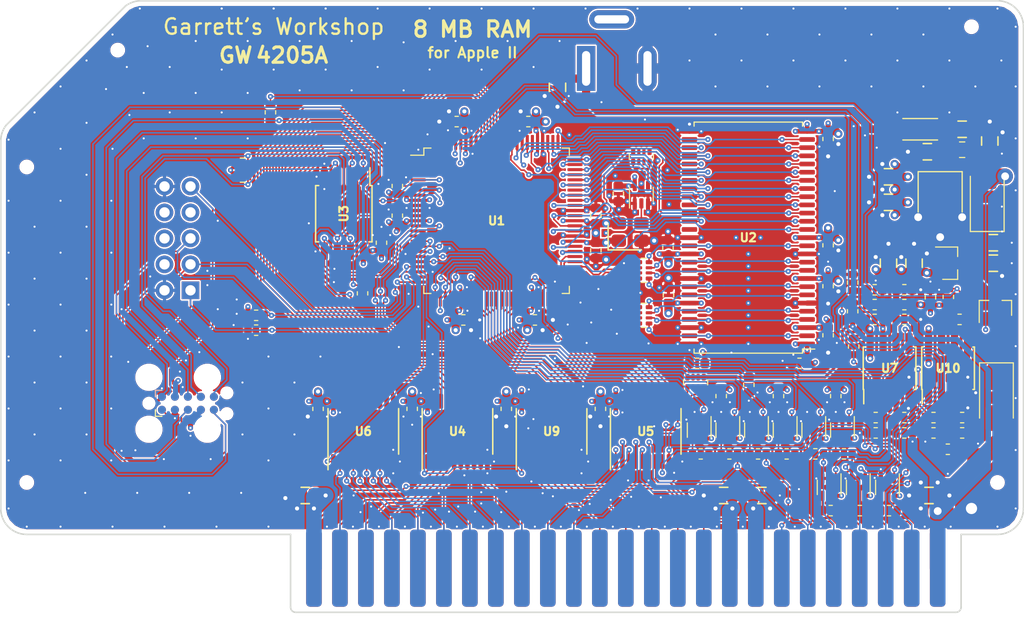
<source format=kicad_pcb>
(kicad_pcb (version 20171130) (host pcbnew "(5.1.5-0-10_14)")
  (title_block (title "GR8RAM (GW4205A)") (date 2021-01-06) (rev 0.9) (company "Garrett's Workshop"))
  (layers (0 F.Cu signal) (1 In1.Cu power) (2 In2.Cu power) (31 B.Cu signal) (34 B.Paste user) (35 F.Paste user) (36 B.SilkS user) (37 F.SilkS user) (38 B.Mask user) (39 F.Mask user) (44 Edge.Cuts user))
  (net 0 "")
  (net 1 +5V)
  (net 2 GND)
  (net 3 /A4)
  (net 4 /D7)
  (net 5 /D6)
  (net 6 /A8)
  (net 7 /A7)
  (net 8 /A6)
  (net 9 /A5)
  (net 10 /A3)
  (net 11 /A2)
  (net 12 /A1)
  (net 13 /A0)
  (net 14 /A9)
  (net 15 /D1)
  (net 16 /D5)
  (net 17 /D0)
  (net 18 /D2)
  (net 19 /D3)
  (net 20 /D4)
  (net 21 /A10)
  (net 22 +12V)
  (net 23 -12V)
  (net 24 -5V)
  (net 25 /~IOSEL~)
  (net 26 /A11)
  (net 27 /A12)
  (net 28 /A13)
  (net 29 /A14)
  (net 30 /A15)
  (net 31 /R~W~)
  (net 32 /~IOSTRB~)
  (net 33 /~NMI~)
  (net 34 /~IRQ~)
  (net 35 /~RES~)
  (net 36 /~INH~)
  (net 37 /COLORREF)
  (net 38 /7M)
  (net 39 /Q3)
  (net 40 /PHI1)
  (net 41 /USER1)
  (net 42 /PHI0)
  (net 43 /~DEVSEL~)
  (net 44 /INTin)
  (net 45 /DMAin)
  (net 46 /TCK)
  (net 47 /TDO)
  (net 48 /TMS)
  (net 49 "Net-(J2-Pad6)")
  (net 50 "Net-(J2-Pad7)")
  (net 51 "Net-(J2-Pad8)")
  (net 52 /TDI)
  (net 53 /RA0)
  (net 54 /RA1)
  (net 55 /RA2)
  (net 56 /RA3)
  (net 57 /RA4)
  (net 58 /RA5)
  (net 59 /RA6)
  (net 60 /RA7)
  (net 61 /RA8)
  (net 62 /RA9)
  (net 63 /RA10)
  (net 64 /RD0)
  (net 65 /RD1)
  (net 66 /RD2)
  (net 67 /RD3)
  (net 68 /RD4)
  (net 69 /RD5)
  (net 70 /RD6)
  (net 71 /RD7)
  (net 72 /VIDSYNC)
  (net 73 +3V3)
  (net 74 /~DMA~)
  (net 75 /R~RES~)
  (net 76 /R~IOSTRB~)
  (net 77 /R~DEVSEL~)
  (net 78 /R~IOSEL~)
  (net 79 /RA11)
  (net 80 /RA12)
  (net 81 /RA13)
  (net 82 /RA14)
  (net 83 /RA15)
  (net 84 Vin)
  (net 85 /INTout)
  (net 86 /DMAout)
  (net 87 /RINTin)
  (net 88 /RDMAin)
  (net 89 /NMI~OE~)
  (net 90 /IRQ~OE~)
  (net 91 /INH~OE~)
  (net 92 /DMA~OE~)
  (net 93 /RINTout)
  (net 94 /RDMAout)
  (net 95 /Adir)
  (net 96 /Ddir)
  (net 97 "Net-(U13-Pad3)")
  (net 98 /ACLK)
  (net 99 /RCLK)
  (net 100 /Dr0)
  (net 101 /Dr2)
  (net 102 /Dr1)
  (net 103 /Dr3)
  (net 104 /Dr7)
  (net 105 /Dr5)
  (net 106 /Dr6)
  (net 107 /Dr4)
  (net 108 /SD0)
  (net 109 /SD1)
  (net 110 /SD3)
  (net 111 /SD2)
  (net 112 /SD6)
  (net 113 /SD7)
  (net 114 /SD5)
  (net 115 /SD4)
  (net 116 /SDQML)
  (net 117 /S~WE~)
  (net 118 /S~CAS~)
  (net 119 /S~RAS~)
  (net 120 /S~CS~)
  (net 121 /SA0)
  (net 122 /SA3)
  (net 123 /SA4)
  (net 124 /SA6)
  (net 125 /SCKE)
  (net 126 /SDQMH)
  (net 127 /RR~W~in)
  (net 128 /RR~W~out)
  (net 129 VBUS)
  (net 130 "Net-(F1-Pad2)")
  (net 131 /~PreBOD~)
  (net 132 "Net-(RN1-Pad6)")
  (net 133 "Net-(RN1-Pad7)")
  (net 134 "Net-(RN1-Pad1)")
  (net 135 "Net-(RN1-Pad2)")
  (net 136 "Net-(RN1-Pad3)")
  (net 137 "Net-(C6-Pad1)")
  (net 138 "Net-(C38-Pad1)")
  (net 139 "Net-(RN4-Pad3)")
  (net 140 "Net-(RN4-Pad2)")
  (net 141 "Net-(C39-Pad1)")
  (net 142 "Net-(C40-Pad1)")
  (net 143 /~RDY~)
  (net 144 /~Menu~)
  (net 145 "Net-(D3-Pad1)")
  (net 146 /M+)
  (net 147 /M-)
  (net 148 "Net-(U10-Pad1)")
  (net 149 "Net-(R20-Pad2)")
  (net 150 "Net-(R21-Pad2)")
  (net 151 "Net-(R22-Pad2)")
  (net 152 "Net-(R23-Pad2)")
  (net 153 "Net-(R24-Pad2)")
  (net 154 "Net-(R25-Pad2)")
  (net 155 "Net-(R26-Pad2)")
  (net 156 /SA12)
  (net 157 /SBA0)
  (net 158 /SA11)
  (net 159 /SBA1)
  (net 160 /SA9)
  (net 161 /SA10)
  (net 162 /SA8)
  (net 163 /SA7)
  (net 164 /SA1)
  (net 165 /SA2)
  (net 166 /SA5)
  (net 167 /MISO)
  (net 168 /MOSI)
  (net 169 /RDY~OE~)
  (net 170 "Net-(R1-Pad2)")
  (net 171 /F~CS~)
  (net 172 /FCK)
  (net 173 /RES~OE~)
  (net 174 /FD2)
  (net 175 /FD3)
  (net 176 "Net-(J5-Pad10)")
  (net 177 "Net-(J5-Pad9)")
  (net 178 "Net-(J4-Pad6)")
  (net 179 "Net-(J4-Pad7)")
  (net 180 "Net-(J4-Pad8)")
  (net 181 "Net-(R27-Pad2)")
  (net 182 /~BOD~)
  (net 183 "Net-(RN5-Pad2)")
  (net 184 "Net-(RN5-Pad3)")
  (net 185 "Net-(J3-Pad3)")
  (net 186 /RPHI0)
  (net 187 "Net-(J5-Pad6)")
  (module stdpads:R_0603 (layer F.Cu) (at 80.95 108.5 90)
    (fp_text reference R31)
    (fp_text value 33)
    (pad 2 smd roundrect (at 0.8 0 90) (size 0.7 0.95) (layers F.Cu F.Paste F.Mask) (net 187 "Net-(J5-Pad6)"))
    (pad 1 smd roundrect (at -0.8 0 90) (size 0.7 0.95) (layers F.Cu F.Paste F.Mask) (net 172 /FCK))
  )
  (module Connector_IDC:IDC-Header_2x05_P2.54mm_Vertical (layer F.Cu) (at 64.135 108.204 180)
    (fp_text reference J4 hide)
    (fp_text value JTAG)
    (pad 1 thru_hole rect (at 0 0 180) (size 1.7272 1.7272) (drill 1.016) (layers *.Cu *.Mask) (net 46 /TCK))
    (pad 2 thru_hole oval (at 2.54 0 180) (size 1.7272 1.7272) (drill 1.016) (layers *.Cu *.Mask) (net 2 GND))
    (pad 3 thru_hole oval (at 0 2.54 180) (size 1.7272 1.7272) (drill 1.016) (layers *.Cu *.Mask) (net 47 /TDO))
    (pad 4 thru_hole oval (at 2.54 2.54 180) (size 1.7272 1.7272) (drill 1.016) (layers *.Cu *.Mask) (net 73 +3V3))
    (pad 5 thru_hole oval (at 0 5.08 180) (size 1.7272 1.7272) (drill 1.016) (layers *.Cu *.Mask) (net 48 /TMS))
    (pad 6 thru_hole oval (at 2.54 5.08 180) (size 1.7272 1.7272) (drill 1.016) (layers *.Cu *.Mask) (net 178 "Net-(J4-Pad6)"))
    (pad 7 thru_hole oval (at 0 7.62 180) (size 1.7272 1.7272) (drill 1.016) (layers *.Cu *.Mask) (net 179 "Net-(J4-Pad7)"))
    (pad 8 thru_hole oval (at 2.54 7.62 180) (size 1.7272 1.7272) (drill 1.016) (layers *.Cu *.Mask) (net 180 "Net-(J4-Pad8)"))
    (pad 9 thru_hole oval (at 0 10.16 180) (size 1.7272 1.7272) (drill 1.016) (layers *.Cu *.Mask) (net 52 /TDI))
    (pad 10 thru_hole oval (at 2.54 10.16 180) (size 1.7272 1.7272) (drill 1.016) (layers *.Cu *.Mask) (net 2 GND))
  )
  (module stdpads:Fiducial (layer F.Cu) (at 48.133 93.599 90)
    (fp_text reference FID2 hide)
    (fp_text value Fiducial hide)
    (pad ~ smd circle (at 0 0 90) (size 1 1) (layers F.Cu F.Mask) (clearance 0.575))
  )
  (module stdpads:BOOMELE_DC-005_DC_5.5-2.0MM (layer F.Cu) (at 102.8 86.5 90)
    (fp_text reference J3)
    (fp_text value "DC in")
    (pad 1 thru_hole rect (at 0 0 90) (size 4.4 1.8) (drill oval 3.4 0.8) (layers *.Cu *.Mask) (net 129 VBUS))
    (pad 2 thru_hole oval (at 0 6 90) (size 4.4 1.8) (drill oval 3.4 0.8) (layers *.Cu *.Mask) (net 2 GND))
    (pad 3 thru_hole oval (at 4.8 2.5 180) (size 4.4 1.8) (drill oval 3.4 0.8) (layers *.Cu *.Mask) (net 185 "Net-(J3-Pad3)"))
  )
  (module stdpads:SOIC-8_5.3mm (layer F.Cu) (at 79.121 100.711 180)
    (fp_text reference U3)
    (fp_text value W25Q128JVSIQ)
    (fp_text user %R (at 0 0 270) (layer F.SilkS) (effects (font (size 0.8128 0.8128) (thickness 0.2032))))
    (pad 8 smd roundrect (at -1.905 -3.65 270) (size 1.7 0.7) (layers F.Cu F.Paste F.Mask) (net 73 +3V3))
    (pad 7 smd roundrect (at -0.635 -3.65 270) (size 1.7 0.7) (layers F.Cu F.Paste F.Mask) (net 175 /FD3))
    (pad 6 smd roundrect (at 0.635 -3.65 270) (size 1.7 0.7) (layers F.Cu F.Paste F.Mask) (net 172 /FCK))
    (pad 5 smd roundrect (at 1.905 -3.65 270) (size 1.7 0.7) (layers F.Cu F.Paste F.Mask) (net 168 /MOSI))
    (pad 4 smd roundrect (at 1.905 3.65 270) (size 1.7 0.7) (layers F.Cu F.Paste F.Mask) (net 2 GND))
    (pad 3 smd roundrect (at 0.635 3.65 270) (size 1.7 0.7) (layers F.Cu F.Paste F.Mask) (net 174 /FD2))
    (pad 2 smd roundrect (at -0.635 3.65 270) (size 1.7 0.7) (layers F.Cu F.Paste F.Mask) (net 167 /MISO))
    (pad 1 smd roundrect (at -1.905 3.65 270) (size 1.7 0.7) (layers F.Cu F.Paste F.Mask) (net 171 /F~CS~))
  )
  (module stdpads:R_0603 (layer F.Cu) (at 71.95 90.8 90)
    (fp_text reference R19)
    (fp_text value 1k)
    (pad 1 smd roundrect (at -0.8 0 90) (size 0.7 0.95) (layers F.Cu F.Paste F.Mask) (net 168 /MOSI))
    (pad 2 smd roundrect (at 0.8 0 90) (size 0.7 0.95) (layers F.Cu F.Paste F.Mask) (net 144 /~Menu~))
  )
  (module stdpads:R4_0402 (layer F.Cu) (at 69.25 96.45 90)
    (fp_text reference RN5)
    (fp_text value 4x10k)
    (pad 5 smd roundrect (at 0.8 -0.5 180) (size 0.65 0.4) (layers F.Cu F.Paste F.Mask) (net 73 +3V3))
    (pad 6 smd roundrect (at 0.25 -0.5 180) (size 0.65 0.3) (layers F.Cu F.Paste F.Mask) (net 73 +3V3))
    (pad 8 smd roundrect (at -0.8 -0.5 180) (size 0.65 0.4) (layers F.Cu F.Paste F.Mask) (net 73 +3V3))
    (pad 7 smd roundrect (at -0.25 -0.5 180) (size 0.65 0.3) (layers F.Cu F.Paste F.Mask) (net 73 +3V3))
    (pad 4 smd roundrect (at 0.8 0.5 180) (size 0.65 0.4) (layers F.Cu F.Paste F.Mask) (net 175 /FD3))
    (pad 2 smd roundrect (at -0.25 0.5 180) (size 0.65 0.3) (layers F.Cu F.Paste F.Mask) (net 183 "Net-(RN5-Pad2)"))
    (pad 3 smd roundrect (at 0.25 0.5 180) (size 0.65 0.3) (layers F.Cu F.Paste F.Mask) (net 184 "Net-(RN5-Pad3)"))
    (pad 1 smd roundrect (at -0.8 0.5 180) (size 0.65 0.4) (layers F.Cu F.Paste F.Mask) (net 174 /FD2))
  )
  (module stdpads:R_0603 (layer F.Cu) (at 70.55 110.65)
    (fp_text reference R28)
    (fp_text value 22k)
    (pad 2 smd roundrect (at 0.8 0) (size 0.7 0.95) (layers F.Cu F.Paste F.Mask) (net 48 /TMS))
    (pad 1 smd roundrect (at -0.8 0) (size 0.7 0.95) (layers F.Cu F.Paste F.Mask) (net 73 +3V3))
  )
  (module stdpads:R_0603 (layer F.Cu) (at 70.55 112.1 180)
    (fp_text reference R29)
    (fp_text value 22k)
    (pad 1 smd roundrect (at -0.8 0 180) (size 0.7 0.95) (layers F.Cu F.Paste F.Mask) (net 46 /TCK))
    (pad 2 smd roundrect (at 0.8 0 180) (size 0.7 0.95) (layers F.Cu F.Paste F.Mask) (net 2 GND))
  )
  (module stdpads:TSSOP-20_4.4x6.5mm_P0.65mm (layer F.Cu) (at 81.025 122)
    (fp_text reference U6)
    (fp_text value 74AHC245PW)
    (fp_text user %R (at 0 0) (layer F.SilkS) (effects (font (size 0.8128 0.8128) (thickness 0.2032))))
    (pad 1 smd roundrect (at -2.925 2.95 90) (size 1.45 0.45) (layers F.Cu F.Paste F.Mask) (net 96 /Ddir))
    (pad 2 smd roundrect (at -2.275 2.95 90) (size 1.45 0.45) (layers F.Cu F.Paste F.Mask) (net 17 /D0))
    (pad 3 smd roundrect (at -1.625 2.95 90) (size 1.45 0.45) (layers F.Cu F.Paste F.Mask) (net 15 /D1))
    (pad 4 smd roundrect (at -0.975 2.95 90) (size 1.45 0.45) (layers F.Cu F.Paste F.Mask) (net 18 /D2))
    (pad 5 smd roundrect (at -0.325 2.95 90) (size 1.45 0.45) (layers F.Cu F.Paste F.Mask) (net 19 /D3))
    (pad 6 smd roundrect (at 0.325 2.95 90) (size 1.45 0.45) (layers F.Cu F.Paste F.Mask) (net 20 /D4))
    (pad 7 smd roundrect (at 0.975 2.95 90) (size 1.45 0.45) (layers F.Cu F.Paste F.Mask) (net 16 /D5))
    (pad 8 smd roundrect (at 1.625 2.95 90) (size 1.45 0.45) (layers F.Cu F.Paste F.Mask) (net 5 /D6))
    (pad 9 smd roundrect (at 2.275 2.95 90) (size 1.45 0.45) (layers F.Cu F.Paste F.Mask) (net 4 /D7))
    (pad 10 smd roundrect (at 2.925 2.95 90) (size 1.45 0.45) (layers F.Cu F.Paste F.Mask) (net 2 GND))
    (pad 11 smd roundrect (at 2.925 -2.95 90) (size 1.45 0.45) (layers F.Cu F.Paste F.Mask) (net 71 /RD7))
    (pad 12 smd roundrect (at 2.275 -2.95 90) (size 1.45 0.45) (layers F.Cu F.Paste F.Mask) (net 70 /RD6))
    (pad 13 smd roundrect (at 1.625 -2.95 90) (size 1.45 0.45) (layers F.Cu F.Paste F.Mask) (net 69 /RD5))
    (pad 14 smd roundrect (at 0.975 -2.95 90) (size 1.45 0.45) (layers F.Cu F.Paste F.Mask) (net 68 /RD4))
    (pad 15 smd roundrect (at 0.325 -2.95 90) (size 1.45 0.45) (layers F.Cu F.Paste F.Mask) (net 67 /RD3))
    (pad 16 smd roundrect (at -0.325 -2.95 90) (size 1.45 0.45) (layers F.Cu F.Paste F.Mask) (net 66 /RD2))
    (pad 17 smd roundrect (at -0.975 -2.95 90) (size 1.45 0.45) (layers F.Cu F.Paste F.Mask) (net 65 /RD1))
    (pad 18 smd roundrect (at -1.625 -2.95 90) (size 1.45 0.45) (layers F.Cu F.Paste F.Mask) (net 64 /RD0))
    (pad 19 smd roundrect (at -2.275 -2.95 90) (size 1.45 0.45) (layers F.Cu F.Paste F.Mask) (net 2 GND))
    (pad 20 smd roundrect (at -2.925 -2.95 90) (size 1.45 0.45) (layers F.Cu F.Paste F.Mask) (net 73 +3V3))
  )
  (module stdpads:TQFP-100_14x14mm_P0.5mm (layer F.Cu) (at 94.05 101.4 270)
    (fp_text reference U1)
    (fp_text value EPM240T100C5N)
    (fp_text user %R (at 0 0) (layer F.SilkS) (effects (font (size 0.8128 0.8128) (thickness 0.2032))))
    (pad 100 smd roundrect (at -7.6625 6) (size 0.3 1.475) (layers F.Cu F.Paste F.Mask) (net 53 /RA0))
    (pad 99 smd roundrect (at -7.6625 5.5) (size 0.3 1.475) (layers F.Cu F.Paste F.Mask) (net 71 /RD7))
    (pad 98 smd roundrect (at -7.6625 5) (size 0.3 1.475) (layers F.Cu F.Paste F.Mask) (net 54 /RA1))
    (pad 97 smd roundrect (at -7.6625 4.5) (size 0.3 1.475) (layers F.Cu F.Paste F.Mask) (net 55 /RA2))
    (pad 96 smd roundrect (at -7.6625 4) (size 0.3 1.475) (layers F.Cu F.Paste F.Mask) (net 131 /~PreBOD~))
    (pad 95 smd roundrect (at -7.6625 3.5) (size 0.3 1.475) (layers F.Cu F.Paste F.Mask) (net 182 /~BOD~))
    (pad 94 smd roundrect (at -7.6625 3) (size 0.3 1.475) (layers F.Cu F.Paste F.Mask) (net 73 +3V3))
    (pad 93 smd roundrect (at -7.6625 2.5) (size 0.3 1.475) (layers F.Cu F.Paste F.Mask) (net 2 GND))
    (pad 92 smd roundrect (at -7.6625 2) (size 0.3 1.475) (layers F.Cu F.Paste F.Mask) (net 70 /RD6))
    (pad 91 smd roundrect (at -7.6625 1.5) (size 0.3 1.475) (layers F.Cu F.Paste F.Mask) (net 69 /RD5))
    (pad 90 smd roundrect (at -7.6625 1) (size 0.3 1.475) (layers F.Cu F.Paste F.Mask) (net 68 /RD4))
    (pad 89 smd roundrect (at -7.6625 0.5) (size 0.3 1.475) (layers F.Cu F.Paste F.Mask) (net 67 /RD3))
    (pad 88 smd roundrect (at -7.6625 0) (size 0.3 1.475) (layers F.Cu F.Paste F.Mask) (net 66 /RD2))
    (pad 87 smd roundrect (at -7.6625 -0.5) (size 0.3 1.475) (layers F.Cu F.Paste F.Mask) (net 65 /RD1))
    (pad 86 smd roundrect (at -7.6625 -1) (size 0.3 1.475) (layers F.Cu F.Paste F.Mask) (net 64 /RD0))
    (pad 85 smd roundrect (at -7.6625 -1.5) (size 0.3 1.475) (layers F.Cu F.Paste F.Mask) (net 116 /SDQML))
    (pad 84 smd roundrect (at -7.6625 -2) (size 0.3 1.475) (layers F.Cu F.Paste F.Mask) (net 122 /SA3))
    (pad 83 smd roundrect (at -7.6625 -2.5) (size 0.3 1.475) (layers F.Cu F.Paste F.Mask) (net 166 /SA5))
    (pad 82 smd roundrect (at -7.6625 -3) (size 0.3 1.475) (layers F.Cu F.Paste F.Mask) (net 165 /SA2))
    (pad 81 smd roundrect (at -7.6625 -3.5) (size 0.3 1.475) (layers F.Cu F.Paste F.Mask) (net 164 /SA1))
    (pad 80 smd roundrect (at -7.6625 -4) (size 0.3 1.475) (layers F.Cu F.Paste F.Mask) (net 73 +3V3))
    (pad 79 smd roundrect (at -7.6625 -4.5) (size 0.3 1.475) (layers F.Cu F.Paste F.Mask) (net 2 GND))
    (pad 78 smd roundrect (at -7.6625 -5) (size 0.3 1.475) (layers F.Cu F.Paste F.Mask) (net 163 /SA7))
    (pad 77 smd roundrect (at -7.6625 -5.5) (size 0.3 1.475) (layers F.Cu F.Paste F.Mask) (net 124 /SA6))
    (pad 76 smd roundrect (at -7.6625 -6) (size 0.3 1.475) (layers F.Cu F.Paste F.Mask) (net 123 /SA4))
    (pad 75 smd roundrect (at -6 -7.6625) (size 1.475 0.3) (layers F.Cu F.Paste F.Mask) (net 121 /SA0))
    (pad 74 smd roundrect (at -5.5 -7.6625) (size 1.475 0.3) (layers F.Cu F.Paste F.Mask) (net 162 /SA8))
    (pad 73 smd roundrect (at -5 -7.6625) (size 1.475 0.3) (layers F.Cu F.Paste F.Mask) (net 161 /SA10))
    (pad 72 smd roundrect (at -4.5 -7.6625) (size 1.475 0.3) (layers F.Cu F.Paste F.Mask) (net 160 /SA9))
    (pad 71 smd roundrect (at -4 -7.6625) (size 1.475 0.3) (layers F.Cu F.Paste F.Mask) (net 159 /SBA1))
    (pad 70 smd roundrect (at -3.5 -7.6625) (size 1.475 0.3) (layers F.Cu F.Paste F.Mask) (net 158 /SA11))
    (pad 69 smd roundrect (at -3 -7.6625) (size 1.475 0.3) (layers F.Cu F.Paste F.Mask) (net 157 /SBA0))
    (pad 68 smd roundrect (at -2.5 -7.6625) (size 1.475 0.3) (layers F.Cu F.Paste F.Mask) (net 156 /SA12))
    (pad 67 smd roundrect (at -2 -7.6625) (size 1.475 0.3) (layers F.Cu F.Paste F.Mask) (net 120 /S~CS~))
    (pad 66 smd roundrect (at -1.5 -7.6625) (size 1.475 0.3) (layers F.Cu F.Paste F.Mask) (net 125 /SCKE))
    (pad 65 smd roundrect (at -1 -7.6625) (size 1.475 0.3) (layers F.Cu F.Paste F.Mask) (net 2 GND))
    (pad 64 smd roundrect (at -0.5 -7.6625) (size 1.475 0.3) (layers F.Cu F.Paste F.Mask) (net 98 /ACLK))
    (pad 63 smd roundrect (at 0 -7.6625) (size 1.475 0.3) (layers F.Cu F.Paste F.Mask) (net 73 +3V3))
    (pad 62 smd roundrect (at 0.5 -7.6625) (size 1.475 0.3) (layers F.Cu F.Paste F.Mask) (net 119 /S~RAS~))
    (pad 61 smd roundrect (at 1 -7.6625) (size 1.475 0.3) (layers F.Cu F.Paste F.Mask) (net 118 /S~CAS~))
    (pad 60 smd roundrect (at 1.5 -7.6625) (size 1.475 0.3) (layers F.Cu F.Paste F.Mask) (net 2 GND))
    (pad 59 smd roundrect (at 2 -7.6625) (size 1.475 0.3) (layers F.Cu F.Paste F.Mask) (net 73 +3V3))
    (pad 58 smd roundrect (at 2.5 -7.6625) (size 1.475 0.3) (layers F.Cu F.Paste F.Mask) (net 117 /S~WE~))
    (pad 57 smd roundrect (at 3 -7.6625) (size 1.475 0.3) (layers F.Cu F.Paste F.Mask) (net 126 /SDQMH))
    (pad 56 smd roundrect (at 3.5 -7.6625) (size 1.475 0.3) (layers F.Cu F.Paste F.Mask) (net 101 /Dr2))
    (pad 55 smd roundrect (at 4 -7.6625) (size 1.475 0.3) (layers F.Cu F.Paste F.Mask) (net 103 /Dr3))
    (pad 54 smd roundrect (at 4.5 -7.6625) (size 1.475 0.3) (layers F.Cu F.Paste F.Mask) (net 104 /Dr7))
    (pad 53 smd roundrect (at 5 -7.6625) (size 1.475 0.3) (layers F.Cu F.Paste F.Mask) (net 106 /Dr6))
    (pad 52 smd roundrect (at 5.5 -7.6625) (size 1.475 0.3) (layers F.Cu F.Paste F.Mask) (net 105 /Dr5))
    (pad 51 smd roundrect (at 6 -7.6625) (size 1.475 0.3) (layers F.Cu F.Paste F.Mask) (net 107 /Dr4))
    (pad 50 smd roundrect (at 7.6625 -6) (size 0.3 1.475) (layers F.Cu F.Paste F.Mask) (net 100 /Dr0))
    (pad 49 smd roundrect (at 7.6625 -5.5) (size 0.3 1.475) (layers F.Cu F.Paste F.Mask) (net 87 /RINTin))
    (pad 48 smd roundrect (at 7.6625 -5) (size 0.3 1.475) (layers F.Cu F.Paste F.Mask) (net 88 /RDMAin))
    (pad 47 smd roundrect (at 7.6625 -4.5) (size 0.3 1.475) (layers F.Cu F.Paste F.Mask) (net 102 /Dr1))
    (pad 46 smd roundrect (at 7.6625 -4) (size 0.3 1.475) (layers F.Cu F.Paste F.Mask) (net 2 GND))
    (pad 45 smd roundrect (at 7.6625 -3.5) (size 0.3 1.475) (layers F.Cu F.Paste F.Mask) (net 73 +3V3))
    (pad 44 smd roundrect (at 7.6625 -3) (size 0.3 1.475) (layers F.Cu F.Paste F.Mask) (net 75 /R~RES~))
    (pad 43 smd roundrect (at 7.6625 -2.5) (size 0.3 1.475) (layers F.Cu F.Paste F.Mask) (net 127 /RR~W~in))
    (pad 42 smd roundrect (at 7.6625 -2) (size 0.3 1.475) (layers F.Cu F.Paste F.Mask) (net 76 /R~IOSTRB~))
    (pad 41 smd roundrect (at 7.6625 -1.5) (size 0.3 1.475) (layers F.Cu F.Paste F.Mask) (net 186 /RPHI0))
    (pad 40 smd roundrect (at 7.6625 -1) (size 0.3 1.475) (layers F.Cu F.Paste F.Mask) (net 77 /R~DEVSEL~))
    (pad 39 smd roundrect (at 7.6625 -0.5) (size 0.3 1.475) (layers F.Cu F.Paste F.Mask) (net 78 /R~IOSEL~))
    (pad 38 smd roundrect (at 7.6625 0) (size 0.3 1.475) (layers F.Cu F.Paste F.Mask) (net 83 /RA15))
    (pad 37 smd roundrect (at 7.6625 0.5) (size 0.3 1.475) (layers F.Cu F.Paste F.Mask) (net 82 /RA14))
    (pad 36 smd roundrect (at 7.6625 1) (size 0.3 1.475) (layers F.Cu F.Paste F.Mask) (net 81 /RA13))
    (pad 35 smd roundrect (at 7.6625 1.5) (size 0.3 1.475) (layers F.Cu F.Paste F.Mask) (net 80 /RA12))
    (pad 34 smd roundrect (at 7.6625 2) (size 0.3 1.475) (layers F.Cu F.Paste F.Mask) (net 79 /RA11))
    (pad 33 smd roundrect (at 7.6625 2.5) (size 0.3 1.475) (layers F.Cu F.Paste F.Mask) (net 128 /RR~W~out))
    (pad 32 smd roundrect (at 7.6625 3) (size 0.3 1.475) (layers F.Cu F.Paste F.Mask) (net 2 GND))
    (pad 31 smd roundrect (at 7.6625 3.5) (size 0.3 1.475) (layers F.Cu F.Paste F.Mask) (net 73 +3V3))
    (pad 30 smd roundrect (at 7.6625 4) (size 0.3 1.475) (layers F.Cu F.Paste F.Mask) (net 173 /RES~OE~))
    (pad 29 smd roundrect (at 7.6625 4.5) (size 0.3 1.475) (layers F.Cu F.Paste F.Mask) (net 90 /IRQ~OE~))
    (pad 28 smd roundrect (at 7.6625 5) (size 0.3 1.475) (layers F.Cu F.Paste F.Mask) (net 169 /RDY~OE~))
    (pad 27 smd roundrect (at 7.6625 5.5) (size 0.3 1.475) (layers F.Cu F.Paste F.Mask) (net 91 /INH~OE~))
    (pad 26 smd roundrect (at 7.6625 6) (size 0.3 1.475) (layers F.Cu F.Paste F.Mask) (net 89 /NMI~OE~))
    (pad 25 smd roundrect (at 6 7.6625) (size 1.475 0.3) (layers F.Cu F.Paste F.Mask) (net 47 /TDO))
    (pad 24 smd roundrect (at 5.5 7.6625) (size 1.475 0.3) (layers F.Cu F.Paste F.Mask) (net 46 /TCK))
    (pad 23 smd roundrect (at 5 7.6625) (size 1.475 0.3) (layers F.Cu F.Paste F.Mask) (net 52 /TDI))
    (pad 22 smd roundrect (at 4.5 7.6625) (size 1.475 0.3) (layers F.Cu F.Paste F.Mask) (net 48 /TMS))
    (pad 21 smd roundrect (at 4 7.6625) (size 1.475 0.3) (layers F.Cu F.Paste F.Mask) (net 92 /DMA~OE~))
    (pad 20 smd roundrect (at 3.5 7.6625) (size 1.475 0.3) (layers F.Cu F.Paste F.Mask) (net 93 /RINTout))
    (pad 19 smd roundrect (at 3 7.6625) (size 1.475 0.3) (layers F.Cu F.Paste F.Mask) (net 95 /Adir))
    (pad 18 smd roundrect (at 2.5 7.6625) (size 1.475 0.3) (layers F.Cu F.Paste F.Mask) (net 94 /RDMAout))
    (pad 17 smd roundrect (at 2 7.6625) (size 1.475 0.3) (layers F.Cu F.Paste F.Mask) (net 96 /Ddir))
    (pad 16 smd roundrect (at 1.5 7.6625) (size 1.475 0.3) (layers F.Cu F.Paste F.Mask) (net 167 /MISO))
    (pad 15 smd roundrect (at 1 7.6625) (size 1.475 0.3) (layers F.Cu F.Paste F.Mask) (net 168 /MOSI))
    (pad 14 smd roundrect (at 0.5 7.6625) (size 1.475 0.3) (layers F.Cu F.Paste F.Mask) (net 63 /RA10))
    (pad 13 smd roundrect (at 0 7.6625) (size 1.475 0.3) (layers F.Cu F.Paste F.Mask) (net 73 +3V3))
    (pad 12 smd roundrect (at -0.5 7.6625) (size 1.475 0.3) (layers F.Cu F.Paste F.Mask) (net 172 /FCK))
    (pad 11 smd roundrect (at -1 7.6625) (size 1.475 0.3) (layers F.Cu F.Paste F.Mask) (net 2 GND))
    (pad 10 smd roundrect (at -1.5 7.6625) (size 1.475 0.3) (layers F.Cu F.Paste F.Mask) (net 2 GND))
    (pad 9 smd roundrect (at -2 7.6625) (size 1.475 0.3) (layers F.Cu F.Paste F.Mask) (net 73 +3V3))
    (pad 8 smd roundrect (at -2.5 7.6625) (size 1.475 0.3) (layers F.Cu F.Paste F.Mask) (net 62 /RA9))
    (pad 7 smd roundrect (at -3 7.6625) (size 1.475 0.3) (layers F.Cu F.Paste F.Mask) (net 61 /RA8))
    (pad 6 smd roundrect (at -3.5 7.6625) (size 1.475 0.3) (layers F.Cu F.Paste F.Mask) (net 60 /RA7))
    (pad 5 smd roundrect (at -4 7.6625) (size 1.475 0.3) (layers F.Cu F.Paste F.Mask) (net 171 /F~CS~))
    (pad 4 smd roundrect (at -4.5 7.6625) (size 1.475 0.3) (layers F.Cu F.Paste F.Mask) (net 56 /RA3))
    (pad 3 smd roundrect (at -5 7.6625) (size 1.475 0.3) (layers F.Cu F.Paste F.Mask) (net 59 /RA6))
    (pad 2 smd roundrect (at -5.5 7.6625) (size 1.475 0.3) (layers F.Cu F.Paste F.Mask) (net 58 /RA5))
    (pad 1 smd roundrect (at -6 7.6625) (size 1.475 0.3) (layers F.Cu F.Paste F.Mask) (net 57 /RA4))
  )
  (module stdpads:R_0603 (layer F.Cu) (at 116.8 124.2 180)
    (fp_text reference R22)
    (fp_text value 33)
    (pad 1 smd roundrect (at -0.8 0 180) (size 0.7 0.95) (layers F.Cu F.Paste F.Mask) (net 35 /~RES~))
    (pad 2 smd roundrect (at 0.8 0 180) (size 0.7 0.95) (layers F.Cu F.Paste F.Mask) (net 151 "Net-(R22-Pad2)"))
  )
  (module stdpads:R_0603 (layer F.Cu) (at 126.7 129.75 180)
    (fp_text reference R23)
    (fp_text value 33)
    (pad 1 smd roundrect (at -0.8 0 180) (size 0.7 0.95) (layers F.Cu F.Paste F.Mask) (net 74 /~DMA~))
    (pad 2 smd roundrect (at 0.8 0 180) (size 0.7 0.95) (layers F.Cu F.Paste F.Mask) (net 152 "Net-(R23-Pad2)"))
  )
  (module stdpads:SOT-353 (layer F.Cu) (at 126.55 127.45 90)
    (fp_text reference U15)
    (fp_text value 74LVC1G125GW)
    (pad 5 smd roundrect (at -0.85 0.65 270) (size 1 0.4) (layers F.Cu F.Paste F.Mask) (net 73 +3V3))
    (pad 4 smd roundrect (at -0.85 -0.65 270) (size 1 0.4) (layers F.Cu F.Paste F.Mask) (net 152 "Net-(R23-Pad2)"))
    (pad 2 smd roundrect (at 0.85 0 270) (size 1 0.4) (layers F.Cu F.Paste F.Mask) (net 2 GND))
    (pad 1 smd roundrect (at 0.85 0.65 270) (size 1 0.4) (layers F.Cu F.Paste F.Mask) (net 92 /DMA~OE~))
    (pad 3 smd roundrect (at 0.85 -0.65 270) (size 1 0.4) (layers F.Cu F.Paste F.Mask) (net 2 GND))
  )
  (module stdpads:C_0603 (layer F.Cu) (at 127.2 118.55 270)
    (fp_text reference C44)
    (fp_text value 2u2)
    (pad 1 smd roundrect (at -0.75 0 270) (size 0.85 0.95) (layers F.Cu F.Paste F.Mask) (net 73 +3V3))
    (pad 2 smd roundrect (at 0.75 0 270) (size 0.85 0.95) (layers F.Cu F.Paste F.Mask) (net 2 GND))
  )
  (module stdpads:C_0603 (layer F.Cu) (at 121.6 118.55 270)
    (fp_text reference C43)
    (fp_text value 2u2)
    (pad 2 smd roundrect (at 0.75 0 270) (size 0.85 0.95) (layers F.Cu F.Paste F.Mask) (net 2 GND))
    (pad 1 smd roundrect (at -0.75 0 270) (size 0.85 0.95) (layers F.Cu F.Paste F.Mask) (net 73 +3V3))
  )
  (module Connector:Tag-Connect_TC2050-IDC-FP_2x05_P1.27mm_Vertical (layer B.Cu) (at 63.881 119.253)
    (fp_text reference J5)
    (fp_text value JTAG)
    (pad "" np_thru_hole circle (at 1.905 2.54) (size 2.3749 2.3749) (drill 2.3749) (layers *.Cu *.Mask))
    (pad "" np_thru_hole circle (at 1.905 -2.54) (size 2.3749 2.3749) (drill 2.3749) (layers *.Cu *.Mask))
    (pad "" np_thru_hole circle (at -3.81 -2.54) (size 2.3749 2.3749) (drill 2.3749) (layers *.Cu *.Mask))
    (pad "" np_thru_hole circle (at -3.81 2.54) (size 2.3749 2.3749) (drill 2.3749) (layers *.Cu *.Mask))
    (pad 10 connect circle (at -2.54 0.635) (size 0.7874 0.7874) (layers B.Cu B.Mask) (net 176 "Net-(J5-Pad10)"))
    (pad 9 connect circle (at -1.27 0.635) (size 0.7874 0.7874) (layers B.Cu B.Mask) (net 177 "Net-(J5-Pad9)"))
    (pad 8 connect circle (at 0 0.635) (size 0.7874 0.7874) (layers B.Cu B.Mask) (net 168 /MOSI))
    (pad 7 connect circle (at 1.27 0.635) (size 0.7874 0.7874) (layers B.Cu B.Mask) (net 2 GND))
    (pad 6 connect circle (at 2.54 0.635) (size 0.7874 0.7874) (layers B.Cu B.Mask) (net 187 "Net-(J5-Pad6)"))
    (pad 5 connect circle (at 2.54 -0.635) (size 0.7874 0.7874) (layers B.Cu B.Mask) (net 174 /FD2))
    (pad 4 connect circle (at 1.27 -0.635) (size 0.7874 0.7874) (layers B.Cu B.Mask) (net 175 /FD3))
    (pad 3 connect circle (at 0 -0.635) (size 0.7874 0.7874) (layers B.Cu B.Mask) (net 167 /MISO))
    (pad 2 connect circle (at -1.27 -0.635) (size 0.7874 0.7874) (layers B.Cu B.Mask) (net 73 +3V3))
    (pad 1 connect circle (at -2.54 -0.635) (size 0.7874 0.7874) (layers B.Cu B.Mask) (net 171 /F~CS~))
    (pad "" np_thru_hole circle (at -3.81 0) (size 0.9906 0.9906) (drill 0.9906) (layers *.Cu *.Mask))
    (pad "" np_thru_hole circle (at 3.81 -1.016) (size 0.9906 0.9906) (drill 0.9906) (layers *.Cu *.Mask))
    (pad "" np_thru_hole circle (at 3.81 1.016) (size 0.9906 0.9906) (drill 0.9906) (layers *.Cu *.Mask))
  )
  (module stdpads:SOIC-8_3.9mm (layer F.Cu) (at 138.172 115.824)
    (fp_text reference U10)
    (fp_text value LM393D)
    (fp_text user %R (at 0 0 180) (layer F.SilkS) (effects (font (size 0.8128 0.8128) (thickness 0.2032))))
    (pad 1 smd roundrect (at -1.905 2.4 90) (size 2.1 0.7) (layers F.Cu F.Paste F.Mask) (net 148 "Net-(U10-Pad1)"))
    (pad 2 smd roundrect (at -0.635 2.4 90) (size 2.1 0.7) (layers F.Cu F.Paste F.Mask) (net 147 /M-))
    (pad 3 smd roundrect (at 0.635 2.4 90) (size 2.1 0.7) (layers F.Cu F.Paste F.Mask) (net 146 /M+))
    (pad 4 smd roundrect (at 1.905 2.4 90) (size 2.1 0.7) (layers F.Cu F.Paste F.Mask) (net 2 GND))
    (pad 5 smd roundrect (at 1.905 -2.4 90) (size 2.1 0.7) (layers F.Cu F.Paste F.Mask) (net 146 /M+))
    (pad 6 smd roundrect (at 0.635 -2.4 90) (size 2.1 0.7) (layers F.Cu F.Paste F.Mask) (net 147 /M-))
    (pad 7 smd roundrect (at -0.635 -2.4 90) (size 2.1 0.7) (layers F.Cu F.Paste F.Mask) (net 144 /~Menu~))
    (pad 8 smd roundrect (at -1.905 -2.4 90) (size 2.1 0.7) (layers F.Cu F.Paste F.Mask) (net 73 +3V3))
  )
  (module stdpads:C_0603 (layer F.Cu) (at 136.45 108.9 90)
    (fp_text reference C12)
    (fp_text value 2u2)
    (pad 1 smd roundrect (at -0.75 0 90) (size 0.85 0.95) (layers F.Cu F.Paste F.Mask) (net 73 +3V3))
    (pad 2 smd roundrect (at 0.75 0 90) (size 0.85 0.95) (layers F.Cu F.Paste F.Mask) (net 2 GND))
  )
  (module stdpads:R_0603 (layer F.Cu) (at 128.85 107.45 90)
    (fp_text reference R11)
    (fp_text value 330)
    (pad 1 smd roundrect (at -0.8 0 90) (size 0.7 0.95) (layers F.Cu F.Paste F.Mask) (net 142 "Net-(C40-Pad1)"))
    (pad 2 smd roundrect (at 0.8 0 90) (size 0.7 0.95) (layers F.Cu F.Paste F.Mask) (net 2 GND))
  )
  (module stdpads:R_0603 (layer F.Cu) (at 128.85 110.25 90)
    (fp_text reference R9)
    (fp_text value 1k2)
    (pad 1 smd roundrect (at -0.8 0 90) (size 0.7 0.95) (layers F.Cu F.Paste F.Mask) (net 1 +5V))
    (pad 2 smd roundrect (at 0.8 0 90) (size 0.7 0.95) (layers F.Cu F.Paste F.Mask) (net 142 "Net-(C40-Pad1)"))
  )
  (module stdpads:SOT-353 (layer F.Cu) (at 108.2 98.85 270)
    (fp_text reference U16)
    (fp_text value 74LVC1G125GW)
    (pad 5 smd roundrect (at -0.85 0.65 90) (size 1 0.4) (layers F.Cu F.Paste F.Mask) (net 73 +3V3))
    (pad 4 smd roundrect (at -0.85 -0.65 90) (size 1 0.4) (layers F.Cu F.Paste F.Mask) (net 134 "Net-(RN1-Pad1)"))
    (pad 2 smd roundrect (at 0.85 0 90) (size 1 0.4) (layers F.Cu F.Paste F.Mask) (net 97 "Net-(U13-Pad3)"))
    (pad 1 smd roundrect (at 0.85 0.65 90) (size 1 0.4) (layers F.Cu F.Paste F.Mask) (net 2 GND))
    (pad 3 smd roundrect (at 0.85 -0.65 90) (size 1 0.4) (layers F.Cu F.Paste F.Mask) (net 2 GND))
  )
  (module stdpads:SOT-23 (layer F.Cu) (at 142.8 109.95 270)
    (fp_text reference Q1)
    (fp_text value AO3401A)
    (pad 3 smd roundrect (at -1.05 0 90) (size 1.35 0.8) (layers F.Cu F.Paste F.Mask) (net 84 Vin))
    (pad 2 smd roundrect (at 1.05 -0.95 90) (size 1.35 0.8) (layers F.Cu F.Paste F.Mask) (net 145 "Net-(D3-Pad1)"))
    (pad 1 smd roundrect (at 1.05 0.95 90) (size 1.35 0.8) (layers F.Cu F.Paste F.Mask) (net 137 "Net-(C6-Pad1)"))
  )
  (module stdpads:TSOP-II-54_22.2x10.16mm_P0.8mm (layer F.Cu) (at 118.65 103.05 180)
    (fp_text reference U2)
    (fp_text value W9825)
    (fp_text user %R (at 0 0) (layer F.SilkS) (effects (font (size 0.8128 0.8128) (thickness 0.2032))))
    (pad 1 smd roundrect (at -5.75 -10.4 180) (size 1.51 0.458) (layers F.Cu F.Paste F.Mask) (net 73 +3V3))
    (pad 2 smd roundrect (at -5.75 -9.6 180) (size 1.51 0.458) (layers F.Cu F.Paste F.Mask) (net 108 /SD0))
    (pad 3 smd roundrect (at -5.75 -8.8 180) (size 1.51 0.458) (layers F.Cu F.Paste F.Mask) (net 73 +3V3))
    (pad 4 smd roundrect (at -5.75 -8 180) (size 1.51 0.458) (layers F.Cu F.Paste F.Mask) (net 109 /SD1))
    (pad 5 smd roundrect (at -5.75 -7.2 180) (size 1.51 0.458) (layers F.Cu F.Paste F.Mask) (net 111 /SD2))
    (pad 6 smd roundrect (at -5.75 -6.4 180) (size 1.51 0.458) (layers F.Cu F.Paste F.Mask) (net 2 GND))
    (pad 7 smd roundrect (at -5.75 -5.6 180) (size 1.51 0.458) (layers F.Cu F.Paste F.Mask) (net 110 /SD3))
    (pad 8 smd roundrect (at -5.75 -4.8 180) (size 1.51 0.458) (layers F.Cu F.Paste F.Mask) (net 115 /SD4))
    (pad 9 smd roundrect (at -5.75 -4 180) (size 1.51 0.458) (layers F.Cu F.Paste F.Mask) (net 73 +3V3))
    (pad 10 smd roundrect (at -5.75 -3.2 180) (size 1.51 0.458) (layers F.Cu F.Paste F.Mask) (net 114 /SD5))
    (pad 11 smd roundrect (at -5.75 -2.4 180) (size 1.51 0.458) (layers F.Cu F.Paste F.Mask) (net 112 /SD6))
    (pad 12 smd roundrect (at -5.75 -1.6 180) (size 1.51 0.458) (layers F.Cu F.Paste F.Mask) (net 2 GND))
    (pad 13 smd roundrect (at -5.75 -0.8 180) (size 1.51 0.458) (layers F.Cu F.Paste F.Mask) (net 113 /SD7))
    (pad 14 smd roundrect (at -5.75 0 180) (size 1.51 0.458) (layers F.Cu F.Paste F.Mask) (net 73 +3V3))
    (pad 15 smd roundrect (at -5.75 0.8 180) (size 1.51 0.458) (layers F.Cu F.Paste F.Mask) (net 116 /SDQML))
    (pad 16 smd roundrect (at -5.75 1.6 180) (size 1.51 0.458) (layers F.Cu F.Paste F.Mask) (net 117 /S~WE~))
    (pad 17 smd roundrect (at -5.75 2.4 180) (size 1.51 0.458) (layers F.Cu F.Paste F.Mask) (net 118 /S~CAS~))
    (pad 18 smd roundrect (at -5.75 3.2 180) (size 1.51 0.458) (layers F.Cu F.Paste F.Mask) (net 119 /S~RAS~))
    (pad 19 smd roundrect (at -5.75 4 180) (size 1.51 0.458) (layers F.Cu F.Paste F.Mask) (net 120 /S~CS~))
    (pad 20 smd roundrect (at -5.75 4.8 180) (size 1.51 0.458) (layers F.Cu F.Paste F.Mask) (net 157 /SBA0))
    (pad 21 smd roundrect (at -5.75 5.6 180) (size 1.51 0.458) (layers F.Cu F.Paste F.Mask) (net 159 /SBA1))
    (pad 22 smd roundrect (at -5.75 6.4 180) (size 1.51 0.458) (layers F.Cu F.Paste F.Mask) (net 161 /SA10))
    (pad 23 smd roundrect (at -5.75 7.2 180) (size 1.51 0.458) (layers F.Cu F.Paste F.Mask) (net 121 /SA0))
    (pad 24 smd roundrect (at -5.75 8 180) (size 1.51 0.458) (layers F.Cu F.Paste F.Mask) (net 164 /SA1))
    (pad 25 smd roundrect (at -5.75 8.8 180) (size 1.51 0.458) (layers F.Cu F.Paste F.Mask) (net 165 /SA2))
    (pad 26 smd roundrect (at -5.75 9.6 180) (size 1.51 0.458) (layers F.Cu F.Paste F.Mask) (net 122 /SA3))
    (pad 27 smd roundrect (at -5.75 10.4 180) (size 1.51 0.458) (layers F.Cu F.Paste F.Mask) (net 73 +3V3))
    (pad 28 smd roundrect (at 5.75 10.4 180) (size 1.51 0.458) (layers F.Cu F.Paste F.Mask) (net 2 GND))
    (pad 29 smd roundrect (at 5.75 9.6 180) (size 1.51 0.458) (layers F.Cu F.Paste F.Mask) (net 123 /SA4))
    (pad 30 smd roundrect (at 5.75 8.8 180) (size 1.51 0.458) (layers F.Cu F.Paste F.Mask) (net 166 /SA5))
    (pad 31 smd roundrect (at 5.75 8 180) (size 1.51 0.458) (layers F.Cu F.Paste F.Mask) (net 124 /SA6))
    (pad 32 smd roundrect (at 5.75 7.2 180) (size 1.51 0.458) (layers F.Cu F.Paste F.Mask) (net 163 /SA7))
    (pad 33 smd roundrect (at 5.75 6.4 180) (size 1.51 0.458) (layers F.Cu F.Paste F.Mask) (net 162 /SA8))
    (pad 34 smd roundrect (at 5.75 5.6 180) (size 1.51 0.458) (layers F.Cu F.Paste F.Mask) (net 160 /SA9))
    (pad 35 smd roundrect (at 5.75 4.8 180) (size 1.51 0.458) (layers F.Cu F.Paste F.Mask) (net 158 /SA11))
    (pad 36 smd roundrect (at 5.75 4 180) (size 1.51 0.458) (layers F.Cu F.Paste F.Mask) (net 156 /SA12))
    (pad 37 smd roundrect (at 5.75 3.2 180) (size 1.51 0.458) (layers F.Cu F.Paste F.Mask) (net 125 /SCKE))
    (pad 38 smd roundrect (at 5.75 2.4 180) (size 1.51 0.458) (layers F.Cu F.Paste F.Mask) (net 99 /RCLK))
    (pad 39 smd roundrect (at 5.75 1.6 180) (size 1.51 0.458) (layers F.Cu F.Paste F.Mask) (net 126 /SDQMH))
    (pad 40 smd roundrect (at 5.75 0.8 180) (size 1.51 0.458) (layers F.Cu F.Paste F.Mask))
    (pad 41 smd roundrect (at 5.75 0 180) (size 1.51 0.458) (layers F.Cu F.Paste F.Mask) (net 2 GND))
    (pad 42 smd roundrect (at 5.75 -0.8 180) (size 1.51 0.458) (layers F.Cu F.Paste F.Mask) (net 113 /SD7))
    (pad 43 smd roundrect (at 5.75 -1.6 180) (size 1.51 0.458) (layers F.Cu F.Paste F.Mask) (net 73 +3V3))
    (pad 44 smd roundrect (at 5.75 -2.4 180) (size 1.51 0.458) (layers F.Cu F.Paste F.Mask) (net 112 /SD6))
    (pad 45 smd roundrect (at 5.75 -3.2 180) (size 1.51 0.458) (layers F.Cu F.Paste F.Mask) (net 114 /SD5))
    (pad 46 smd roundrect (at 5.75 -4 180) (size 1.51 0.458) (layers F.Cu F.Paste F.Mask) (net 2 GND))
    (pad 47 smd roundrect (at 5.75 -4.8 180) (size 1.51 0.458) (layers F.Cu F.Paste F.Mask) (net 115 /SD4))
    (pad 48 smd roundrect (at 5.75 -5.6 180) (size 1.51 0.458) (layers F.Cu F.Paste F.Mask) (net 110 /SD3))
    (pad 49 smd roundrect (at 5.75 -6.4 180) (size 1.51 0.458) (layers F.Cu F.Paste F.Mask) (net 73 +3V3))
    (pad 50 smd roundrect (at 5.75 -7.2 180) (size 1.51 0.458) (layers F.Cu F.Paste F.Mask) (net 111 /SD2))
    (pad 51 smd roundrect (at 5.75 -8 180) (size 1.51 0.458) (layers F.Cu F.Paste F.Mask) (net 109 /SD1))
    (pad 52 smd roundrect (at 5.75 -8.8 180) (size 1.51 0.458) (layers F.Cu F.Paste F.Mask) (net 2 GND))
    (pad 53 smd roundrect (at 5.75 -9.6 180) (size 1.51 0.458) (layers F.Cu F.Paste F.Mask) (net 108 /SD0))
    (pad 54 smd roundrect (at 5.75 -10.4 180) (size 1.51 0.458) (layers F.Cu F.Paste F.Mask) (net 2 GND))
  )
  (module stdpads:C_0805 (layer F.Cu) (at 132.35 105.55 90)
    (fp_text reference C11)
    (fp_text value 10u)
    (pad 2 smd roundrect (at 0.85 0 90) (size 1.05 1.4) (layers F.Cu F.Paste F.Mask) (net 2 GND))
    (pad 1 smd roundrect (at -0.85 0 90) (size 1.05 1.4) (layers F.Cu F.Paste F.Mask) (net 73 +3V3))
  )
  (module stdpads:C_0805 (layer F.Cu) (at 134.85 105.55 90)
    (fp_text reference C10)
    (fp_text value 10u)
    (pad 1 smd roundrect (at -0.85 0 90) (size 1.05 1.4) (layers F.Cu F.Paste F.Mask) (net 73 +3V3))
    (pad 2 smd roundrect (at 0.85 0 90) (size 1.05 1.4) (layers F.Cu F.Paste F.Mask) (net 2 GND))
  )
  (module Connector:Tag-Connect_TC2050-IDC-FP_2x05_P1.27mm_Vertical (layer F.Cu) (at 63.881 119.253)
    (fp_text reference J2)
    (fp_text value JTAG)
    (pad "" np_thru_hole circle (at 3.81 -1.016) (size 0.9906 0.9906) (drill 0.9906) (layers *.Cu *.Mask))
    (pad "" np_thru_hole circle (at 3.81 1.016) (size 0.9906 0.9906) (drill 0.9906) (layers *.Cu *.Mask))
    (pad "" np_thru_hole circle (at -3.81 0) (size 0.9906 0.9906) (drill 0.9906) (layers *.Cu *.Mask))
    (pad 1 connect circle (at -2.54 0.635) (size 0.7874 0.7874) (layers F.Cu F.Mask) (net 46 /TCK))
    (pad 2 connect circle (at -1.27 0.635) (size 0.7874 0.7874) (layers F.Cu F.Mask) (net 2 GND))
    (pad 3 connect circle (at 0 0.635) (size 0.7874 0.7874) (layers F.Cu F.Mask) (net 47 /TDO))
    (pad 4 connect circle (at 1.27 0.635) (size 0.7874 0.7874) (layers F.Cu F.Mask) (net 73 +3V3))
    (pad 5 connect circle (at 2.54 0.635) (size 0.7874 0.7874) (layers F.Cu F.Mask) (net 48 /TMS))
    (pad 6 connect circle (at 2.54 -0.635) (size 0.7874 0.7874) (layers F.Cu F.Mask) (net 49 "Net-(J2-Pad6)"))
    (pad 7 connect circle (at 1.27 -0.635) (size 0.7874 0.7874) (layers F.Cu F.Mask) (net 50 "Net-(J2-Pad7)"))
    (pad 8 connect circle (at 0 -0.635) (size 0.7874 0.7874) (layers F.Cu F.Mask) (net 51 "Net-(J2-Pad8)"))
    (pad 9 connect circle (at -1.27 -0.635) (size 0.7874 0.7874) (layers F.Cu F.Mask) (net 52 /TDI))
    (pad 10 connect circle (at -2.54 -0.635) (size 0.7874 0.7874) (layers F.Cu F.Mask) (net 2 GND))
    (pad "" np_thru_hole circle (at -3.81 -2.54) (size 2.3749 2.3749) (drill 2.3749) (layers *.Cu *.Mask))
    (pad "" np_thru_hole circle (at -3.81 2.54) (size 2.3749 2.3749) (drill 2.3749) (layers *.Cu *.Mask))
    (pad "" np_thru_hole circle (at 1.905 2.54) (size 2.3749 2.3749) (drill 2.3749) (layers *.Cu *.Mask))
    (pad "" np_thru_hole circle (at 1.905 -2.54) (size 2.3749 2.3749) (drill 2.3749) (layers *.Cu *.Mask))
  )
  (module stdpads:C_0603 (layer F.Cu) (at 123.65 115.35 180)
    (fp_text reference C28)
    (fp_text value 2u2)
    (pad 2 smd roundrect (at 0.75 0 180) (size 0.85 0.95) (layers F.Cu F.Paste F.Mask) (net 2 GND))
    (pad 1 smd roundrect (at -0.75 0 180) (size 0.85 0.95) (layers F.Cu F.Paste F.Mask) (net 73 +3V3))
  )
  (module stdpads:TSSOP-20_4.4x6.5mm_P0.65mm (layer F.Cu) (at 108.625 122)
    (fp_text reference U5)
    (fp_text value 74AHC245PW)
    (fp_text user %R (at 0 0) (layer F.SilkS) (effects (font (size 0.8128 0.8128) (thickness 0.2032))))
    (pad 1 smd roundrect (at -2.925 2.95 90) (size 1.45 0.45) (layers F.Cu F.Paste F.Mask) (net 73 +3V3))
    (pad 2 smd roundrect (at -2.275 2.95 90) (size 1.45 0.45) (layers F.Cu F.Paste F.Mask) (net 25 /~IOSEL~))
    (pad 3 smd roundrect (at -1.625 2.95 90) (size 1.45 0.45) (layers F.Cu F.Paste F.Mask) (net 43 /~DEVSEL~))
    (pad 4 smd roundrect (at -0.975 2.95 90) (size 1.45 0.45) (layers F.Cu F.Paste F.Mask) (net 42 /PHI0))
    (pad 5 smd roundrect (at -0.325 2.95 90) (size 1.45 0.45) (layers F.Cu F.Paste F.Mask) (net 32 /~IOSTRB~))
    (pad 6 smd roundrect (at 0.325 2.95 90) (size 1.45 0.45) (layers F.Cu F.Paste F.Mask) (net 35 /~RES~))
    (pad 7 smd roundrect (at 0.975 2.95 90) (size 1.45 0.45) (layers F.Cu F.Paste F.Mask) (net 31 /R~W~))
    (pad 8 smd roundrect (at 1.625 2.95 90) (size 1.45 0.45) (layers F.Cu F.Paste F.Mask) (net 45 /DMAin))
    (pad 9 smd roundrect (at 2.275 2.95 90) (size 1.45 0.45) (layers F.Cu F.Paste F.Mask) (net 44 /INTin))
    (pad 10 smd roundrect (at 2.925 2.95 90) (size 1.45 0.45) (layers F.Cu F.Paste F.Mask) (net 2 GND))
    (pad 11 smd roundrect (at 2.925 -2.95 90) (size 1.45 0.45) (layers F.Cu F.Paste F.Mask) (net 87 /RINTin))
    (pad 12 smd roundrect (at 2.275 -2.95 90) (size 1.45 0.45) (layers F.Cu F.Paste F.Mask) (net 88 /RDMAin))
    (pad 13 smd roundrect (at 1.625 -2.95 90) (size 1.45 0.45) (layers F.Cu F.Paste F.Mask) (net 127 /RR~W~in))
    (pad 14 smd roundrect (at 0.975 -2.95 90) (size 1.45 0.45) (layers F.Cu F.Paste F.Mask) (net 75 /R~RES~))
    (pad 15 smd roundrect (at 0.325 -2.95 90) (size 1.45 0.45) (layers F.Cu F.Paste F.Mask) (net 76 /R~IOSTRB~))
    (pad 16 smd roundrect (at -0.325 -2.95 90) (size 1.45 0.45) (layers F.Cu F.Paste F.Mask) (net 186 /RPHI0))
    (pad 17 smd roundrect (at -0.975 -2.95 90) (size 1.45 0.45) (layers F.Cu F.Paste F.Mask) (net 77 /R~DEVSEL~))
    (pad 18 smd roundrect (at -1.625 -2.95 90) (size 1.45 0.45) (layers F.Cu F.Paste F.Mask) (net 78 /R~IOSEL~))
    (pad 19 smd roundrect (at -2.275 -2.95 90) (size 1.45 0.45) (layers F.Cu F.Paste F.Mask) (net 2 GND))
    (pad 20 smd roundrect (at -2.925 -2.95 90) (size 1.45 0.45) (layers F.Cu F.Paste F.Mask) (net 73 +3V3))
  )
  (module stdpads:Crystal_SMD_3225-4Pin_3.2x2.5mm (layer F.Cu) (at 107.1 102.5)
    (fp_text reference U13)
    (fp_text value 25M)
    (pad 1 smd roundrect (at -1.1 0.85) (size 1.4 1.2) (layers F.Cu F.Paste F.Mask) (net 73 +3V3))
    (pad 2 smd roundrect (at 1.1 0.85) (size 1.4 1.2) (layers F.Cu F.Paste F.Mask) (net 2 GND))
    (pad 3 smd roundrect (at 1.1 -0.85) (size 1.4 1.2) (layers F.Cu F.Paste F.Mask) (net 97 "Net-(U13-Pad3)"))
    (pad 4 smd roundrect (at -1.1 -0.85) (size 1.4 1.2) (layers F.Cu F.Paste F.Mask) (net 73 +3V3))
  )
  (module stdpads:C_0603 (layer F.Cu) (at 105.95 98.75 270)
    (fp_text reference C27)
    (fp_text value 2u2)
    (pad 1 smd roundrect (at -0.75 0 270) (size 0.85 0.95) (layers F.Cu F.Paste F.Mask) (net 73 +3V3))
    (pad 2 smd roundrect (at 0.75 0 270) (size 0.85 0.95) (layers F.Cu F.Paste F.Mask) (net 2 GND))
  )
  (module stdpads:C_0603 (layer F.Cu) (at 110.85 108.7 90)
    (fp_text reference C34)
    (fp_text value 2u2)
    (pad 1 smd roundrect (at -0.75 0 90) (size 0.85 0.95) (layers F.Cu F.Paste F.Mask) (net 73 +3V3))
    (pad 2 smd roundrect (at 0.75 0 90) (size 0.85 0.95) (layers F.Cu F.Paste F.Mask) (net 2 GND))
  )
  (module stdpads:C_0603 (layer F.Cu) (at 113.65 115.35 180)
    (fp_text reference C35)
    (fp_text value 2u2)
    (pad 1 smd roundrect (at -0.75 0 180) (size 0.85 0.95) (layers F.Cu F.Paste F.Mask) (net 73 +3V3))
    (pad 2 smd roundrect (at 0.75 0 180) (size 0.85 0.95) (layers F.Cu F.Paste F.Mask) (net 2 GND))
  )
  (module stdpads:C_0603 (layer F.Cu) (at 126.45 93.4 270)
    (fp_text reference C32)
    (fp_text value 2u2)
    (pad 2 smd roundrect (at 0.75 0 270) (size 0.85 0.95) (layers F.Cu F.Paste F.Mask) (net 2 GND))
    (pad 1 smd roundrect (at -0.75 0 270) (size 0.85 0.95) (layers F.Cu F.Paste F.Mask) (net 73 +3V3))
  )
  (module stdpads:C_0603 (layer F.Cu) (at 110.8 104.05 90)
    (fp_text reference C33)
    (fp_text value 2u2)
    (pad 1 smd roundrect (at -0.75 0 90) (size 0.85 0.95) (layers F.Cu F.Paste F.Mask) (net 73 +3V3))
    (pad 2 smd roundrect (at 0.75 0 90) (size 0.85 0.95) (layers F.Cu F.Paste F.Mask) (net 2 GND))
  )
  (module stdpads:C_0603 (layer F.Cu) (at 126.45 107.8 270)
    (fp_text reference C30)
    (fp_text value 2u2)
    (pad 1 smd roundrect (at -0.75 0 270) (size 0.85 0.95) (layers F.Cu F.Paste F.Mask) (net 73 +3V3))
    (pad 2 smd roundrect (at 0.75 0 270) (size 0.85 0.95) (layers F.Cu F.Paste F.Mask) (net 2 GND))
  )
  (module stdpads:C_0603 (layer F.Cu) (at 126.45 112.6 270)
    (fp_text reference C29)
    (fp_text value 2u2)
    (pad 1 smd roundrect (at -0.75 0 270) (size 0.85 0.95) (layers F.Cu F.Paste F.Mask) (net 73 +3V3))
    (pad 2 smd roundrect (at 0.75 0 270) (size 0.85 0.95) (layers F.Cu F.Paste F.Mask) (net 2 GND))
  )
  (module stdpads:C_0603 (layer F.Cu) (at 126.45 103.8 270)
    (fp_text reference C31)
    (fp_text value 2u2)
    (pad 1 smd roundrect (at -0.75 0 270) (size 0.85 0.95) (layers F.Cu F.Paste F.Mask) (net 73 +3V3))
    (pad 2 smd roundrect (at 0.75 0 270) (size 0.85 0.95) (layers F.Cu F.Paste F.Mask) (net 2 GND))
  )
  (module stdpads:AppleIIBus_Edge (layer F.Cu) (at 106.68 135.382)
    (fp_text reference J1 hide)
    (fp_text value AppleIIBus)
    (pad 1 smd roundrect (at -30.48 0 180) (size 1.524 7.54) (layers F.Cu F.Mask) (net 25 /~IOSEL~))
    (pad 2 smd roundrect (at -27.94 0 180) (size 1.524 7.54) (layers F.Cu F.Mask) (net 13 /A0))
    (pad 3 smd roundrect (at -25.4 0 180) (size 1.524 7.54) (layers F.Cu F.Mask) (net 12 /A1))
    (pad 4 smd roundrect (at -22.86 0 180) (size 1.524 7.54) (layers F.Cu F.Mask) (net 11 /A2))
    (pad 5 smd roundrect (at -20.32 0 180) (size 1.524 7.54) (layers F.Cu F.Mask) (net 10 /A3))
    (pad 6 smd roundrect (at -17.78 0 180) (size 1.524 7.54) (layers F.Cu F.Mask) (net 3 /A4))
    (pad 7 smd roundrect (at -15.24 0 180) (size 1.524 7.54) (layers F.Cu F.Mask) (net 9 /A5))
    (pad 8 smd roundrect (at -12.7 0 180) (size 1.524 7.54) (layers F.Cu F.Mask) (net 8 /A6))
    (pad 9 smd roundrect (at -10.16 0 180) (size 1.524 7.54) (layers F.Cu F.Mask) (net 7 /A7))
    (pad 10 smd roundrect (at -7.62 0 180) (size 1.524 7.54) (layers F.Cu F.Mask) (net 6 /A8))
    (pad 11 smd roundrect (at -5.08 0 180) (size 1.524 7.54) (layers F.Cu F.Mask) (net 14 /A9))
    (pad 12 smd roundrect (at -2.54 0 180) (size 1.524 7.54) (layers F.Cu F.Mask) (net 21 /A10))
    (pad 13 smd roundrect (at 0 0 180) (size 1.524 7.54) (layers F.Cu F.Mask) (net 26 /A11))
    (pad 14 smd roundrect (at 2.54 0 180) (size 1.524 7.54) (layers F.Cu F.Mask) (net 27 /A12))
    (pad 15 smd roundrect (at 5.08 0 180) (size 1.524 7.54) (layers F.Cu F.Mask) (net 28 /A13))
    (pad 16 smd roundrect (at 7.62 0 180) (size 1.524 7.54) (layers F.Cu F.Mask) (net 29 /A14))
    (pad 17 smd roundrect (at 10.16 0 180) (size 1.524 7.54) (layers F.Cu F.Mask) (net 30 /A15))
    (pad 18 smd roundrect (at 12.7 0 180) (size 1.524 7.54) (layers F.Cu F.Mask) (net 31 /R~W~))
    (pad 19 smd roundrect (at 15.24 0 180) (size 1.524 7.54) (layers F.Cu F.Mask) (net 72 /VIDSYNC))
    (pad 20 smd roundrect (at 17.78 0 180) (size 1.524 7.54) (layers F.Cu F.Mask) (net 32 /~IOSTRB~))
    (pad 21 smd roundrect (at 20.32 0 180) (size 1.524 7.54) (layers F.Cu F.Mask) (net 143 /~RDY~))
    (pad 22 smd roundrect (at 22.86 0 180) (size 1.524 7.54) (layers F.Cu F.Mask) (net 74 /~DMA~))
    (pad 23 smd roundrect (at 25.4 0 180) (size 1.524 7.54) (layers F.Cu F.Mask) (net 85 /INTout))
    (pad 24 smd roundrect (at 27.94 0 180) (size 1.524 7.54) (layers F.Cu F.Mask) (net 86 /DMAout))
    (pad 25 smd roundrect (at 30.48 0 180) (size 1.524 7.54) (layers F.Cu F.Mask) (net 1 +5V))
    (pad 29 smd roundrect (at 22.86 0 180) (size 1.524 7.54) (layers B.Cu B.Mask) (net 33 /~NMI~))
    (pad 30 smd roundrect (at 20.32 0 180) (size 1.524 7.54) (layers B.Cu B.Mask) (net 34 /~IRQ~))
    (pad 31 smd roundrect (at 17.78 0 180) (size 1.524 7.54) (layers B.Cu B.Mask) (net 35 /~RES~))
    (pad 32 smd roundrect (at 15.24 0 180) (size 1.524 7.54) (layers B.Cu B.Mask) (net 36 /~INH~))
    (pad 33 smd roundrect (at 12.7 0 180) (size 1.524 7.54) (layers B.Cu B.Mask) (net 23 -12V))
    (pad 34 smd roundrect (at 10.16 0 180) (size 1.524 7.54) (layers B.Cu B.Mask) (net 24 -5V))
    (pad 35 smd roundrect (at 7.62 0 180) (size 1.524 7.54) (layers B.Cu B.Mask) (net 37 /COLORREF))
    (pad 36 smd roundrect (at 5.08 0 180) (size 1.524 7.54) (layers B.Cu B.Mask) (net 38 /7M))
    (pad 37 smd roundrect (at 2.54 0 180) (size 1.524 7.54) (layers B.Cu B.Mask) (net 39 /Q3))
    (pad 38 smd roundrect (at 0 0 180) (size 1.524 7.54) (layers B.Cu B.Mask) (net 40 /PHI1))
    (pad 39 smd roundrect (at -2.54 0 180) (size 1.524 7.54) (layers B.Cu B.Mask) (net 41 /USER1))
    (pad 40 smd roundrect (at -5.08 0 180) (size 1.524 7.54) (layers B.Cu B.Mask) (net 42 /PHI0))
    (pad 41 smd roundrect (at -7.62 0 180) (size 1.524 7.54) (layers B.Cu B.Mask) (net 43 /~DEVSEL~))
    (pad 42 smd roundrect (at -10.16 0 180) (size 1.524 7.54) (layers B.Cu B.Mask) (net 4 /D7))
    (pad 43 smd roundrect (at -12.7 0 180) (size 1.524 7.54) (layers B.Cu B.Mask) (net 5 /D6))
    (pad 44 smd roundrect (at -15.24 0 180) (size 1.524 7.54) (layers B.Cu B.Mask) (net 16 /D5))
    (pad 45 smd roundrect (at -17.78 0 180) (size 1.524 7.54) (layers B.Cu B.Mask) (net 20 /D4))
    (pad 46 smd roundrect (at -20.32 0 180) (size 1.524 7.54) (layers B.Cu B.Mask) (net 19 /D3))
    (pad 47 smd roundrect (at -22.86 0 180) (size 1.524 7.54) (layers B.Cu B.Mask) (net 18 /D2))
    (pad 48 smd roundrect (at -25.4 0 180) (size 1.524 7.54) (layers B.Cu B.Mask) (net 15 /D1))
    (pad 49 smd roundrect (at -27.94 0 180) (size 1.524 7.54) (layers B.Cu B.Mask) (net 17 /D0))
    (pad 50 smd roundrect (at -30.48 0 180) (size 1.524 7.54) (layers B.Cu B.Mask) (net 22 +12V))
    (pad 28 smd roundrect (at 25.4 0 180) (size 1.524 7.54) (layers B.Cu B.Mask) (net 44 /INTin))
    (pad 27 smd roundrect (at 27.94 0 180) (size 1.524 7.54) (layers B.Cu B.Mask) (net 45 /DMAin))
    (pad 26 smd roundrect (at 30.48 0 180) (size 1.524 7.54) (layers B.Cu B.Mask) (net 2 GND))
  )
  (module stdpads:C_0805 (layer F.Cu) (at 116.244 128.27)
    (fp_text reference C3 hide)
    (fp_text value 10u hide)
    (pad 2 smd roundrect (at 0.85 0) (size 1.05 1.4) (layers F.Cu F.Paste F.Mask) (net 24 -5V))
    (pad 1 smd roundrect (at -0.85 0) (size 1.05 1.4) (layers F.Cu F.Paste F.Mask) (net 2 GND))
  )
  (module stdpads:C_0805 (layer F.Cu) (at 119.976 128.27 180)
    (fp_text reference C2 hide)
    (fp_text value 10u hide)
    (pad 2 smd roundrect (at 0.85 0 180) (size 1.05 1.4) (layers F.Cu F.Paste F.Mask) (net 23 -12V))
    (pad 1 smd roundrect (at -0.85 0 180) (size 1.05 1.4) (layers F.Cu F.Paste F.Mask) (net 2 GND))
  )
  (module stdpads:PasteHole_1.1mm_PTH (layer F.Cu) (at 140.462 129.54)
    (fp_text reference H1 hide)
    (fp_text value " " hide)
    (pad 1 thru_hole circle (at 0 0) (size 2 2) (drill 1.1) (layers *.Cu *.Mask) (net 2 GND))
  )
  (module stdpads:C_0805 (layer F.Cu) (at 75.35 128.27 180)
    (fp_text reference C4 hide)
    (fp_text value 10u hide)
    (pad 1 smd roundrect (at -0.85 0 180) (size 1.05 1.4) (layers F.Cu F.Paste F.Mask) (net 22 +12V))
    (pad 2 smd roundrect (at 0.85 0 180) (size 1.05 1.4) (layers F.Cu F.Paste F.Mask) (net 2 GND))
  )
  (module stdpads:Fiducial (layer F.Cu) (at 143.002 129.54)
    (fp_text reference FID4 hide)
    (fp_text value Fiducial hide)
    (pad ~ smd circle (at 0 0) (size 1 1) (layers F.Cu F.Mask) (clearance 0.575))
  )
  (module stdpads:Fiducial (layer F.Cu) (at 48.133 129.54)
    (fp_text reference FID5 hide)
    (fp_text value Fiducial hide)
    (pad ~ smd circle (at 0 0) (size 1 1) (layers F.Cu F.Mask) (clearance 0.575))
  )
  (module stdpads:Fiducial (layer F.Cu) (at 143.002 82.423 270)
    (fp_text reference FID1 hide)
    (fp_text value Fiducial hide)
    (pad ~ smd circle (at 0 0 270) (size 1 1) (layers F.Cu F.Mask) (clearance 0.575))
  )
  (module stdpads:Fiducial (layer F.Cu) (at 58.801 82.931 90)
    (fp_text reference FID3 hide)
    (fp_text value Fiducial hide)
    (pad ~ smd circle (at 0 0 90) (size 1 1) (layers F.Cu F.Mask) (clearance 0.575))
  )
  (module stdpads:C_0603 (layer F.Cu) (at 103.75 104.3 270)
    (fp_text reference C23)
    (fp_text value 2u2)
    (pad 1 smd roundrect (at -0.75 0 270) (size 0.85 0.95) (layers F.Cu F.Paste F.Mask) (net 73 +3V3))
    (pad 2 smd roundrect (at 0.75 0 270) (size 0.85 0.95) (layers F.Cu F.Paste F.Mask) (net 2 GND))
  )
  (module stdpads:C_0603 (layer F.Cu) (at 97.8 111.1)
    (fp_text reference C22)
    (fp_text value 2u2)
    (pad 2 smd roundrect (at 0.75 0) (size 0.85 0.95) (layers F.Cu F.Paste F.Mask) (net 2 GND))
    (pad 1 smd roundrect (at -0.75 0) (size 0.85 0.95) (layers F.Cu F.Paste F.Mask) (net 73 +3V3))
  )
  (module stdpads:C_0603 (layer F.Cu) (at 84.35 100.9 90)
    (fp_text reference C20)
    (fp_text value 2u2)
    (pad 1 smd roundrect (at -0.75 0 90) (size 0.85 0.95) (layers F.Cu F.Paste F.Mask) (net 73 +3V3))
    (pad 2 smd roundrect (at 0.75 0 90) (size 0.85 0.95) (layers F.Cu F.Paste F.Mask) (net 2 GND))
  )
  (module stdpads:C_0603 (layer F.Cu) (at 97.15 91.7 180)
    (fp_text reference C25)
    (fp_text value 2u2)
    (pad 1 smd roundrect (at -0.75 0 180) (size 0.85 0.95) (layers F.Cu F.Paste F.Mask) (net 73 +3V3))
    (pad 2 smd roundrect (at 0.75 0 180) (size 0.85 0.95) (layers F.Cu F.Paste F.Mask) (net 2 GND))
  )
  (module stdpads:C_0603 (layer F.Cu) (at 90.15 91.7 180)
    (fp_text reference C26)
    (fp_text value 2u2)
    (pad 2 smd roundrect (at 0.75 0 180) (size 0.85 0.95) (layers F.Cu F.Paste F.Mask) (net 2 GND))
    (pad 1 smd roundrect (at -0.75 0 180) (size 0.85 0.95) (layers F.Cu F.Paste F.Mask) (net 73 +3V3))
  )
  (module stdpads:C_0603 (layer F.Cu) (at 84.35 98 90)
    (fp_text reference C19)
    (fp_text value 2u2)
    (pad 2 smd roundrect (at 0.75 0 90) (size 0.85 0.95) (layers F.Cu F.Paste F.Mask) (net 2 GND))
    (pad 1 smd roundrect (at -0.75 0 90) (size 0.85 0.95) (layers F.Cu F.Paste F.Mask) (net 73 +3V3))
  )
  (module stdpads:C_0603 (layer F.Cu) (at 85.8 119.8 270)
    (fp_text reference C14)
    (fp_text value 2u2)
    (pad 2 smd roundrect (at 0.75 0 270) (size 0.85 0.95) (layers F.Cu F.Paste F.Mask) (net 2 GND))
    (pad 1 smd roundrect (at -0.75 0 270) (size 0.85 0.95) (layers F.Cu F.Paste F.Mask) (net 73 +3V3))
  )
  (module stdpads:C_0603 (layer F.Cu) (at 90.8 111.1)
    (fp_text reference C21)
    (fp_text value 2u2)
    (pad 1 smd roundrect (at -0.75 0) (size 0.85 0.95) (layers F.Cu F.Paste F.Mask) (net 73 +3V3))
    (pad 2 smd roundrect (at 0.75 0) (size 0.85 0.95) (layers F.Cu F.Paste F.Mask) (net 2 GND))
  )
  (module stdpads:C_0603 (layer F.Cu) (at 104.2 119.8 270)
    (fp_text reference C16)
    (fp_text value 2u2)
    (pad 2 smd roundrect (at 0.75 0 270) (size 0.85 0.95) (layers F.Cu F.Paste F.Mask) (net 2 GND))
    (pad 1 smd roundrect (at -0.75 0 270) (size 0.85 0.95) (layers F.Cu F.Paste F.Mask) (net 73 +3V3))
  )
  (module stdpads:C_0603 (layer F.Cu) (at 95 119.8 270)
    (fp_text reference C15)
    (fp_text value 2u2)
    (pad 1 smd roundrect (at -0.75 0 270) (size 0.85 0.95) (layers F.Cu F.Paste F.Mask) (net 73 +3V3))
    (pad 2 smd roundrect (at 0.75 0 270) (size 0.85 0.95) (layers F.Cu F.Paste F.Mask) (net 2 GND))
  )
  (module stdpads:C_0805 (layer F.Cu) (at 136.31 128.27 180)
    (fp_text reference C1)
    (fp_text value 10u)
    (pad 1 smd roundrect (at -0.85 0 180) (size 1.05 1.4) (layers F.Cu F.Paste F.Mask) (net 1 +5V))
    (pad 2 smd roundrect (at 0.85 0 180) (size 1.05 1.4) (layers F.Cu F.Paste F.Mask) (net 2 GND))
  )
  (module stdpads:TSSOP-20_4.4x6.5mm_P0.65mm (layer F.Cu) (at 99.425 122)
    (fp_text reference U9)
    (fp_text value 74AHC245PW)
    (fp_text user %R (at 0 0) (layer F.SilkS) (effects (font (size 0.8128 0.8128) (thickness 0.2032))))
    (pad 20 smd roundrect (at -2.925 -2.95 90) (size 1.45 0.45) (layers F.Cu F.Paste F.Mask) (net 73 +3V3))
    (pad 19 smd roundrect (at -2.275 -2.95 90) (size 1.45 0.45) (layers F.Cu F.Paste F.Mask) (net 2 GND))
    (pad 18 smd roundrect (at -1.625 -2.95 90) (size 1.45 0.45) (layers F.Cu F.Paste F.Mask) (net 61 /RA8))
    (pad 17 smd roundrect (at -0.975 -2.95 90) (size 1.45 0.45) (layers F.Cu F.Paste F.Mask) (net 62 /RA9))
    (pad 16 smd roundrect (at -0.325 -2.95 90) (size 1.45 0.45) (layers F.Cu F.Paste F.Mask) (net 63 /RA10))
    (pad 15 smd roundrect (at 0.325 -2.95 90) (size 1.45 0.45) (layers F.Cu F.Paste F.Mask) (net 79 /RA11))
    (pad 14 smd roundrect (at 0.975 -2.95 90) (size 1.45 0.45) (layers F.Cu F.Paste F.Mask) (net 80 /RA12))
    (pad 13 smd roundrect (at 1.625 -2.95 90) (size 1.45 0.45) (layers F.Cu F.Paste F.Mask) (net 81 /RA13))
    (pad 12 smd roundrect (at 2.275 -2.95 90) (size 1.45 0.45) (layers F.Cu F.Paste F.Mask) (net 82 /RA14))
    (pad 11 smd roundrect (at 2.925 -2.95 90) (size 1.45 0.45) (layers F.Cu F.Paste F.Mask) (net 83 /RA15))
    (pad 10 smd roundrect (at 2.925 2.95 90) (size 1.45 0.45) (layers F.Cu F.Paste F.Mask) (net 2 GND))
    (pad 9 smd roundrect (at 2.275 2.95 90) (size 1.45 0.45) (layers F.Cu F.Paste F.Mask) (net 30 /A15))
    (pad 8 smd roundrect (at 1.625 2.95 90) (size 1.45 0.45) (layers F.Cu F.Paste F.Mask) (net 29 /A14))
    (pad 7 smd roundrect (at 0.975 2.95 90) (size 1.45 0.45) (layers F.Cu F.Paste F.Mask) (net 28 /A13))
    (pad 6 smd roundrect (at 0.325 2.95 90) (size 1.45 0.45) (layers F.Cu F.Paste F.Mask) (net 27 /A12))
    (pad 5 smd roundrect (at -0.325 2.95 90) (size 1.45 0.45) (layers F.Cu F.Paste F.Mask) (net 26 /A11))
    (pad 4 smd roundrect (at -0.975 2.95 90) (size 1.45 0.45) (layers F.Cu F.Paste F.Mask) (net 21 /A10))
    (pad 3 smd roundrect (at -1.625 2.95 90) (size 1.45 0.45) (layers F.Cu F.Paste F.Mask) (net 14 /A9))
    (pad 2 smd roundrect (at -2.275 2.95 90) (size 1.45 0.45) (layers F.Cu F.Paste F.Mask) (net 6 /A8))
    (pad 1 smd roundrect (at -2.925 2.95 90) (size 1.45 0.45) (layers F.Cu F.Paste F.Mask) (net 95 /Adir))
  )
  (module stdpads:C_0603 (layer F.Cu) (at 103.75 100.9 90)
    (fp_text reference C24)
    (fp_text value 2u2)
    (pad 2 smd roundrect (at 0.75 0 90) (size 0.85 0.95) (layers F.Cu F.Paste F.Mask) (net 2 GND))
    (pad 1 smd roundrect (at -0.75 0 90) (size 0.85 0.95) (layers F.Cu F.Paste F.Mask) (net 73 +3V3))
  )
  (module stdpads:TSSOP-20_4.4x6.5mm_P0.65mm (layer F.Cu) (at 90.225 122)
    (fp_text reference U4)
    (fp_text value 74AHC245PW)
    (fp_text user %R (at 0 0) (layer F.SilkS) (effects (font (size 0.8128 0.8128) (thickness 0.2032))))
    (pad 20 smd roundrect (at -2.925 -2.95 90) (size 1.45 0.45) (layers F.Cu F.Paste F.Mask) (net 73 +3V3))
    (pad 19 smd roundrect (at -2.275 -2.95 90) (size 1.45 0.45) (layers F.Cu F.Paste F.Mask) (net 2 GND))
    (pad 18 smd roundrect (at -1.625 -2.95 90) (size 1.45 0.45) (layers F.Cu F.Paste F.Mask) (net 53 /RA0))
    (pad 17 smd roundrect (at -0.975 -2.95 90) (size 1.45 0.45) (layers F.Cu F.Paste F.Mask) (net 54 /RA1))
    (pad 16 smd roundrect (at -0.325 -2.95 90) (size 1.45 0.45) (layers F.Cu F.Paste F.Mask) (net 55 /RA2))
    (pad 15 smd roundrect (at 0.325 -2.95 90) (size 1.45 0.45) (layers F.Cu F.Paste F.Mask) (net 56 /RA3))
    (pad 14 smd roundrect (at 0.975 -2.95 90) (size 1.45 0.45) (layers F.Cu F.Paste F.Mask) (net 57 /RA4))
    (pad 13 smd roundrect (at 1.625 -2.95 90) (size 1.45 0.45) (layers F.Cu F.Paste F.Mask) (net 58 /RA5))
    (pad 12 smd roundrect (at 2.275 -2.95 90) (size 1.45 0.45) (layers F.Cu F.Paste F.Mask) (net 59 /RA6))
    (pad 11 smd roundrect (at 2.925 -2.95 90) (size 1.45 0.45) (layers F.Cu F.Paste F.Mask) (net 60 /RA7))
    (pad 10 smd roundrect (at 2.925 2.95 90) (size 1.45 0.45) (layers F.Cu F.Paste F.Mask) (net 2 GND))
    (pad 9 smd roundrect (at 2.275 2.95 90) (size 1.45 0.45) (layers F.Cu F.Paste F.Mask) (net 7 /A7))
    (pad 8 smd roundrect (at 1.625 2.95 90) (size 1.45 0.45) (layers F.Cu F.Paste F.Mask) (net 8 /A6))
    (pad 7 smd roundrect (at 0.975 2.95 90) (size 1.45 0.45) (layers F.Cu F.Paste F.Mask) (net 9 /A5))
    (pad 6 smd roundrect (at 0.325 2.95 90) (size 1.45 0.45) (layers F.Cu F.Paste F.Mask) (net 3 /A4))
    (pad 5 smd roundrect (at -0.325 2.95 90) (size 1.45 0.45) (layers F.Cu F.Paste F.Mask) (net 10 /A3))
    (pad 4 smd roundrect (at -0.975 2.95 90) (size 1.45 0.45) (layers F.Cu F.Paste F.Mask) (net 11 /A2))
    (pad 3 smd roundrect (at -1.625 2.95 90) (size 1.45 0.45) (layers F.Cu F.Paste F.Mask) (net 12 /A1))
    (pad 2 smd roundrect (at -2.275 2.95 90) (size 1.45 0.45) (layers F.Cu F.Paste F.Mask) (net 13 /A0))
    (pad 1 smd roundrect (at -2.925 2.95 90) (size 1.45 0.45) (layers F.Cu F.Paste F.Mask) (net 95 /Adir))
  )
  (module stdpads:SOT-23 (layer F.Cu) (at 138.35 105.55 180)
    (fp_text reference U8)
    (fp_text value XC6206P332MR)
    (pad 1 smd roundrect (at 1.05 0.95) (size 1.35 0.8) (layers F.Cu F.Paste F.Mask) (net 2 GND))
    (pad 2 smd roundrect (at 1.05 -0.95) (size 1.35 0.8) (layers F.Cu F.Paste F.Mask) (net 73 +3V3))
    (pad 3 smd roundrect (at -1.05 0) (size 1.35 0.8) (layers F.Cu F.Paste F.Mask) (net 84 Vin))
  )
  (module stdpads:C_0805 (layer F.Cu) (at 100 88.35 270)
    (fp_text reference C5)
    (fp_text value 10u)
    (pad 2 smd roundrect (at 0.85 0 270) (size 1.05 1.4) (layers F.Cu F.Paste F.Mask) (net 2 GND))
    (pad 1 smd roundrect (at -0.85 0 270) (size 1.05 1.4) (layers F.Cu F.Paste F.Mask) (net 129 VBUS))
  )
  (module stdpads:C_0805 (layer F.Cu) (at 142.25 93.6 90)
    (fp_text reference C6)
    (fp_text value 10u)
    (pad 2 smd roundrect (at 0.85 0 90) (size 1.05 1.4) (layers F.Cu F.Paste F.Mask) (net 2 GND))
    (pad 1 smd roundrect (at -0.85 0 90) (size 1.05 1.4) (layers F.Cu F.Paste F.Mask) (net 137 "Net-(C6-Pad1)"))
  )
  (module stdpads:C_0805 (layer F.Cu) (at 142.6 103.55)
    (fp_text reference C7)
    (fp_text value 10u)
    (pad 1 smd roundrect (at -0.85 0) (size 1.05 1.4) (layers F.Cu F.Paste F.Mask) (net 84 Vin))
    (pad 2 smd roundrect (at 0.85 0) (size 1.05 1.4) (layers F.Cu F.Paste F.Mask) (net 2 GND))
  )
  (module stdpads:C_0805 (layer F.Cu) (at 142.6 105.55)
    (fp_text reference C8)
    (fp_text value 10u)
    (pad 2 smd roundrect (at 0.85 0) (size 1.05 1.4) (layers F.Cu F.Paste F.Mask) (net 2 GND))
    (pad 1 smd roundrect (at -0.85 0) (size 1.05 1.4) (layers F.Cu F.Paste F.Mask) (net 84 Vin))
  )
  (module stdpads:D_SMA (layer F.Cu) (at 142 99.05 90)
    (fp_text reference D1)
    (fp_text value SS14)
    (pad 2 smd roundrect (at 2 0 90) (size 2.5 1.8) (layers F.Cu F.Paste F.Mask) (roundrect_rratio 0.15) (net 137 "Net-(C6-Pad1)"))
    (pad 1 smd roundrect (at -2 0 90) (size 2.5 1.8) (layers F.Cu F.Paste F.Mask) (roundrect_rratio 0.15) (net 84 Vin))
  )
  (module stdpads:D_SMB (layer F.Cu) (at 137.4 99.05 270)
    (fp_text reference D2)
    (fp_text value SMBJ5.0A)
    (pad 2 smd roundrect (at 2 0 270) (size 2.1 2.5) (layers F.Cu F.Paste F.Mask) (roundrect_rratio 0.15) (net 2 GND))
    (pad 1 smd roundrect (at -2 0 270) (size 2.1 2.5) (layers F.Cu F.Paste F.Mask) (roundrect_rratio 0.15) (net 137 "Net-(C6-Pad1)"))
  )
  (module stdpads:Murata_BLM21 (layer F.Cu) (at 139.55 94.45)
    (fp_text reference FB1)
    (fp_text value GZ2012D101TF hide)
    (pad 1 smd roundrect (at -0.85 0) (size 1.1 1.45) (layers F.Cu F.Paste F.Mask) (net 130 "Net-(F1-Pad2)"))
    (pad 2 smd roundrect (at 0.85 0) (size 1.1 1.45) (layers F.Cu F.Paste F.Mask) (net 137 "Net-(C6-Pad1)"))
  )
  (module stdpads:PasteHole_1.152mm_NPTH (layer F.Cu) (at 48.133 96.139 90)
    (fp_text reference H3)
    (fp_text value " " hide)
    (pad "" np_thru_hole circle (at 0 0 90) (size 1.152 1.152) (drill 1.152) (layers *.Cu *.Mask))
  )
  (module stdpads:PasteHole_1.152mm_NPTH (layer F.Cu) (at 57.023 84.709 90)
    (fp_text reference H4)
    (fp_text value " " hide)
    (pad "" np_thru_hole circle (at 0 0 90) (size 1.152 1.152) (drill 1.152) (layers *.Cu *.Mask))
  )
  (module stdpads:PasteHole_1.152mm_NPTH (layer F.Cu) (at 143.002 127)
    (fp_text reference H6)
    (fp_text value " " hide)
    (pad "" np_thru_hole circle (at 0 0) (size 1.152 1.152) (drill 1.152) (layers *.Cu *.Mask))
  )
  (module stdpads:PasteHole_1.152mm_NPTH (layer F.Cu) (at 48.133 127)
    (fp_text reference H2)
    (fp_text value " " hide)
    (pad "" np_thru_hole circle (at 0 0) (size 1.152 1.152) (drill 1.152) (layers *.Cu *.Mask))
  )
  (module stdpads:PasteHole_1.152mm_NPTH (layer F.Cu) (at 140.462 82.423 270)
    (fp_text reference H5)
    (fp_text value " " hide)
    (pad "" np_thru_hole circle (at 0 0 270) (size 1.152 1.152) (drill 1.152) (layers *.Cu *.Mask))
  )
  (module stdpads:D_SMA (layer F.Cu) (at 142.9 118.7 270)
    (fp_text reference D3)
    (fp_text value SS14)
    (pad 2 smd roundrect (at 2 0 270) (size 2.5 1.8) (layers F.Cu F.Paste F.Mask) (roundrect_rratio 0.15) (net 1 +5V))
    (pad 1 smd roundrect (at -2 0 270) (size 2.5 1.8) (layers F.Cu F.Paste F.Mask) (roundrect_rratio 0.15) (net 145 "Net-(D3-Pad1)"))
  )
  (module stdpads:C_0603 (layer F.Cu) (at 76.6 119.8 270)
    (fp_text reference C13)
    (fp_text value 2u2)
    (pad 1 smd roundrect (at -0.75 0 270) (size 0.85 0.95) (layers F.Cu F.Paste F.Mask) (net 73 +3V3))
    (pad 2 smd roundrect (at 0.75 0 270) (size 0.85 0.95) (layers F.Cu F.Paste F.Mask) (net 2 GND))
  )
  (module stdpads:C_0805 (layer F.Cu) (at 132.35 97.1 180)
    (fp_text reference C36)
    (fp_text value 10u)
    (pad 1 smd roundrect (at -0.85 0 180) (size 1.05 1.4) (layers F.Cu F.Paste F.Mask) (net 73 +3V3))
    (pad 2 smd roundrect (at 0.85 0 180) (size 1.05 1.4) (layers F.Cu F.Paste F.Mask) (net 2 GND))
  )
  (module stdpads:C_0805 (layer F.Cu) (at 132.35 99.6 180)
    (fp_text reference C37)
    (fp_text value 10u)
    (pad 2 smd roundrect (at 0.85 0 180) (size 1.05 1.4) (layers F.Cu F.Paste F.Mask) (net 2 GND))
    (pad 1 smd roundrect (at -0.85 0 180) (size 1.05 1.4) (layers F.Cu F.Paste F.Mask) (net 73 +3V3))
  )
  (module stdpads:BelFuse_1206 (layer F.Cu) (at 135.45 92.45)
    (fp_text reference F1)
    (fp_text value nSMD050-16V)
    (pad 1 smd roundrect (at -1.5 0) (size 1.2 1.8) (layers F.Cu F.Paste F.Mask) (net 129 VBUS))
    (pad 2 smd roundrect (at 1.5 0) (size 1.2 1.8) (layers F.Cu F.Paste F.Mask) (net 130 "Net-(F1-Pad2)"))
  )
  (module stdpads:R4_0402 (layer F.Cu) (at 108.2 95.15)
    (fp_text reference RN1)
    (fp_text value 4x33)
    (pad 5 smd roundrect (at 0.8 -0.5 90) (size 0.65 0.4) (layers F.Cu F.Paste F.Mask) (net 99 /RCLK))
    (pad 6 smd roundrect (at 0.25 -0.5 90) (size 0.65 0.3) (layers F.Cu F.Paste F.Mask) (net 132 "Net-(RN1-Pad6)"))
    (pad 8 smd roundrect (at -0.8 -0.5 90) (size 0.65 0.4) (layers F.Cu F.Paste F.Mask) (net 98 /ACLK))
    (pad 7 smd roundrect (at -0.25 -0.5 90) (size 0.65 0.3) (layers F.Cu F.Paste F.Mask) (net 133 "Net-(RN1-Pad7)"))
    (pad 4 smd roundrect (at 0.8 0.5 90) (size 0.65 0.4) (layers F.Cu F.Paste F.Mask) (net 134 "Net-(RN1-Pad1)"))
    (pad 2 smd roundrect (at -0.25 0.5 90) (size 0.65 0.3) (layers F.Cu F.Paste F.Mask) (net 135 "Net-(RN1-Pad2)"))
    (pad 3 smd roundrect (at 0.25 0.5 90) (size 0.65 0.3) (layers F.Cu F.Paste F.Mask) (net 136 "Net-(RN1-Pad3)"))
    (pad 1 smd roundrect (at -0.8 0.5 90) (size 0.65 0.4) (layers F.Cu F.Paste F.Mask) (net 134 "Net-(RN1-Pad1)"))
  )
  (module stdpads:R4_0402 (layer F.Cu) (at 108.45 106.25 270)
    (fp_text reference RN2)
    (fp_text value 4x33)
    (pad 1 smd roundrect (at -0.8 0.5) (size 0.65 0.4) (layers F.Cu F.Paste F.Mask) (net 104 /Dr7))
    (pad 3 smd roundrect (at 0.25 0.5) (size 0.65 0.3) (layers F.Cu F.Paste F.Mask) (net 105 /Dr5))
    (pad 2 smd roundrect (at -0.25 0.5) (size 0.65 0.3) (layers F.Cu F.Paste F.Mask) (net 106 /Dr6))
    (pad 4 smd roundrect (at 0.8 0.5) (size 0.65 0.4) (layers F.Cu F.Paste F.Mask) (net 107 /Dr4))
    (pad 7 smd roundrect (at -0.25 -0.5) (size 0.65 0.3) (layers F.Cu F.Paste F.Mask) (net 112 /SD6))
    (pad 8 smd roundrect (at -0.8 -0.5) (size 0.65 0.4) (layers F.Cu F.Paste F.Mask) (net 113 /SD7))
    (pad 6 smd roundrect (at 0.25 -0.5) (size 0.65 0.3) (layers F.Cu F.Paste F.Mask) (net 114 /SD5))
    (pad 5 smd roundrect (at 0.8 -0.5) (size 0.65 0.4) (layers F.Cu F.Paste F.Mask) (net 115 /SD4))
  )
  (module stdpads:R4_0402 (layer F.Cu) (at 108.45 110.65 270)
    (fp_text reference RN3)
    (fp_text value 4x33)
    (pad 5 smd roundrect (at 0.8 -0.5) (size 0.65 0.4) (layers F.Cu F.Paste F.Mask) (net 108 /SD0))
    (pad 6 smd roundrect (at 0.25 -0.5) (size 0.65 0.3) (layers F.Cu F.Paste F.Mask) (net 109 /SD1))
    (pad 8 smd roundrect (at -0.8 -0.5) (size 0.65 0.4) (layers F.Cu F.Paste F.Mask) (net 110 /SD3))
    (pad 7 smd roundrect (at -0.25 -0.5) (size 0.65 0.3) (layers F.Cu F.Paste F.Mask) (net 111 /SD2))
    (pad 4 smd roundrect (at 0.8 0.5) (size 0.65 0.4) (layers F.Cu F.Paste F.Mask) (net 100 /Dr0))
    (pad 2 smd roundrect (at -0.25 0.5) (size 0.65 0.3) (layers F.Cu F.Paste F.Mask) (net 101 /Dr2))
    (pad 3 smd roundrect (at 0.25 0.5) (size 0.65 0.3) (layers F.Cu F.Paste F.Mask) (net 102 /Dr1))
    (pad 1 smd roundrect (at -0.8 0.5) (size 0.65 0.4) (layers F.Cu F.Paste F.Mask) (net 103 /Dr3))
  )
  (module stdpads:R4_0402 (layer F.Cu) (at 113.5 117.2)
    (fp_text reference RN4)
    (fp_text value 4x10k)
    (pad 5 smd roundrect (at 0.8 -0.5 90) (size 0.65 0.4) (layers F.Cu F.Paste F.Mask) (net 1 +5V))
    (pad 6 smd roundrect (at 0.25 -0.5 90) (size 0.65 0.3) (layers F.Cu F.Paste F.Mask) (net 1 +5V))
    (pad 8 smd roundrect (at -0.8 -0.5 90) (size 0.65 0.4) (layers F.Cu F.Paste F.Mask) (net 1 +5V))
    (pad 7 smd roundrect (at -0.25 -0.5 90) (size 0.65 0.3) (layers F.Cu F.Paste F.Mask) (net 1 +5V))
    (pad 4 smd roundrect (at 0.8 0.5 90) (size 0.65 0.4) (layers F.Cu F.Paste F.Mask) (net 44 /INTin))
    (pad 2 smd roundrect (at -0.25 0.5 90) (size 0.65 0.3) (layers F.Cu F.Paste F.Mask) (net 140 "Net-(RN4-Pad2)"))
    (pad 3 smd roundrect (at 0.25 0.5 90) (size 0.65 0.3) (layers F.Cu F.Paste F.Mask) (net 139 "Net-(RN4-Pad3)"))
    (pad 1 smd roundrect (at -0.8 0.5 90) (size 0.65 0.4) (layers F.Cu F.Paste F.Mask) (net 45 /DMAin))
  )
  (module stdpads:C_0603 (layer F.Cu) (at 133.9 108.15)
    (fp_text reference C39)
    (fp_text value 1n)
    (pad 2 smd roundrect (at 0.75 0) (size 0.85 0.95) (layers F.Cu F.Paste F.Mask) (net 2 GND))
    (pad 1 smd roundrect (at -0.75 0) (size 0.85 0.95) (layers F.Cu F.Paste F.Mask) (net 141 "Net-(C39-Pad1)"))
  )
  (module stdpads:C_0603 (layer F.Cu) (at 131.1 122.15 180)
    (fp_text reference C38)
    (fp_text value 22n)
    (pad 2 smd roundrect (at 0.75 0 180) (size 0.85 0.95) (layers F.Cu F.Paste F.Mask) (net 2 GND))
    (pad 1 smd roundrect (at -0.75 0 180) (size 0.85 0.95) (layers F.Cu F.Paste F.Mask) (net 138 "Net-(C38-Pad1)"))
  )
  (module stdpads:C_0603 (layer F.Cu) (at 131 108.15)
    (fp_text reference C40)
    (fp_text value 22n)
    (pad 1 smd roundrect (at -0.75 0) (size 0.85 0.95) (layers F.Cu F.Paste F.Mask) (net 142 "Net-(C40-Pad1)"))
    (pad 2 smd roundrect (at 0.75 0) (size 0.85 0.95) (layers F.Cu F.Paste F.Mask) (net 2 GND))
  )
  (module stdpads:R_0603 (layer F.Cu) (at 133.9 122.15 180)
    (fp_text reference R3)
    (fp_text value 2k7)
    (pad 1 smd roundrect (at -0.8 0 180) (size 0.7 0.95) (layers F.Cu F.Paste F.Mask) (net 1 +5V))
    (pad 2 smd roundrect (at 0.8 0 180) (size 0.7 0.95) (layers F.Cu F.Paste F.Mask) (net 138 "Net-(C38-Pad1)"))
  )
  (module stdpads:R_0603 (layer F.Cu) (at 133.9 109.6 180)
    (fp_text reference R4)
    (fp_text value 2k2)
    (pad 2 smd roundrect (at 0.8 0 180) (size 0.7 0.95) (layers F.Cu F.Paste F.Mask) (net 141 "Net-(C39-Pad1)"))
    (pad 1 smd roundrect (at -0.8 0 180) (size 0.7 0.95) (layers F.Cu F.Paste F.Mask) (net 73 +3V3))
  )
  (module stdpads:R_0603 (layer F.Cu) (at 131.1 120.65)
    (fp_text reference R5)
    (fp_text value 1M)
    (pad 1 smd roundrect (at -0.8 0) (size 0.7 0.95) (layers F.Cu F.Paste F.Mask) (net 182 /~BOD~))
    (pad 2 smd roundrect (at 0.8 0) (size 0.7 0.95) (layers F.Cu F.Paste F.Mask) (net 138 "Net-(C38-Pad1)"))
  )
  (module stdpads:R_0603 (layer F.Cu) (at 133.9 111.05)
    (fp_text reference R6)
    (fp_text value 1k)
    (pad 2 smd roundrect (at 0.8 0) (size 0.7 0.95) (layers F.Cu F.Paste F.Mask) (net 2 GND))
    (pad 1 smd roundrect (at -0.8 0) (size 0.7 0.95) (layers F.Cu F.Paste F.Mask) (net 141 "Net-(C39-Pad1)"))
  )
  (module stdpads:R_0603 (layer F.Cu) (at 133.9 120.65)
    (fp_text reference R7)
    (fp_text value 820)
    (pad 2 smd roundrect (at 0.8 0) (size 0.7 0.95) (layers F.Cu F.Paste F.Mask) (net 2 GND))
    (pad 1 smd roundrect (at -0.8 0) (size 0.7 0.95) (layers F.Cu F.Paste F.Mask) (net 138 "Net-(C38-Pad1)"))
  )
  (module stdpads:R_0603 (layer F.Cu) (at 131 109.6 180)
    (fp_text reference R8)
    (fp_text value 1M)
    (pad 2 smd roundrect (at 0.8 0 180) (size 0.7 0.95) (layers F.Cu F.Paste F.Mask) (net 142 "Net-(C40-Pad1)"))
    (pad 1 smd roundrect (at -0.8 0 180) (size 0.7 0.95) (layers F.Cu F.Paste F.Mask) (net 131 /~PreBOD~))
  )
  (module stdpads:R_0603 (layer F.Cu) (at 131 111.05)
    (fp_text reference R10)
    (fp_text value 2k2)
    (pad 1 smd roundrect (at -0.8 0) (size 0.7 0.95) (layers F.Cu F.Paste F.Mask) (net 73 +3V3))
    (pad 2 smd roundrect (at 0.8 0) (size 0.7 0.95) (layers F.Cu F.Paste F.Mask) (net 131 /~PreBOD~))
  )
  (module stdpads:R_0805 (layer F.Cu) (at 139.55 92.45)
    (fp_text reference R13)
    (fp_text value DNP)
    (pad 2 smd roundrect (at 0.95 0) (size 0.85 1.4) (layers F.Cu F.Paste F.Mask) (net 137 "Net-(C6-Pad1)"))
    (pad 1 smd roundrect (at -0.95 0) (size 0.85 1.4) (layers F.Cu F.Paste F.Mask) (net 130 "Net-(F1-Pad2)"))
  )
  (module stdpads:R_0805 (layer F.Cu) (at 136.15 94.65 180)
    (fp_text reference R12)
    (fp_text value 1k)
    (pad 2 smd roundrect (at 0.95 0 180) (size 0.85 1.4) (layers F.Cu F.Paste F.Mask) (net 2 GND))
    (pad 1 smd roundrect (at -0.95 0 180) (size 0.85 1.4) (layers F.Cu F.Paste F.Mask) (net 137 "Net-(C6-Pad1)"))
  )
  (module stdpads:R_0603 (layer F.Cu) (at 136.75 122.15 180)
    (fp_text reference R14)
    (fp_text value 1k)
    (pad 1 smd roundrect (at -0.8 0 180) (size 0.7 0.95) (layers F.Cu F.Paste F.Mask) (net 147 /M-))
    (pad 2 smd roundrect (at 0.8 0 180) (size 0.7 0.95) (layers F.Cu F.Paste F.Mask) (net 2 GND))
  )
  (module stdpads:SOIC-8_3.9mm (layer F.Cu) (at 132.457 115.824)
    (fp_text reference U7)
    (fp_text value LM393D)
    (fp_text user %R (at 0 0 180) (layer F.SilkS) (effects (font (size 0.8128 0.8128) (thickness 0.2032))))
    (pad 8 smd roundrect (at -1.905 -2.4 90) (size 2.1 0.7) (layers F.Cu F.Paste F.Mask) (net 73 +3V3))
    (pad 7 smd roundrect (at -0.635 -2.4 90) (size 2.1 0.7) (layers F.Cu F.Paste F.Mask) (net 131 /~PreBOD~))
    (pad 6 smd roundrect (at 0.635 -2.4 90) (size 2.1 0.7) (layers F.Cu F.Paste F.Mask) (net 141 "Net-(C39-Pad1)"))
    (pad 5 smd roundrect (at 1.905 -2.4 90) (size 2.1 0.7) (layers F.Cu F.Paste F.Mask) (net 142 "Net-(C40-Pad1)"))
    (pad 4 smd roundrect (at 1.905 2.4 90) (size 2.1 0.7) (layers F.Cu F.Paste F.Mask) (net 2 GND))
    (pad 3 smd roundrect (at 0.635 2.4 90) (size 2.1 0.7) (layers F.Cu F.Paste F.Mask) (net 138 "Net-(C38-Pad1)"))
    (pad 2 smd roundrect (at -0.635 2.4 90) (size 2.1 0.7) (layers F.Cu F.Paste F.Mask) (net 141 "Net-(C39-Pad1)"))
    (pad 1 smd roundrect (at -1.905 2.4 90) (size 2.1 0.7) (layers F.Cu F.Paste F.Mask) (net 182 /~BOD~))
  )
  (module stdpads:C_0603 (layer F.Cu) (at 139.55 120.65)
    (fp_text reference C41)
    (fp_text value 22n)
    (pad 1 smd roundrect (at -0.75 0) (size 0.85 0.95) (layers F.Cu F.Paste F.Mask) (net 146 /M+))
    (pad 2 smd roundrect (at 0.75 0) (size 0.85 0.95) (layers F.Cu F.Paste F.Mask) (net 2 GND))
  )
  (module stdpads:R_0603 (layer F.Cu) (at 138.2 108.85 90)
    (fp_text reference R15)
    (fp_text value 2k2)
    (pad 1 smd roundrect (at -0.8 0 90) (size 0.7 0.95) (layers F.Cu F.Paste F.Mask) (net 73 +3V3))
    (pad 2 smd roundrect (at 0.8 0 90) (size 0.7 0.95) (layers F.Cu F.Paste F.Mask) (net 144 /~Menu~))
  )
  (module stdpads:R_0603 (layer F.Cu) (at 136.75 120.65)
    (fp_text reference R16)
    (fp_text value 2k2)
    (pad 1 smd roundrect (at -0.8 0) (size 0.7 0.95) (layers F.Cu F.Paste F.Mask) (net 35 /~RES~))
    (pad 2 smd roundrect (at 0.8 0) (size 0.7 0.95) (layers F.Cu F.Paste F.Mask) (net 147 /M-))
  )
  (module stdpads:R_0603 (layer F.Cu) (at 138.15 123.75 180)
    (fp_text reference R17)
    (fp_text value 1k)
    (pad 2 smd roundrect (at 0.8 0 180) (size 0.7 0.95) (layers F.Cu F.Paste F.Mask) (net 147 /M-))
    (pad 1 smd roundrect (at -0.8 0 180) (size 0.7 0.95) (layers F.Cu F.Paste F.Mask) (net 146 /M+))
  )
  (module stdpads:R_0603 (layer F.Cu) (at 139.55 122.15 180)
    (fp_text reference R18)
    (fp_text value 22k)
    (pad 2 smd roundrect (at 0.8 0 180) (size 0.7 0.95) (layers F.Cu F.Paste F.Mask) (net 146 /M+))
    (pad 1 smd roundrect (at -0.8 0 180) (size 0.7 0.95) (layers F.Cu F.Paste F.Mask) (net 1 +5V))
  )
  (module stdpads:C_0603 (layer F.Cu) (at 82.8 103.551 90)
    (fp_text reference C18)
    (fp_text value 2u2)
    (pad 1 smd roundrect (at -0.75 0 90) (size 0.85 0.95) (layers F.Cu F.Paste F.Mask) (net 73 +3V3))
    (pad 2 smd roundrect (at 0.75 0 90) (size 0.85 0.95) (layers F.Cu F.Paste F.Mask) (net 2 GND))
  )
  (module stdpads:R_0603 (layer F.Cu) (at 119.6 124.2 180)
    (fp_text reference R27)
    (fp_text value 33)
    (pad 2 smd roundrect (at 0.8 0 180) (size 0.7 0.95) (layers F.Cu F.Paste F.Mask) (net 181 "Net-(R27-Pad2)"))
    (pad 1 smd roundrect (at -0.8 0 180) (size 0.7 0.95) (layers F.Cu F.Paste F.Mask) (net 36 /~INH~))
  )
  (module stdpads:R_0603 (layer F.Cu) (at 125.2 124.2 180)
    (fp_text reference R20)
    (fp_text value 33)
    (pad 2 smd roundrect (at 0.8 0 180) (size 0.7 0.95) (layers F.Cu F.Paste F.Mask) (net 149 "Net-(R20-Pad2)"))
    (pad 1 smd roundrect (at -0.8 0 180) (size 0.7 0.95) (layers F.Cu F.Paste F.Mask) (net 34 /~IRQ~))
  )
  (module stdpads:R_0603 (layer F.Cu) (at 128 124.2 180)
    (fp_text reference R21)
    (fp_text value 33)
    (pad 2 smd roundrect (at 0.8 0 180) (size 0.7 0.95) (layers F.Cu F.Paste F.Mask) (net 150 "Net-(R21-Pad2)"))
    (pad 1 smd roundrect (at -0.8 0 180) (size 0.7 0.95) (layers F.Cu F.Paste F.Mask) (net 33 /~NMI~))
  )
  (module stdpads:R_0603 (layer F.Cu) (at 122.4 124.2 180)
    (fp_text reference R24)
    (fp_text value 33)
    (pad 1 smd roundrect (at -0.8 0 180) (size 0.7 0.95) (layers F.Cu F.Paste F.Mask) (net 143 /~RDY~))
    (pad 2 smd roundrect (at 0.8 0 180) (size 0.7 0.95) (layers F.Cu F.Paste F.Mask) (net 153 "Net-(R24-Pad2)"))
  )
  (module stdpads:R_0603 (layer F.Cu) (at 132.4 129.75 180)
    (fp_text reference R25)
    (fp_text value 33)
    (pad 2 smd roundrect (at 0.8 0 180) (size 0.7 0.95) (layers F.Cu F.Paste F.Mask) (net 154 "Net-(R25-Pad2)"))
    (pad 1 smd roundrect (at -0.8 0 180) (size 0.7 0.95) (layers F.Cu F.Paste F.Mask) (net 86 /DMAout))
  )
  (module stdpads:R_0603 (layer F.Cu) (at 129.55 129.75 180)
    (fp_text reference R26)
    (fp_text value 33)
    (pad 1 smd roundrect (at -0.8 0 180) (size 0.7 0.95) (layers F.Cu F.Paste F.Mask) (net 85 /INTout))
    (pad 2 smd roundrect (at 0.8 0 180) (size 0.7 0.95) (layers F.Cu F.Paste F.Mask) (net 155 "Net-(R26-Pad2)"))
  )
  (module stdpads:SOT-353 (layer F.Cu) (at 119.45 121.85 90)
    (fp_text reference U22)
    (fp_text value 74LVC1G125GW)
    (pad 5 smd roundrect (at -0.85 0.65 270) (size 1 0.4) (layers F.Cu F.Paste F.Mask) (net 73 +3V3))
    (pad 4 smd roundrect (at -0.85 -0.65 270) (size 1 0.4) (layers F.Cu F.Paste F.Mask) (net 181 "Net-(R27-Pad2)"))
    (pad 2 smd roundrect (at 0.85 0 270) (size 1 0.4) (layers F.Cu F.Paste F.Mask) (net 2 GND))
    (pad 1 smd roundrect (at 0.85 0.65 270) (size 1 0.4) (layers F.Cu F.Paste F.Mask) (net 91 /INH~OE~))
    (pad 3 smd roundrect (at 0.85 -0.65 270) (size 1 0.4) (layers F.Cu F.Paste F.Mask) (net 2 GND))
  )
  (module stdpads:SOT-353 (layer F.Cu) (at 125.05 121.85 90)
    (fp_text reference U11)
    (fp_text value 74LVC1G125GW)
    (pad 3 smd roundrect (at 0.85 -0.65 270) (size 1 0.4) (layers F.Cu F.Paste F.Mask) (net 2 GND))
    (pad 1 smd roundrect (at 0.85 0.65 270) (size 1 0.4) (layers F.Cu F.Paste F.Mask) (net 90 /IRQ~OE~))
    (pad 2 smd roundrect (at 0.85 0 270) (size 1 0.4) (layers F.Cu F.Paste F.Mask) (net 2 GND))
    (pad 4 smd roundrect (at -0.85 -0.65 270) (size 1 0.4) (layers F.Cu F.Paste F.Mask) (net 149 "Net-(R20-Pad2)"))
    (pad 5 smd roundrect (at -0.85 0.65 270) (size 1 0.4) (layers F.Cu F.Paste F.Mask) (net 73 +3V3))
  )
  (module stdpads:SOT-353 (layer F.Cu) (at 116.65 121.85 90)
    (fp_text reference U14)
    (fp_text value 74LVC1G125GW)
    (pad 5 smd roundrect (at -0.85 0.65 270) (size 1 0.4) (layers F.Cu F.Paste F.Mask) (net 73 +3V3))
    (pad 4 smd roundrect (at -0.85 -0.65 270) (size 1 0.4) (layers F.Cu F.Paste F.Mask) (net 151 "Net-(R22-Pad2)"))
    (pad 2 smd roundrect (at 0.85 0 270) (size 1 0.4) (layers F.Cu F.Paste F.Mask) (net 2 GND))
    (pad 1 smd roundrect (at 0.85 0.65 270) (size 1 0.4) (layers F.Cu F.Paste F.Mask) (net 173 /RES~OE~))
    (pad 3 smd roundrect (at 0.85 -0.65 270) (size 1 0.4) (layers F.Cu F.Paste F.Mask) (net 2 GND))
  )
  (module stdpads:SOT-353 (layer F.Cu) (at 127.85 121.85 90)
    (fp_text reference U12)
    (fp_text value 74LVC1G125GW)
    (pad 3 smd roundrect (at 0.85 -0.65 270) (size 1 0.4) (layers F.Cu F.Paste F.Mask) (net 2 GND))
    (pad 1 smd roundrect (at 0.85 0.65 270) (size 1 0.4) (layers F.Cu F.Paste F.Mask) (net 89 /NMI~OE~))
    (pad 2 smd roundrect (at 0.85 0 270) (size 1 0.4) (layers F.Cu F.Paste F.Mask) (net 2 GND))
    (pad 4 smd roundrect (at -0.85 -0.65 270) (size 1 0.4) (layers F.Cu F.Paste F.Mask) (net 150 "Net-(R21-Pad2)"))
    (pad 5 smd roundrect (at -0.85 0.65 270) (size 1 0.4) (layers F.Cu F.Paste F.Mask) (net 73 +3V3))
  )
  (module stdpads:SOT-353 (layer F.Cu) (at 122.25 121.85 90)
    (fp_text reference U17)
    (fp_text value 74LVC1G125GW)
    (pad 3 smd roundrect (at 0.85 -0.65 270) (size 1 0.4) (layers F.Cu F.Paste F.Mask) (net 2 GND))
    (pad 1 smd roundrect (at 0.85 0.65 270) (size 1 0.4) (layers F.Cu F.Paste F.Mask) (net 169 /RDY~OE~))
    (pad 2 smd roundrect (at 0.85 0 270) (size 1 0.4) (layers F.Cu F.Paste F.Mask) (net 2 GND))
    (pad 4 smd roundrect (at -0.85 -0.65 270) (size 1 0.4) (layers F.Cu F.Paste F.Mask) (net 153 "Net-(R24-Pad2)"))
    (pad 5 smd roundrect (at -0.85 0.65 270) (size 1 0.4) (layers F.Cu F.Paste F.Mask) (net 73 +3V3))
  )
  (module stdpads:SOT-353 (layer F.Cu) (at 132.25 127.45 90)
    (fp_text reference U18)
    (fp_text value 74LVC1G125GW)
    (pad 5 smd roundrect (at -0.85 0.65 270) (size 1 0.4) (layers F.Cu F.Paste F.Mask) (net 73 +3V3))
    (pad 4 smd roundrect (at -0.85 -0.65 270) (size 1 0.4) (layers F.Cu F.Paste F.Mask) (net 154 "Net-(R25-Pad2)"))
    (pad 2 smd roundrect (at 0.85 0 270) (size 1 0.4) (layers F.Cu F.Paste F.Mask) (net 2 GND))
    (pad 1 smd roundrect (at 0.85 0.65 270) (size 1 0.4) (layers F.Cu F.Paste F.Mask) (net 94 /RDMAout))
    (pad 3 smd roundrect (at 0.85 -0.65 270) (size 1 0.4) (layers F.Cu F.Paste F.Mask) (net 2 GND))
  )
  (module stdpads:SOT-353 (layer F.Cu) (at 129.4 127.45 90)
    (fp_text reference U19)
    (fp_text value 74LVC1G125GW)
    (pad 3 smd roundrect (at 0.85 -0.65 270) (size 1 0.4) (layers F.Cu F.Paste F.Mask) (net 2 GND))
    (pad 1 smd roundrect (at 0.85 0.65 270) (size 1 0.4) (layers F.Cu F.Paste F.Mask) (net 93 /RINTout))
    (pad 2 smd roundrect (at 0.85 0 270) (size 1 0.4) (layers F.Cu F.Paste F.Mask) (net 2 GND))
    (pad 4 smd roundrect (at -0.85 -0.65 270) (size 1 0.4) (layers F.Cu F.Paste F.Mask) (net 155 "Net-(R26-Pad2)"))
    (pad 5 smd roundrect (at -0.85 0.65 270) (size 1 0.4) (layers F.Cu F.Paste F.Mask) (net 73 +3V3))
  )
  (module stdpads:C_0603 (layer F.Cu) (at 116 118.55 270)
    (fp_text reference C42)
    (fp_text value 2u2)
    (pad 1 smd roundrect (at -0.75 0 270) (size 0.85 0.95) (layers F.Cu F.Paste F.Mask) (net 73 +3V3))
    (pad 2 smd roundrect (at 0.75 0 270) (size 0.85 0.95) (layers F.Cu F.Paste F.Mask) (net 2 GND))
  )
  (module stdpads:R_0603 (layer F.Cu) (at 114 124.2 180)
    (fp_text reference R1)
    (fp_text value 33)
    (pad 2 smd roundrect (at 0.8 0 180) (size 0.7 0.95) (layers F.Cu F.Paste F.Mask) (net 170 "Net-(R1-Pad2)"))
    (pad 1 smd roundrect (at -0.8 0 180) (size 0.7 0.95) (layers F.Cu F.Paste F.Mask) (net 31 /R~W~))
  )
  (module stdpads:SOT-353 (layer F.Cu) (at 113.85 121.85 90)
    (fp_text reference U20)
    (fp_text value 74LVC1G125GW)
    (pad 3 smd roundrect (at 0.85 -0.65 270) (size 1 0.4) (layers F.Cu F.Paste F.Mask) (net 2 GND))
    (pad 1 smd roundrect (at 0.85 0.65 270) (size 1 0.4) (layers F.Cu F.Paste F.Mask) (net 95 /Adir))
    (pad 2 smd roundrect (at 0.85 0 270) (size 1 0.4) (layers F.Cu F.Paste F.Mask) (net 128 /RR~W~out))
    (pad 4 smd roundrect (at -0.85 -0.65 270) (size 1 0.4) (layers F.Cu F.Paste F.Mask) (net 170 "Net-(R1-Pad2)"))
    (pad 5 smd roundrect (at -0.85 0.65 270) (size 1 0.4) (layers F.Cu F.Paste F.Mask) (net 73 +3V3))
  )
  (module stdpads:R_0603 (layer F.Cu) (at 128.95 113.7 270)
    (fp_text reference R2)
    (fp_text value 2k2)
    (pad 2 smd roundrect (at 0.8 0 270) (size 0.7 0.95) (layers F.Cu F.Paste F.Mask) (net 182 /~BOD~))
    (pad 1 smd roundrect (at -0.8 0 270) (size 0.7 0.95) (layers F.Cu F.Paste F.Mask) (net 73 +3V3))
  )
  (module stdpads:C_0603 (layer F.Cu) (at 118.7 117.45 270)
    (fp_text reference C9)
    (fp_text value 2u2)
    (pad 2 smd roundrect (at 0.75 0 270) (size 0.85 0.95) (layers F.Cu F.Paste F.Mask) (net 2 GND))
    (pad 1 smd roundrect (at -0.75 0 270) (size 0.85 0.95) (layers F.Cu F.Paste F.Mask) (net 1 +5V))
  )
  (module stdpads:R_0603 (layer F.Cu) (at 139.3 111.05)
    (fp_text reference R30)
    (fp_text value 1M)
    (pad 2 smd roundrect (at 0.8 0) (size 0.7 0.95) (layers F.Cu F.Paste F.Mask) (net 146 /M+))
    (pad 1 smd roundrect (at -0.8 0) (size 0.7 0.95) (layers F.Cu F.Paste F.Mask) (net 144 /~Menu~))
  )
  (gr_line (start 57.785 80.391) (end 46.101001 92.074999) (layer Edge.Cuts) (width 0.15))
  (gr_arc (start 59.309 82.423) (end 59.309 79.883) (angle -36.86989765) (layer Edge.Cuts) (width 0.15))
  (gr_arc (start 48.133 93.599) (end 45.593 93.599) (angle 36.86992923) (layer Edge.Cuts) (width 0.15))
  (gr_text "for Apple II" (at 91.694 84.963) (layer F.SilkS) (effects (font (size 1.016 1.016) (thickness 0.2032))))
  (gr_text 4205A (at 70.358 85.217) (layer F.SilkS) (effects (font (size 1.5 1.5) (thickness 0.3)) (justify left)))
  (gr_text "8 MB RAM" (at 91.694 82.677) (layer F.SilkS) (effects (font (size 1.524 1.524) (thickness 0.3))))
  (gr_text "Garrett’s Workshop" (at 72.263 82.423) (layer F.SilkS) (effects (font (size 1.524 1.524) (thickness 0.225))))
  (gr_text GW (at 70.358 85.217) (layer F.SilkS) (effects (font (size 1.5 1.5) (thickness 0.3)) (justify right)))
  (gr_line (start 48.133 132.08) (end 73.914 132.08) (layer Edge.Cuts) (width 0.15))
  (gr_line (start 59.309 79.883) (end 143.002 79.883) (layer Edge.Cuts) (width 0.15))
  (gr_arc (start 143.002 82.423) (end 145.542 82.423) (angle -90) (layer Edge.Cuts) (width 0.15))
  (gr_line (start 138.938 139.7) (end 74.422 139.7) (layer Edge.Cuts) (width 0.15))
  (gr_line (start 145.542 129.54) (end 145.542 82.423) (angle 90) (layer Edge.Cuts) (width 0.15))
  (gr_arc (start 74.422 139.192) (end 73.914 139.192) (angle -90) (layer Edge.Cuts) (width 0.15))
  (gr_arc (start 138.938 139.192) (end 138.938 139.7) (angle -90) (layer Edge.Cuts) (width 0.15))
  (gr_line (start 73.914 132.08) (end 73.914 139.192) (layer Edge.Cuts) (width 0.15))
  (gr_line (start 45.593 129.54) (end 45.593 93.599) (layer Edge.Cuts) (width 0.15))
  (gr_arc (start 48.133 129.54) (end 45.593 129.54) (angle -90) (layer Edge.Cuts) (width 0.15))
  (gr_line (start 143.002 132.08) (end 139.446 132.08) (layer Edge.Cuts) (width 0.15))
  (gr_line (start 139.446 132.08) (end 139.446 139.192) (layer Edge.Cuts) (width 0.15))
  (gr_arc (start 143.002 129.54) (end 143.002 132.08) (angle -90) (layer Edge.Cuts) (width 0.15))
  (via (at 137.16 127) (size 0.8) (drill 0.4) (layers F.Cu B.Cu) (net 1))
  (segment (start 137.16 128.27) (end 137.16 127) (width 0.762) (layer F.Cu) (net 1))
  (via (at 138.303 128.27) (size 0.8) (drill 0.4) (layers F.Cu B.Cu) (net 1))
  (via (at 137.16 129.794) (size 1.524) (drill 0.762) (layers F.Cu B.Cu) (net 1))
  (segment (start 137.16 135.382) (end 137.16 129.794) (width 1.524) (layer F.Cu) (net 1))
  (segment (start 137.16 127) (end 137.75 127) (width 0.8) (layer F.Cu) (net 1))
  (segment (start 139.573 127) (end 138.303 128.27) (width 0.8) (layer F.Cu) (net 1))
  (segment (start 139.573 127) (end 137.75 127) (width 0.8) (layer F.Cu) (net 1))
  (segment (start 140 126.573) (end 139.573 127) (width 0.8) (layer F.Cu) (net 1))
  (segment (start 138.5 127) (end 140 125.5) (width 0.8) (layer F.Cu) (net 1))
  (segment (start 137.16 127) (end 138.5 127) (width 0.8) (layer F.Cu) (net 1))
  (segment (start 140 125.5) (end 140 126.573) (width 0.8) (layer F.Cu) (net 1))
  (segment (start 137.16 129.794) (end 137.16 129.413) (width 0.8) (layer B.Cu) (net 1))
  (segment (start 137.16 127) (end 137.16 127.96) (width 0.8) (layer B.Cu) (net 1))
  (segment (start 137.16 129.794) (end 137.16 127) (width 1.524) (layer B.Cu) (net 1))
  (segment (start 138.303 128.651) (end 137.16 129.794) (width 1.524) (layer B.Cu) (net 1))
  (segment (start 138.303 128.27) (end 138.303 128.651) (width 1.524) (layer B.Cu) (net 1))
  (segment (start 138.303 128.143) (end 137.16 127) (width 1.524) (layer B.Cu) (net 1))
  (segment (start 138.303 128.27) (end 138.303 128.143) (width 1.524) (layer B.Cu) (net 1))
  (segment (start 137.16 128.27) (end 137.16 129.794) (width 0.8) (layer F.Cu) (net 1))
  (segment (start 138.303 128.27) (end 138.303 129.794) (width 0.8) (layer F.Cu) (net 1))
  (segment (start 138.303 129.794) (end 137.16 129.794) (width 0.8) (layer F.Cu) (net 1))
  (segment (start 137.16 129.794) (end 137.668 129.794) (width 0.8) (layer F.Cu) (net 1))
  (segment (start 138.303 129.159) (end 138.303 128.27) (width 0.8) (layer F.Cu) (net 1))
  (segment (start 137.668 129.794) (end 138.303 129.159) (width 0.8) (layer F.Cu) (net 1))
  (segment (start 138.303 127.381) (end 138.303 128.27) (width 0.8) (layer F.Cu) (net 1))
  (segment (start 137.922 127) (end 138.303 127.381) (width 0.8) (layer F.Cu) (net 1))
  (segment (start 137.16 127) (end 137.922 127) (width 0.8) (layer F.Cu) (net 1))
  (segment (start 137.16 130.937) (end 137.16 135.382) (width 0.8) (layer F.Cu) (net 1))
  (segment (start 138.303 129.794) (end 137.16 130.937) (width 0.8) (layer F.Cu) (net 1))
  (segment (start 138.1125 127.9525) (end 137.16 127) (width 0.8) (layer B.Cu) (net 1))
  (segment (start 138.6205 127.9525) (end 138.1125 127.9525) (width 0.8) (layer B.Cu) (net 1))
  (segment (start 137.16 127) (end 136.906 127) (width 0.8) (layer B.Cu) (net 1))
  (segment (start 136.915002 127) (end 137.16 127) (width 0.8) (layer B.Cu) (net 1))
  (segment (start 140.7 124.8) (end 140 125.5) (width 0.8) (layer F.Cu) (net 1))
  (segment (start 140.6 125.973) (end 138.303 128.27) (width 1) (layer F.Cu) (net 1))
  (segment (start 141.95 123.55) (end 140.7 124.8) (width 0.8) (layer F.Cu) (net 1))
  (segment (start 137.16 127) (end 136.85 126.69) (width 1) (layer B.Cu) (net 1))
  (segment (start 137.16 129.794) (end 136.85 129.484) (width 1) (layer B.Cu) (net 1))
  (segment (start 136.85 129.484) (end 136.85 126.25) (width 1) (layer B.Cu) (net 1))
  (segment (start 142.9 122.6) (end 141.95 123.55) (width 0.8) (layer F.Cu) (net 1))
  (segment (start 141.55 125.15) (end 141.423 125.15) (width 0.8) (layer F.Cu) (net 1))
  (segment (start 141.423 125.15) (end 140.6 125.973) (width 0.8) (layer F.Cu) (net 1))
  (segment (start 142.9 123.8) (end 141.55 125.15) (width 0.8) (layer F.Cu) (net 1))
  (segment (start 142.9 122.6) (end 142.9 123.8) (width 0.8) (layer F.Cu) (net 1))
  (segment (start 142.8 123.3) (end 142.8 123.773) (width 1) (layer F.Cu) (net 1))
  (via (at 134.7 123) (size 0.5) (drill 0.2) (layers F.Cu B.Cu) (net 1))
  (segment (start 134.7 122.15) (end 134.7 123) (width 0.5) (layer F.Cu) (net 1))
  (segment (start 142.9 122.6) (end 142.9 120.7) (width 0.8) (layer F.Cu) (net 1))
  (segment (start 137.16 128.27) (end 138.303 128.27) (width 0.762) (layer F.Cu) (net 1))
  (segment (start 140.35 126.223) (end 138.303 128.27) (width 0.6) (layer F.Cu) (net 1))
  (segment (start 142.8 123.773) (end 140.6 125.973) (width 1) (layer F.Cu) (net 1))
  (segment (start 142.8 123.773) (end 142.573 124) (width 0.6) (layer F.Cu) (net 1))
  (segment (start 140.75 124) (end 140.35 124.4) (width 0.6) (layer F.Cu) (net 1))
  (segment (start 142.573 124) (end 140.75 124) (width 0.6) (layer F.Cu) (net 1))
  (segment (start 140.35 124.4) (end 140.35 126.223) (width 0.6) (layer F.Cu) (net 1))
  (segment (start 142.75 123.95) (end 142.9 123.8) (width 0.6) (layer F.Cu) (net 1))
  (segment (start 140.8 123.95) (end 142.75 123.95) (width 0.6) (layer F.Cu) (net 1))
  (segment (start 137.25999 130.1) (end 136.959001 130.1) (width 1) (layer B.Cu) (net 1))
  (segment (start 136.85 129.990999) (end 136.85 129.484) (width 1) (layer B.Cu) (net 1))
  (segment (start 136.959001 130.1) (end 136.85 129.990999) (width 1) (layer B.Cu) (net 1))
  (segment (start 138.6205 128.73949) (end 137.25999 130.1) (width 1) (layer B.Cu) (net 1))
  (segment (start 138.6205 127.9525) (end 138.6205 128.73949) (width 1) (layer B.Cu) (net 1))
  (segment (start 136.918 126.25) (end 136.85 126.25) (width 1) (layer B.Cu) (net 1))
  (segment (start 138.6205 127.9525) (end 136.918 126.25) (width 1) (layer B.Cu) (net 1))
  (via (at 128.85 111.75) (size 0.5) (drill 0.2) (layers F.Cu B.Cu) (net 1))
  (segment (start 128.85 111.05) (end 128.85 111.75) (width 0.5) (layer F.Cu) (net 1))
  (segment (start 113.75 116.7) (end 113.25 116.7) (width 0.3) (layer F.Cu) (net 1))
  (segment (start 113.75 116.7) (end 114.3 116.7) (width 0.3) (layer F.Cu) (net 1))
  (segment (start 113.25 116.7) (end 112.7 116.7) (width 0.3) (layer F.Cu) (net 1))
  (segment (start 140.35 122.15) (end 140.35 123.5) (width 0.6) (layer F.Cu) (net 1))
  (segment (start 140.35 123.5) (end 140.8 123.95) (width 0.6) (layer F.Cu) (net 1))
  (segment (start 140.35 122.15) (end 140.35 124.4) (width 0.6) (layer F.Cu) (net 1))
  (segment (start 134.7 124.032) (end 136.918 126.25) (width 1) (layer B.Cu) (net 1))
  (segment (start 134.7 123) (end 134.7 124.032) (width 1) (layer B.Cu) (net 1))
  (segment (start 137.16 128.94) (end 137.16 129.794) (width 0.5) (layer B.Cu) (net 1))
  (segment (start 142.1 124) (end 137.16 128.94) (width 0.5) (layer B.Cu) (net 1))
  (segment (start 142.1 124) (end 138.9 127.2) (width 0.45) (layer B.Cu) (net 1))
  (segment (start 138.9 127.2) (end 138.9 128.75) (width 0.45) (layer B.Cu) (net 1))
  (segment (start 137.856 129.794) (end 137.16 129.794) (width 0.45) (layer B.Cu) (net 1))
  (segment (start 139.1 127) (end 142.1 124) (width 0.5) (layer B.Cu) (net 1))
  (segment (start 137.16 127) (end 139.1 127) (width 0.5) (layer B.Cu) (net 1))
  (segment (start 135 111.6) (end 135 112.4) (width 0.5) (layer B.Cu) (net 1))
  (segment (start 133.55 111) (end 134.4 111) (width 0.5) (layer B.Cu) (net 1))
  (segment (start 134.4 111) (end 135 111.6) (width 0.5) (layer B.Cu) (net 1))
  (segment (start 132.95 111.6) (end 133.55 111) (width 0.5) (layer B.Cu) (net 1))
  (segment (start 139.05 113) (end 142.1 116.05) (width 0.5) (layer B.Cu) (net 1))
  (segment (start 135 112.4) (end 135.6 113) (width 0.5) (layer B.Cu) (net 1))
  (segment (start 132.55 113) (end 132.95 112.6) (width 0.5) (layer B.Cu) (net 1))
  (segment (start 132.95 112.6) (end 132.95 111.6) (width 0.5) (layer B.Cu) (net 1))
  (segment (start 130.1 113) (end 132.55 113) (width 0.5) (layer B.Cu) (net 1))
  (segment (start 135.6 113) (end 139.05 113) (width 0.5) (layer B.Cu) (net 1))
  (segment (start 128.85 111.75) (end 130.1 113) (width 0.5) (layer B.Cu) (net 1))
  (segment (start 137.16 127) (end 138.4 127) (width 0.5) (layer B.Cu) (net 1))
  (segment (start 142.1 123.3) (end 142.1 116.05) (width 0.5) (layer B.Cu) (net 1))
  (segment (start 138.4 127) (end 142.1 123.3) (width 0.5) (layer B.Cu) (net 1))
  (segment (start 142.1 124) (end 142.1 124.7) (width 0.5) (layer B.Cu) (net 1))
  (segment (start 138.53 128.27) (end 138.303 128.27) (width 0.5) (layer B.Cu) (net 1))
  (segment (start 142.1 124.7) (end 138.53 128.27) (width 0.5) (layer B.Cu) (net 1))
  (segment (start 137.16 127) (end 137.31 126.85) (width 0.5) (layer B.Cu) (net 1))
  (segment (start 138.95 126.85) (end 139.1 127) (width 0.5) (layer B.Cu) (net 1))
  (segment (start 137.31 126.85) (end 138.95 126.85) (width 0.5) (layer B.Cu) (net 1))
  (segment (start 137.16 127) (end 138.3 127) (width 0.5) (layer B.Cu) (net 1))
  (segment (start 142.1 123.2) (end 142.1 116.05) (width 0.5) (layer B.Cu) (net 1))
  (segment (start 138.3 127) (end 142.1 123.2) (width 0.5) (layer B.Cu) (net 1))
  (segment (start 138.9 128.75) (end 137.856 129.794) (width 0.45) (layer B.Cu) (net 1))
  (segment (start 142.1 124.7) (end 142.1 125.60999) (width 0.5) (layer B.Cu) (net 1))
  (segment (start 142.1 125.60999) (end 137.35999 130.35) (width 0.5) (layer B.Cu) (net 1))
  (segment (start 137.256 129.794) (end 137.16 129.794) (width 0.5) (layer B.Cu) (net 1))
  (segment (start 142.1 124.95) (end 137.256 129.794) (width 0.5) (layer B.Cu) (net 1))
  (segment (start 137.16 129.794) (end 137.15 129.804) (width 0.5) (layer B.Cu) (net 1))
  (segment (start 126.15 116.7) (end 118.7 116.7) (width 0.25) (layer F.Cu) (net 1))
  (segment (start 127.85 115) (end 126.15 116.7) (width 0.25) (layer F.Cu) (net 1))
  (segment (start 128.25 111.75) (end 127.85 112.15) (width 0.25) (layer F.Cu) (net 1))
  (segment (start 127.85 112.15) (end 127.85 115) (width 0.25) (layer F.Cu) (net 1))
  (segment (start 128.85 111.75) (end 128.25 111.75) (width 0.25) (layer F.Cu) (net 1))
  (segment (start 137.16 128.651) (end 142.113 123.698) (width 0.5) (layer B.Cu) (net 1))
  (segment (start 137.16 129.794) (end 137.16 128.651) (width 0.5) (layer B.Cu) (net 1))
  (segment (start 142.113 123.698) (end 142.1 124) (width 0.5) (layer B.Cu) (net 1))
  (segment (start 142.1 116.05) (end 142.113 123.698) (width 0.5) (layer B.Cu) (net 1))
  (segment (start 137.16 129.54) (end 142.113 124.587) (width 0.5) (layer B.Cu) (net 1))
  (segment (start 137.16 129.794) (end 137.16 129.54) (width 0.5) (layer B.Cu) (net 1))
  (segment (start 142.113 124.587) (end 142.1 124.95) (width 0.5) (layer B.Cu) (net 1))
  (segment (start 142.1 124) (end 142.113 124.587) (width 0.5) (layer B.Cu) (net 1))
  (segment (start 118.7 116.7) (end 114.3 116.7) (width 0.3) (layer F.Cu) (net 1))
  (via (at 60.2 106.85) (size 0.5) (drill 0.2) (layers F.Cu B.Cu) (net 2))
  (via (at 74.803 83.82) (size 0.5) (drill 0.2) (layers F.Cu B.Cu) (net 2))
  (via (at 79.883 83.82) (size 0.5) (drill 0.2) (layers F.Cu B.Cu) (net 2))
  (via (at 84.963 83.947) (size 0.5) (drill 0.2) (layers F.Cu B.Cu) (net 2))
  (via (at 90.043 83.82) (size 0.5) (drill 0.2) (layers F.Cu B.Cu) (net 2))
  (via (at 102.743 80.645) (size 0.5) (drill 0.2) (layers F.Cu B.Cu) (net 2))
  (via (at 119.85 103.05) (size 0.5) (drill 0.2) (layers F.Cu B.Cu) (net 2))
  (via (at 117.45 103.05) (size 0.5) (drill 0.2) (layers F.Cu B.Cu) (net 2))
  (via (at 118.65 109.45) (size 0.5) (drill 0.2) (layers F.Cu B.Cu) (net 2))
  (via (at 118.65 107.05) (size 0.5) (drill 0.2) (layers F.Cu B.Cu) (net 2))
  (via (at 118.65 104.65) (size 0.5) (drill 0.2) (layers F.Cu B.Cu) (net 2))
  (via (at 118.65 110.65) (size 0.5) (drill 0.2) (layers F.Cu B.Cu) (net 2))
  (via (at 118.65 111.85) (size 0.5) (drill 0.2) (layers F.Cu B.Cu) (net 2))
  (via (at 118.65 113.45) (size 0.5) (drill 0.2) (layers F.Cu B.Cu) (net 2))
  (via (at 118.65 105.85) (size 0.5) (drill 0.2) (layers F.Cu B.Cu) (net 2))
  (via (at 118.65 108.25) (size 0.5) (drill 0.2) (layers F.Cu B.Cu) (net 2))
  (via (at 144.78 93.345) (size 0.5) (drill 0.2) (layers F.Cu B.Cu) (net 2))
  (via (at 51.435 131.318) (size 0.5) (drill 0.2) (layers F.Cu B.Cu) (net 2))
  (via (at 143.002 131.318) (size 0.5) (drill 0.2) (layers F.Cu B.Cu) (net 2))
  (via (at 144.78 129.54) (size 0.5) (drill 0.2) (layers F.Cu B.Cu) (net 2))
  (via (at 46.355 104.521) (size 0.5) (drill 0.2) (layers F.Cu B.Cu) (net 2))
  (via (at 46.355 124.841) (size 0.5) (drill 0.2) (layers F.Cu B.Cu) (net 2))
  (via (at 46.355 119.761) (size 0.5) (drill 0.2) (layers F.Cu B.Cu) (net 2))
  (via (at 46.355 109.601) (size 0.5) (drill 0.2) (layers F.Cu B.Cu) (net 2))
  (via (at 71.755 131.318) (size 0.5) (drill 0.2) (layers F.Cu B.Cu) (net 2))
  (via (at 117.983 80.645) (size 0.5) (drill 0.2) (layers F.Cu B.Cu) (net 2))
  (via (at 112.903 80.645) (size 0.5) (drill 0.2) (layers F.Cu B.Cu) (net 2))
  (via (at 107.823 80.645) (size 0.5) (drill 0.2) (layers F.Cu B.Cu) (net 2))
  (via (at 97.663 80.645) (size 0.5) (drill 0.2) (layers F.Cu B.Cu) (net 2))
  (via (at 92.583 80.645) (size 0.5) (drill 0.2) (layers F.Cu B.Cu) (net 2))
  (via (at 87.503 80.645) (size 0.5) (drill 0.2) (layers F.Cu B.Cu) (net 2))
  (via (at 48.133 131.318) (size 0.5) (drill 0.2) (layers F.Cu B.Cu) (net 2))
  (via (at 46.355 129.54) (size 0.5) (drill 0.2) (layers F.Cu B.Cu) (net 2))
  (via (at 144.78 82.423) (size 0.5) (drill 0.2) (layers F.Cu B.Cu) (net 2))
  (via (at 144.78 98.425) (size 0.5) (drill 0.2) (layers F.Cu B.Cu) (net 2))
  (via (at 81.788 129.3495) (size 0.5) (drill 0.2) (layers F.Cu B.Cu) (net 2))
  (via (at 80.0735 128.27) (size 0.5) (drill 0.2) (layers F.Cu B.Cu) (net 2))
  (via (at 97.79 131.318) (size 0.5) (drill 0.2) (layers F.Cu B.Cu) (net 2))
  (via (at 85.09 131.318) (size 0.5) (drill 0.2) (layers F.Cu B.Cu) (net 2))
  (via (at 87.63 131.318) (size 0.5) (drill 0.2) (layers F.Cu B.Cu) (net 2))
  (via (at 102.87 131.318) (size 0.5) (drill 0.2) (layers F.Cu B.Cu) (net 2))
  (via (at 105.41 131.318) (size 0.5) (drill 0.2) (layers F.Cu B.Cu) (net 2))
  (via (at 107.95 131.318) (size 0.5) (drill 0.2) (layers F.Cu B.Cu) (net 2))
  (via (at 110.49 131.318) (size 0.5) (drill 0.2) (layers F.Cu B.Cu) (net 2))
  (via (at 113.03 131.318) (size 0.5) (drill 0.2) (layers F.Cu B.Cu) (net 2))
  (via (at 115.57 131.318) (size 0.5) (drill 0.2) (layers F.Cu B.Cu) (net 2))
  (via (at 118.11 131.318) (size 0.5) (drill 0.2) (layers F.Cu B.Cu) (net 2))
  (via (at 100.33 131.318) (size 0.5) (drill 0.2) (layers F.Cu B.Cu) (net 2))
  (via (at 95.25 131.318) (size 0.5) (drill 0.2) (layers F.Cu B.Cu) (net 2))
  (via (at 92.71 131.318) (size 0.5) (drill 0.2) (layers F.Cu B.Cu) (net 2))
  (via (at 90.17 131.318) (size 0.5) (drill 0.2) (layers F.Cu B.Cu) (net 2))
  (via (at 80.01 131.318) (size 0.5) (drill 0.2) (layers F.Cu B.Cu) (net 2))
  (via (at 77.47 131.318) (size 0.5) (drill 0.2) (layers F.Cu B.Cu) (net 2))
  (via (at 82.55 131.318) (size 0.5) (drill 0.2) (layers F.Cu B.Cu) (net 2))
  (via (at 138.303 80.645) (size 0.5) (drill 0.2) (layers F.Cu B.Cu) (net 2))
  (via (at 133.223 80.645) (size 0.5) (drill 0.2) (layers F.Cu B.Cu) (net 2))
  (via (at 128.143 80.645) (size 0.5) (drill 0.2) (layers F.Cu B.Cu) (net 2))
  (via (at 123.063 80.645) (size 0.5) (drill 0.2) (layers F.Cu B.Cu) (net 2))
  (via (at 46.355 99.441) (size 0.5) (drill 0.2) (layers F.Cu B.Cu) (net 2))
  (via (at 120.65 131.318) (size 0.5) (drill 0.2) (layers F.Cu B.Cu) (net 2))
  (via (at 125.73 131.318) (size 0.5) (drill 0.2) (layers F.Cu B.Cu) (net 2))
  (via (at 128.27 131.318) (size 0.5) (drill 0.2) (layers F.Cu B.Cu) (net 2))
  (via (at 123.19 131.318) (size 0.5) (drill 0.2) (layers F.Cu B.Cu) (net 2))
  (via (at 46.355 114.681) (size 0.5) (drill 0.2) (layers F.Cu B.Cu) (net 2))
  (via (at 144.78 88.265) (size 0.5) (drill 0.2) (layers F.Cu B.Cu) (net 2))
  (via (at 138.43 131.318) (size 0.5) (drill 0.2) (layers F.Cu B.Cu) (net 2))
  (segment (start 112.9 92.65) (end 112.9 91.95) (width 0.45) (layer F.Cu) (net 2))
  (segment (start 112.9 92.65) (end 114.05 92.65) (width 0.45) (layer F.Cu) (net 2))
  (segment (start 112.9 103.05) (end 114.05 103.05) (width 0.45) (layer F.Cu) (net 2))
  (segment (start 110.8 103.3) (end 111.6 103.3) (width 0.508) (layer F.Cu) (net 2))
  (segment (start 124.4 109.45) (end 123.25 109.45) (width 0.45) (layer F.Cu) (net 2))
  (via (at 126.45 105.4) (size 0.5) (drill 0.2) (layers F.Cu B.Cu) (net 2))
  (via (at 111.75 103.05) (size 0.5) (drill 0.2) (layers F.Cu B.Cu) (net 2))
  (segment (start 124.4 104.65) (end 125.55 104.65) (width 0.45) (layer F.Cu) (net 2))
  (segment (start 126.45 104.55) (end 125.65 104.55) (width 0.508) (layer F.Cu) (net 2))
  (via (at 125.55 104.65) (size 0.5) (drill 0.2) (layers F.Cu B.Cu) (net 2))
  (via (at 126.45 109.5) (size 0.762) (drill 0.381) (layers F.Cu B.Cu) (net 2))
  (via (at 114.05 92.65) (size 0.5) (drill 0.2) (layers F.Cu B.Cu) (net 2))
  (via (at 123.25 104.65) (size 0.5) (drill 0.2) (layers F.Cu B.Cu) (net 2))
  (segment (start 126.45 108.55) (end 126.45 109.5) (width 0.762) (layer F.Cu) (net 2))
  (segment (start 125.65 104.55) (end 125.55 104.65) (width 0.508) (layer F.Cu) (net 2))
  (via (at 114.05 103.05) (size 0.5) (drill 0.2) (layers F.Cu B.Cu) (net 2))
  (segment (start 124.4 104.65) (end 123.25 104.65) (width 0.45) (layer F.Cu) (net 2))
  (segment (start 124.4 109.45) (end 126.4 109.45) (width 0.508) (layer F.Cu) (net 2))
  (segment (start 112.9 103.05) (end 111.75 103.05) (width 0.45) (layer F.Cu) (net 2))
  (segment (start 111.65 103.15) (end 111.75 103.05) (width 0.508) (layer F.Cu) (net 2))
  (via (at 123.25 109.45) (size 0.5) (drill 0.2) (layers F.Cu B.Cu) (net 2))
  (segment (start 126.4 109.45) (end 126.45 109.5) (width 0.508) (layer F.Cu) (net 2))
  (segment (start 126.45 104.55) (end 126.45 105.4) (width 0.508) (layer F.Cu) (net 2))
  (segment (start 109.95 107.95) (end 110.85 107.95) (width 0.5) (layer F.Cu) (net 2))
  (via (at 109.95 107.95) (size 0.5) (drill 0.2) (layers F.Cu B.Cu) (net 2))
  (segment (start 110.85 107.95) (end 110.85 107) (width 0.8) (layer F.Cu) (net 2))
  (via (at 110.85 107) (size 0.8) (drill 0.4) (layers F.Cu B.Cu) (net 2))
  (segment (start 112.9 111.85) (end 114.05 111.85) (width 0.45) (layer F.Cu) (net 2))
  (via (at 114.05 107.05) (size 0.5) (drill 0.2) (layers F.Cu B.Cu) (net 2))
  (via (at 111.75 111.85) (size 0.5) (drill 0.2) (layers F.Cu B.Cu) (net 2))
  (segment (start 112.9 111.85) (end 111.75 111.85) (width 0.45) (layer F.Cu) (net 2))
  (segment (start 112.9 107.05) (end 114.05 107.05) (width 0.45) (layer F.Cu) (net 2))
  (via (at 114.05 111.85) (size 0.5) (drill 0.2) (layers F.Cu B.Cu) (net 2))
  (via (at 130.81 131.318) (size 0.5) (drill 0.2) (layers F.Cu B.Cu) (net 2))
  (via (at 133.35 131.318) (size 0.5) (drill 0.2) (layers F.Cu B.Cu) (net 2))
  (via (at 135.89 131.318) (size 0.5) (drill 0.2) (layers F.Cu B.Cu) (net 2))
  (via (at 75.6 120.55) (size 0.8) (drill 0.4) (layers F.Cu B.Cu) (net 2))
  (segment (start 76.575 120.55) (end 77.475 120.55) (width 0.508) (layer F.Cu) (net 2))
  (segment (start 76.575 120.55) (end 75.6 120.55) (width 0.8) (layer F.Cu) (net 2))
  (via (at 77.475 120.55) (size 0.5) (drill 0.2) (layers F.Cu B.Cu) (net 2))
  (segment (start 94.975 120.55) (end 95.875 120.55) (width 0.508) (layer F.Cu) (net 2))
  (via (at 94 120.55) (size 0.8) (drill 0.4) (layers F.Cu B.Cu) (net 2))
  (via (at 95.875 120.55) (size 0.5) (drill 0.2) (layers F.Cu B.Cu) (net 2))
  (segment (start 94.975 120.55) (end 94 120.55) (width 0.8) (layer F.Cu) (net 2))
  (via (at 115.443 129.54) (size 0.8) (drill 0.4) (layers F.Cu B.Cu) (net 2))
  (segment (start 115.394 129.491) (end 115.443 129.54) (width 0.8) (layer F.Cu) (net 2))
  (segment (start 115.394 128.27) (end 115.394 129.491) (width 0.8) (layer F.Cu) (net 2))
  (via (at 114.3 128.27) (size 0.8) (drill 0.4) (layers F.Cu B.Cu) (net 2))
  (segment (start 115.394 128.27) (end 114.3 128.27) (width 0.8) (layer F.Cu) (net 2))
  (via (at 134.366 128.27) (size 0.8) (drill 0.4) (layers F.Cu B.Cu) (net 2))
  (segment (start 135.46 128.27) (end 134.366 128.27) (width 0.762) (layer F.Cu) (net 2))
  (via (at 135.509 127) (size 0.8) (drill 0.4) (layers F.Cu B.Cu) (net 2))
  (segment (start 135.46 127.049) (end 135.509 127) (width 0.762) (layer F.Cu) (net 2))
  (segment (start 135.46 128.27) (end 135.46 127.049) (width 0.762) (layer F.Cu) (net 2))
  (via (at 135.509 129.54) (size 0.8) (drill 0.4) (layers F.Cu B.Cu) (net 2))
  (segment (start 135.46 129.491) (end 135.509 129.54) (width 0.762) (layer F.Cu) (net 2))
  (segment (start 135.46 128.27) (end 135.46 129.491) (width 0.762) (layer F.Cu) (net 2))
  (via (at 104.2 121.5) (size 0.8) (drill 0.4) (layers F.Cu B.Cu) (net 2))
  (via (at 95 121.5) (size 0.8) (drill 0.4) (layers F.Cu B.Cu) (net 2))
  (segment (start 95 120.55) (end 95 121.5) (width 0.8) (layer F.Cu) (net 2))
  (via (at 83.95 126.1) (size 0.5) (drill 0.2) (layers F.Cu B.Cu) (net 2))
  (segment (start 83.95 124.95) (end 83.95 126.1) (width 0.45) (layer F.Cu) (net 2))
  (via (at 84.6 124.95) (size 0.5) (drill 0.2) (layers F.Cu B.Cu) (net 2))
  (segment (start 83.95 124.95) (end 84.6 124.95) (width 0.45) (layer F.Cu) (net 2))
  (via (at 93.15 123.8) (size 0.5) (drill 0.2) (layers F.Cu B.Cu) (net 2))
  (segment (start 93.15 124.95) (end 93.15 123.8) (width 0.45) (layer F.Cu) (net 2))
  (via (at 93.15 126.1) (size 0.5) (drill 0.2) (layers F.Cu B.Cu) (net 2))
  (segment (start 93.15 124.95) (end 93.15 126.1) (width 0.45) (layer F.Cu) (net 2))
  (via (at 93.8 124.95) (size 0.5) (drill 0.2) (layers F.Cu B.Cu) (net 2))
  (segment (start 93.15 124.95) (end 93.8 124.95) (width 0.45) (layer F.Cu) (net 2))
  (via (at 102.35 123.8) (size 0.5) (drill 0.2) (layers F.Cu B.Cu) (net 2))
  (segment (start 102.35 124.95) (end 102.35 123.8) (width 0.45) (layer F.Cu) (net 2))
  (via (at 103 124.95) (size 0.5) (drill 0.2) (layers F.Cu B.Cu) (net 2))
  (segment (start 102.35 124.95) (end 103 124.95) (width 0.45) (layer F.Cu) (net 2))
  (via (at 102.35 126.1) (size 0.5) (drill 0.2) (layers F.Cu B.Cu) (net 2))
  (segment (start 102.35 124.95) (end 102.35 126.1) (width 0.45) (layer F.Cu) (net 2))
  (segment (start 104.2 120.55) (end 103.2 120.55) (width 0.8) (layer F.Cu) (net 2))
  (segment (start 104.2 120.55) (end 104.2 121.5) (width 0.8) (layer F.Cu) (net 2))
  (via (at 112.2 124.95) (size 0.5) (drill 0.2) (layers F.Cu B.Cu) (net 2))
  (segment (start 111.55 124.95) (end 112.2 124.95) (width 0.45) (layer F.Cu) (net 2))
  (via (at 98.2 110.2) (size 0.5) (drill 0.2) (layers F.Cu B.Cu) (net 2))
  (segment (start 98.05 110.05) (end 98.2 110.2) (width 0.3) (layer F.Cu) (net 2))
  (segment (start 98.05 109.0625) (end 98.05 110.05) (width 0.3) (layer F.Cu) (net 2))
  (segment (start 98.55 111.1) (end 98.55 110.35) (width 0.5) (layer F.Cu) (net 2))
  (segment (start 98.4 110.2) (end 98.2 110.2) (width 0.5) (layer F.Cu) (net 2))
  (segment (start 98.55 110.35) (end 98.4 110.2) (width 0.5) (layer F.Cu) (net 2))
  (segment (start 91.05 110.05) (end 91.2 110.2) (width 0.3) (layer F.Cu) (net 2))
  (via (at 91.2 110.2) (size 0.5) (drill 0.2) (layers F.Cu B.Cu) (net 2))
  (segment (start 91.05 109.0625) (end 91.05 110.05) (width 0.3) (layer F.Cu) (net 2))
  (segment (start 91.55 111.1) (end 91.55 110.35) (width 0.5) (layer F.Cu) (net 2))
  (segment (start 91.4 110.2) (end 91.2 110.2) (width 0.5) (layer F.Cu) (net 2))
  (segment (start 91.55 110.35) (end 91.4 110.2) (width 0.5) (layer F.Cu) (net 2))
  (segment (start 91.55 111.1) (end 91.55 112.1) (width 0.8) (layer F.Cu) (net 2))
  (via (at 91.55 112.1) (size 0.8) (drill 0.4) (layers F.Cu B.Cu) (net 2))
  (via (at 98.55 112.1) (size 0.8) (drill 0.4) (layers F.Cu B.Cu) (net 2))
  (segment (start 98.55 111.1) (end 98.55 112.1) (width 0.8) (layer F.Cu) (net 2))
  (via (at 99.55 111.1) (size 0.8) (drill 0.4) (layers F.Cu B.Cu) (net 2))
  (segment (start 98.55 111.1) (end 99.55 111.1) (width 0.8) (layer F.Cu) (net 2))
  (via (at 102.85 100.4) (size 0.5) (drill 0.2) (layers F.Cu B.Cu) (net 2))
  (segment (start 101.7125 100.4) (end 102.85 100.4) (width 0.3) (layer F.Cu) (net 2))
  (via (at 102.85 102.75) (size 0.5) (drill 0.2) (layers F.Cu B.Cu) (net 2))
  (segment (start 102.7 102.9) (end 102.85 102.75) (width 0.3) (layer F.Cu) (net 2))
  (segment (start 101.7125 102.9) (end 102.7 102.9) (width 0.3) (layer F.Cu) (net 2))
  (segment (start 103.75 100.15) (end 103 100.15) (width 0.5) (layer F.Cu) (net 2))
  (segment (start 102.85 100.3) (end 102.85 100.4) (width 0.5) (layer F.Cu) (net 2))
  (segment (start 103 100.15) (end 102.85 100.3) (width 0.5) (layer F.Cu) (net 2))
  (via (at 85.25 100.15) (size 0.5) (drill 0.2) (layers F.Cu B.Cu) (net 2))
  (segment (start 86.3875 100.4) (end 85.45 100.4) (width 0.3) (layer F.Cu) (net 2))
  (segment (start 85.25 100.2) (end 85.25 100.15) (width 0.3) (layer F.Cu) (net 2))
  (segment (start 85.45 100.4) (end 85.25 100.2) (width 0.3) (layer F.Cu) (net 2))
  (segment (start 86.3875 99.9) (end 85.45 99.9) (width 0.3) (layer F.Cu) (net 2))
  (segment (start 85.25 100.1) (end 85.25 100.15) (width 0.3) (layer F.Cu) (net 2))
  (segment (start 85.45 99.9) (end 85.25 100.1) (width 0.3) (layer F.Cu) (net 2))
  (segment (start 84.35 100.15) (end 85.25 100.15) (width 0.5) (layer F.Cu) (net 2))
  (via (at 98.7 92.6) (size 0.5) (drill 0.2) (layers F.Cu B.Cu) (net 2))
  (segment (start 98.55 92.75) (end 98.7 92.6) (width 0.3) (layer F.Cu) (net 2))
  (segment (start 98.55 93.7375) (end 98.55 92.75) (width 0.3) (layer F.Cu) (net 2))
  (via (at 96.4 90.7) (size 0.8) (drill 0.4) (layers F.Cu B.Cu) (net 2))
  (segment (start 96.4 91.7) (end 96.4 90.7) (width 0.8) (layer F.Cu) (net 2))
  (via (at 89.4 90.7) (size 0.8) (drill 0.4) (layers F.Cu B.Cu) (net 2))
  (segment (start 89.4 91.7) (end 89.4 90.7) (width 0.8) (layer F.Cu) (net 2))
  (via (at 88.45 91.7) (size 0.8) (drill 0.4) (layers F.Cu B.Cu) (net 2))
  (segment (start 89.4 91.7) (end 88.45 91.7) (width 0.8) (layer F.Cu) (net 2))
  (via (at 96.3 92.59999) (size 0.5) (drill 0.2) (layers F.Cu B.Cu) (net 2))
  (segment (start 96.4 92.49999) (end 96.3 92.59999) (width 0.5) (layer F.Cu) (net 2))
  (segment (start 96.4 91.7) (end 96.4 92.49999) (width 0.5) (layer F.Cu) (net 2))
  (via (at 100.55 102.8) (size 0.5) (drill 0.2) (layers F.Cu B.Cu) (net 2))
  (segment (start 100.65 102.9) (end 100.55 102.8) (width 0.3) (layer F.Cu) (net 2))
  (segment (start 101.7125 102.9) (end 100.65 102.9) (width 0.3) (layer F.Cu) (net 2))
  (via (at 100.55 100.4) (size 0.5) (drill 0.2) (layers F.Cu B.Cu) (net 2))
  (segment (start 101.7125 100.4) (end 100.55 100.4) (width 0.3) (layer F.Cu) (net 2))
  (via (at 98.65 94.9) (size 0.5) (drill 0.2) (layers F.Cu B.Cu) (net 2))
  (segment (start 98.55 94.8) (end 98.65 94.9) (width 0.3) (layer F.Cu) (net 2))
  (segment (start 98.55 93.7375) (end 98.55 94.8) (width 0.3) (layer F.Cu) (net 2))
  (via (at 91.15 107.9) (size 0.5) (drill 0.2) (layers F.Cu B.Cu) (net 2))
  (segment (start 91.05 108) (end 91.15 107.9) (width 0.3) (layer F.Cu) (net 2))
  (segment (start 91.05 109.0625) (end 91.05 108) (width 0.3) (layer F.Cu) (net 2))
  (via (at 98.15 107.9) (size 0.5) (drill 0.2) (layers F.Cu B.Cu) (net 2))
  (segment (start 98.05 108) (end 98.15 107.9) (width 0.3) (layer F.Cu) (net 2))
  (segment (start 98.05 109.0625) (end 98.05 108) (width 0.3) (layer F.Cu) (net 2))
  (via (at 74.549 129.54) (size 0.8) (drill 0.4) (layers F.Cu B.Cu) (net 2))
  (segment (start 74.5 129.491) (end 74.549 129.54) (width 0.8) (layer F.Cu) (net 2))
  (segment (start 74.5 128.27) (end 74.5 129.491) (width 0.8) (layer F.Cu) (net 2))
  (via (at 120.777 129.54) (size 0.8) (drill 0.4) (layers F.Cu B.Cu) (net 2))
  (segment (start 120.826 129.491) (end 120.777 129.54) (width 0.8) (layer F.Cu) (net 2))
  (segment (start 120.826 128.27) (end 120.826 129.491) (width 0.8) (layer F.Cu) (net 2))
  (segment (start 137.16 135.382) (end 137.16 131.572) (width 1.524) (layer B.Cu) (net 2))
  (via (at 103.2 120.55) (size 0.8) (drill 0.4) (layers F.Cu B.Cu) (net 2))
  (segment (start 102.975 105.05) (end 103.75 105.05) (width 0.5) (layer F.Cu) (net 2))
  (via (at 102.875 105.15) (size 0.5) (drill 0.2) (layers F.Cu B.Cu) (net 2))
  (segment (start 102.875 105.15) (end 102.975 105.05) (width 0.5) (layer F.Cu) (net 2))
  (segment (start 73.66 128.27) (end 74.5 128.27) (width 0.8) (layer F.Cu) (net 2))
  (segment (start 73.406 128.524) (end 73.66 128.27) (width 0.8) (layer F.Cu) (net 2))
  (via (at 73.406 128.524) (size 0.8) (drill 0.4) (layers F.Cu B.Cu) (net 2))
  (via (at 104.75 102.6) (size 0.5) (drill 0.2) (layers F.Cu B.Cu) (net 2))
  (via (at 109.45 103.35) (size 0.8) (drill 0.4) (layers F.Cu B.Cu) (net 2))
  (segment (start 108.2 103.35) (end 109.45 103.35) (width 0.8) (layer F.Cu) (net 2))
  (via (at 109.8 95.5) (size 0.5) (drill 0.2) (layers F.Cu B.Cu) (net 2))
  (via (at 104 108.075) (size 0.5) (drill 0.2) (layers F.Cu B.Cu) (net 2))
  (segment (start 104.65 100.15) (end 104.7 100.2) (width 0.5) (layer F.Cu) (net 2))
  (segment (start 103.75 100.15) (end 104.65 100.15) (width 0.5) (layer F.Cu) (net 2))
  (via (at 104.7 100.2) (size 0.5) (drill 0.2) (layers F.Cu B.Cu) (net 2))
  (via (at 136.1 104.6) (size 0.8) (drill 0.4) (layers F.Cu B.Cu) (net 2))
  (segment (start 137.3 104.6) (end 136.1 104.6) (width 0.8) (layer F.Cu) (net 2))
  (segment (start 109.5 103.3) (end 109.45 103.35) (width 0.8) (layer F.Cu) (net 2))
  (segment (start 110.8 103.3) (end 109.5 103.3) (width 0.8) (layer F.Cu) (net 2))
  (segment (start 85.1 97.25) (end 84.35 97.25) (width 0.5) (layer F.Cu) (net 2))
  (segment (start 85.2 97.15) (end 85.1 97.25) (width 0.5) (layer F.Cu) (net 2))
  (via (at 85.2 97.15) (size 0.5) (drill 0.2) (layers F.Cu B.Cu) (net 2))
  (segment (start 106.35 120.15) (end 106.35 119.05) (width 0.45) (layer F.Cu) (net 2))
  (via (at 106.35 120.15) (size 0.5) (drill 0.2) (layers F.Cu B.Cu) (net 2))
  (segment (start 104.175 120.55) (end 105.05 120.55) (width 0.508) (layer F.Cu) (net 2))
  (via (at 105.05 120.55) (size 0.5) (drill 0.2) (layers F.Cu B.Cu) (net 2))
  (via (at 106.85 99.5) (size 0.5) (drill 0.2) (layers F.Cu B.Cu) (net 2))
  (segment (start 105.95 99.5) (end 106.85 99.5) (width 0.5) (layer F.Cu) (net 2))
  (via (at 106.35 117.95) (size 0.5) (drill 0.2) (layers F.Cu B.Cu) (net 2))
  (segment (start 106.35 119.05) (end 106.35 117.95) (width 0.45) (layer F.Cu) (net 2))
  (via (at 108.05 104.35) (size 0.5) (drill 0.2) (layers F.Cu B.Cu) (net 2))
  (segment (start 108.2 104.2) (end 108.05 104.35) (width 0.5) (layer F.Cu) (net 2))
  (segment (start 108.2 103.35) (end 108.2 104.2) (width 0.5) (layer F.Cu) (net 2))
  (via (at 92.4 111.1) (size 0.6) (drill 0.3) (layers F.Cu B.Cu) (net 2))
  (segment (start 91.55 111.1) (end 92.4 111.1) (width 0.6) (layer F.Cu) (net 2))
  (via (at 89.3 92.55) (size 0.5) (drill 0.2) (layers F.Cu B.Cu) (net 2))
  (segment (start 89.3 92.55) (end 89.4 92.45) (width 0.5) (layer F.Cu) (net 2))
  (segment (start 89.4 92.45) (end 89.4 91.7) (width 0.5) (layer F.Cu) (net 2))
  (via (at 86.65 118.25) (size 0.5) (drill 0.2) (layers F.Cu B.Cu) (net 2))
  (via (at 102.25 109.4) (size 0.5) (drill 0.2) (layers F.Cu B.Cu) (net 2))
  (via (at 105.25 110.1) (size 0.5) (drill 0.2) (layers F.Cu B.Cu) (net 2))
  (via (at 106.5 105.55) (size 0.5) (drill 0.2) (layers F.Cu B.Cu) (net 2))
  (via (at 110.75 96.45) (size 0.5) (drill 0.2) (layers F.Cu B.Cu) (net 2))
  (via (at 105.65 97) (size 0.5) (drill 0.2) (layers F.Cu B.Cu) (net 2))
  (via (at 108.2 97.75) (size 0.5) (drill 0.2) (layers F.Cu B.Cu) (net 2))
  (via (at 83.95 123.8) (size 0.5) (drill 0.2) (layers F.Cu B.Cu) (net 2))
  (segment (start 83.95 124.95) (end 83.95 123.8) (width 0.45) (layer F.Cu) (net 2))
  (via (at 85.45 108.55) (size 0.5) (drill 0.2) (layers F.Cu B.Cu) (net 2))
  (segment (start 126.45 114.3) (end 126.45 113.35) (width 0.8) (layer F.Cu) (net 2))
  (via (at 126.45 114.3) (size 0.8) (drill 0.4) (layers F.Cu B.Cu) (net 2))
  (via (at 103.75 105.85) (size 0.5) (drill 0.2) (layers F.Cu B.Cu) (net 2))
  (segment (start 103.75 105.05) (end 103.75 105.85) (width 0.5) (layer F.Cu) (net 2))
  (segment (start 61.341 118.618) (end 61.341 117.7925) (width 0.6) (layer F.Cu) (net 2))
  (via (at 61.341 117.7925) (size 0.5) (drill 0.2) (layers F.Cu B.Cu) (net 2))
  (segment (start 62.611 119.888) (end 62.611 120.7135) (width 0.6) (layer F.Cu) (net 2))
  (via (at 62.611 120.7135) (size 0.5) (drill 0.2) (layers F.Cu B.Cu) (net 2))
  (via (at 66.1035 124.714) (size 0.5) (drill 0.2) (layers F.Cu B.Cu) (net 2))
  (via (at 65.786 106.299) (size 0.5) (drill 0.2) (layers F.Cu B.Cu) (net 2))
  (via (at 65.786 107.696) (size 0.5) (drill 0.2) (layers F.Cu B.Cu) (net 2))
  (via (at 112.9 91.95) (size 0.6) (drill 0.3) (layers F.Cu B.Cu) (net 2))
  (via (at 125.6 94.15) (size 0.5) (drill 0.2) (layers F.Cu B.Cu) (net 2))
  (segment (start 126.45 94.15) (end 125.6 94.15) (width 0.5) (layer F.Cu) (net 2))
  (via (at 135.25 101.05) (size 1.524) (drill 0.762) (layers F.Cu B.Cu) (net 2))
  (segment (start 137.4 101.05) (end 135.25 101.05) (width 1.524) (layer F.Cu) (net 2))
  (via (at 139.55 101.05) (size 1.524) (drill 0.762) (layers F.Cu B.Cu) (net 2))
  (segment (start 137.4 101.05) (end 139.55 101.05) (width 1.524) (layer F.Cu) (net 2))
  (segment (start 136 104.7) (end 136.1 104.6) (width 0.8) (layer F.Cu) (net 2))
  (segment (start 134.85 104.7) (end 136 104.7) (width 0.8) (layer F.Cu) (net 2))
  (via (at 134.85 103.65) (size 0.8) (drill 0.4) (layers F.Cu B.Cu) (net 2))
  (segment (start 134.85 104.7) (end 134.85 103.65) (width 0.8) (layer F.Cu) (net 2))
  (via (at 132.35 103.65) (size 0.8) (drill 0.4) (layers F.Cu B.Cu) (net 2))
  (segment (start 132.35 104.7) (end 132.35 103.65) (width 0.8) (layer F.Cu) (net 2))
  (segment (start 105.95 99.5) (end 105.301054 99.5) (width 0.4) (layer F.Cu) (net 2))
  (via (at 82.423 80.645) (size 0.5) (drill 0.2) (layers F.Cu B.Cu) (net 2))
  (via (at 77.343 80.645) (size 0.5) (drill 0.2) (layers F.Cu B.Cu) (net 2))
  (via (at 72.263 80.645) (size 0.5) (drill 0.2) (layers F.Cu B.Cu) (net 2))
  (via (at 67.183 80.645) (size 0.5) (drill 0.2) (layers F.Cu B.Cu) (net 2))
  (via (at 142.25 91.7) (size 0.8) (drill 0.4) (layers F.Cu B.Cu) (net 2))
  (segment (start 142.25 92.75) (end 142.25 91.7) (width 0.8) (layer F.Cu) (net 2))
  (via (at 143.5 92.75) (size 0.8) (drill 0.4) (layers F.Cu B.Cu) (net 2))
  (segment (start 142.25 92.75) (end 143.5 92.75) (width 0.8) (layer F.Cu) (net 2))
  (via (at 56.515 131.318) (size 0.5) (drill 0.2) (layers F.Cu B.Cu) (net 2))
  (via (at 61.595 131.318) (size 0.5) (drill 0.2) (layers F.Cu B.Cu) (net 2))
  (via (at 66.675 131.318) (size 0.5) (drill 0.2) (layers F.Cu B.Cu) (net 2))
  (via (at 48.895 122.301) (size 0.5) (drill 0.2) (layers F.Cu B.Cu) (net 2))
  (via (at 48.895 112.141) (size 0.5) (drill 0.2) (layers F.Cu B.Cu) (net 2))
  (via (at 48.895 107.061) (size 0.5) (drill 0.2) (layers F.Cu B.Cu) (net 2))
  (via (at 48.895 101.981) (size 0.5) (drill 0.2) (layers F.Cu B.Cu) (net 2))
  (via (at 48.895 117.221) (size 0.5) (drill 0.2) (layers F.Cu B.Cu) (net 2))
  (via (at 53.975 122.301) (size 0.5) (drill 0.2) (layers F.Cu B.Cu) (net 2))
  (via (at 53.975 112.141) (size 0.5) (drill 0.2) (layers F.Cu B.Cu) (net 2))
  (via (at 53.975 117.221) (size 0.5) (drill 0.2) (layers F.Cu B.Cu) (net 2))
  (via (at 51.435 119.761) (size 0.5) (drill 0.2) (layers F.Cu B.Cu) (net 2))
  (via (at 51.435 124.841) (size 0.5) (drill 0.2) (layers F.Cu B.Cu) (net 2))
  (via (at 51.435 114.681) (size 0.5) (drill 0.2) (layers F.Cu B.Cu) (net 2))
  (via (at 56.4 99.441) (size 0.5) (drill 0.2) (layers F.Cu B.Cu) (net 2))
  (via (at 56.388 119.761) (size 0.5) (drill 0.2) (layers F.Cu B.Cu) (net 2))
  (via (at 56.388 124.841) (size 0.5) (drill 0.2) (layers F.Cu B.Cu) (net 2))
  (via (at 56.4 109.6) (size 0.5) (drill 0.2) (layers F.Cu B.Cu) (net 2))
  (via (at 56.388 114.681) (size 0.5) (drill 0.2) (layers F.Cu B.Cu) (net 2))
  (via (at 56.4 104.521) (size 0.5) (drill 0.2) (layers F.Cu B.Cu) (net 2))
  (via (at 77.343 80.645) (size 0.5) (drill 0.2) (layers F.Cu B.Cu) (net 2))
  (via (at 72.263 80.645) (size 0.5) (drill 0.2) (layers F.Cu B.Cu) (net 2))
  (via (at 67.183 80.645) (size 0.5) (drill 0.2) (layers F.Cu B.Cu) (net 2))
  (via (at 53.848 128.016) (size 0.5) (drill 0.2) (layers F.Cu B.Cu) (net 2))
  (via (at 64.008 128.016) (size 0.5) (drill 0.2) (layers F.Cu B.Cu) (net 2))
  (via (at 58.928 128.016) (size 0.5) (drill 0.2) (layers F.Cu B.Cu) (net 2))
  (via (at 69.088 128.016) (size 0.5) (drill 0.2) (layers F.Cu B.Cu) (net 2))
  (via (at 56.515 94.361) (size 0.5) (drill 0.2) (layers F.Cu B.Cu) (net 2))
  (via (at 53.975 96.901) (size 0.5) (drill 0.2) (layers F.Cu B.Cu) (net 2))
  (via (at 120.523 83.185) (size 0.5) (drill 0.2) (layers F.Cu B.Cu) (net 2))
  (via (at 115.443 83.185) (size 0.5) (drill 0.2) (layers F.Cu B.Cu) (net 2))
  (via (at 135.763 83.185) (size 0.5) (drill 0.2) (layers F.Cu B.Cu) (net 2))
  (via (at 130.683 83.185) (size 0.5) (drill 0.2) (layers F.Cu B.Cu) (net 2))
  (via (at 125.603 83.185) (size 0.5) (drill 0.2) (layers F.Cu B.Cu) (net 2))
  (via (at 112.903 85.725) (size 0.5) (drill 0.2) (layers F.Cu B.Cu) (net 2))
  (via (at 133.223 85.725) (size 0.5) (drill 0.2) (layers F.Cu B.Cu) (net 2))
  (via (at 128.143 85.725) (size 0.5) (drill 0.2) (layers F.Cu B.Cu) (net 2))
  (via (at 123.063 85.725) (size 0.5) (drill 0.2) (layers F.Cu B.Cu) (net 2))
  (via (at 130.683 88.265) (size 0.5) (drill 0.2) (layers F.Cu B.Cu) (net 2))
  (via (at 115.443 88.265) (size 0.5) (drill 0.2) (layers F.Cu B.Cu) (net 2))
  (via (at 120.523 88.265) (size 0.5) (drill 0.2) (layers F.Cu B.Cu) (net 2))
  (via (at 125.603 88.265) (size 0.5) (drill 0.2) (layers F.Cu B.Cu) (net 2))
  (via (at 143.383 85.725) (size 0.5) (drill 0.2) (layers F.Cu B.Cu) (net 2))
  (via (at 143.433 94.835) (size 0.5) (drill 0.2) (layers F.Cu B.Cu) (net 2))
  (via (at 143.433 100.015) (size 0.5) (drill 0.2) (layers F.Cu B.Cu) (net 2))
  (via (at 144.78 108.585) (size 0.5) (drill 0.2) (layers F.Cu B.Cu) (net 2))
  (via (at 144.78 113.665) (size 0.5) (drill 0.2) (layers F.Cu B.Cu) (net 2))
  (via (at 144.78 118.745) (size 0.5) (drill 0.2) (layers F.Cu B.Cu) (net 2))
  (via (at 144.78 123.825) (size 0.5) (drill 0.2) (layers F.Cu B.Cu) (net 2))
  (via (at 67.183 90.805) (size 0.5) (drill 0.2) (layers F.Cu B.Cu) (net 2))
  (via (at 62.103 90.805) (size 0.5) (drill 0.2) (layers F.Cu B.Cu) (net 2))
  (via (at 64.643 88.9) (size 0.5) (drill 0.2) (layers F.Cu B.Cu) (net 2))
  (via (at 62.103 86.36) (size 0.5) (drill 0.2) (layers F.Cu B.Cu) (net 2))
  (via (at 64.643 93.345) (size 0.5) (drill 0.2) (layers F.Cu B.Cu) (net 2))
  (via (at 58.166 91.059) (size 0.5) (drill 0.2) (layers F.Cu B.Cu) (net 2))
  (via (at 68.65 110.5) (size 0.5) (drill 0.2) (layers F.Cu B.Cu) (net 2))
  (via (at 68.65 109.1) (size 0.5) (drill 0.2) (layers F.Cu B.Cu) (net 2))
  (via (at 64.643 83.82) (size 0.5) (drill 0.2) (layers F.Cu B.Cu) (net 2))
  (via (at 95.123 83.82) (size 0.5) (drill 0.2) (layers F.Cu B.Cu) (net 2))
  (via (at 69.723 83.82) (size 0.5) (drill 0.2) (layers F.Cu B.Cu) (net 2))
  (via (at 100.203 83.82) (size 0.5) (drill 0.2) (layers F.Cu B.Cu) (net 2))
  (via (at 87.503 86.614) (size 0.5) (drill 0.2) (layers F.Cu B.Cu) (net 2))
  (via (at 82.423 86.36) (size 0.5) (drill 0.2) (layers F.Cu B.Cu) (net 2))
  (via (at 108.55 91.5) (size 0.5) (drill 0.2) (layers F.Cu B.Cu) (net 2))
  (segment (start 104.6 105.05) (end 103.75 105.05) (width 0.8) (layer F.Cu) (net 2))
  (segment (start 104.75 105.2) (end 104.6 105.05) (width 0.8) (layer F.Cu) (net 2))
  (via (at 104.75 105.2) (size 0.8) (drill 0.4) (layers F.Cu B.Cu) (net 2))
  (via (at 89.45 104.1) (size 0.5) (drill 0.2) (layers F.Cu B.Cu) (net 2))
  (via (at 99.75 107.35) (size 0.5) (drill 0.2) (layers F.Cu B.Cu) (net 2))
  (via (at 144.4 105.55) (size 0.5) (drill 0.2) (layers F.Cu B.Cu) (net 2))
  (segment (start 143.45 105.55) (end 144.4 105.55) (width 0.5) (layer F.Cu) (net 2))
  (via (at 144.4 103.55) (size 0.5) (drill 0.2) (layers F.Cu B.Cu) (net 2))
  (segment (start 143.45 103.55) (end 144.4 103.55) (width 0.5) (layer F.Cu) (net 2))
  (via (at 143.45 106.8) (size 0.8) (drill 0.4) (layers F.Cu B.Cu) (net 2))
  (segment (start 143.45 105.55) (end 143.45 106.8) (width 0.8) (layer F.Cu) (net 2))
  (segment (start 143.45 105.55) (end 143.45 103.55) (width 0.8) (layer F.Cu) (net 2))
  (via (at 143.45 102.45) (size 0.5) (drill 0.2) (layers F.Cu B.Cu) (net 2))
  (segment (start 143.45 103.55) (end 143.45 102.45) (width 0.5) (layer F.Cu) (net 2))
  (via (at 130.45 99.6) (size 0.8) (drill 0.4) (layers F.Cu B.Cu) (net 2))
  (segment (start 131.5 99.6) (end 130.45 99.6) (width 0.8) (layer F.Cu) (net 2))
  (via (at 130.45 97.1) (size 0.8) (drill 0.4) (layers F.Cu B.Cu) (net 2))
  (segment (start 131.5 97.1) (end 130.45 97.1) (width 0.8) (layer F.Cu) (net 2))
  (via (at 100 90.25) (size 0.8) (drill 0.4) (layers F.Cu B.Cu) (net 2))
  (segment (start 100 89.2) (end 100 90.25) (width 0.8) (layer F.Cu) (net 2))
  (via (at 98.75 89.2) (size 0.8) (drill 0.4) (layers F.Cu B.Cu) (net 2))
  (segment (start 100 89.2) (end 98.75 89.2) (width 0.8) (layer F.Cu) (net 2))
  (via (at 59.563 93.345) (size 0.5) (drill 0.2) (layers F.Cu B.Cu) (net 2))
  (via (at 59.563 88.9) (size 0.5) (drill 0.2) (layers F.Cu B.Cu) (net 2))
  (via (at 101.1 89.2) (size 0.5) (drill 0.2) (layers F.Cu B.Cu) (net 2))
  (segment (start 100 89.2) (end 101.1 89.2) (width 0.5) (layer F.Cu) (net 2))
  (via (at 96.15 111.85) (size 0.5) (drill 0.2) (layers F.Cu B.Cu) (net 2))
  (via (at 58.05 115.2) (size 0.5) (drill 0.2) (layers F.Cu B.Cu) (net 2))
  (via (at 57.4 110.05) (size 0.5) (drill 0.2) (layers F.Cu B.Cu) (net 2))
  (via (at 66.8 110.05) (size 0.5) (drill 0.2) (layers F.Cu B.Cu) (net 2))
  (via (at 63.1 116.15) (size 0.5) (drill 0.2) (layers F.Cu B.Cu) (net 2))
  (via (at 61.5315 124.714) (size 0.5) (drill 0.2) (layers F.Cu B.Cu) (net 2))
  (via (at 58.75 123.85) (size 0.5) (drill 0.2) (layers F.Cu B.Cu) (net 2))
  (via (at 57.4 123.9) (size 0.5) (drill 0.2) (layers F.Cu B.Cu) (net 2))
  (via (at 66.8 101.4) (size 0.5) (drill 0.2) (layers F.Cu B.Cu) (net 2))
  (via (at 101.15 93) (size 0.5) (drill 0.2) (layers F.Cu B.Cu) (net 2))
  (via (at 102.85 113.35) (size 0.5) (drill 0.2) (layers F.Cu B.Cu) (net 2))
  (via (at 102.5 117.6) (size 0.5) (drill 0.2) (layers F.Cu B.Cu) (net 2))
  (via (at 97.65 120.8) (size 0.5) (drill 0.2) (layers F.Cu B.Cu) (net 2))
  (via (at 138.15 126.15) (size 0.5) (drill 0.2) (layers F.Cu B.Cu) (net 2))
  (via (at 110.1 128.45) (size 0.5) (drill 0.2) (layers F.Cu B.Cu) (net 2))
  (via (at 107.2 128.4) (size 0.5) (drill 0.2) (layers F.Cu B.Cu) (net 2))
  (via (at 105.2 128.7) (size 0.5) (drill 0.2) (layers F.Cu B.Cu) (net 2))
  (via (at 103.15 129.1) (size 0.5) (drill 0.2) (layers F.Cu B.Cu) (net 2))
  (via (at 102.1 129.7) (size 0.5) (drill 0.2) (layers F.Cu B.Cu) (net 2))
  (via (at 99.55 128.35) (size 0.5) (drill 0.2) (layers F.Cu B.Cu) (net 2))
  (via (at 86.85 129.95) (size 0.5) (drill 0.2) (layers F.Cu B.Cu) (net 2))
  (via (at 88.05 129.65) (size 0.5) (drill 0.2) (layers F.Cu B.Cu) (net 2))
  (via (at 90.3 129.35) (size 0.5) (drill 0.2) (layers F.Cu B.Cu) (net 2))
  (via (at 92.55 129.05) (size 0.5) (drill 0.2) (layers F.Cu B.Cu) (net 2))
  (via (at 94.5 129.9) (size 0.5) (drill 0.2) (layers F.Cu B.Cu) (net 2))
  (via (at 92.55 127.95) (size 0.5) (drill 0.2) (layers F.Cu B.Cu) (net 2))
  (via (at 90.9 126.3) (size 0.5) (drill 0.2) (layers F.Cu B.Cu) (net 2))
  (via (at 91.95 129.85) (size 0.5) (drill 0.2) (layers F.Cu B.Cu) (net 2))
  (via (at 89.4 129.85) (size 0.5) (drill 0.2) (layers F.Cu B.Cu) (net 2))
  (via (at 80.75 129.9) (size 0.5) (drill 0.2) (layers F.Cu B.Cu) (net 2))
  (via (at 88.4 128.05) (size 0.5) (drill 0.2) (layers F.Cu B.Cu) (net 2))
  (via (at 99.75 114.85) (size 0.5) (drill 0.2) (layers F.Cu B.Cu) (net 2))
  (via (at 101 111.55) (size 0.5) (drill 0.2) (layers F.Cu B.Cu) (net 2))
  (via (at 106.9 126.8) (size 0.5) (drill 0.2) (layers F.Cu B.Cu) (net 2))
  (via (at 108.9 126.8) (size 0.5) (drill 0.2) (layers F.Cu B.Cu) (net 2))
  (via (at 137.4 103) (size 1.524) (drill 0.762) (layers F.Cu B.Cu) (net 2))
  (segment (start 137.4 101.05) (end 137.4 103) (width 1.524) (layer F.Cu) (net 2))
  (via (at 97.45 126.9) (size 0.5) (drill 0.2) (layers F.Cu B.Cu) (net 2))
  (via (at 98.55 128.05) (size 0.5) (drill 0.2) (layers F.Cu B.Cu) (net 2))
  (via (at 95 127.9) (size 0.5) (drill 0.2) (layers F.Cu B.Cu) (net 2))
  (via (at 109.45 121.5) (size 0.5) (drill 0.2) (layers F.Cu B.Cu) (net 2))
  (via (at 97.15 121.7) (size 0.5) (drill 0.2) (layers F.Cu B.Cu) (net 2))
  (via (at 117 114.3) (size 0.5) (drill 0.2) (layers F.Cu B.Cu) (net 2))
  (via (at 108.9 113.4) (size 0.5) (drill 0.2) (layers F.Cu B.Cu) (net 2))
  (via (at 105.8 112.45) (size 0.5) (drill 0.2) (layers F.Cu B.Cu) (net 2))
  (via (at 108.1 108.45) (size 0.5) (drill 0.2) (layers F.Cu B.Cu) (net 2))
  (via (at 126.45 95.1) (size 0.8) (drill 0.4) (layers F.Cu B.Cu) (net 2))
  (segment (start 126.45 94.15) (end 126.45 95.1) (width 0.8) (layer F.Cu) (net 2))
  (via (at 104.3 89.8) (size 0.5) (drill 0.2) (layers F.Cu B.Cu) (net 2))
  (via (at 68.35 111.6) (size 0.5) (drill 0.2) (layers F.Cu B.Cu) (net 2))
  (segment (start 91.55 92.65) (end 91.55 93.7375) (width 0.3) (layer F.Cu) (net 2))
  (segment (start 91.6 92.6) (end 91.55 92.65) (width 0.3) (layer F.Cu) (net 2))
  (via (at 91.6 92.6) (size 0.5) (drill 0.2) (layers F.Cu B.Cu) (net 2))
  (segment (start 112.9 113.45) (end 112.9 114.05) (width 0.45) (layer F.Cu) (net 2))
  (via (at 112.9 114.05) (size 0.5) (drill 0.2) (layers F.Cu B.Cu) (net 2))
  (segment (start 112.9 114.7) (end 112.9 115.35) (width 0.8) (layer F.Cu) (net 2))
  (segment (start 112.9 114.7) (end 112.9 114.05) (width 0.5) (layer F.Cu) (net 2))
  (segment (start 108.8 86.5) (end 109.85 86.5) (width 1) (layer F.Cu) (net 2))
  (segment (start 108.8 86.5) (end 107.75 86.5) (width 1) (layer F.Cu) (net 2))
  (segment (start 108.8 86.5) (end 108.8 84.15) (width 1) (layer F.Cu) (net 2))
  (segment (start 108.8 86.5) (end 108.8 88.85) (width 1) (layer F.Cu) (net 2))
  (segment (start 108.8 86.5) (end 109.85 86.5) (width 1) (layer B.Cu) (net 2))
  (segment (start 108.8 86.5) (end 108.8 84.15) (width 1) (layer B.Cu) (net 2))
  (segment (start 108.8 86.5) (end 107.75 86.5) (width 1) (layer B.Cu) (net 2))
  (segment (start 108.8 86.5) (end 108.8 88.85) (width 1) (layer B.Cu) (net 2))
  (segment (start 110.9 107.05) (end 110.85 107) (width 0.45) (layer F.Cu) (net 2))
  (segment (start 112.9 107.05) (end 110.9 107.05) (width 0.45) (layer F.Cu) (net 2))
  (via (at 114.05 113.45) (size 0.5) (drill 0.2) (layers F.Cu B.Cu) (net 2))
  (segment (start 112.9 113.45) (end 114.05 113.45) (width 0.45) (layer F.Cu) (net 2))
  (segment (start 111.75 113.45) (end 112.9 113.45) (width 0.45) (layer F.Cu) (net 2))
  (via (at 111.75 113.45) (size 0.5) (drill 0.2) (layers F.Cu B.Cu) (net 2))
  (via (at 127.1 98.5) (size 0.5) (drill 0.2) (layers F.Cu B.Cu) (net 2))
  (via (at 131.2 94.25) (size 0.5) (drill 0.2) (layers F.Cu B.Cu) (net 2))
  (via (at 103.3 111.35) (size 0.5) (drill 0.2) (layers F.Cu B.Cu) (net 2))
  (segment (start 110.8 103.3) (end 110.8 102.45) (width 0.6) (layer F.Cu) (net 2))
  (via (at 110.8 102.45) (size 0.6) (drill 0.3) (layers F.Cu B.Cu) (net 2))
  (via (at 135.5 111.05) (size 0.6) (drill 0.3) (layers F.Cu B.Cu) (net 2))
  (segment (start 134.7 111.05) (end 135.5 111.05) (width 0.6) (layer F.Cu) (net 2))
  (via (at 135.5 108.15) (size 0.6) (drill 0.3) (layers F.Cu B.Cu) (net 2))
  (segment (start 134.65 108.15) (end 135.5 108.15) (width 0.6) (layer F.Cu) (net 2))
  (via (at 134.25 94.65) (size 0.8) (drill 0.4) (layers F.Cu B.Cu) (net 2))
  (segment (start 135.2 94.65) (end 134.25 94.65) (width 0.8) (layer F.Cu) (net 2))
  (segment (start 136.45 108.15) (end 136.45 107.35) (width 0.5) (layer F.Cu) (net 2))
  (via (at 136.45 107.35) (size 0.5) (drill 0.2) (layers F.Cu B.Cu) (net 2))
  (segment (start 136.45 108.15) (end 137.3 108.15) (width 0.5) (layer F.Cu) (net 2))
  (via (at 137.3 108.15) (size 0.5) (drill 0.2) (layers F.Cu B.Cu) (net 2))
  (via (at 140.875 118.225) (size 0.6) (drill 0.3) (layers F.Cu B.Cu) (net 2))
  (segment (start 140.874 118.224) (end 140.875 118.225) (width 0.6) (layer F.Cu) (net 2))
  (segment (start 140.077 118.224) (end 140.874 118.224) (width 0.6) (layer F.Cu) (net 2))
  (via (at 140.1 119.7) (size 0.6) (drill 0.3) (layers F.Cu B.Cu) (net 2))
  (segment (start 140.077 119.677) (end 140.1 119.7) (width 0.6) (layer F.Cu) (net 2))
  (segment (start 140.077 118.224) (end 140.077 119.677) (width 0.6) (layer F.Cu) (net 2))
  (segment (start 134.35 116.7) (end 134.362 116.712) (width 0.6) (layer F.Cu) (net 2))
  (segment (start 134.362 116.712) (end 134.362 118.224) (width 0.6) (layer F.Cu) (net 2))
  (via (at 134.35 116.7) (size 0.6) (drill 0.3) (layers F.Cu B.Cu) (net 2))
  (segment (start 140.077 116.723) (end 140.077 118.224) (width 0.6) (layer F.Cu) (net 2))
  (segment (start 140.1 116.7) (end 140.077 116.723) (width 0.6) (layer F.Cu) (net 2))
  (via (at 140.1 116.7) (size 0.6) (drill 0.3) (layers F.Cu B.Cu) (net 2))
  (via (at 135.95 123) (size 0.5) (drill 0.2) (layers F.Cu B.Cu) (net 2))
  (segment (start 135.95 122.15) (end 135.95 123) (width 0.5) (layer F.Cu) (net 2))
  (segment (start 140.35 120.7) (end 140.3 120.65) (width 0.5) (layer F.Cu) (net 2))
  (segment (start 140.3 119.9) (end 140.1 119.7) (width 0.5) (layer F.Cu) (net 2))
  (segment (start 140.3 120.65) (end 140.3 119.9) (width 0.5) (layer F.Cu) (net 2))
  (via (at 134.3 119.75) (size 0.6) (drill 0.3) (layers F.Cu B.Cu) (net 2))
  (segment (start 134.5 119.75) (end 134.7 119.95) (width 0.5) (layer F.Cu) (net 2))
  (segment (start 134.3 119.75) (end 134.5 119.75) (width 0.5) (layer F.Cu) (net 2))
  (segment (start 134.7 119.95) (end 134.7 120.65) (width 0.5) (layer F.Cu) (net 2))
  (segment (start 134.3 119.75) (end 134.362 119.688) (width 0.6) (layer F.Cu) (net 2))
  (segment (start 134.362 119.688) (end 134.362 118.224) (width 0.6) (layer F.Cu) (net 2))
  (via (at 131.1 107.25) (size 0.5) (drill 0.2) (layers F.Cu B.Cu) (net 2))
  (via (at 97.663 86.36) (size 0.5) (drill 0.2) (layers F.Cu B.Cu) (net 2))
  (via (at 141.1 123.2) (size 0.5) (drill 0.2) (layers F.Cu B.Cu) (net 2))
  (segment (start 135.5 108.15) (end 136.45 108.15) (width 0.6) (layer F.Cu) (net 2))
  (segment (start 131.6 107.25) (end 131.1 107.25) (width 0.5) (layer F.Cu) (net 2))
  (segment (start 131.75 107.4) (end 131.6 107.25) (width 0.5) (layer F.Cu) (net 2))
  (segment (start 131.75 108.2) (end 131.75 107.4) (width 0.5) (layer F.Cu) (net 2))
  (segment (start 111.9 92.65) (end 112.9 92.65) (width 0.45) (layer F.Cu) (net 2))
  (segment (start 111.75 92.5) (end 111.9 92.65) (width 0.45) (layer F.Cu) (net 2))
  (via (at 111.75 92.5) (size 0.5) (drill 0.2) (layers F.Cu B.Cu) (net 2))
  (via (at 97.2 117.9) (size 0.5) (drill 0.2) (layers F.Cu B.Cu) (net 2))
  (segment (start 111.55 124.95) (end 111.55 124.05) (width 0.45) (layer F.Cu) (net 2))
  (via (at 69.723 88.9) (size 0.5) (drill 0.2) (layers F.Cu B.Cu) (net 2))
  (via (at 115.4 121) (size 0.5) (drill 0.2) (layers F.Cu B.Cu) (net 2))
  (segment (start 116 121) (end 115.4 121) (width 0.4) (layer F.Cu) (net 2))
  (via (at 118.2 121) (size 0.5) (drill 0.2) (layers F.Cu B.Cu) (net 2))
  (segment (start 118.8 121) (end 118.2 121) (width 0.4) (layer F.Cu) (net 2))
  (via (at 121 121) (size 0.5) (drill 0.2) (layers F.Cu B.Cu) (net 2))
  (segment (start 121.6 121) (end 121 121) (width 0.4) (layer F.Cu) (net 2))
  (via (at 116 120.1) (size 0.5) (drill 0.2) (layers F.Cu B.Cu) (net 2))
  (segment (start 116 121) (end 116 120.1) (width 0.4) (layer F.Cu) (net 2))
  (via (at 118.8 120.1) (size 0.5) (drill 0.2) (layers F.Cu B.Cu) (net 2))
  (segment (start 118.8 121) (end 118.8 120.1) (width 0.4) (layer F.Cu) (net 2))
  (via (at 121.6 120.1) (size 0.5) (drill 0.2) (layers F.Cu B.Cu) (net 2))
  (segment (start 121.6 121) (end 121.6 120.1) (width 0.4) (layer F.Cu) (net 2))
  (via (at 124.4 120.1) (size 0.5) (drill 0.2) (layers F.Cu B.Cu) (net 2))
  (segment (start 124.4 121) (end 124.4 120.1) (width 0.4) (layer F.Cu) (net 2))
  (via (at 123.8 121) (size 0.5) (drill 0.2) (layers F.Cu B.Cu) (net 2))
  (segment (start 124.4 121) (end 123.8 121) (width 0.4) (layer F.Cu) (net 2))
  (via (at 127.2 120.1) (size 0.5) (drill 0.2) (layers F.Cu B.Cu) (net 2))
  (segment (start 127.2 121) (end 127.2 120.1) (width 0.4) (layer F.Cu) (net 2))
  (via (at 128.15 126.6) (size 0.5) (drill 0.2) (layers F.Cu B.Cu) (net 2))
  (segment (start 128.75 126.6) (end 128.15 126.6) (width 0.4) (layer F.Cu) (net 2))
  (via (at 131 126.55) (size 0.5) (drill 0.2) (layers F.Cu B.Cu) (net 2))
  (segment (start 131.05 126.6) (end 131 126.55) (width 0.4) (layer F.Cu) (net 2))
  (segment (start 131.6 126.6) (end 131.05 126.6) (width 0.4) (layer F.Cu) (net 2))
  (segment (start 111.55 125.9) (end 111.4 126.05) (width 0.45) (layer F.Cu) (net 2))
  (segment (start 111.55 124.95) (end 111.55 125.9) (width 0.45) (layer F.Cu) (net 2))
  (via (at 111.4 126.05) (size 0.5) (drill 0.2) (layers F.Cu B.Cu) (net 2))
  (segment (start 131.6 125.7) (end 131.6 126.6) (width 0.4) (layer F.Cu) (net 2))
  (via (at 131.6 125.7) (size 0.5) (drill 0.2) (layers F.Cu B.Cu) (net 2))
  (segment (start 116 119.3) (end 116 120.1) (width 0.5) (layer F.Cu) (net 2))
  (segment (start 127.2 119.3) (end 127.2 120.1) (width 0.5) (layer F.Cu) (net 2))
  (segment (start 121.6 119.3) (end 121.6 120.1) (width 0.5) (layer F.Cu) (net 2))
  (segment (start 122.3 119.3) (end 122.45 119.15) (width 0.5) (layer F.Cu) (net 2))
  (segment (start 121.6 119.3) (end 122.3 119.3) (width 0.5) (layer F.Cu) (net 2))
  (via (at 122.45 119.15) (size 0.5) (drill 0.2) (layers F.Cu B.Cu) (net 2))
  (via (at 87.8 106.4) (size 0.5) (drill 0.2) (layers F.Cu B.Cu) (net 2))
  (segment (start 84.95 120.55) (end 85.8 120.55) (width 0.5) (layer F.Cu) (net 2))
  (via (at 84.95 120.55) (size 0.5) (drill 0.2) (layers F.Cu B.Cu) (net 2))
  (segment (start 85.8 120.55) (end 85.8 121.35) (width 0.5) (layer F.Cu) (net 2))
  (via (at 85.8 121.35) (size 0.5) (drill 0.2) (layers F.Cu B.Cu) (net 2))
  (segment (start 85.775 120.55) (end 86.65 120.55) (width 0.508) (layer F.Cu) (net 2))
  (via (at 86.65 120.55) (size 0.5) (drill 0.2) (layers F.Cu B.Cu) (net 2))
  (segment (start 87.95 117.95) (end 87.9 117.9) (width 0.15) (layer F.Cu) (net 2))
  (via (at 87.9 117.9) (size 0.5) (drill 0.2) (layers F.Cu B.Cu) (net 2))
  (segment (start 87.95 119.05) (end 87.95 117.95) (width 0.15) (layer F.Cu) (net 2))
  (via (at 85.15 104.65) (size 0.5) (drill 0.2) (layers F.Cu B.Cu) (net 2))
  (via (at 82.8 102) (size 0.5) (drill 0.2) (layers F.Cu B.Cu) (net 2))
  (segment (start 82.8 102.801) (end 82.8 102) (width 0.5) (layer F.Cu) (net 2))
  (via (at 83.65 102.8) (size 0.5) (drill 0.2) (layers F.Cu B.Cu) (net 2))
  (segment (start 83.649 102.801) (end 83.65 102.8) (width 0.5) (layer F.Cu) (net 2))
  (segment (start 82.8 102.801) (end 83.649 102.801) (width 0.5) (layer F.Cu) (net 2))
  (via (at 81.95 102.8) (size 0.5) (drill 0.2) (layers F.Cu B.Cu) (net 2))
  (segment (start 81.951 102.801) (end 81.95 102.8) (width 0.5) (layer F.Cu) (net 2))
  (segment (start 82.8 102.801) (end 81.951 102.801) (width 0.5) (layer F.Cu) (net 2))
  (via (at 77.216 98.298) (size 0.5) (drill 0.2) (layers F.Cu B.Cu) (net 2))
  (segment (start 77.216 97.061) (end 77.216 98.298) (width 0.5) (layer F.Cu) (net 2))
  (via (at 77.216 95.8215) (size 0.5) (drill 0.2) (layers F.Cu B.Cu) (net 2))
  (segment (start 77.216 97.061) (end 77.216 95.8215) (width 0.5) (layer F.Cu) (net 2))
  (via (at 76.454 97.0915) (size 0.5) (drill 0.2) (layers F.Cu B.Cu) (net 2))
  (segment (start 76.4845 97.061) (end 76.454 97.0915) (width 0.5) (layer F.Cu) (net 2))
  (segment (start 77.216 97.061) (end 76.4845 97.061) (width 0.5) (layer F.Cu) (net 2))
  (via (at 76.35 104.4) (size 0.5) (drill 0.2) (layers F.Cu B.Cu) (net 2))
  (via (at 87.3 92.95) (size 0.5) (drill 0.2) (layers F.Cu B.Cu) (net 2))
  (via (at 83.15 93.8) (size 0.5) (drill 0.2) (layers F.Cu B.Cu) (net 2))
  (via (at 86.4 94.45) (size 0.5) (drill 0.2) (layers F.Cu B.Cu) (net 2))
  (segment (start 83.65 100.15) (end 83.5 100.3) (width 0.5) (layer F.Cu) (net 2))
  (segment (start 84.35 100.15) (end 83.65 100.15) (width 0.5) (layer F.Cu) (net 2))
  (via (at 83.5 100.3) (size 0.5) (drill 0.2) (layers F.Cu B.Cu) (net 2))
  (segment (start 83.65 97.25) (end 83.5 97.4) (width 0.5) (layer F.Cu) (net 2))
  (segment (start 84.35 97.25) (end 83.65 97.25) (width 0.5) (layer F.Cu) (net 2))
  (via (at 83.5 97.4) (size 0.5) (drill 0.2) (layers F.Cu B.Cu) (net 2))
  (via (at 64.135 122.428) (size 0.5) (drill 0.2) (layers F.Cu B.Cu) (net 2))
  (segment (start 63.881 122.428) (end 64.135 122.428) (width 0.5) (layer B.Cu) (net 2))
  (segment (start 63.373 121.92) (end 63.881 122.428) (width 0.5) (layer B.Cu) (net 2))
  (segment (start 63.373 121.412) (end 63.373 121.92) (width 0.5) (layer B.Cu) (net 2))
  (segment (start 63.881 120.904) (end 63.373 121.412) (width 0.5) (layer B.Cu) (net 2))
  (segment (start 64.262 120.904) (end 63.881 120.904) (width 0.5) (layer B.Cu) (net 2))
  (segment (start 65.151 120.015) (end 64.262 120.904) (width 0.5) (layer B.Cu) (net 2))
  (segment (start 65.151 119.888) (end 65.151 120.015) (width 0.5) (layer B.Cu) (net 2))
  (via (at 79.883 88.646) (size 0.5) (drill 0.2) (layers F.Cu B.Cu) (net 2))
  (via (at 84.963 88.646) (size 0.5) (drill 0.2) (layers F.Cu B.Cu) (net 2))
  (via (at 74.803 88.646) (size 0.5) (drill 0.2) (layers F.Cu B.Cu) (net 2))
  (via (at 69.723 93.345) (size 0.5) (drill 0.2) (layers F.Cu B.Cu) (net 2))
  (via (at 125.3 126.6) (size 0.5) (drill 0.2) (layers F.Cu B.Cu) (net 2))
  (segment (start 125.9 126.6) (end 125.3 126.6) (width 0.4) (layer F.Cu) (net 2))
  (segment (start 129.55 122.15) (end 130.35 122.15) (width 0.5) (layer F.Cu) (net 2))
  (via (at 129.55 122.15) (size 0.5) (drill 0.2) (layers F.Cu B.Cu) (net 2))
  (segment (start 116.7 119.3) (end 116.85 119.15) (width 0.5) (layer F.Cu) (net 2))
  (segment (start 116 119.3) (end 116.7 119.3) (width 0.5) (layer F.Cu) (net 2))
  (via (at 116.85 119.15) (size 0.5) (drill 0.2) (layers F.Cu B.Cu) (net 2))
  (segment (start 115.3 119.3) (end 115.15 119.15) (width 0.5) (layer F.Cu) (net 2))
  (segment (start 116 119.3) (end 115.3 119.3) (width 0.5) (layer F.Cu) (net 2))
  (via (at 115.15 119.15) (size 0.5) (drill 0.2) (layers F.Cu B.Cu) (net 2))
  (segment (start 120.9 119.3) (end 121.6 119.3) (width 0.5) (layer F.Cu) (net 2))
  (segment (start 120.75 119.15) (end 120.9 119.3) (width 0.5) (layer F.Cu) (net 2))
  (via (at 120.75 119.15) (size 0.5) (drill 0.2) (layers F.Cu B.Cu) (net 2))
  (segment (start 126.45 113.35) (end 125.75 113.35) (width 0.5) (layer F.Cu) (net 2))
  (via (at 125.55 113.05) (size 0.5) (drill 0.2) (layers F.Cu B.Cu) (net 2))
  (segment (start 125.55 113.15) (end 125.55 113.05) (width 0.5) (layer F.Cu) (net 2))
  (segment (start 125.75 113.35) (end 125.55 113.15) (width 0.5) (layer F.Cu) (net 2))
  (via (at 92.45 112.9) (size 0.5) (drill 0.2) (layers F.Cu B.Cu) (net 2))
  (via (at 128.95 92.15) (size 0.5) (drill 0.2) (layers F.Cu B.Cu) (net 2))
  (via (at 87.5 100.15) (size 0.5) (drill 0.2) (layers F.Cu B.Cu) (net 2))
  (segment (start 87.35 100.4) (end 86.3875 100.4) (width 0.3) (layer F.Cu) (net 2))
  (segment (start 87.5 100.15) (end 87.5 100.25) (width 0.3) (layer F.Cu) (net 2))
  (segment (start 87.5 100.25) (end 87.35 100.4) (width 0.3) (layer F.Cu) (net 2))
  (segment (start 87.5 100.05) (end 87.35 99.9) (width 0.3) (layer F.Cu) (net 2))
  (segment (start 87.35 99.9) (end 86.3875 99.9) (width 0.3) (layer F.Cu) (net 2))
  (segment (start 87.5 100.15) (end 87.5 100.05) (width 0.3) (layer F.Cu) (net 2))
  (via (at 91.7 94.85) (size 0.5) (drill 0.2) (layers F.Cu B.Cu) (net 2))
  (segment (start 91.7 94.85) (end 91.55 94.7) (width 0.3) (layer F.Cu) (net 2))
  (segment (start 91.55 94.7) (end 91.55 93.7375) (width 0.3) (layer F.Cu) (net 2))
  (segment (start 126.7 121) (end 127.2 121) (width 0.4) (layer F.Cu) (net 2))
  (segment (start 126.55 120.85) (end 126.7 121) (width 0.4) (layer F.Cu) (net 2))
  (via (at 126.55 120.85) (size 0.5) (drill 0.2) (layers F.Cu B.Cu) (net 2))
  (via (at 138.303 85.725) (size 0.5) (drill 0.2) (layers F.Cu B.Cu) (net 2))
  (via (at 122 115.1) (size 0.5) (drill 0.2) (layers F.Cu B.Cu) (net 2))
  (segment (start 122.25 115.35) (end 122 115.1) (width 0.5) (layer F.Cu) (net 2))
  (segment (start 122.9 115.35) (end 122.25 115.35) (width 0.5) (layer F.Cu) (net 2))
  (segment (start 122.9 114.65) (end 123.05 114.5) (width 0.5) (layer F.Cu) (net 2))
  (segment (start 122.9 115.35) (end 122.9 114.65) (width 0.5) (layer F.Cu) (net 2))
  (via (at 123.05 114.5) (size 0.5) (drill 0.2) (layers F.Cu B.Cu) (net 2))
  (segment (start 127.2 94.15) (end 127.45 93.9) (width 0.8) (layer F.Cu) (net 2))
  (segment (start 126.45 94.15) (end 127.2 94.15) (width 0.8) (layer F.Cu) (net 2))
  (via (at 127.45 93.9) (size 0.8) (drill 0.4) (layers F.Cu B.Cu) (net 2))
  (segment (start 131.5 98.1) (end 131.75 98.35) (width 0.8) (layer F.Cu) (net 2))
  (segment (start 131.5 97.1) (end 131.5 98.1) (width 0.8) (layer F.Cu) (net 2))
  (segment (start 131.5 98.6) (end 131.75 98.35) (width 0.8) (layer F.Cu) (net 2))
  (segment (start 131.5 99.6) (end 131.5 98.6) (width 0.8) (layer F.Cu) (net 2))
  (via (at 131.75 98.35) (size 0.8) (drill 0.4) (layers F.Cu B.Cu) (net 2))
  (segment (start 131.5 100.6) (end 131.75 100.85) (width 0.8) (layer F.Cu) (net 2))
  (segment (start 131.5 99.6) (end 131.5 100.6) (width 0.8) (layer F.Cu) (net 2))
  (via (at 131.75 100.85) (size 0.8) (drill 0.4) (layers F.Cu B.Cu) (net 2))
  (segment (start 131.5 96.1) (end 131.5 97.1) (width 0.8) (layer F.Cu) (net 2))
  (segment (start 131.75 95.85) (end 131.5 96.1) (width 0.8) (layer F.Cu) (net 2))
  (via (at 131.75 95.85) (size 0.8) (drill 0.4) (layers F.Cu B.Cu) (net 2))
  (segment (start 131.35 104.7) (end 131.1 104.95) (width 0.8) (layer F.Cu) (net 2))
  (segment (start 132.35 104.7) (end 131.35 104.7) (width 0.8) (layer F.Cu) (net 2))
  (via (at 131.1 104.95) (size 0.8) (drill 0.4) (layers F.Cu B.Cu) (net 2))
  (segment (start 133.35 104.7) (end 133.6 104.95) (width 0.8) (layer F.Cu) (net 2))
  (segment (start 132.35 104.7) (end 133.35 104.7) (width 0.8) (layer F.Cu) (net 2))
  (segment (start 133.85 104.7) (end 133.6 104.95) (width 0.8) (layer F.Cu) (net 2))
  (segment (start 134.85 104.7) (end 133.85 104.7) (width 0.8) (layer F.Cu) (net 2))
  (via (at 133.6 104.95) (size 0.8) (drill 0.4) (layers F.Cu B.Cu) (net 2))
  (segment (start 127.2 108.55) (end 127.45 108.3) (width 0.8) (layer F.Cu) (net 2))
  (segment (start 126.45 108.55) (end 127.2 108.55) (width 0.8) (layer F.Cu) (net 2))
  (via (at 127.45 108.3) (size 0.8) (drill 0.4) (layers F.Cu B.Cu) (net 2))
  (segment (start 127.9 119.3) (end 128.05 119.15) (width 0.5) (layer F.Cu) (net 2))
  (segment (start 127.2 119.3) (end 127.9 119.3) (width 0.5) (layer F.Cu) (net 2))
  (via (at 128.05 119.15) (size 0.5) (drill 0.2) (layers F.Cu B.Cu) (net 2))
  (segment (start 126.5 119.3) (end 126.35 119.15) (width 0.5) (layer F.Cu) (net 2))
  (segment (start 127.2 119.3) (end 126.5 119.3) (width 0.5) (layer F.Cu) (net 2))
  (via (at 126.35 119.15) (size 0.5) (drill 0.2) (layers F.Cu B.Cu) (net 2))
  (segment (start 112.75 121) (end 112.6 120.85) (width 0.4) (layer F.Cu) (net 2))
  (segment (start 113.2 121) (end 112.75 121) (width 0.4) (layer F.Cu) (net 2))
  (via (at 112.6 120.85) (size 0.5) (drill 0.2) (layers F.Cu B.Cu) (net 2))
  (segment (start 113.2 120.3) (end 113.4 120.1) (width 0.4) (layer F.Cu) (net 2))
  (segment (start 113.2 121) (end 113.2 120.3) (width 0.4) (layer F.Cu) (net 2))
  (via (at 113.4 120.1) (size 0.5) (drill 0.2) (layers F.Cu B.Cu) (net 2))
  (segment (start 113.4 120.1) (end 113.074278 120.1) (width 0.15) (layer F.Cu) (net 2))
  (segment (start 112.6 120.574278) (end 112.6 120.85) (width 0.15) (layer F.Cu) (net 2))
  (segment (start 113.074278 120.1) (end 112.6 120.574278) (width 0.15) (layer F.Cu) (net 2))
  (segment (start 113.4 120.1) (end 113.1 120.1) (width 0.15) (layer F.Cu) (net 2))
  (segment (start 112.6 120.6) (end 112.6 120.85) (width 0.15) (layer F.Cu) (net 2))
  (segment (start 113.1 120.1) (end 112.6 120.6) (width 0.15) (layer F.Cu) (net 2))
  (via (at 127.3 113.35) (size 0.5) (drill 0.2) (layers F.Cu B.Cu) (net 2))
  (segment (start 126.45 113.35) (end 127.3 113.35) (width 0.5) (layer F.Cu) (net 2))
  (via (at 140.843 88.265) (size 0.5) (drill 0.2) (layers F.Cu B.Cu) (net 2))
  (via (at 135.763 88.265) (size 0.5) (drill 0.2) (layers F.Cu B.Cu) (net 2))
  (via (at 75.7 101.65) (size 0.5) (drill 0.2) (layers F.Cu B.Cu) (net 2))
  (via (at 78.15 107.4) (size 0.5) (drill 0.2) (layers F.Cu B.Cu) (net 2))
  (via (at 78.2 106.1) (size 0.5) (drill 0.2) (layers F.Cu B.Cu) (net 2))
  (via (at 82.5 97.8) (size 0.5) (drill 0.2) (layers F.Cu B.Cu) (net 2))
  (segment (start 127.2 104.55) (end 127.45 104.3) (width 0.762) (layer F.Cu) (net 2))
  (segment (start 126.45 104.55) (end 127.2 104.55) (width 0.762) (layer F.Cu) (net 2))
  (via (at 127.45 104.3) (size 0.762) (drill 0.381) (layers F.Cu B.Cu) (net 2))
  (via (at 69.75 112.95) (size 0.5) (drill 0.2) (layers F.Cu B.Cu) (net 2))
  (segment (start 69.75 112.1) (end 69.75 112.95) (width 0.5) (layer F.Cu) (net 2))
  (via (at 119.55 118.2) (size 0.5) (drill 0.2) (layers F.Cu B.Cu) (net 2))
  (segment (start 118.7 118.2) (end 119.55 118.2) (width 0.5) (layer F.Cu) (net 2))
  (via (at 118.7 119) (size 0.5) (drill 0.2) (layers F.Cu B.Cu) (net 2))
  (segment (start 118.7 118.2) (end 118.7 119) (width 0.5) (layer F.Cu) (net 2))
  (via (at 121.7295 128.27) (size 0.5) (drill 0.2) (layers F.Cu B.Cu) (net 2))
  (segment (start 120.826 128.27) (end 121.7295 128.27) (width 0.5) (layer F.Cu) (net 2))
  (via (at 51.435 99.441) (size 0.5) (drill 0.2) (layers F.Cu B.Cu) (net 2))
  (via (at 51.435 104.521) (size 0.5) (drill 0.2) (layers F.Cu B.Cu) (net 2))
  (via (at 51.435 109.601) (size 0.5) (drill 0.2) (layers F.Cu B.Cu) (net 2))
  (via (at 53.975 101.981) (size 0.5) (drill 0.2) (layers F.Cu B.Cu) (net 2))
  (via (at 53.975 107.061) (size 0.5) (drill 0.2) (layers F.Cu B.Cu) (net 2))
  (via (at 65 114.25) (size 0.5) (drill 0.2) (layers F.Cu B.Cu) (net 2))
  (via (at 63.6905 115.062) (size 0.5) (drill 0.2) (layers F.Cu B.Cu) (net 2))
  (via (at 123.6 127.65) (size 0.5) (drill 0.2) (layers F.Cu B.Cu) (net 2))
  (via (at 63.373 117.6655) (size 0.5) (drill 0.2) (layers F.Cu B.Cu) (net 2))
  (segment (start 138.43 131.318) (end 137.414 131.318) (width 0.15) (layer B.Cu) (net 2))
  (segment (start 137.414 131.318) (end 137.16 131.572) (width 0.15) (layer B.Cu) (net 2))
  (segment (start 135.89 131.318) (end 136.906 131.318) (width 0.15) (layer B.Cu) (net 2))
  (segment (start 136.906 131.318) (end 137.16 131.572) (width 0.15) (layer B.Cu) (net 2))
  (via (at 87.4 111.75) (size 0.5) (drill 0.2) (layers F.Cu B.Cu) (net 2))
  (via (at 86.4 109.8) (size 0.5) (drill 0.2) (layers F.Cu B.Cu) (net 2))
  (via (at 130.05 93.05) (size 0.5) (drill 0.2) (layers F.Cu B.Cu) (net 2))
  (via (at 138.303 90.805) (size 0.5) (drill 0.2) (layers F.Cu B.Cu) (net 2))
  (via (at 133.223 90.805) (size 0.5) (drill 0.2) (layers F.Cu B.Cu) (net 2))
  (via (at 46.355 93.472) (size 0.5) (drill 0.2) (layers F.Cu B.Cu) (net 2))
  (via (at 59.182 80.645) (size 0.5) (drill 0.2) (layers F.Cu B.Cu) (net 2))
  (via (at 51.435 94.361) (size 0.5) (drill 0.2) (layers F.Cu B.Cu) (net 2))
  (via (at 53.975 91.821) (size 0.5) (drill 0.2) (layers F.Cu B.Cu) (net 2))
  (via (at 56.515 83.185) (size 0.5) (drill 0.2) (layers F.Cu B.Cu) (net 2))
  (via (at 53.975 85.725) (size 0.5) (drill 0.2) (layers F.Cu B.Cu) (net 2))
  (via (at 51.435 88.265) (size 0.5) (drill 0.2) (layers F.Cu B.Cu) (net 2))
  (via (at 48.895 90.805) (size 0.5) (drill 0.2) (layers F.Cu B.Cu) (net 2))
  (via (at 55.88 88.519) (size 0.5) (drill 0.2) (layers F.Cu B.Cu) (net 2))
  (via (at 117.983 85.725) (size 0.5) (drill 0.2) (layers F.Cu B.Cu) (net 2))
  (via (at 71.755 114.681) (size 0.5) (drill 0.2) (layers F.Cu B.Cu) (net 2))
  (via (at 71.755 124.841) (size 0.5) (drill 0.2) (layers F.Cu B.Cu) (net 2))
  (via (at 74.295 122.301) (size 0.5) (drill 0.2) (layers F.Cu B.Cu) (net 2))
  (via (at 71.755 119.761) (size 0.5) (drill 0.2) (layers F.Cu B.Cu) (net 2))
  (via (at 74.295 117.221) (size 0.5) (drill 0.2) (layers F.Cu B.Cu) (net 2))
  (via (at 69.215 122.301) (size 0.5) (drill 0.2) (layers F.Cu B.Cu) (net 2))
  (via (at 69.215 117.221) (size 0.5) (drill 0.2) (layers F.Cu B.Cu) (net 2))
  (via (at 76.835 114.681) (size 0.5) (drill 0.2) (layers F.Cu B.Cu) (net 2))
  (via (at 143.002 80.645) (size 0.5) (drill 0.2) (layers F.Cu B.Cu) (net 2))
  (via (at 84.5 113.75) (size 0.5) (drill 0.2) (layers F.Cu B.Cu) (net 2))
  (via (at 87.8 114.45) (size 0.5) (drill 0.2) (layers F.Cu B.Cu) (net 2))
  (via (at 110.9 99.8) (size 0.5) (drill 0.2) (layers F.Cu B.Cu) (net 2))
  (via (at 78.75 120.15) (size 0.5) (drill 0.2) (layers F.Cu B.Cu) (net 2))
  (segment (start 78.75 119.05) (end 78.75 120.15) (width 0.45) (layer F.Cu) (net 2))
  (via (at 105.05 98.95) (size 0.5) (drill 0.2) (layers F.Cu B.Cu) (net 2))
  (via (at 107.55 100.55) (size 0.5) (drill 0.2) (layers F.Cu B.Cu) (net 2))
  (segment (start 107.55 99.7) (end 107.55 100.55) (width 0.4) (layer F.Cu) (net 2))
  (segment (start 108.85 99.7) (end 108.85 100.55) (width 0.4) (layer F.Cu) (net 2))
  (via (at 108.85 100.55) (size 0.5) (drill 0.2) (layers F.Cu B.Cu) (net 2))
  (segment (start 109.4 99.7) (end 108.85 99.7) (width 0.4) (layer F.Cu) (net 2))
  (via (at 109.4 99.7) (size 0.5) (drill 0.2) (layers F.Cu B.Cu) (net 2))
  (via (at 106 100.3) (size 0.5) (drill 0.2) (layers F.Cu B.Cu) (net 2))
  (segment (start 106 100.3) (end 105.95 100.25) (width 0.5) (layer F.Cu) (net 2))
  (segment (start 105.95 100.25) (end 105.95 99.5) (width 0.5) (layer F.Cu) (net 2))
  (via (at 92.583 86.614) (size 0.5) (drill 0.2) (layers F.Cu B.Cu) (net 2))
  (via (at 67.183 86.614) (size 0.5) (drill 0.2) (layers F.Cu B.Cu) (net 2))
  (via (at 72.263 86.614) (size 0.5) (drill 0.2) (layers F.Cu B.Cu) (net 2))
  (via (at 77.343 86.614) (size 0.5) (drill 0.2) (layers F.Cu B.Cu) (net 2))
  (via (at 57.912 86.36) (size 0.5) (drill 0.2) (layers F.Cu B.Cu) (net 2))
  (via (at 59.944 84.328) (size 0.5) (drill 0.2) (layers F.Cu B.Cu) (net 2))
  (segment (start 88.9 127.5) (end 88.9 135.382) (width 0.15) (layer F.Cu) (net 3))
  (segment (start 90.55 125.85) (end 88.9 127.5) (width 0.15) (layer F.Cu) (net 3))
  (segment (start 90.55 124.95) (end 90.55 125.85) (width 0.15) (layer F.Cu) (net 3))
  (segment (start 83.3 124.95) (end 83.3 126.85) (width 0.15) (layer F.Cu) (net 4))
  (via (at 83.3 126.85) (size 0.5) (drill 0.2) (layers F.Cu B.Cu) (net 4))
  (segment (start 96.52 131.191) (end 96.52 135.382) (width 0.15) (layer B.Cu) (net 4))
  (segment (start 93.879 128.55) (end 96.52 131.191) (width 0.15) (layer B.Cu) (net 4))
  (segment (start 85 128.55) (end 93.879 128.55) (width 0.15) (layer B.Cu) (net 4))
  (segment (start 83.3 126.85) (end 85 128.55) (width 0.15) (layer B.Cu) (net 4))
  (via (at 82.65 126.1) (size 0.5) (drill 0.2) (layers F.Cu B.Cu) (net 5))
  (segment (start 82.65 124.95) (end 82.65 126.1) (width 0.15) (layer F.Cu) (net 5))
  (segment (start 93.98 131.191) (end 93.98 135.382) (width 0.15) (layer B.Cu) (net 5))
  (segment (start 91.639 128.85) (end 93.98 131.191) (width 0.15) (layer B.Cu) (net 5))
  (segment (start 84.527 128.85) (end 91.639 128.85) (width 0.15) (layer B.Cu) (net 5))
  (segment (start 82.65 126.973) (end 84.527 128.85) (width 0.15) (layer B.Cu) (net 5))
  (segment (start 82.65 126.1) (end 82.65 126.973) (width 0.15) (layer B.Cu) (net 5))
  (segment (start 97.15 125.9) (end 97.15 124.95) (width 0.15) (layer F.Cu) (net 6))
  (segment (start 99.06 127.81) (end 97.15 125.9) (width 0.15) (layer F.Cu) (net 6))
  (segment (start 99.06 135.382) (end 99.06 127.81) (width 0.15) (layer F.Cu) (net 6))
  (segment (start 92.5 126.15) (end 92.5 124.95) (width 0.15) (layer F.Cu) (net 7))
  (segment (start 96.52 130.17) (end 92.5 126.15) (width 0.15) (layer F.Cu) (net 7))
  (segment (start 96.52 135.382) (end 96.52 130.17) (width 0.15) (layer F.Cu) (net 7))
  (segment (start 93.98 128.28) (end 93.98 135.382) (width 0.15) (layer F.Cu) (net 8))
  (segment (start 91.85 126.15) (end 93.98 128.28) (width 0.15) (layer F.Cu) (net 8))
  (segment (start 91.85 124.95) (end 91.85 126.15) (width 0.15) (layer F.Cu) (net 8))
  (segment (start 91.44 126.09) (end 91.44 135.382) (width 0.15) (layer F.Cu) (net 9))
  (segment (start 91.2 125.85) (end 91.44 126.09) (width 0.15) (layer F.Cu) (net 9))
  (segment (start 91.2 124.95) (end 91.2 125.85) (width 0.15) (layer F.Cu) (net 9))
  (segment (start 86.36 129.39) (end 86.36 130.81) (width 0.15) (layer F.Cu) (net 10))
  (segment (start 86.36 130.81) (end 86.36 135.382) (width 0.15) (layer F.Cu) (net 10))
  (segment (start 89.9 125.85) (end 86.36 129.39) (width 0.15) (layer F.Cu) (net 10))
  (segment (start 89.9 124.95) (end 89.9 125.85) (width 0.15) (layer F.Cu) (net 10))
  (segment (start 89.25 125.85) (end 89.25 124.95) (width 0.15) (layer F.Cu) (net 11))
  (segment (start 85.8 129.3) (end 89.25 125.85) (width 0.15) (layer F.Cu) (net 11))
  (segment (start 84.95 129.3) (end 85.8 129.3) (width 0.15) (layer F.Cu) (net 11))
  (segment (start 83.82 130.43) (end 84.95 129.3) (width 0.15) (layer F.Cu) (net 11))
  (segment (start 83.82 135.382) (end 83.82 130.43) (width 0.15) (layer F.Cu) (net 11))
  (segment (start 81.28 131.064) (end 81.28 135.382) (width 0.15) (layer F.Cu) (net 12))
  (segment (start 83.344 129) (end 81.28 131.064) (width 0.15) (layer F.Cu) (net 12))
  (segment (start 85.5 129) (end 83.344 129) (width 0.15) (layer F.Cu) (net 12))
  (segment (start 88.6 125.9) (end 85.5 129) (width 0.15) (layer F.Cu) (net 12))
  (segment (start 88.6 124.95) (end 88.6 125.9) (width 0.15) (layer F.Cu) (net 12))
  (segment (start 87.95 125.85) (end 87.95 124.95) (width 0.15) (layer F.Cu) (net 13))
  (segment (start 85.1 128.7) (end 87.95 125.85) (width 0.15) (layer F.Cu) (net 13))
  (segment (start 81.231 128.7) (end 85.1 128.7) (width 0.15) (layer F.Cu) (net 13))
  (segment (start 78.74 131.191) (end 81.231 128.7) (width 0.15) (layer F.Cu) (net 13))
  (segment (start 78.74 135.382) (end 78.74 131.191) (width 0.15) (layer F.Cu) (net 13))
  (segment (start 101.6 130.9) (end 101.6 135.382) (width 0.15) (layer F.Cu) (net 14))
  (segment (start 101.6 129.7) (end 101.6 130.9) (width 0.15) (layer F.Cu) (net 14))
  (segment (start 97.8 125.9) (end 101.6 129.7) (width 0.15) (layer F.Cu) (net 14))
  (segment (start 97.8 124.95) (end 97.8 125.9) (width 0.15) (layer F.Cu) (net 14))
  (segment (start 81.28 128.73) (end 79.4 126.85) (width 0.15) (layer B.Cu) (net 15))
  (segment (start 81.28 135.382) (end 81.28 128.73) (width 0.15) (layer B.Cu) (net 15))
  (via (at 79.4 126.85) (size 0.5) (drill 0.2) (layers F.Cu B.Cu) (net 15))
  (segment (start 79.4 124.95) (end 79.4 126.85) (width 0.15) (layer F.Cu) (net 15))
  (via (at 82 126.85) (size 0.5) (drill 0.2) (layers F.Cu B.Cu) (net 16))
  (segment (start 82 124.95) (end 82 126.85) (width 0.15) (layer F.Cu) (net 16))
  (segment (start 89.399 129.15) (end 91.44 131.191) (width 0.15) (layer B.Cu) (net 16))
  (segment (start 84.3 129.15) (end 89.399 129.15) (width 0.15) (layer B.Cu) (net 16))
  (segment (start 91.44 131.191) (end 91.44 135.382) (width 0.15) (layer B.Cu) (net 16))
  (segment (start 82 126.85) (end 84.3 129.15) (width 0.15) (layer B.Cu) (net 16))
  (via (at 78.75 126.1) (size 0.5) (drill 0.2) (layers F.Cu B.Cu) (net 17))
  (segment (start 78.75 124.95) (end 78.75 126.1) (width 0.15) (layer F.Cu) (net 17))
  (segment (start 78.35 126.5) (end 78.75 126.1) (width 0.15) (layer B.Cu) (net 17))
  (segment (start 78.35 127.15) (end 78.35 126.5) (width 0.15) (layer B.Cu) (net 17))
  (segment (start 78.35 127.15) (end 78.75 127.55) (width 0.15) (layer B.Cu) (net 17))
  (segment (start 78.75 127.55) (end 78.75 135.372) (width 0.15) (layer B.Cu) (net 17))
  (segment (start 78.75 135.372) (end 78.74 135.382) (width 0.15) (layer B.Cu) (net 17))
  (segment (start 83.82 130.683) (end 83.82 131.064) (width 0.15) (layer B.Cu) (net 18))
  (segment (start 80.05 126.913) (end 83.82 130.683) (width 0.15) (layer B.Cu) (net 18))
  (segment (start 83.82 131.064) (end 83.82 135.382) (width 0.15) (layer B.Cu) (net 18))
  (segment (start 80.05 126.1) (end 80.05 126.913) (width 0.15) (layer B.Cu) (net 18))
  (via (at 80.05 126.1) (size 0.5) (drill 0.2) (layers F.Cu B.Cu) (net 18))
  (segment (start 80.05 124.95) (end 80.05 126.1) (width 0.15) (layer F.Cu) (net 18))
  (via (at 80.7 126.85) (size 0.5) (drill 0.2) (layers F.Cu B.Cu) (net 19))
  (segment (start 80.7 124.95) (end 80.7 126.85) (width 0.15) (layer F.Cu) (net 19))
  (segment (start 86.36 130.4925) (end 86.36 135.382) (width 0.15) (layer B.Cu) (net 19))
  (segment (start 85.6175 129.75) (end 86.36 130.4925) (width 0.15) (layer B.Cu) (net 19))
  (segment (start 83.6 129.75) (end 85.6175 129.75) (width 0.15) (layer B.Cu) (net 19))
  (segment (start 80.7 126.85) (end 83.6 129.75) (width 0.15) (layer B.Cu) (net 19))
  (via (at 81.35 126.1) (size 0.5) (drill 0.2) (layers F.Cu B.Cu) (net 20))
  (segment (start 81.35 124.95) (end 81.35 126.1) (width 0.15) (layer F.Cu) (net 20))
  (segment (start 88.9 131.191) (end 88.9 135.382) (width 0.15) (layer B.Cu) (net 20))
  (segment (start 87.159 129.45) (end 88.9 131.191) (width 0.15) (layer B.Cu) (net 20))
  (segment (start 83.857 129.45) (end 87.159 129.45) (width 0.15) (layer B.Cu) (net 20))
  (segment (start 81.35 126.943) (end 83.857 129.45) (width 0.15) (layer B.Cu) (net 20))
  (segment (start 81.35 126.1) (end 81.35 126.943) (width 0.15) (layer B.Cu) (net 20))
  (segment (start 104.14 131.04) (end 104.14 135.382) (width 0.15) (layer F.Cu) (net 21))
  (segment (start 101.9 128.8) (end 104.14 131.04) (width 0.15) (layer F.Cu) (net 21))
  (segment (start 101.35 128.8) (end 101.9 128.8) (width 0.15) (layer F.Cu) (net 21))
  (segment (start 98.45 125.9) (end 101.35 128.8) (width 0.15) (layer F.Cu) (net 21))
  (segment (start 98.45 124.95) (end 98.45 125.9) (width 0.15) (layer F.Cu) (net 21))
  (segment (start 76.2 129.54) (end 76.2 129.413) (width 1.524) (layer B.Cu) (net 22))
  (segment (start 76.2 129.413) (end 77.343 128.27) (width 1.524) (layer B.Cu) (net 22))
  (segment (start 76.2 128.27) (end 77.343 128.27) (width 0.8) (layer F.Cu) (net 22))
  (via (at 77.343 128.27) (size 0.8) (drill 0.4) (layers F.Cu B.Cu) (net 22))
  (segment (start 76.2 135.382) (end 76.2 129.54) (width 1.524) (layer B.Cu) (net 22))
  (segment (start 76.2 128.27) (end 76.2 129.54) (width 0.8) (layer F.Cu) (net 22))
  (via (at 76.2 129.54) (size 0.8) (drill 0.4) (layers F.Cu B.Cu) (net 22))
  (segment (start 77.343 128.27) (end 76.327 128.27) (width 1.524) (layer B.Cu) (net 22))
  (segment (start 76.2 128.397) (end 76.2 129.54) (width 1.524) (layer B.Cu) (net 22))
  (segment (start 76.327 128.27) (end 76.2 128.397) (width 1.524) (layer B.Cu) (net 22))
  (segment (start 119.38 135.382) (end 119.38 129.794) (width 1.524) (layer B.Cu) (net 23))
  (segment (start 119.38 129.794) (end 119.126 129.54) (width 1.524) (layer B.Cu) (net 23))
  (segment (start 119.126 128.27) (end 119.126 129.54) (width 0.8) (layer F.Cu) (net 23))
  (via (at 119.126 129.54) (size 0.8) (drill 0.4) (layers F.Cu B.Cu) (net 23))
  (segment (start 117.094 128.27) (end 117.094 129.54) (width 0.8) (layer F.Cu) (net 24))
  (via (at 117.094 129.54) (size 0.8) (drill 0.4) (layers F.Cu B.Cu) (net 24))
  (segment (start 116.84 129.794) (end 117.094 129.54) (width 1.524) (layer B.Cu) (net 24))
  (segment (start 116.84 135.382) (end 116.84 129.794) (width 1.524) (layer B.Cu) (net 24))
  (segment (start 106.35 124.95) (end 106.35 123.05) (width 0.15) (layer F.Cu) (net 25))
  (via (at 106.35 123.05) (size 0.5) (drill 0.2) (layers F.Cu B.Cu) (net 25))
  (segment (start 76.2 131.05) (end 76.2 135.382) (width 0.15) (layer F.Cu) (net 25))
  (segment (start 79.488 127.762) (end 76.2 131.05) (width 0.15) (layer F.Cu) (net 25))
  (segment (start 84.819 127.762) (end 79.488 127.762) (width 0.15) (layer F.Cu) (net 25))
  (segment (start 85.2 127.381) (end 84.819 127.762) (width 0.15) (layer F.Cu) (net 25))
  (via (at 85.2 127.381) (size 0.5) (drill 0.2) (layers F.Cu B.Cu) (net 25))
  (segment (start 106.5 123.2) (end 106.35 123.05) (width 0.15) (layer B.Cu) (net 25))
  (segment (start 103.669 127.381) (end 106.5 124.55) (width 0.15) (layer B.Cu) (net 25))
  (segment (start 106.5 124.55) (end 106.5 123.2) (width 0.15) (layer B.Cu) (net 25))
  (segment (start 85.2 127.381) (end 103.669 127.381) (width 0.15) (layer B.Cu) (net 25))
  (segment (start 106.68 130.88) (end 106.68 135.382) (width 0.15) (layer F.Cu) (net 26))
  (segment (start 104.3 128.5) (end 106.68 130.88) (width 0.15) (layer F.Cu) (net 26))
  (segment (start 101.7 128.5) (end 104.3 128.5) (width 0.15) (layer F.Cu) (net 26))
  (segment (start 99.1 125.9) (end 101.7 128.5) (width 0.15) (layer F.Cu) (net 26))
  (segment (start 99.1 124.95) (end 99.1 125.9) (width 0.15) (layer F.Cu) (net 26))
  (segment (start 109.22 131.17) (end 109.22 135.382) (width 0.15) (layer F.Cu) (net 27))
  (segment (start 106.25 128.2) (end 109.22 131.17) (width 0.15) (layer F.Cu) (net 27))
  (segment (start 99.75 125.9) (end 102.05 128.2) (width 0.15) (layer F.Cu) (net 27))
  (segment (start 102.05 128.2) (end 106.25 128.2) (width 0.15) (layer F.Cu) (net 27))
  (segment (start 99.75 124.95) (end 99.75 125.9) (width 0.15) (layer F.Cu) (net 27))
  (segment (start 111.76 130.81) (end 111.76 135.382) (width 0.15) (layer F.Cu) (net 28))
  (segment (start 108.85 127.9) (end 111.76 130.81) (width 0.15) (layer F.Cu) (net 28))
  (segment (start 102.4 127.9) (end 108.85 127.9) (width 0.15) (layer F.Cu) (net 28))
  (segment (start 100.4 125.9) (end 102.4 127.9) (width 0.15) (layer F.Cu) (net 28))
  (segment (start 100.4 124.95) (end 100.4 125.9) (width 0.15) (layer F.Cu) (net 28))
  (segment (start 110.709 127.6) (end 114.3 131.191) (width 0.15) (layer F.Cu) (net 29))
  (segment (start 101.05 125.95) (end 102.7 127.6) (width 0.15) (layer F.Cu) (net 29))
  (segment (start 114.3 131.191) (end 114.3 135.382) (width 0.15) (layer F.Cu) (net 29))
  (segment (start 102.7 127.6) (end 110.709 127.6) (width 0.15) (layer F.Cu) (net 29))
  (segment (start 101.05 124.95) (end 101.05 125.95) (width 0.15) (layer F.Cu) (net 29))
  (segment (start 116.49 130.84) (end 116.84 131.19) (width 0.15) (layer F.Cu) (net 30))
  (segment (start 110.85 127.3) (end 114.39 130.84) (width 0.15) (layer F.Cu) (net 30))
  (segment (start 102.85 127.3) (end 110.85 127.3) (width 0.15) (layer F.Cu) (net 30))
  (segment (start 116.84 131.19) (end 116.84 135.382) (width 0.15) (layer F.Cu) (net 30))
  (segment (start 114.39 130.84) (end 116.49 130.84) (width 0.15) (layer F.Cu) (net 30))
  (segment (start 101.7 126.15) (end 102.85 127.3) (width 0.15) (layer F.Cu) (net 30))
  (segment (start 101.7 124.95) (end 101.7 126.15) (width 0.15) (layer F.Cu) (net 30))
  (segment (start 114.54 130.54) (end 111.1 127.1) (width 0.15) (layer F.Cu) (net 31))
  (segment (start 118.74 130.54) (end 114.54 130.54) (width 0.15) (layer F.Cu) (net 31))
  (segment (start 119.38 131.18) (end 118.74 130.54) (width 0.15) (layer F.Cu) (net 31))
  (segment (start 119.38 135.382) (end 119.38 131.18) (width 0.15) (layer F.Cu) (net 31))
  (segment (start 114.8 125.05) (end 114.8 124.2) (width 0.15) (layer F.Cu) (net 31))
  (segment (start 113.65 126.2) (end 114.8 125.05) (width 0.15) (layer F.Cu) (net 31))
  (segment (start 112 126.2) (end 113.65 126.2) (width 0.15) (layer F.Cu) (net 31))
  (segment (start 111.1 127.1) (end 111 127) (width 0.15) (layer F.Cu) (net 31))
  (segment (start 111.1 127.1) (end 111.2 127) (width 0.15) (layer F.Cu) (net 31))
  (segment (start 111.2 127) (end 111 127) (width 0.15) (layer F.Cu) (net 31))
  (segment (start 111.2 127) (end 112 126.2) (width 0.15) (layer F.Cu) (net 31))
  (segment (start 109.95 127) (end 111 127) (width 0.15) (layer F.Cu) (net 31))
  (segment (start 109.6 126.65) (end 109.95 127) (width 0.15) (layer F.Cu) (net 31))
  (segment (start 109.6 124.95) (end 109.6 126.65) (width 0.15) (layer F.Cu) (net 31))
  (via (at 108.3 123.8) (size 0.5) (drill 0.2) (layers F.Cu B.Cu) (net 32))
  (segment (start 108.3 124.95) (end 108.3 123.8) (width 0.15) (layer F.Cu) (net 32))
  (via (at 113.15 127.95) (size 0.5) (drill 0.2) (layers F.Cu B.Cu) (net 32))
  (segment (start 108.1 124) (end 108.3 123.8) (width 0.15) (layer B.Cu) (net 32))
  (segment (start 108.1 126.7) (end 108.1 124) (width 0.15) (layer B.Cu) (net 32))
  (segment (start 109.35 127.95) (end 108.1 126.7) (width 0.15) (layer B.Cu) (net 32))
  (segment (start 113.15 127.95) (end 109.35 127.95) (width 0.15) (layer B.Cu) (net 32))
  (segment (start 124.46 131.191) (end 124.46 135.382) (width 0.15) (layer F.Cu) (net 32))
  (segment (start 123.4 130.131) (end 124.46 131.191) (width 0.15) (layer F.Cu) (net 32))
  (segment (start 123.4 128.15) (end 123.4 130.131) (width 0.15) (layer F.Cu) (net 32))
  (segment (start 122.2 126.95) (end 123.4 128.15) (width 0.15) (layer F.Cu) (net 32))
  (segment (start 114.15 126.95) (end 122.2 126.95) (width 0.15) (layer F.Cu) (net 32))
  (segment (start 113.15 127.95) (end 114.15 126.95) (width 0.15) (layer F.Cu) (net 32))
  (segment (start 128.8 124.85) (end 128.8 124.2) (width 0.15) (layer F.Cu) (net 33))
  (segment (start 128.15 125.5) (end 128.8 124.85) (width 0.15) (layer F.Cu) (net 33))
  (segment (start 129.54 126.89) (end 129.54 135.382) (width 0.15) (layer B.Cu) (net 33))
  (segment (start 128.15 125.5) (end 129.54 126.89) (width 0.15) (layer B.Cu) (net 33))
  (via (at 128.15 125.5) (size 0.5) (drill 0.2) (layers F.Cu B.Cu) (net 33))
  (segment (start 127 131.064) (end 127 135.382) (width 0.15) (layer B.Cu) (net 34))
  (via (at 126 125.05) (size 0.5) (drill 0.2) (layers F.Cu B.Cu) (net 34))
  (segment (start 126 124.2) (end 126 125.05) (width 0.15) (layer F.Cu) (net 34))
  (segment (start 126 130.064) (end 127 131.064) (width 0.15) (layer B.Cu) (net 34))
  (segment (start 126 125.05) (end 126 130.064) (width 0.15) (layer B.Cu) (net 34))
  (via (at 108.95 123.05) (size 0.5) (drill 0.2) (layers F.Cu B.Cu) (net 35))
  (segment (start 108.95 123.05) (end 108.95 124.95) (width 0.15) (layer F.Cu) (net 35))
  (segment (start 124.46 135.382) (end 124.46 131.191) (width 0.15) (layer B.Cu) (net 35))
  (segment (start 135.95 120.59) (end 135.95 120.65) (width 0.15) (layer F.Cu) (net 35))
  (segment (start 124.079 130.81) (end 124.46 131.191) (width 0.15) (layer B.Cu) (net 35))
  (segment (start 123.01 130.81) (end 124.079 130.81) (width 0.15) (layer B.Cu) (net 35))
  (segment (start 117.6 125.4) (end 123.01 130.81) (width 0.15) (layer B.Cu) (net 35))
  (segment (start 117.6 124.2) (end 117.6 125.4) (width 0.15) (layer F.Cu) (net 35))
  (segment (start 109.35 123.45) (end 108.95 123.05) (width 0.15) (layer B.Cu) (net 35))
  (segment (start 109.35 126.55) (end 109.35 123.45) (width 0.15) (layer B.Cu) (net 35))
  (segment (start 109.8 127) (end 109.35 126.55) (width 0.15) (layer B.Cu) (net 35))
  (segment (start 116 127) (end 109.8 127) (width 0.15) (layer B.Cu) (net 35))
  (segment (start 117.6 125.4) (end 116 127) (width 0.15) (layer B.Cu) (net 35))
  (via (at 117.6 125.4) (size 0.5) (drill 0.2) (layers F.Cu B.Cu) (net 35))
  (segment (start 124.8 130.851) (end 124.46 131.191) (width 0.15) (layer B.Cu) (net 35))
  (segment (start 124.8 124.85) (end 124.8 130.851) (width 0.15) (layer B.Cu) (net 35))
  (segment (start 125.85 123.8) (end 124.8 124.85) (width 0.15) (layer B.Cu) (net 35))
  (segment (start 129.6 124.2) (end 129.2 123.8) (width 0.15) (layer B.Cu) (net 35))
  (segment (start 130.65 124.5) (end 130.35 124.2) (width 0.15) (layer B.Cu) (net 35))
  (segment (start 132.05 123.9) (end 131.45 124.5) (width 0.15) (layer B.Cu) (net 35))
  (segment (start 132.05 120.6546) (end 132.05 123.9) (width 0.15) (layer B.Cu) (net 35))
  (segment (start 135.255 115.951) (end 135.255 117.4496) (width 0.15) (layer B.Cu) (net 35))
  (segment (start 135.255 117.4496) (end 132.05 120.6546) (width 0.15) (layer B.Cu) (net 35))
  (segment (start 129.2 123.8) (end 125.85 123.8) (width 0.15) (layer B.Cu) (net 35))
  (segment (start 130.35 124.2) (end 129.6 124.2) (width 0.15) (layer B.Cu) (net 35))
  (segment (start 131.45 124.5) (end 130.65 124.5) (width 0.15) (layer B.Cu) (net 35))
  (via (at 135.255 115.951) (size 0.5) (drill 0.2) (layers F.Cu B.Cu) (net 35))
  (segment (start 135.95 120.022) (end 135.95 120.65) (width 0.15) (layer F.Cu) (net 35))
  (segment (start 135.3185 119.3905) (end 135.95 120.022) (width 0.15) (layer F.Cu) (net 35))
  (segment (start 135.3185 116.0145) (end 135.3185 119.3905) (width 0.15) (layer F.Cu) (net 35))
  (segment (start 135.255 115.951) (end 135.3185 116.0145) (width 0.15) (layer F.Cu) (net 35))
  (via (at 121.92 131.191) (size 0.5) (drill 0.2) (layers F.Cu B.Cu) (net 36))
  (segment (start 121.92 135.382) (end 121.92 131.191) (width 0.15) (layer B.Cu) (net 36))
  (segment (start 120.4 124.2) (end 120.4 125.1) (width 0.15) (layer F.Cu) (net 36))
  (via (at 120.4 125.1) (size 0.5) (drill 0.2) (layers F.Cu B.Cu) (net 36))
  (via (at 122.55 128.85) (size 0.5) (drill 0.2) (layers F.Cu B.Cu) (net 36))
  (segment (start 122.55 128.85) (end 122.55 127.25) (width 0.15) (layer B.Cu) (net 36))
  (segment (start 122.55 130.561) (end 121.92 131.191) (width 0.15) (layer F.Cu) (net 36))
  (segment (start 122.55 127.25) (end 120.4 125.1) (width 0.15) (layer B.Cu) (net 36))
  (segment (start 122.55 128.85) (end 122.55 130.561) (width 0.15) (layer F.Cu) (net 36))
  (segment (start 107.65 124.95) (end 107.65 123.05) (width 0.15) (layer F.Cu) (net 42))
  (via (at 107.65 123.05) (size 0.5) (drill 0.2) (layers F.Cu B.Cu) (net 42))
  (segment (start 101.6 131.191) (end 101.6 135.382) (width 0.15) (layer B.Cu) (net 42))
  (segment (start 107.65 123.05) (end 107.8 123.2) (width 0.15) (layer B.Cu) (net 42))
  (segment (start 107.8 126.896) (end 104.394 130.302) (width 0.15) (layer B.Cu) (net 42))
  (segment (start 104.394 130.302) (end 102.489 130.302) (width 0.15) (layer B.Cu) (net 42))
  (segment (start 102.489 130.302) (end 101.6 131.191) (width 0.15) (layer B.Cu) (net 42))
  (segment (start 107.8 123.2) (end 107.8 126.896) (width 0.15) (layer B.Cu) (net 42))
  (segment (start 107 124.95) (end 107 123.8) (width 0.15) (layer F.Cu) (net 43))
  (via (at 107 123.8) (size 0.5) (drill 0.2) (layers F.Cu B.Cu) (net 43))
  (segment (start 99.06 131.191) (end 99.06 135.382) (width 0.15) (layer B.Cu) (net 43))
  (segment (start 101.051 129.2) (end 99.06 131.191) (width 0.15) (layer B.Cu) (net 43))
  (segment (start 102.321 129.2) (end 101.051 129.2) (width 0.15) (layer B.Cu) (net 43))
  (segment (start 106.8 124.721) (end 102.321 129.2) (width 0.15) (layer B.Cu) (net 43))
  (segment (start 106.8 124) (end 106.8 124.721) (width 0.15) (layer B.Cu) (net 43))
  (segment (start 107 123.8) (end 106.8 124) (width 0.15) (layer B.Cu) (net 43))
  (via (at 134.05 126.05) (size 0.5) (drill 0.2) (layers F.Cu B.Cu) (net 44))
  (segment (start 132.08 128.02) (end 134.05 126.05) (width 0.15) (layer B.Cu) (net 44))
  (segment (start 132.08 135.382) (end 132.08 128.02) (width 0.15) (layer B.Cu) (net 44))
  (via (at 131.05 123.7) (size 0.5) (drill 0.2) (layers F.Cu B.Cu) (net 44))
  (via (at 110.9 123.85) (size 0.5) (drill 0.2) (layers F.Cu B.Cu) (net 44))
  (segment (start 110.9 124.95) (end 110.9 123.85) (width 0.15) (layer F.Cu) (net 44))
  (segment (start 130.35 123) (end 131.05 123.7) (width 0.15) (layer B.Cu) (net 44))
  (segment (start 130.35 121.8) (end 130.35 123) (width 0.15) (layer B.Cu) (net 44))
  (segment (start 129.9 121.35) (end 130.35 121.8) (width 0.15) (layer B.Cu) (net 44))
  (segment (start 126 121.35) (end 129.9 121.35) (width 0.15) (layer B.Cu) (net 44))
  (segment (start 123.85 123.5) (end 126 121.35) (width 0.15) (layer B.Cu) (net 44))
  (segment (start 111.25 123.5) (end 123.85 123.5) (width 0.15) (layer B.Cu) (net 44))
  (segment (start 110.9 123.85) (end 111.25 123.5) (width 0.15) (layer B.Cu) (net 44))
  (segment (start 110.9 122.2) (end 110.9 123.85) (width 0.15) (layer B.Cu) (net 44))
  (segment (start 111.75 121.35) (end 110.9 122.2) (width 0.15) (layer B.Cu) (net 44))
  (via (at 111.75 121.35) (size 0.5) (drill 0.2) (layers F.Cu B.Cu) (net 44))
  (segment (start 134.25 125.85) (end 134.05 126.05) (width 0.15) (layer F.Cu) (net 44))
  (segment (start 134.25 125.525) (end 134.25 125.85) (width 0.15) (layer F.Cu) (net 44))
  (segment (start 132.225 123.5) (end 134.25 125.525) (width 0.15) (layer F.Cu) (net 44))
  (segment (start 131.25 123.5) (end 132.225 123.5) (width 0.15) (layer F.Cu) (net 44))
  (segment (start 131.05 123.7) (end 131.25 123.5) (width 0.15) (layer F.Cu) (net 44))
  (segment (start 111.75 121) (end 111.75 121.35) (width 0.15) (layer F.Cu) (net 44))
  (segment (start 113 119.75) (end 111.75 121) (width 0.15) (layer F.Cu) (net 44))
  (segment (start 113 118.6) (end 113 119.75) (width 0.15) (layer F.Cu) (net 44))
  (segment (start 113.2 118.4) (end 113 118.6) (width 0.15) (layer F.Cu) (net 44))
  (segment (start 114.1 118.4) (end 113.2 118.4) (width 0.15) (layer F.Cu) (net 44))
  (segment (start 114.3 118.2) (end 114.1 118.4) (width 0.15) (layer F.Cu) (net 44))
  (segment (start 114.3 117.7) (end 114.3 118.2) (width 0.15) (layer F.Cu) (net 44))
  (via (at 110.25 126.05) (size 0.5) (drill 0.2) (layers F.Cu B.Cu) (net 45))
  (segment (start 110.25 124.95) (end 110.25 126.05) (width 0.15) (layer F.Cu) (net 45))
  (segment (start 134.55 126.75) (end 134.2 127.1) (width 0.15) (layer F.Cu) (net 45))
  (segment (start 130.05 123.4) (end 130.25 123.2) (width 0.15) (layer F.Cu) (net 45))
  (segment (start 130.25 123.2) (end 132.35 123.2) (width 0.15) (layer F.Cu) (net 45))
  (segment (start 132.35 123.2) (end 134.55 125.4) (width 0.15) (layer F.Cu) (net 45))
  (via (at 130.05 123.4) (size 0.5) (drill 0.2) (layers F.Cu B.Cu) (net 45))
  (segment (start 134.55 125.4) (end 134.55 126.75) (width 0.15) (layer F.Cu) (net 45))
  (segment (start 132.4 128.15) (end 133.45 127.1) (width 0.15) (layer B.Cu) (net 45))
  (segment (start 133.45 127.1) (end 134.2 127.1) (width 0.15) (layer B.Cu) (net 45))
  (via (at 134.2 127.1) (size 0.5) (drill 0.2) (layers F.Cu B.Cu) (net 45))
  (segment (start 132.4 128.844) (end 132.4 128.15) (width 0.15) (layer B.Cu) (net 45))
  (segment (start 134.62 135.382) (end 134.62 131.064) (width 0.15) (layer B.Cu) (net 45))
  (segment (start 134.62 131.064) (end 132.4 128.844) (width 0.15) (layer B.Cu) (net 45))
  (segment (start 110.25 125.2) (end 110.25 126.05) (width 0.15) (layer B.Cu) (net 45))
  (segment (start 124 123.8) (end 111.65 123.8) (width 0.15) (layer B.Cu) (net 45))
  (segment (start 126.15 121.65) (end 124 123.8) (width 0.15) (layer B.Cu) (net 45))
  (segment (start 129.75 121.65) (end 126.15 121.65) (width 0.15) (layer B.Cu) (net 45))
  (segment (start 130.05 121.95) (end 129.75 121.65) (width 0.15) (layer B.Cu) (net 45))
  (segment (start 130.05 123.4) (end 130.05 121.95) (width 0.15) (layer B.Cu) (net 45))
  (segment (start 111.65 123.8) (end 110.4 125.05) (width 0.15) (layer B.Cu) (net 45))
  (segment (start 110.4 125.05) (end 110.25 125.2) (width 0.15) (layer B.Cu) (net 45))
  (segment (start 110.4 123.65) (end 110.4 125.05) (width 0.15) (layer B.Cu) (net 45))
  (segment (start 110.6 123.45) (end 110.4 123.65) (width 0.15) (layer B.Cu) (net 45))
  (segment (start 110.6 121.35) (end 110.6 123.45) (width 0.15) (layer B.Cu) (net 45))
  (via (at 110.6 121.35) (size 0.5) (drill 0.2) (layers F.Cu B.Cu) (net 45))
  (segment (start 112.7 119.6) (end 112.7 117.7) (width 0.15) (layer F.Cu) (net 45))
  (segment (start 110.95 121.35) (end 112.7 119.6) (width 0.15) (layer F.Cu) (net 45))
  (segment (start 110.6 121.35) (end 110.95 121.35) (width 0.15) (layer F.Cu) (net 45))
  (via (at 85.25 106.9) (size 0.5) (drill 0.2) (layers F.Cu B.Cu) (net 46))
  (segment (start 86.3875 106.9) (end 85.25 106.9) (width 0.15) (layer F.Cu) (net 46))
  (segment (start 64.135 109.855) (end 64.135 108.204) (width 0.15) (layer F.Cu) (net 46))
  (segment (start 58.166 115.824) (end 64.135 109.855) (width 0.15) (layer F.Cu) (net 46))
  (segment (start 58.166 122.555) (end 58.166 115.824) (width 0.15) (layer F.Cu) (net 46))
  (segment (start 59.309 123.698) (end 58.166 122.555) (width 0.15) (layer F.Cu) (net 46))
  (segment (start 60.833 123.698) (end 59.309 123.698) (width 0.15) (layer F.Cu) (net 46))
  (segment (start 61.976 122.555) (end 60.833 123.698) (width 0.15) (layer F.Cu) (net 46))
  (segment (start 61.976 120.523) (end 61.976 122.555) (width 0.15) (layer F.Cu) (net 46))
  (segment (start 61.341 119.888) (end 61.976 120.523) (width 0.15) (layer F.Cu) (net 46))
  (via (at 72.1 112.1) (size 0.5) (drill 0.2) (layers F.Cu B.Cu) (net 46))
  (segment (start 71.35 112.1) (end 72.1 112.1) (width 0.15) (layer F.Cu) (net 46))
  (segment (start 64.135 109.635) (end 64.135 108.204) (width 0.15) (layer B.Cu) (net 46))
  (segment (start 66.6 112.1) (end 64.135 109.635) (width 0.15) (layer B.Cu) (net 46))
  (segment (start 72.1 112.1) (end 66.6 112.1) (width 0.15) (layer B.Cu) (net 46))
  (segment (start 85.95 109.6) (end 83.45 112.1) (width 0.15) (layer B.Cu) (net 46))
  (segment (start 85.95 107.6) (end 85.95 109.6) (width 0.15) (layer B.Cu) (net 46))
  (segment (start 83.45 112.1) (end 72.1 112.1) (width 0.15) (layer B.Cu) (net 46))
  (segment (start 85.25 106.9) (end 85.95 107.6) (width 0.15) (layer B.Cu) (net 46))
  (via (at 84.35 107.4) (size 0.5) (drill 0.2) (layers F.Cu B.Cu) (net 47))
  (segment (start 86.3875 107.4) (end 84.35 107.4) (width 0.15) (layer F.Cu) (net 47))
  (segment (start 61.214 106.934) (end 62.865 106.934) (width 0.15) (layer F.Cu) (net 47))
  (segment (start 62.865 106.934) (end 64.135 105.664) (width 0.15) (layer F.Cu) (net 47))
  (segment (start 57.531 123.3375) (end 57.531 110.617) (width 0.15) (layer F.Cu) (net 47))
  (segment (start 57.531 110.617) (end 61.214 106.934) (width 0.15) (layer F.Cu) (net 47))
  (segment (start 63.246 122.301) (end 61.087 124.46) (width 0.15) (layer F.Cu) (net 47))
  (segment (start 58.6535 124.46) (end 57.531 123.3375) (width 0.15) (layer F.Cu) (net 47))
  (segment (start 63.246 120.523) (end 63.246 122.301) (width 0.15) (layer F.Cu) (net 47))
  (segment (start 61.087 124.46) (end 58.6535 124.46) (width 0.15) (layer F.Cu) (net 47))
  (segment (start 63.881 119.888) (end 63.246 120.523) (width 0.15) (layer F.Cu) (net 47))
  (segment (start 84.65 107.7) (end 84.35 107.4) (width 0.15) (layer B.Cu) (net 47))
  (segment (start 74.35 110.35) (end 83.75 110.35) (width 0.15) (layer B.Cu) (net 47))
  (segment (start 83.75 110.35) (end 84.65 109.45) (width 0.15) (layer B.Cu) (net 47))
  (segment (start 84.65 109.45) (end 84.65 107.7) (width 0.15) (layer B.Cu) (net 47))
  (segment (start 69.664 105.664) (end 74.35 110.35) (width 0.15) (layer B.Cu) (net 47))
  (segment (start 64.135 105.664) (end 69.664 105.664) (width 0.15) (layer B.Cu) (net 47))
  (via (at 85.25 105.9) (size 0.5) (drill 0.2) (layers F.Cu B.Cu) (net 48))
  (segment (start 86.3875 105.9) (end 85.25 105.9) (width 0.15) (layer F.Cu) (net 48))
  (segment (start 72.05 110.65) (end 71.35 110.65) (width 0.15) (layer F.Cu) (net 48))
  (via (at 72.05 110.65) (size 0.5) (drill 0.2) (layers F.Cu B.Cu) (net 48))
  (segment (start 68.334 106.934) (end 72.05 110.65) (width 0.15) (layer B.Cu) (net 48))
  (segment (start 63.5 106.934) (end 68.334 106.934) (width 0.15) (layer B.Cu) (net 48))
  (segment (start 62.865 106.299) (end 63.5 106.934) (width 0.15) (layer B.Cu) (net 48))
  (segment (start 62.865 104.394) (end 62.865 106.299) (width 0.15) (layer B.Cu) (net 48))
  (segment (start 64.135 103.124) (end 62.865 104.394) (width 0.15) (layer B.Cu) (net 48))
  (segment (start 66.421 120.2055) (end 66.421 119.888) (width 0.15) (layer F.Cu) (net 48))
  (segment (start 67.564 121.3485) (end 66.421 120.2055) (width 0.15) (layer F.Cu) (net 48))
  (segment (start 67.564 123.952) (end 67.564 121.3485) (width 0.15) (layer F.Cu) (net 48))
  (segment (start 66.294 125.222) (end 67.564 123.952) (width 0.15) (layer F.Cu) (net 48))
  (segment (start 58.022 125.222) (end 66.294 125.222) (width 0.15) (layer F.Cu) (net 48))
  (segment (start 56.896 124.096) (end 58.022 125.222) (width 0.15) (layer F.Cu) (net 48))
  (segment (start 56.896 108.712) (end 56.896 124.096) (width 0.15) (layer F.Cu) (net 48))
  (segment (start 61.214 104.394) (end 56.896 108.712) (width 0.15) (layer F.Cu) (net 48))
  (segment (start 62.865 104.394) (end 61.214 104.394) (width 0.15) (layer F.Cu) (net 48))
  (segment (start 64.135 103.124) (end 62.865 104.394) (width 0.15) (layer F.Cu) (net 48))
  (segment (start 85.25 106.2) (end 85.25 105.9) (width 0.15) (layer B.Cu) (net 48))
  (segment (start 84.75 106.7) (end 85.25 106.2) (width 0.15) (layer B.Cu) (net 48))
  (segment (start 84.95 109.6) (end 84.95 107.3) (width 0.15) (layer B.Cu) (net 48))
  (segment (start 84.75 107.1) (end 84.75 106.7) (width 0.15) (layer B.Cu) (net 48))
  (segment (start 83.9 110.65) (end 84.95 109.6) (width 0.15) (layer B.Cu) (net 48))
  (segment (start 84.95 107.3) (end 84.75 107.1) (width 0.15) (layer B.Cu) (net 48))
  (segment (start 72.05 110.65) (end 83.9 110.65) (width 0.15) (layer B.Cu) (net 48))
  (via (at 84.15 108.4) (size 0.5) (drill 0.2) (layers F.Cu B.Cu) (net 52))
  (segment (start 85.05 106.4) (end 86.3875 106.4) (width 0.15) (layer F.Cu) (net 52))
  (segment (start 84.55 106.9) (end 85.05 106.4) (width 0.15) (layer F.Cu) (net 52))
  (segment (start 83.85 107.2) (end 84.15 106.9) (width 0.15) (layer F.Cu) (net 52))
  (segment (start 83.85 107.6) (end 83.85 107.2) (width 0.15) (layer F.Cu) (net 52))
  (segment (start 84.15 106.9) (end 84.55 106.9) (width 0.15) (layer F.Cu) (net 52))
  (segment (start 84.15 107.9) (end 83.85 107.6) (width 0.15) (layer F.Cu) (net 52))
  (segment (start 84.15 108.4) (end 84.15 107.9) (width 0.15) (layer F.Cu) (net 52))
  (segment (start 66.3 100.209) (end 64.135 98.044) (width 0.15) (layer F.Cu) (net 52))
  (segment (start 66.3 111.754) (end 66.3 100.209) (width 0.15) (layer F.Cu) (net 52))
  (segment (start 62.103 115.951) (end 66.3 111.754) (width 0.15) (layer F.Cu) (net 52))
  (segment (start 62.103 117.475) (end 62.103 115.951) (width 0.15) (layer F.Cu) (net 52))
  (segment (start 62.611 117.983) (end 62.103 117.475) (width 0.15) (layer F.Cu) (net 52))
  (segment (start 62.611 118.618) (end 62.611 117.983) (width 0.15) (layer F.Cu) (net 52))
  (segment (start 76.141 110.05) (end 64.135 98.044) (width 0.15) (layer B.Cu) (net 52))
  (segment (start 83.6 110.05) (end 76.141 110.05) (width 0.15) (layer B.Cu) (net 52))
  (segment (start 84.35 109.3) (end 83.6 110.05) (width 0.15) (layer B.Cu) (net 52))
  (segment (start 84.35 108.6) (end 84.35 109.3) (width 0.15) (layer B.Cu) (net 52))
  (segment (start 84.15 108.4) (end 84.35 108.6) (width 0.15) (layer B.Cu) (net 52))
  (segment (start 87.2875 93.7375) (end 88.05 93.7375) (width 0.15) (layer F.Cu) (net 53))
  (segment (start 76.45 92.7) (end 86.25 92.7) (width 0.15) (layer F.Cu) (net 53))
  (segment (start 73.1 96.05) (end 76.45 92.7) (width 0.15) (layer F.Cu) (net 53))
  (segment (start 73.1 106.35) (end 73.1 96.05) (width 0.15) (layer F.Cu) (net 53))
  (segment (start 88.6 119.05) (end 88.6 117.9) (width 0.15) (layer F.Cu) (net 53))
  (segment (start 83.8 117.05) (end 73.1 106.35) (width 0.15) (layer F.Cu) (net 53))
  (segment (start 87.75 117.05) (end 83.8 117.05) (width 0.15) (layer F.Cu) (net 53))
  (segment (start 86.25 92.7) (end 87.2875 93.7375) (width 0.15) (layer F.Cu) (net 53))
  (segment (start 88.6 117.9) (end 87.75 117.05) (width 0.15) (layer F.Cu) (net 53))
  (segment (start 89.05 94.65) (end 89.05 93.7375) (width 0.15) (layer F.Cu) (net 54))
  (segment (start 88.9 94.8) (end 89.05 94.65) (width 0.15) (layer F.Cu) (net 54))
  (segment (start 87.9 94.8) (end 88.9 94.8) (width 0.15) (layer F.Cu) (net 54))
  (segment (start 86.1 93) (end 87.9 94.8) (width 0.15) (layer F.Cu) (net 54))
  (segment (start 76.6 93) (end 86.1 93) (width 0.15) (layer F.Cu) (net 54))
  (segment (start 73.4 96.2) (end 76.6 93) (width 0.15) (layer F.Cu) (net 54))
  (segment (start 73.4 106.2) (end 73.4 96.2) (width 0.15) (layer F.Cu) (net 54))
  (segment (start 89.25 119.05) (end 89.25 118.1) (width 0.15) (layer F.Cu) (net 54))
  (segment (start 83.95 116.75) (end 73.4 106.2) (width 0.15) (layer F.Cu) (net 54))
  (segment (start 87.9 116.75) (end 83.95 116.75) (width 0.15) (layer F.Cu) (net 54))
  (segment (start 89.25 118.1) (end 87.9 116.75) (width 0.15) (layer F.Cu) (net 54))
  (segment (start 89.1 95.1) (end 89.55 94.65) (width 0.15) (layer F.Cu) (net 55))
  (segment (start 85.95 93.3) (end 87.75 95.1) (width 0.15) (layer F.Cu) (net 55))
  (segment (start 89.55 94.65) (end 89.55 93.7375) (width 0.15) (layer F.Cu) (net 55))
  (segment (start 73.7 106.05) (end 73.7 96.35) (width 0.15) (layer F.Cu) (net 55))
  (segment (start 87.75 95.1) (end 89.1 95.1) (width 0.15) (layer F.Cu) (net 55))
  (segment (start 88.2 116.45) (end 84.1 116.45) (width 0.15) (layer F.Cu) (net 55))
  (segment (start 73.7 96.35) (end 76.75 93.3) (width 0.15) (layer F.Cu) (net 55))
  (segment (start 89.9 118.15) (end 88.2 116.45) (width 0.15) (layer F.Cu) (net 55))
  (segment (start 76.75 93.3) (end 85.95 93.3) (width 0.15) (layer F.Cu) (net 55))
  (segment (start 84.1 116.45) (end 73.7 106.05) (width 0.15) (layer F.Cu) (net 55))
  (segment (start 89.9 119.05) (end 89.9 118.15) (width 0.15) (layer F.Cu) (net 55))
  (segment (start 87.45 96.75) (end 87.3 96.9) (width 0.15) (layer F.Cu) (net 56))
  (segment (start 87.15 94.95) (end 87.45 95.25) (width 0.15) (layer F.Cu) (net 56))
  (segment (start 83.75 95.1) (end 85.4 95.1) (width 0.15) (layer F.Cu) (net 56))
  (segment (start 90.55 119.05) (end 90.55 118.15) (width 0.15) (layer F.Cu) (net 56))
  (segment (start 85.55 94.95) (end 87.15 94.95) (width 0.15) (layer F.Cu) (net 56))
  (segment (start 82.25 93.6) (end 83.75 95.1) (width 0.15) (layer F.Cu) (net 56))
  (segment (start 87.45 95.25) (end 87.45 96.75) (width 0.15) (layer F.Cu) (net 56))
  (segment (start 76.9 93.6) (end 82.25 93.6) (width 0.15) (layer F.Cu) (net 56))
  (segment (start 87.3 96.9) (end 86.3875 96.9) (width 0.15) (layer F.Cu) (net 56))
  (segment (start 84.25 116.15) (end 74 105.9) (width 0.15) (layer F.Cu) (net 56))
  (segment (start 74 96.5) (end 76.9 93.6) (width 0.15) (layer F.Cu) (net 56))
  (segment (start 90.55 118.15) (end 88.55 116.15) (width 0.15) (layer F.Cu) (net 56))
  (segment (start 88.55 116.15) (end 84.25 116.15) (width 0.15) (layer F.Cu) (net 56))
  (segment (start 85.4 95.1) (end 85.55 94.95) (width 0.15) (layer F.Cu) (net 56))
  (segment (start 74 105.9) (end 74 96.5) (width 0.15) (layer F.Cu) (net 56))
  (segment (start 83.6 95.4) (end 86.3875 95.4) (width 0.15) (layer F.Cu) (net 57))
  (segment (start 82.1 93.9) (end 83.6 95.4) (width 0.15) (layer F.Cu) (net 57))
  (segment (start 77.05 93.9) (end 82.1 93.9) (width 0.15) (layer F.Cu) (net 57))
  (segment (start 74.3 96.65) (end 77.05 93.9) (width 0.15) (layer F.Cu) (net 57))
  (segment (start 74.3 105.75) (end 74.3 96.65) (width 0.15) (layer F.Cu) (net 57))
  (segment (start 84.4 115.85) (end 74.3 105.75) (width 0.15) (layer F.Cu) (net 57))
  (segment (start 88.9 115.85) (end 84.4 115.85) (width 0.15) (layer F.Cu) (net 57))
  (segment (start 91.2 118.15) (end 88.9 115.85) (width 0.15) (layer F.Cu) (net 57))
  (segment (start 91.2 119.05) (end 91.2 118.15) (width 0.15) (layer F.Cu) (net 57))
  (segment (start 85.5 95.9) (end 86.3875 95.9) (width 0.15) (layer F.Cu) (net 58))
  (segment (start 85.3 95.7) (end 85.5 95.9) (width 0.15) (layer F.Cu) (net 58))
  (segment (start 83.45 95.7) (end 85.3 95.7) (width 0.15) (layer F.Cu) (net 58))
  (segment (start 81.95 94.2) (end 83.45 95.7) (width 0.15) (layer F.Cu) (net 58))
  (segment (start 77.2 94.2) (end 81.95 94.2) (width 0.15) (layer F.Cu) (net 58))
  (segment (start 74.6 96.8) (end 77.2 94.2) (width 0.15) (layer F.Cu) (net 58))
  (segment (start 74.6 105.6) (end 74.6 96.8) (width 0.15) (layer F.Cu) (net 58))
  (segment (start 84.55 115.55) (end 74.6 105.6) (width 0.15) (layer F.Cu) (net 58))
  (segment (start 89.25 115.55) (end 84.55 115.55) (width 0.15) (layer F.Cu) (net 58))
  (segment (start 91.85 118.15) (end 89.25 115.55) (width 0.15) (layer F.Cu) (net 58))
  (segment (start 91.85 119.05) (end 91.85 118.15) (width 0.15) (layer F.Cu) (net 58))
  (segment (start 81.8 94.5) (end 83.3 96) (width 0.15) (layer F.Cu) (net 59))
  (segment (start 77.35 94.5) (end 81.8 94.5) (width 0.15) (layer F.Cu) (net 59))
  (segment (start 74.9 96.95) (end 77.35 94.5) (width 0.15) (layer F.Cu) (net 59))
  (segment (start 74.9 105.45) (end 74.9 96.95) (width 0.15) (layer F.Cu) (net 59))
  (segment (start 89.6 115.25) (end 84.7 115.25) (width 0.15) (layer F.Cu) (net 59))
  (segment (start 85.5 96.4) (end 86.3875 96.4) (width 0.15) (layer F.Cu) (net 59))
  (segment (start 92.5 118.15) (end 89.6 115.25) (width 0.15) (layer F.Cu) (net 59))
  (segment (start 85.1 96) (end 85.5 96.4) (width 0.15) (layer F.Cu) (net 59))
  (segment (start 83.3 96) (end 85.1 96) (width 0.15) (layer F.Cu) (net 59))
  (segment (start 84.7 115.25) (end 74.9 105.45) (width 0.15) (layer F.Cu) (net 59))
  (segment (start 92.5 119.05) (end 92.5 118.15) (width 0.15) (layer F.Cu) (net 59))
  (segment (start 89.95 114.95) (end 93.15 118.15) (width 0.15) (layer F.Cu) (net 60))
  (segment (start 75.2 105.3) (end 84.85 114.95) (width 0.15) (layer F.Cu) (net 60))
  (segment (start 77.5 94.8) (end 75.2 97.1) (width 0.15) (layer F.Cu) (net 60))
  (segment (start 83 96.15) (end 81.65 94.8) (width 0.15) (layer F.Cu) (net 60))
  (segment (start 85.35 98) (end 83.4 98) (width 0.15) (layer F.Cu) (net 60))
  (segment (start 85.45 97.9) (end 85.35 98) (width 0.15) (layer F.Cu) (net 60))
  (segment (start 84.85 114.95) (end 89.95 114.95) (width 0.15) (layer F.Cu) (net 60))
  (segment (start 81.65 94.8) (end 77.5 94.8) (width 0.15) (layer F.Cu) (net 60))
  (segment (start 75.2 97.1) (end 75.2 105.3) (width 0.15) (layer F.Cu) (net 60))
  (segment (start 93.15 118.15) (end 93.15 119.05) (width 0.15) (layer F.Cu) (net 60))
  (segment (start 83 97.6) (end 83 96.15) (width 0.15) (layer F.Cu) (net 60))
  (segment (start 83.4 98) (end 83 97.6) (width 0.15) (layer F.Cu) (net 60))
  (segment (start 86.3875 97.9) (end 85.45 97.9) (width 0.15) (layer F.Cu) (net 60))
  (segment (start 88.45 98.4) (end 86.3875 98.4) (width 0.15) (layer F.Cu) (net 61))
  (via (at 88.45 98.4) (size 0.5) (drill 0.2) (layers F.Cu B.Cu) (net 61))
  (segment (start 88.3 98.25) (end 88.45 98.4) (width 0.15) (layer B.Cu) (net 61))
  (segment (start 86.95 98.25) (end 88.3 98.25) (width 0.15) (layer B.Cu) (net 61))
  (segment (start 86.1 99.1) (end 86.95 98.25) (width 0.15) (layer B.Cu) (net 61))
  (segment (start 86.1 101.8) (end 86.1 99.1) (width 0.15) (layer B.Cu) (net 61))
  (segment (start 83.65 104.25) (end 86.1 101.8) (width 0.15) (layer B.Cu) (net 61))
  (segment (start 83.65 105.65) (end 83.65 104.25) (width 0.15) (layer B.Cu) (net 61))
  (segment (start 82.4 106.9) (end 83.65 105.65) (width 0.15) (layer B.Cu) (net 61))
  (segment (start 82.4 107.9) (end 82.4 106.9) (width 0.15) (layer B.Cu) (net 61))
  (segment (start 82.2 108.1) (end 82.4 107.9) (width 0.15) (layer B.Cu) (net 61))
  (segment (start 82.2 109.2) (end 82.2 108.1) (width 0.15) (layer B.Cu) (net 61))
  (segment (start 97.8 117.8) (end 97.8 119.05) (width 0.15) (layer F.Cu) (net 61))
  (segment (start 96.7 116.7) (end 97.8 117.8) (width 0.15) (layer F.Cu) (net 61))
  (segment (start 94.65 116.7) (end 96.7 116.7) (width 0.15) (layer F.Cu) (net 61))
  (segment (start 91.9 113.95) (end 94.65 116.7) (width 0.15) (layer F.Cu) (net 61))
  (segment (start 85.4 113.95) (end 91.9 113.95) (width 0.15) (layer F.Cu) (net 61))
  (segment (start 82.4 110.95) (end 85.4 113.95) (width 0.15) (layer F.Cu) (net 61))
  (segment (start 82.4 109.4) (end 82.4 110.95) (width 0.15) (layer F.Cu) (net 61))
  (segment (start 82.2 109.2) (end 82.4 109.4) (width 0.15) (layer F.Cu) (net 61))
  (via (at 82.2 109.2) (size 0.5) (drill 0.2) (layers F.Cu B.Cu) (net 61))
  (segment (start 87.3 98.9) (end 86.3875 98.9) (width 0.15) (layer F.Cu) (net 62))
  (segment (start 87.5 98.7) (end 87.3 98.9) (width 0.15) (layer F.Cu) (net 62))
  (segment (start 88.05 98.7) (end 87.5 98.7) (width 0.15) (layer F.Cu) (net 62))
  (segment (start 88.5 99.15) (end 88.05 98.7) (width 0.15) (layer F.Cu) (net 62))
  (segment (start 88.5 99.65) (end 88.5 99.15) (width 0.15) (layer F.Cu) (net 62))
  (via (at 88.5 99.65) (size 0.5) (drill 0.2) (layers F.Cu B.Cu) (net 62))
  (segment (start 87.9 98.55) (end 88.5 99.15) (width 0.15) (layer B.Cu) (net 62))
  (segment (start 87.1 98.55) (end 87.9 98.55) (width 0.15) (layer B.Cu) (net 62))
  (segment (start 86.4 99.25) (end 87.1 98.55) (width 0.15) (layer B.Cu) (net 62))
  (segment (start 86.4 101.95) (end 86.4 99.25) (width 0.15) (layer B.Cu) (net 62))
  (segment (start 83.95 104.4) (end 86.4 101.95) (width 0.15) (layer B.Cu) (net 62))
  (segment (start 83.95 105.8) (end 83.95 104.4) (width 0.15) (layer B.Cu) (net 62))
  (segment (start 82.7 108.3) (end 82.7 107.05) (width 0.15) (layer B.Cu) (net 62))
  (segment (start 82.7 107.05) (end 83.95 105.8) (width 0.15) (layer B.Cu) (net 62))
  (segment (start 94.8 116.4) (end 96.85 116.4) (width 0.15) (layer F.Cu) (net 62))
  (segment (start 98.45 118) (end 98.45 119.05) (width 0.15) (layer F.Cu) (net 62))
  (segment (start 96.85 116.4) (end 98.45 118) (width 0.15) (layer F.Cu) (net 62))
  (segment (start 85.55 113.65) (end 92.05 113.65) (width 0.15) (layer F.Cu) (net 62))
  (segment (start 82.7 110.8) (end 85.55 113.65) (width 0.15) (layer F.Cu) (net 62))
  (segment (start 88.5 99.15) (end 88.5 99.65) (width 0.15) (layer B.Cu) (net 62))
  (segment (start 92.05 113.65) (end 94.8 116.4) (width 0.15) (layer F.Cu) (net 62))
  (via (at 82.7 108.3) (size 0.5) (drill 0.2) (layers F.Cu B.Cu) (net 62))
  (segment (start 82.7 108.3) (end 82.7 110.8) (width 0.15) (layer F.Cu) (net 62))
  (via (at 88.45 101.9) (size 0.5) (drill 0.2) (layers F.Cu B.Cu) (net 63))
  (segment (start 86.3875 101.9) (end 88.45 101.9) (width 0.15) (layer F.Cu) (net 63))
  (via (at 83.2 109.2) (size 0.5) (drill 0.2) (layers F.Cu B.Cu) (net 63))
  (segment (start 97.05 116.1) (end 99.1 118.15) (width 0.15) (layer F.Cu) (net 63))
  (segment (start 94.95 116.1) (end 97.05 116.1) (width 0.15) (layer F.Cu) (net 63))
  (segment (start 85.675 113.35) (end 92.2 113.35) (width 0.15) (layer F.Cu) (net 63))
  (segment (start 83 110.675) (end 85.675 113.35) (width 0.15) (layer F.Cu) (net 63))
  (segment (start 92.2 113.35) (end 94.95 116.1) (width 0.15) (layer F.Cu) (net 63))
  (segment (start 83 109.4) (end 83 110.675) (width 0.15) (layer F.Cu) (net 63))
  (segment (start 99.1 118.15) (end 99.1 119.05) (width 0.15) (layer F.Cu) (net 63))
  (segment (start 83.2 109.2) (end 83 109.4) (width 0.15) (layer F.Cu) (net 63))
  (segment (start 88.05 102.3) (end 88.45 101.9) (width 0.15) (layer B.Cu) (net 63))
  (segment (start 86.5 102.3) (end 88.05 102.3) (width 0.15) (layer B.Cu) (net 63))
  (segment (start 84.25 104.55) (end 86.5 102.3) (width 0.15) (layer B.Cu) (net 63))
  (segment (start 84.25 105.95) (end 84.25 104.55) (width 0.15) (layer B.Cu) (net 63))
  (segment (start 83 107.2) (end 84.25 105.95) (width 0.15) (layer B.Cu) (net 63))
  (segment (start 83 107.9) (end 83 107.2) (width 0.15) (layer B.Cu) (net 63))
  (segment (start 83.2 108.1) (end 83 107.9) (width 0.15) (layer B.Cu) (net 63))
  (segment (start 83.2 109.2) (end 83.2 108.1) (width 0.15) (layer B.Cu) (net 63))
  (segment (start 79.4 116.25) (end 79.4 119.05) (width 0.15) (layer F.Cu) (net 64))
  (segment (start 70.7 107.55) (end 79.4 116.25) (width 0.15) (layer F.Cu) (net 64))
  (segment (start 70.7 94.85) (end 70.7 107.55) (width 0.15) (layer F.Cu) (net 64))
  (segment (start 75.25 90.3) (end 70.7 94.85) (width 0.15) (layer F.Cu) (net 64))
  (segment (start 86.15 90.3) (end 75.25 90.3) (width 0.15) (layer F.Cu) (net 64))
  (segment (start 88.55 87.9) (end 86.15 90.3) (width 0.15) (layer F.Cu) (net 64))
  (segment (start 94.05 89.65) (end 92.3 87.9) (width 0.15) (layer F.Cu) (net 64))
  (segment (start 92.3 87.9) (end 88.55 87.9) (width 0.15) (layer F.Cu) (net 64))
  (segment (start 95.05 93.7375) (end 95.05 92.85) (width 0.15) (layer F.Cu) (net 64))
  (segment (start 95.05 92.85) (end 94.05 91.85) (width 0.15) (layer F.Cu) (net 64))
  (segment (start 94.05 91.85) (end 94.05 89.65) (width 0.15) (layer F.Cu) (net 64))
  (segment (start 80.05 116.45) (end 80.05 119.05) (width 0.15) (layer F.Cu) (net 65))
  (segment (start 71 107.4) (end 80.05 116.45) (width 0.15) (layer F.Cu) (net 65))
  (segment (start 71 95) (end 71 107.4) (width 0.15) (layer F.Cu) (net 65))
  (segment (start 75.4 90.6) (end 71 95) (width 0.15) (layer F.Cu) (net 65))
  (segment (start 86.3 90.6) (end 75.4 90.6) (width 0.15) (layer F.Cu) (net 65))
  (segment (start 88.7 88.2) (end 86.3 90.6) (width 0.15) (layer F.Cu) (net 65))
  (segment (start 92.15 88.2) (end 88.7 88.2) (width 0.15) (layer F.Cu) (net 65))
  (segment (start 93.75 89.8) (end 92.15 88.2) (width 0.15) (layer F.Cu) (net 65))
  (segment (start 93.75 92.05) (end 93.75 89.8) (width 0.15) (layer F.Cu) (net 65))
  (segment (start 94.55 92.85) (end 93.75 92.05) (width 0.15) (layer F.Cu) (net 65))
  (segment (start 94.55 93.7375) (end 94.55 92.85) (width 0.15) (layer F.Cu) (net 65))
  (segment (start 80.7 116.65) (end 80.7 119.05) (width 0.15) (layer F.Cu) (net 66))
  (segment (start 71.3 107.25) (end 80.7 116.65) (width 0.15) (layer F.Cu) (net 66))
  (segment (start 71.3 95.15) (end 71.3 107.25) (width 0.15) (layer F.Cu) (net 66))
  (segment (start 75.55 90.9) (end 71.3 95.15) (width 0.15) (layer F.Cu) (net 66))
  (segment (start 86.45 90.9) (end 75.55 90.9) (width 0.15) (layer F.Cu) (net 66))
  (segment (start 88.85 88.5) (end 86.45 90.9) (width 0.15) (layer F.Cu) (net 66))
  (segment (start 94.05 92.85) (end 93.45 92.25) (width 0.15) (layer F.Cu) (net 66))
  (segment (start 93.45 92.25) (end 93.45 89.95) (width 0.15) (layer F.Cu) (net 66))
  (segment (start 93.45 89.95) (end 92 88.5) (width 0.15) (layer F.Cu) (net 66))
  (segment (start 92 88.5) (end 88.85 88.5) (width 0.15) (layer F.Cu) (net 66))
  (segment (start 94.05 93.7375) (end 94.05 92.85) (width 0.15) (layer F.Cu) (net 66))
  (segment (start 81.35 116.85) (end 81.35 119.05) (width 0.15) (layer F.Cu) (net 67))
  (segment (start 71.6 107.1) (end 81.35 116.85) (width 0.15) (layer F.Cu) (net 67))
  (segment (start 71.6 95.3) (end 71.6 107.1) (width 0.15) (layer F.Cu) (net 67))
  (segment (start 75.7 91.2) (end 71.6 95.3) (width 0.15) (layer F.Cu) (net 67))
  (segment (start 86.6 91.2) (end 75.7 91.2) (width 0.15) (layer F.Cu) (net 67))
  (segment (start 89 88.8) (end 86.6 91.2) (width 0.15) (layer F.Cu) (net 67))
  (segment (start 91.85 88.8) (end 89 88.8) (width 0.15) (layer F.Cu) (net 67))
  (segment (start 93.15 90.1) (end 91.85 88.8) (width 0.15) (layer F.Cu) (net 67))
  (segment (start 93.15 92.45) (end 93.15 90.1) (width 0.15) (layer F.Cu) (net 67))
  (segment (start 93.55 92.85) (end 93.15 92.45) (width 0.15) (layer F.Cu) (net 67))
  (segment (start 93.55 93.7375) (end 93.55 92.85) (width 0.15) (layer F.Cu) (net 67))
  (segment (start 71.9 106.95) (end 82 117.05) (width 0.15) (layer F.Cu) (net 68))
  (segment (start 82 117.05) (end 82 119.05) (width 0.15) (layer F.Cu) (net 68))
  (segment (start 71.9 95.45) (end 71.9 106.95) (width 0.15) (layer F.Cu) (net 68))
  (segment (start 75.85 91.5) (end 71.9 95.45) (width 0.15) (layer F.Cu) (net 68))
  (segment (start 91.7 89.1) (end 89.15 89.1) (width 0.15) (layer F.Cu) (net 68))
  (segment (start 92.85 90.25) (end 91.7 89.1) (width 0.15) (layer F.Cu) (net 68))
  (segment (start 89.15 89.1) (end 86.75 91.5) (width 0.15) (layer F.Cu) (net 68))
  (segment (start 92.85 92.65) (end 92.85 90.25) (width 0.15) (layer F.Cu) (net 68))
  (segment (start 93.05 92.85) (end 92.85 92.65) (width 0.15) (layer F.Cu) (net 68))
  (segment (start 86.75 91.5) (end 75.85 91.5) (width 0.15) (layer F.Cu) (net 68))
  (segment (start 93.05 93.7375) (end 93.05 92.85) (width 0.15) (layer F.Cu) (net 68))
  (segment (start 82.65 117.25) (end 82.65 119.05) (width 0.15) (layer F.Cu) (net 69))
  (segment (start 72.2 106.8) (end 82.65 117.25) (width 0.15) (layer F.Cu) (net 69))
  (segment (start 72.2 95.6) (end 72.2 106.8) (width 0.15) (layer F.Cu) (net 69))
  (segment (start 76 91.8) (end 72.2 95.6) (width 0.15) (layer F.Cu) (net 69))
  (segment (start 86.9 91.8) (end 76 91.8) (width 0.15) (layer F.Cu) (net 69))
  (segment (start 89.3 89.4) (end 86.9 91.8) (width 0.15) (layer F.Cu) (net 69))
  (segment (start 91.55 89.4) (end 89.3 89.4) (width 0.15) (layer F.Cu) (net 69))
  (segment (start 92.55 90.4) (end 91.55 89.4) (width 0.15) (layer F.Cu) (net 69))
  (segment (start 92.55 93.7375) (end 92.55 90.4) (width 0.15) (layer F.Cu) (net 69))
  (segment (start 72.5 106.65) (end 83.3 117.45) (width 0.15) (layer F.Cu) (net 70))
  (segment (start 83.3 117.45) (end 83.3 119.05) (width 0.15) (layer F.Cu) (net 70))
  (segment (start 72.5 95.75) (end 72.5 106.65) (width 0.15) (layer F.Cu) (net 70))
  (segment (start 76.15 92.1) (end 72.5 95.75) (width 0.15) (layer F.Cu) (net 70))
  (segment (start 91.4 89.7) (end 89.45 89.7) (width 0.15) (layer F.Cu) (net 70))
  (segment (start 92.25 90.55) (end 91.4 89.7) (width 0.15) (layer F.Cu) (net 70))
  (segment (start 92.05 93.7375) (end 92.05 92.8) (width 0.15) (layer F.Cu) (net 70))
  (segment (start 92.25 92.6) (end 92.25 90.55) (width 0.15) (layer F.Cu) (net 70))
  (segment (start 87.05 92.1) (end 76.15 92.1) (width 0.15) (layer F.Cu) (net 70))
  (segment (start 89.45 89.7) (end 87.05 92.1) (width 0.15) (layer F.Cu) (net 70))
  (segment (start 92.05 92.8) (end 92.25 92.6) (width 0.15) (layer F.Cu) (net 70))
  (segment (start 72.8 106.5) (end 83.95 117.65) (width 0.15) (layer F.Cu) (net 71))
  (segment (start 72.8 95.9) (end 72.8 106.5) (width 0.15) (layer F.Cu) (net 71))
  (segment (start 76.3 92.4) (end 72.8 95.9) (width 0.15) (layer F.Cu) (net 71))
  (segment (start 88.1 92.4) (end 76.3 92.4) (width 0.15) (layer F.Cu) (net 71))
  (segment (start 88.55 92.85) (end 88.1 92.4) (width 0.15) (layer F.Cu) (net 71))
  (segment (start 83.95 117.65) (end 83.95 119.05) (width 0.15) (layer F.Cu) (net 71))
  (segment (start 88.55 93.7375) (end 88.55 92.85) (width 0.15) (layer F.Cu) (net 71))
  (segment (start 116.7 117.8) (end 116.85 117.95) (width 0.5) (layer F.Cu) (net 73))
  (segment (start 116 117.8) (end 116.7 117.8) (width 0.5) (layer F.Cu) (net 73))
  (via (at 116.85 117.95) (size 0.5) (drill 0.2) (layers F.Cu B.Cu) (net 73))
  (segment (start 120.9 117.8) (end 120.75 117.95) (width 0.5) (layer F.Cu) (net 73))
  (segment (start 121.6 117.8) (end 120.9 117.8) (width 0.5) (layer F.Cu) (net 73))
  (via (at 120.75 117.95) (size 0.5) (drill 0.2) (layers F.Cu B.Cu) (net 73))
  (segment (start 122.3 117.8) (end 122.45 117.95) (width 0.5) (layer F.Cu) (net 73))
  (segment (start 121.6 117.8) (end 122.3 117.8) (width 0.5) (layer F.Cu) (net 73))
  (via (at 122.45 117.95) (size 0.5) (drill 0.2) (layers F.Cu B.Cu) (net 73))
  (segment (start 127.9 117.8) (end 128.05 117.95) (width 0.5) (layer F.Cu) (net 73))
  (segment (start 127.2 117.8) (end 127.9 117.8) (width 0.5) (layer F.Cu) (net 73))
  (via (at 128.05 117.95) (size 0.5) (drill 0.2) (layers F.Cu B.Cu) (net 73))
  (segment (start 126.5 117.8) (end 126.35 117.95) (width 0.5) (layer F.Cu) (net 73))
  (segment (start 127.2 117.8) (end 126.5 117.8) (width 0.5) (layer F.Cu) (net 73))
  (via (at 126.35 117.95) (size 0.5) (drill 0.2) (layers F.Cu B.Cu) (net 73))
  (via (at 123.25 113.45) (size 0.508) (drill 0.2) (layers F.Cu B.Cu) (net 73))
  (segment (start 124.4 113.45) (end 123.25 113.45) (width 0.45) (layer F.Cu) (net 73))
  (via (at 124.4 91.95) (size 0.5) (drill 0.2) (layers F.Cu B.Cu) (net 73))
  (segment (start 124.4 92.65) (end 124.4 91.95) (width 0.45) (layer F.Cu) (net 73))
  (segment (start 124.4 103.05) (end 123.25 103.05) (width 0.45) (layer F.Cu) (net 73))
  (via (at 123.25 103.05) (size 0.508) (drill 0.2) (layers F.Cu B.Cu) (net 73))
  (segment (start 125.55 111.85) (end 126.45 111.85) (width 0.6) (layer F.Cu) (net 73))
  (via (at 123.25 111.85) (size 0.508) (drill 0.2) (layers F.Cu B.Cu) (net 73))
  (via (at 125.55 103.05) (size 0.5) (drill 0.2) (layers F.Cu B.Cu) (net 73))
  (segment (start 124.4 107.05) (end 123.25 107.05) (width 0.45) (layer F.Cu) (net 73))
  (segment (start 124.4 92.65) (end 125.55 92.65) (width 0.45) (layer F.Cu) (net 73))
  (via (at 125.55 107.05) (size 0.5) (drill 0.2) (layers F.Cu B.Cu) (net 73))
  (segment (start 126.45 103.05) (end 125.55 103.05) (width 0.508) (layer F.Cu) (net 73))
  (segment (start 110.85 109.45) (end 111.75 109.45) (width 0.508) (layer F.Cu) (net 73))
  (segment (start 112.9 104.65) (end 114.05 104.65) (width 0.45) (layer F.Cu) (net 73))
  (segment (start 126.45 107.05) (end 126.45 106.2) (width 0.508) (layer F.Cu) (net 73))
  (via (at 123.25 107.05) (size 0.5) (drill 0.2) (layers F.Cu B.Cu) (net 73))
  (segment (start 124.4 111.85) (end 123.25 111.85) (width 0.45) (layer F.Cu) (net 73))
  (via (at 125.55 92.65) (size 0.5) (drill 0.2) (layers F.Cu B.Cu) (net 73))
  (segment (start 112.9 109.45) (end 114.05 109.45) (width 0.45) (layer F.Cu) (net 73))
  (via (at 114.05 104.65) (size 0.5) (drill 0.2) (layers F.Cu B.Cu) (net 73))
  (segment (start 112.9 109.45) (end 111.75 109.45) (width 0.45) (layer F.Cu) (net 73))
  (via (at 111.75 109.45) (size 0.5) (drill 0.2) (layers F.Cu B.Cu) (net 73))
  (via (at 114.05 109.45) (size 0.5) (drill 0.2) (layers F.Cu B.Cu) (net 73))
  (segment (start 124.4 103.05) (end 125.55 103.05) (width 0.45) (layer F.Cu) (net 73))
  (via (at 126.45 106.2) (size 0.5) (drill 0.2) (layers F.Cu B.Cu) (net 73))
  (segment (start 112.9 104.65) (end 111.75 104.65) (width 0.45) (layer F.Cu) (net 73))
  (via (at 123.25 92.65) (size 0.5) (drill 0.2) (layers F.Cu B.Cu) (net 73))
  (segment (start 124.4 107.05) (end 125.55 107.05) (width 0.45) (layer F.Cu) (net 73))
  (via (at 125.55 111.85) (size 0.5) (drill 0.2) (layers F.Cu B.Cu) (net 73))
  (segment (start 124.4 92.65) (end 123.25 92.65) (width 0.45) (layer F.Cu) (net 73))
  (segment (start 126.45 107.05) (end 125.55 107.05) (width 0.508) (layer F.Cu) (net 73))
  (segment (start 124.4 111.85) (end 125.55 111.85) (width 0.45) (layer F.Cu) (net 73))
  (via (at 111.75 104.65) (size 0.5) (drill 0.2) (layers F.Cu B.Cu) (net 73))
  (segment (start 111.75 104.65) (end 110.85 104.65) (width 0.508) (layer F.Cu) (net 73))
  (segment (start 110.85 109.45) (end 110.85 110.45) (width 0.8) (layer F.Cu) (net 73))
  (via (at 110.85 110.45) (size 0.8) (drill 0.4) (layers F.Cu B.Cu) (net 73))
  (segment (start 110.85 105.6) (end 110.85 104.65) (width 0.8) (layer F.Cu) (net 73))
  (via (at 110.85 105.6) (size 0.8) (drill 0.4) (layers F.Cu B.Cu) (net 73))
  (segment (start 109.95 104.65) (end 110.85 104.65) (width 0.508) (layer F.Cu) (net 73))
  (via (at 109.95 104.65) (size 0.5) (drill 0.2) (layers F.Cu B.Cu) (net 73))
  (segment (start 78.1 119.05) (end 77.475 119.05) (width 0.45) (layer F.Cu) (net 73))
  (segment (start 76.575 119.05) (end 75.7 119.05) (width 0.508) (layer F.Cu) (net 73))
  (segment (start 76.575 119.05) (end 77.475 119.05) (width 0.762) (layer F.Cu) (net 73))
  (via (at 75.7 119.05) (size 0.5) (drill 0.2) (layers F.Cu B.Cu) (net 73))
  (via (at 77.475 119.05) (size 0.5) (drill 0.2) (layers F.Cu B.Cu) (net 73))
  (via (at 76.6 118.1) (size 0.8) (drill 0.4) (layers F.Cu B.Cu) (net 73))
  (segment (start 76.6 119.05) (end 76.6 118.1) (width 0.8) (layer F.Cu) (net 73))
  (via (at 104.75 103.55) (size 0.8) (drill 0.4) (layers F.Cu B.Cu) (net 73))
  (segment (start 103.75 103.55) (end 104.75 103.55) (width 0.8) (layer F.Cu) (net 73))
  (via (at 98.85 91.7) (size 0.8) (drill 0.4) (layers F.Cu B.Cu) (net 73))
  (segment (start 97.9 91.7) (end 98.85 91.7) (width 0.8) (layer F.Cu) (net 73))
  (via (at 100.55 103.5) (size 0.5) (drill 0.2) (layers F.Cu B.Cu) (net 73))
  (segment (start 100.65 103.4) (end 100.55 103.5) (width 0.3) (layer F.Cu) (net 73))
  (segment (start 101.7125 103.4) (end 100.65 103.4) (width 0.3) (layer F.Cu) (net 73))
  (via (at 100.55 101.4) (size 0.5) (drill 0.2) (layers F.Cu B.Cu) (net 73))
  (segment (start 101.7125 101.4) (end 100.55 101.4) (width 0.3) (layer F.Cu) (net 73))
  (via (at 97.95 94.9) (size 0.5) (drill 0.2) (layers F.Cu B.Cu) (net 73))
  (segment (start 98.05 94.8) (end 97.95 94.9) (width 0.3) (layer F.Cu) (net 73))
  (segment (start 98.05 93.7375) (end 98.05 94.8) (width 0.3) (layer F.Cu) (net 73))
  (via (at 90.45 107.9) (size 0.5) (drill 0.2) (layers F.Cu B.Cu) (net 73))
  (segment (start 90.55 108) (end 90.45 107.9) (width 0.3) (layer F.Cu) (net 73))
  (segment (start 90.55 109.0625) (end 90.55 108) (width 0.3) (layer F.Cu) (net 73))
  (segment (start 97.9 91.7) (end 97.9 90.7) (width 0.8) (layer F.Cu) (net 73))
  (via (at 97.9 90.7) (size 0.8) (drill 0.4) (layers F.Cu B.Cu) (net 73))
  (segment (start 97.9 91.7) (end 97.9 92.6) (width 0.5) (layer F.Cu) (net 73))
  (segment (start 90.9 91.7) (end 90.9 92.6) (width 0.5) (layer F.Cu) (net 73))
  (segment (start 98.05 93.7375) (end 98.05 92.75) (width 0.3) (layer F.Cu) (net 73))
  (segment (start 98.05 92.75) (end 97.9 92.6) (width 0.3) (layer F.Cu) (net 73))
  (segment (start 91.05 93.7375) (end 91.05 92.75) (width 0.3) (layer F.Cu) (net 73))
  (segment (start 85.25 98.9) (end 85.25 99.35) (width 0.45) (layer F.Cu) (net 73))
  (segment (start 85.1 101.65) (end 85.25 101.5) (width 0.5) (layer F.Cu) (net 73))
  (segment (start 84.35 98.75) (end 85.1 98.75) (width 0.45) (layer F.Cu) (net 73))
  (segment (start 85.25 101.5) (end 85.25 101.4) (width 0.5) (layer F.Cu) (net 73))
  (segment (start 86.3875 99.4) (end 85.3 99.4) (width 0.3) (layer F.Cu) (net 73))
  (segment (start 85.1 98.75) (end 85.25 98.9) (width 0.45) (layer F.Cu) (net 73))
  (segment (start 90.55 109.0625) (end 90.55 110.05) (width 0.3) (layer F.Cu) (net 73))
  (via (at 102.85 101.4) (size 0.5) (drill 0.2) (layers F.Cu B.Cu) (net 73))
  (via (at 85.25 101.4) (size 0.5) (drill 0.2) (layers F.Cu B.Cu) (net 73))
  (via (at 90.9 92.6) (size 0.5) (drill 0.2) (layers F.Cu B.Cu) (net 73))
  (segment (start 84.35 101.65) (end 85.1 101.65) (width 0.5) (layer F.Cu) (net 73))
  (via (at 85.25 99.35) (size 0.5) (drill 0.2) (layers F.Cu B.Cu) (net 73))
  (segment (start 86.3875 101.4) (end 85.25 101.4) (width 0.3) (layer F.Cu) (net 73))
  (segment (start 90.05 110.35) (end 90.2 110.2) (width 0.5) (layer F.Cu) (net 73))
  (segment (start 103.75 101.65) (end 103 101.65) (width 0.5) (layer F.Cu) (net 73))
  (via (at 97.9 92.6) (size 0.5) (drill 0.2) (layers F.Cu B.Cu) (net 73))
  (segment (start 90.2 110.2) (end 90.4 110.2) (width 0.5) (layer F.Cu) (net 73))
  (segment (start 97.2 110.2) (end 97.4 110.2) (width 0.5) (layer F.Cu) (net 73))
  (segment (start 102.7 103.4) (end 102.85 103.55) (width 0.3) (layer F.Cu) (net 73))
  (via (at 97.05 112.1) (size 0.8) (drill 0.4) (layers F.Cu B.Cu) (net 73))
  (via (at 102.85 103.55) (size 0.5) (drill 0.2) (layers F.Cu B.Cu) (net 73))
  (segment (start 101.7125 103.4) (end 102.7 103.4) (width 0.3) (layer F.Cu) (net 73))
  (segment (start 101.7125 101.4) (end 102.85 101.4) (width 0.3) (layer F.Cu) (net 73))
  (segment (start 85.3 99.4) (end 85.25 99.35) (width 0.3) (layer F.Cu) (net 73))
  (segment (start 102.85 101.5) (end 102.85 101.4) (width 0.5) (layer F.Cu) (net 73))
  (segment (start 90.05 111.1) (end 90.05 110.35) (width 0.5) (layer F.Cu) (net 73))
  (segment (start 97.05 110.35) (end 97.2 110.2) (width 0.5) (layer F.Cu) (net 73))
  (segment (start 90.55 110.05) (end 90.4 110.2) (width 0.3) (layer F.Cu) (net 73))
  (via (at 97.4 110.2) (size 0.5) (drill 0.2) (layers F.Cu B.Cu) (net 73))
  (segment (start 97.55 110.05) (end 97.4 110.2) (width 0.3) (layer F.Cu) (net 73))
  (segment (start 97.55 109.0625) (end 97.55 110.05) (width 0.3) (layer F.Cu) (net 73))
  (segment (start 103 101.65) (end 102.85 101.5) (width 0.5) (layer F.Cu) (net 73))
  (via (at 90.9 90.7) (size 0.8) (drill 0.4) (layers F.Cu B.Cu) (net 73))
  (segment (start 91.05 92.75) (end 90.9 92.6) (width 0.3) (layer F.Cu) (net 73))
  (segment (start 90.9 91.7) (end 90.9 90.7) (width 0.8) (layer F.Cu) (net 73))
  (via (at 90.4 110.2) (size 0.5) (drill 0.2) (layers F.Cu B.Cu) (net 73))
  (via (at 104.75 101.65) (size 0.8) (drill 0.4) (layers F.Cu B.Cu) (net 73))
  (segment (start 97.05 111.1) (end 97.05 112.1) (width 0.8) (layer F.Cu) (net 73))
  (segment (start 97.05 111.1) (end 97.05 110.35) (width 0.5) (layer F.Cu) (net 73))
  (segment (start 90.05 111.1) (end 90.05 112.1) (width 0.8) (layer F.Cu) (net 73))
  (segment (start 103.75 101.65) (end 104.75 101.65) (width 0.8) (layer F.Cu) (net 73))
  (segment (start 95 119.05) (end 95 118.1) (width 0.8) (layer F.Cu) (net 73))
  (via (at 95 118.1) (size 0.8) (drill 0.4) (layers F.Cu B.Cu) (net 73))
  (segment (start 85.775 119.05) (end 86.675 119.05) (width 0.762) (layer F.Cu) (net 73))
  (via (at 86.675 119.05) (size 0.5) (drill 0.2) (layers F.Cu B.Cu) (net 73))
  (segment (start 87.3 119.05) (end 86.675 119.05) (width 0.45) (layer F.Cu) (net 73))
  (segment (start 85.775 119.05) (end 84.9 119.05) (width 0.508) (layer F.Cu) (net 73))
  (via (at 84.9 119.05) (size 0.5) (drill 0.2) (layers F.Cu B.Cu) (net 73))
  (segment (start 104.175 119.05) (end 105.075 119.05) (width 0.762) (layer F.Cu) (net 73))
  (via (at 105.075 119.05) (size 0.5) (drill 0.2) (layers F.Cu B.Cu) (net 73))
  (segment (start 105.7 119.05) (end 105.075 119.05) (width 0.45) (layer F.Cu) (net 73))
  (segment (start 105.7 124.95) (end 105.7 123.8) (width 0.15) (layer F.Cu) (net 73))
  (via (at 105.7 123.8) (size 0.5) (drill 0.2) (layers F.Cu B.Cu) (net 73))
  (via (at 85.8 118.1) (size 0.8) (drill 0.4) (layers F.Cu B.Cu) (net 73))
  (segment (start 94.975 119.05) (end 95.875 119.05) (width 0.762) (layer F.Cu) (net 73))
  (via (at 94.1 119.05) (size 0.5) (drill 0.2) (layers F.Cu B.Cu) (net 73))
  (via (at 95.875 119.05) (size 0.5) (drill 0.2) (layers F.Cu B.Cu) (net 73))
  (segment (start 96.5 119.05) (end 95.875 119.05) (width 0.45) (layer F.Cu) (net 73))
  (segment (start 94.975 119.05) (end 94.1 119.05) (width 0.508) (layer F.Cu) (net 73))
  (segment (start 85.8 119.05) (end 85.8 118.1) (width 0.8) (layer F.Cu) (net 73))
  (segment (start 102.85 103.55) (end 103.75 103.55) (width 0.5) (layer F.Cu) (net 73))
  (segment (start 103.75 101.65) (end 103.75 102.6) (width 0.8) (layer F.Cu) (net 73))
  (segment (start 103.75 103.55) (end 103.75 102.6) (width 0.8) (layer F.Cu) (net 73))
  (via (at 103.75 102.6) (size 0.8) (drill 0.4) (layers F.Cu B.Cu) (net 73))
  (segment (start 104.75 101.65) (end 106 101.65) (width 0.8) (layer F.Cu) (net 73))
  (via (at 106.95 98) (size 0.5) (drill 0.2) (layers F.Cu B.Cu) (net 73))
  (segment (start 107.55 98) (end 106.95 98) (width 0.4) (layer F.Cu) (net 73))
  (via (at 107.55 97.1) (size 0.5) (drill 0.2) (layers F.Cu B.Cu) (net 73))
  (segment (start 107.55 98) (end 107.55 97.1) (width 0.4) (layer F.Cu) (net 73))
  (segment (start 105.95 98) (end 106.95 98) (width 0.5) (layer F.Cu) (net 73))
  (via (at 89.2 111.1) (size 0.5) (drill 0.2) (layers F.Cu B.Cu) (net 73))
  (segment (start 90.05 111.1) (end 89.2 111.1) (width 0.5) (layer F.Cu) (net 73))
  (via (at 136.1 106.5) (size 0.8) (drill 0.4) (layers F.Cu B.Cu) (net 73))
  (segment (start 137.3 106.5) (end 136.1 106.5) (width 0.8) (layer F.Cu) (net 73))
  (segment (start 105.7 119.05) (end 105.7 120.15) (width 0.45) (layer F.Cu) (net 73))
  (via (at 105.7 120.15) (size 0.5) (drill 0.2) (layers F.Cu B.Cu) (net 73))
  (segment (start 96.5 119.05) (end 96.5 120.15) (width 0.45) (layer F.Cu) (net 73))
  (via (at 96.5 120.15) (size 0.5) (drill 0.2) (layers F.Cu B.Cu) (net 73))
  (segment (start 96.5 119.05) (end 96.5 117.95) (width 0.45) (layer F.Cu) (net 73))
  (via (at 96.5 117.95) (size 0.5) (drill 0.2) (layers F.Cu B.Cu) (net 73))
  (segment (start 104.175 119.05) (end 103.35 119.05) (width 0.508) (layer F.Cu) (net 73))
  (via (at 103.35 119.05) (size 0.5) (drill 0.2) (layers F.Cu B.Cu) (net 73))
  (segment (start 97.55 108) (end 97.55 109.0625) (width 0.3) (layer F.Cu) (net 73))
  (segment (start 97.45 107.9) (end 97.55 108) (width 0.3) (layer F.Cu) (net 73))
  (via (at 97.45 107.9) (size 0.5) (drill 0.2) (layers F.Cu B.Cu) (net 73))
  (segment (start 105.7 119.05) (end 105.7 117.95) (width 0.45) (layer F.Cu) (net 73))
  (via (at 105.7 117.95) (size 0.5) (drill 0.2) (layers F.Cu B.Cu) (net 73))
  (via (at 90.05 112.1) (size 0.8) (drill 0.4) (layers F.Cu B.Cu) (net 73))
  (segment (start 87.3 120.15) (end 87.3 119.05) (width 0.45) (layer F.Cu) (net 73))
  (via (at 87.3 120.15) (size 0.5) (drill 0.2) (layers F.Cu B.Cu) (net 73))
  (segment (start 78.1 119.05) (end 78.1 120.15) (width 0.45) (layer F.Cu) (net 73))
  (via (at 78.1 120.15) (size 0.5) (drill 0.2) (layers F.Cu B.Cu) (net 73))
  (via (at 104.2 118.1) (size 0.8) (drill 0.4) (layers F.Cu B.Cu) (net 73))
  (segment (start 104.2 119.05) (end 104.2 118.1) (width 0.8) (layer F.Cu) (net 73))
  (via (at 124.4 114.05) (size 0.5) (drill 0.2) (layers F.Cu B.Cu) (net 73))
  (segment (start 124.4 113.45) (end 124.4 114.05) (width 0.45) (layer F.Cu) (net 73))
  (segment (start 124.4 115.35) (end 124.4 114.05) (width 0.5) (layer F.Cu) (net 73))
  (segment (start 126.45 92.65) (end 125.55 92.65) (width 0.5) (layer F.Cu) (net 73))
  (via (at 126.45 91.85) (size 0.5) (drill 0.2) (layers F.Cu B.Cu) (net 73))
  (segment (start 126.45 92.65) (end 126.45 91.85) (width 0.5) (layer F.Cu) (net 73))
  (segment (start 125.1 115.35) (end 125.2 115.25) (width 0.5) (layer F.Cu) (net 73))
  (segment (start 124.4 115.35) (end 125.1 115.35) (width 0.5) (layer F.Cu) (net 73))
  (via (at 125.2 115.25) (size 0.5) (drill 0.2) (layers F.Cu B.Cu) (net 73))
  (segment (start 136 106.4) (end 136.1 106.5) (width 0.8) (layer F.Cu) (net 73))
  (segment (start 134.85 106.4) (end 136 106.4) (width 0.8) (layer F.Cu) (net 73))
  (via (at 134.25 99.6) (size 0.8) (drill 0.4) (layers F.Cu B.Cu) (net 73))
  (segment (start 133.2 99.6) (end 134.25 99.6) (width 0.8) (layer F.Cu) (net 73))
  (via (at 134.25 97.1) (size 0.8) (drill 0.4) (layers F.Cu B.Cu) (net 73))
  (segment (start 133.2 97.1) (end 134.25 97.1) (width 0.8) (layer F.Cu) (net 73))
  (via (at 126.45 102.1) (size 0.8) (drill 0.4) (layers F.Cu B.Cu) (net 73))
  (segment (start 126.45 103.05) (end 126.45 102.1) (width 0.8) (layer F.Cu) (net 73))
  (segment (start 104.95 103.35) (end 104.75 103.55) (width 0.6) (layer F.Cu) (net 73))
  (segment (start 106 103.35) (end 104.95 103.35) (width 0.6) (layer F.Cu) (net 73))
  (via (at 135.5 109.6) (size 0.6) (drill 0.3) (layers F.Cu B.Cu) (net 73))
  (segment (start 134.7 109.6) (end 135.5 109.6) (width 0.6) (layer F.Cu) (net 73))
  (segment (start 136.45 109.65) (end 137.3 109.65) (width 0.5) (layer F.Cu) (net 73))
  (via (at 137.3 109.65) (size 0.5) (drill 0.2) (layers F.Cu B.Cu) (net 73))
  (segment (start 136.45 109.65) (end 136.45 110.45) (width 0.5) (layer F.Cu) (net 73))
  (via (at 136.45 110.45) (size 0.5) (drill 0.2) (layers F.Cu B.Cu) (net 73))
  (segment (start 135.55 109.65) (end 135.5 109.6) (width 0.6) (layer F.Cu) (net 73))
  (segment (start 136.45 109.65) (end 135.55 109.65) (width 0.6) (layer F.Cu) (net 73))
  (via (at 136.275 111.925) (size 0.6) (drill 0.3) (layers F.Cu B.Cu) (net 73))
  (segment (start 136.267 111.933) (end 136.275 111.925) (width 0.6) (layer F.Cu) (net 73))
  (segment (start 136.267 113.424) (end 136.267 111.933) (width 0.6) (layer F.Cu) (net 73))
  (segment (start 138.2 109.65) (end 137.3 109.65) (width 0.5) (layer F.Cu) (net 73))
  (segment (start 130.552 113.424) (end 130.552 111.952) (width 0.6) (layer F.Cu) (net 73))
  (via (at 130.55 111.95) (size 0.6) (drill 0.3) (layers F.Cu B.Cu) (net 73))
  (segment (start 130.552 111.952) (end 130.55 111.95) (width 0.6) (layer F.Cu) (net 73))
  (segment (start 130.198 111.952) (end 130.552 111.952) (width 0.6) (layer F.Cu) (net 73))
  (segment (start 130.2 111.95) (end 130.198 111.952) (width 0.6) (layer F.Cu) (net 73))
  (segment (start 130.2 111.05) (end 130.2 111.95) (width 0.6) (layer F.Cu) (net 73))
  (segment (start 84.35 102.35) (end 84.25 102.45) (width 0.5) (layer F.Cu) (net 73))
  (segment (start 84.35 101.65) (end 84.35 102.35) (width 0.5) (layer F.Cu) (net 73))
  (via (at 84.25 102.45) (size 0.5) (drill 0.2) (layers F.Cu B.Cu) (net 73))
  (via (at 81.95 104.3) (size 0.5) (drill 0.2) (layers F.Cu B.Cu) (net 73))
  (segment (start 81.951 104.301) (end 81.95 104.3) (width 0.5) (layer F.Cu) (net 73))
  (segment (start 82.8 104.301) (end 81.951 104.301) (width 0.5) (layer F.Cu) (net 73))
  (segment (start 81.889 104.361) (end 81.95 104.3) (width 0.5) (layer F.Cu) (net 73))
  (segment (start 81.026 104.361) (end 81.889 104.361) (width 0.5) (layer F.Cu) (net 73))
  (via (at 81.026 105.6005) (size 0.5) (drill 0.2) (layers F.Cu B.Cu) (net 73))
  (segment (start 81.026 104.361) (end 81.026 105.6005) (width 0.5) (layer F.Cu) (net 73))
  (segment (start 125.7 122.7) (end 126.25 122.7) (width 0.4) (layer F.Cu) (net 73))
  (via (at 126.25 122.7) (size 0.5) (drill 0.2) (layers F.Cu B.Cu) (net 73))
  (segment (start 120.1 122.7) (end 120.65 122.7) (width 0.4) (layer F.Cu) (net 73))
  (via (at 120.65 122.7) (size 0.5) (drill 0.2) (layers F.Cu B.Cu) (net 73))
  (segment (start 117.3 122.7) (end 117.85 122.7) (width 0.4) (layer F.Cu) (net 73))
  (via (at 117.85 122.7) (size 0.5) (drill 0.2) (layers F.Cu B.Cu) (net 73))
  (segment (start 114.5 122.7) (end 115.05 122.7) (width 0.4) (layer F.Cu) (net 73))
  (via (at 115.05 122.7) (size 0.5) (drill 0.2) (layers F.Cu B.Cu) (net 73))
  (segment (start 83.65 101.65) (end 83.5 101.5) (width 0.5) (layer F.Cu) (net 73))
  (segment (start 84.35 101.65) (end 83.65 101.65) (width 0.5) (layer F.Cu) (net 73))
  (via (at 83.5 101.5) (size 0.5) (drill 0.2) (layers F.Cu B.Cu) (net 73))
  (segment (start 83.65 98.75) (end 84.35 98.75) (width 0.5) (layer F.Cu) (net 73))
  (segment (start 83.5 98.6) (end 83.65 98.75) (width 0.5) (layer F.Cu) (net 73))
  (via (at 83.5 98.6) (size 0.5) (drill 0.2) (layers F.Cu B.Cu) (net 73))
  (via (at 64.135 121.666) (size 0.5) (drill 0.2) (layers F.Cu B.Cu) (net 73))
  (segment (start 65.151 120.015) (end 65.151 119.888) (width 0.5) (layer F.Cu) (net 73))
  (segment (start 64.135 121.031) (end 65.151 120.015) (width 0.5) (layer F.Cu) (net 73))
  (segment (start 64.135 121.666) (end 64.135 121.031) (width 0.5) (layer F.Cu) (net 73))
  (segment (start 122.9 122.7) (end 123.45 122.7) (width 0.4) (layer F.Cu) (net 73))
  (via (at 123.45 122.7) (size 0.5) (drill 0.2) (layers F.Cu B.Cu) (net 73))
  (segment (start 127.2 128.3) (end 127.75 128.3) (width 0.4) (layer F.Cu) (net 73))
  (via (at 127.75 128.3) (size 0.5) (drill 0.2) (layers F.Cu B.Cu) (net 73))
  (segment (start 130.05 128.3) (end 130.6 128.3) (width 0.4) (layer F.Cu) (net 73))
  (via (at 130.6 128.3) (size 0.5) (drill 0.2) (layers F.Cu B.Cu) (net 73))
  (segment (start 132.9 128.3) (end 133.45 128.3) (width 0.4) (layer F.Cu) (net 73))
  (via (at 133.45 128.3) (size 0.5) (drill 0.2) (layers F.Cu B.Cu) (net 73))
  (segment (start 129 122.7) (end 129.05 122.65) (width 0.4) (layer F.Cu) (net 73))
  (segment (start 128.5 122.7) (end 129 122.7) (width 0.4) (layer F.Cu) (net 73))
  (via (at 129.05 122.65) (size 0.5) (drill 0.2) (layers F.Cu B.Cu) (net 73))
  (segment (start 130.552 114.8675) (end 130.552 113.424) (width 0.6) (layer F.Cu) (net 73))
  (segment (start 130.556 114.8715) (end 130.552 114.8675) (width 0.6) (layer F.Cu) (net 73))
  (via (at 130.556 114.8715) (size 0.6) (drill 0.3) (layers F.Cu B.Cu) (net 73))
  (segment (start 87.45 99.4) (end 86.3875 99.4) (width 0.3) (layer F.Cu) (net 73))
  (segment (start 87.5 99.35) (end 87.45 99.4) (width 0.3) (layer F.Cu) (net 73))
  (via (at 87.5 99.35) (size 0.5) (drill 0.2) (layers F.Cu B.Cu) (net 73))
  (segment (start 86.3875 101.4) (end 87.5 101.4) (width 0.3) (layer F.Cu) (net 73))
  (via (at 87.5 101.4) (size 0.5) (drill 0.2) (layers F.Cu B.Cu) (net 73))
  (segment (start 91.05 94.8) (end 91.05 93.7375) (width 0.3) (layer F.Cu) (net 73))
  (segment (start 91 94.85) (end 91.05 94.8) (width 0.3) (layer F.Cu) (net 73))
  (via (at 91 94.85) (size 0.5) (drill 0.2) (layers F.Cu B.Cu) (net 73))
  (segment (start 127.2 92.65) (end 127.45 92.9) (width 0.8) (layer F.Cu) (net 73))
  (segment (start 126.45 92.65) (end 127.2 92.65) (width 0.8) (layer F.Cu) (net 73))
  (via (at 127.45 92.9) (size 0.8) (drill 0.4) (layers F.Cu B.Cu) (net 73))
  (segment (start 133.2 98.6) (end 133.2 99.6) (width 0.8) (layer F.Cu) (net 73))
  (segment (start 132.95 98.35) (end 133.2 98.6) (width 0.8) (layer F.Cu) (net 73))
  (segment (start 133.2 98.1) (end 132.95 98.35) (width 0.8) (layer F.Cu) (net 73))
  (segment (start 133.2 97.1) (end 133.2 98.1) (width 0.8) (layer F.Cu) (net 73))
  (via (at 132.95 98.35) (size 0.8) (drill 0.4) (layers F.Cu B.Cu) (net 73))
  (segment (start 133.2 100.6) (end 132.95 100.85) (width 0.8) (layer F.Cu) (net 73))
  (segment (start 133.2 99.6) (end 133.2 100.6) (width 0.8) (layer F.Cu) (net 73))
  (via (at 132.95 100.85) (size 0.8) (drill 0.4) (layers F.Cu B.Cu) (net 73))
  (segment (start 133.2 97.1) (end 133.2 96.1) (width 0.8) (layer F.Cu) (net 73))
  (segment (start 133.2 96.1) (end 132.95 95.85) (width 0.8) (layer F.Cu) (net 73))
  (via (at 132.95 95.85) (size 0.8) (drill 0.4) (layers F.Cu B.Cu) (net 73))
  (segment (start 133.2 97.1) (end 133.2 99.6) (width 0.8) (layer F.Cu) (net 73))
  (segment (start 131.35 106.4) (end 131.1 106.15) (width 0.8) (layer F.Cu) (net 73))
  (segment (start 132.35 106.4) (end 131.35 106.4) (width 0.8) (layer F.Cu) (net 73))
  (via (at 131.1 106.15) (size 0.8) (drill 0.4) (layers F.Cu B.Cu) (net 73))
  (segment (start 133.35 106.4) (end 133.6 106.15) (width 0.8) (layer F.Cu) (net 73))
  (segment (start 132.35 106.4) (end 133.35 106.4) (width 0.8) (layer F.Cu) (net 73))
  (segment (start 134.85 106.4) (end 133.85 106.4) (width 0.8) (layer F.Cu) (net 73))
  (segment (start 133.85 106.4) (end 133.6 106.15) (width 0.8) (layer F.Cu) (net 73))
  (via (at 133.6 106.15) (size 0.8) (drill 0.4) (layers F.Cu B.Cu) (net 73))
  (segment (start 132.35 106.4) (end 134.85 106.4) (width 0.8) (layer F.Cu) (net 73))
  (segment (start 127.2 107.05) (end 127.45 107.3) (width 0.8) (layer F.Cu) (net 73))
  (segment (start 126.45 107.05) (end 127.2 107.05) (width 0.8) (layer F.Cu) (net 73))
  (via (at 127.45 107.3) (size 0.8) (drill 0.4) (layers F.Cu B.Cu) (net 73))
  (segment (start 128.95 112.9) (end 130.55 112.9) (width 0.15) (layer F.Cu) (net 73))
  (segment (start 130.552 112.902) (end 130.552 113.424) (width 0.15) (layer F.Cu) (net 73))
  (segment (start 130.55 112.9) (end 130.552 112.902) (width 0.15) (layer F.Cu) (net 73))
  (segment (start 114.4 114.4) (end 114.4 115.35) (width 0.5) (layer F.Cu) (net 73))
  (segment (start 114.2 114.2) (end 114.4 114.4) (width 0.5) (layer F.Cu) (net 73))
  (via (at 114.2 114.2) (size 0.5) (drill 0.2) (layers F.Cu B.Cu) (net 73))
  (segment (start 68.75 96.2) (end 68.75 95.65) (width 0.3) (layer F.Cu) (net 73))
  (segment (start 68.75 96.2) (end 68.75 96.7) (width 0.3) (layer F.Cu) (net 73))
  (segment (start 68.75 96.7) (end 68.75 97.25) (width 0.3) (layer F.Cu) (net 73))
  (segment (start 68.25 96.2) (end 68.75 96.2) (width 0.3) (layer F.Cu) (net 73))
  (segment (start 68.75 96.7) (end 68.2 96.7) (width 0.3) (layer F.Cu) (net 73))
  (via (at 68.05 96.45) (size 0.5) (drill 0.2) (layers F.Cu B.Cu) (net 73))
  (segment (start 68.05 96.4) (end 68.05 96.45) (width 0.3) (layer F.Cu) (net 73))
  (segment (start 68.25 96.2) (end 68.05 96.4) (width 0.3) (layer F.Cu) (net 73))
  (segment (start 68.05 96.55) (end 68.05 96.45) (width 0.3) (layer F.Cu) (net 73))
  (segment (start 68.2 96.7) (end 68.05 96.55) (width 0.3) (layer F.Cu) (net 73))
  (segment (start 136.271 115.3795) (end 136.267 115.3755) (width 0.6) (layer F.Cu) (net 73))
  (segment (start 136.267 115.3755) (end 136.267 113.424) (width 0.6) (layer F.Cu) (net 73))
  (via (at 136.271 115.3795) (size 0.6) (drill 0.3) (layers F.Cu B.Cu) (net 73))
  (segment (start 126.45 111.2) (end 126.45 111.85) (width 0.5) (layer F.Cu) (net 73))
  (segment (start 126.25 111) (end 126.45 111.2) (width 0.5) (layer F.Cu) (net 73))
  (via (at 126.25 111) (size 0.5) (drill 0.2) (layers F.Cu B.Cu) (net 73))
  (segment (start 127.2 103.05) (end 126.45 103.05) (width 0.762) (layer F.Cu) (net 73))
  (segment (start 127.45 103.3) (end 127.2 103.05) (width 0.762) (layer F.Cu) (net 73))
  (via (at 127.45 103.3) (size 0.762) (drill 0.381) (layers F.Cu B.Cu) (net 73))
  (segment (start 69.75 109.8) (end 69.75 110.65) (width 0.5) (layer F.Cu) (net 73))
  (via (at 69.75 109.8) (size 0.5) (drill 0.2) (layers F.Cu B.Cu) (net 73))
  (segment (start 62.6745 118.5545) (end 62.611 118.618) (width 0.5) (layer B.Cu) (net 73))
  (segment (start 62.6745 117.2845) (end 62.6745 118.5545) (width 0.5) (layer B.Cu) (net 73))
  (segment (start 62.9285 117.0305) (end 62.6745 117.2845) (width 0.5) (layer B.Cu) (net 73))
  (via (at 62.9285 117.0305) (size 0.5) (drill 0.2) (layers F.Cu B.Cu) (net 73))
  (segment (start 97.05 111.1) (end 96.25 111.1) (width 0.5) (layer F.Cu) (net 73))
  (via (at 96.25 111.1) (size 0.5) (drill 0.2) (layers F.Cu B.Cu) (net 73))
  (via (at 82.8 105.1) (size 0.5) (drill 0.2) (layers F.Cu B.Cu) (net 73))
  (segment (start 82.8 104.301) (end 82.8 105.1) (width 0.5) (layer F.Cu) (net 73))
  (segment (start 129.54 131.191) (end 129.54 135.382) (width 0.15) (layer F.Cu) (net 74))
  (segment (start 129.159 130.81) (end 129.54 131.191) (width 0.15) (layer F.Cu) (net 74))
  (segment (start 127.76 130.81) (end 129.159 130.81) (width 0.15) (layer F.Cu) (net 74))
  (segment (start 127.5 130.55) (end 127.76 130.81) (width 0.15) (layer F.Cu) (net 74))
  (segment (start 127.5 129.75) (end 127.5 130.55) (width 0.15) (layer F.Cu) (net 74))
  (segment (start 109.6 118.15) (end 109.6 119.05) (width 0.15) (layer F.Cu) (net 75))
  (segment (start 100.3 112.9) (end 103.3 115.9) (width 0.15) (layer F.Cu) (net 75))
  (segment (start 107.35 115.9) (end 109.6 118.15) (width 0.15) (layer F.Cu) (net 75))
  (segment (start 103.3 115.9) (end 107.35 115.9) (width 0.15) (layer F.Cu) (net 75))
  (segment (start 100.05 112.9) (end 100.3 112.9) (width 0.15) (layer F.Cu) (net 75))
  (via (at 100.05 112.9) (size 0.5) (drill 0.2) (layers F.Cu B.Cu) (net 75))
  (segment (start 96.95 107.7) (end 96.95 108.1) (width 0.15) (layer F.Cu) (net 75))
  (segment (start 97.7 106.95) (end 96.95 107.7) (width 0.15) (layer F.Cu) (net 75))
  (segment (start 96.95 108.1) (end 97.05 108.2) (width 0.15) (layer F.Cu) (net 75))
  (segment (start 97.05 108.2) (end 97.05 109.0625) (width 0.15) (layer F.Cu) (net 75))
  (segment (start 97.8 106.95) (end 97.7 106.95) (width 0.15) (layer F.Cu) (net 75))
  (via (at 97.8 106.95) (size 0.5) (drill 0.2) (layers F.Cu B.Cu) (net 75))
  (segment (start 100.05 112.6) (end 100.05 112.9) (width 0.15) (layer B.Cu) (net 75))
  (segment (start 98.7 107.75) (end 98.7 111.25) (width 0.15) (layer B.Cu) (net 75))
  (segment (start 98.7 111.25) (end 100.05 112.6) (width 0.15) (layer B.Cu) (net 75))
  (segment (start 97.9 106.95) (end 98.7 107.75) (width 0.15) (layer B.Cu) (net 75))
  (segment (start 97.8 106.95) (end 97.9 106.95) (width 0.15) (layer B.Cu) (net 75))
  (segment (start 108.95 118.15) (end 108.95 119.05) (width 0.15) (layer F.Cu) (net 76))
  (segment (start 103.15 116.2) (end 107 116.2) (width 0.15) (layer F.Cu) (net 76))
  (segment (start 96.25 113.4) (end 100.35 113.4) (width 0.15) (layer F.Cu) (net 76))
  (segment (start 107 116.2) (end 108.95 118.15) (width 0.15) (layer F.Cu) (net 76))
  (segment (start 100.35 113.4) (end 103.15 116.2) (width 0.15) (layer F.Cu) (net 76))
  (segment (start 95.35 112.5) (end 96.25 113.4) (width 0.15) (layer F.Cu) (net 76))
  (segment (start 95.35 110.7) (end 95.35 112.5) (width 0.15) (layer F.Cu) (net 76))
  (segment (start 96.05 110) (end 95.35 110.7) (width 0.15) (layer F.Cu) (net 76))
  (segment (start 96.05 109.0625) (end 96.05 110) (width 0.15) (layer F.Cu) (net 76))
  (segment (start 107.65 118.1) (end 107.65 119.05) (width 0.15) (layer F.Cu) (net 77))
  (segment (start 106.35 116.8) (end 107.65 118.1) (width 0.15) (layer F.Cu) (net 77))
  (segment (start 102.85 116.8) (end 106.35 116.8) (width 0.15) (layer F.Cu) (net 77))
  (segment (start 100.05 114) (end 102.85 116.8) (width 0.15) (layer F.Cu) (net 77))
  (segment (start 95.95 114) (end 100.05 114) (width 0.15) (layer F.Cu) (net 77))
  (segment (start 94.75 112.8) (end 95.95 114) (width 0.15) (layer F.Cu) (net 77))
  (segment (start 94.75 110.3) (end 94.75 112.8) (width 0.15) (layer F.Cu) (net 77))
  (segment (start 95.05 110) (end 94.75 110.3) (width 0.15) (layer F.Cu) (net 77))
  (segment (start 95.05 109.0625) (end 95.05 110) (width 0.15) (layer F.Cu) (net 77))
  (segment (start 94.45 112.95) (end 94.45 110.1) (width 0.15) (layer F.Cu) (net 78))
  (segment (start 95.8 114.3) (end 94.45 112.95) (width 0.15) (layer F.Cu) (net 78))
  (segment (start 94.45 110.1) (end 94.55 110) (width 0.15) (layer F.Cu) (net 78))
  (segment (start 99.9 114.3) (end 95.8 114.3) (width 0.15) (layer F.Cu) (net 78))
  (segment (start 102.7 117.1) (end 99.9 114.3) (width 0.15) (layer F.Cu) (net 78))
  (segment (start 94.55 110) (end 94.55 109.0625) (width 0.15) (layer F.Cu) (net 78))
  (segment (start 106.2 117.1) (end 102.7 117.1) (width 0.15) (layer F.Cu) (net 78))
  (segment (start 107 117.9) (end 106.2 117.1) (width 0.15) (layer F.Cu) (net 78))
  (segment (start 107 119.05) (end 107 117.9) (width 0.15) (layer F.Cu) (net 78))
  (segment (start 99.75 118.15) (end 99.75 119.05) (width 0.15) (layer F.Cu) (net 79))
  (segment (start 97.4 115.8) (end 99.75 118.15) (width 0.15) (layer F.Cu) (net 79))
  (segment (start 95.1 115.8) (end 97.4 115.8) (width 0.15) (layer F.Cu) (net 79))
  (segment (start 92.95 113.65) (end 95.1 115.8) (width 0.15) (layer F.Cu) (net 79))
  (segment (start 92.95 110.824278) (end 92.95 113.65) (width 0.15) (layer F.Cu) (net 79))
  (segment (start 92.05 109.924278) (end 92.95 110.824278) (width 0.15) (layer F.Cu) (net 79))
  (segment (start 92.05 109.0625) (end 92.05 109.924278) (width 0.15) (layer F.Cu) (net 79))
  (segment (start 92.55 110) (end 92.55 109.0625) (width 0.15) (layer F.Cu) (net 80))
  (segment (start 93.25 110.7) (end 92.55 110) (width 0.15) (layer F.Cu) (net 80))
  (segment (start 93.25 113.525) (end 93.25 110.7) (width 0.15) (layer F.Cu) (net 80))
  (segment (start 95.225 115.5) (end 93.25 113.525) (width 0.15) (layer F.Cu) (net 80))
  (segment (start 97.75 115.5) (end 95.225 115.5) (width 0.15) (layer F.Cu) (net 80))
  (segment (start 100.4 118.15) (end 97.75 115.5) (width 0.15) (layer F.Cu) (net 80))
  (segment (start 100.4 119.05) (end 100.4 118.15) (width 0.15) (layer F.Cu) (net 80))
  (segment (start 101.05 118.15) (end 101.05 119.05) (width 0.15) (layer F.Cu) (net 81))
  (segment (start 98.1 115.2) (end 101.05 118.15) (width 0.15) (layer F.Cu) (net 81))
  (segment (start 95.375 115.2) (end 98.1 115.2) (width 0.15) (layer F.Cu) (net 81))
  (segment (start 93.55 110.5) (end 93.55 113.375) (width 0.15) (layer F.Cu) (net 81))
  (segment (start 93.05 110) (end 93.55 110.5) (width 0.15) (layer F.Cu) (net 81))
  (segment (start 93.55 113.375) (end 95.375 115.2) (width 0.15) (layer F.Cu) (net 81))
  (segment (start 93.05 109.0625) (end 93.05 110) (width 0.15) (layer F.Cu) (net 81))
  (segment (start 101.7 119.05) (end 101.7 118.15) (width 0.15) (layer F.Cu) (net 82))
  (segment (start 93.85 113.225) (end 93.85 110.3) (width 0.15) (layer F.Cu) (net 82))
  (segment (start 93.55 110) (end 93.55 109.0625) (width 0.15) (layer F.Cu) (net 82))
  (segment (start 93.85 110.3) (end 93.55 110) (width 0.15) (layer F.Cu) (net 82))
  (segment (start 95.525 114.9) (end 93.85 113.225) (width 0.15) (layer F.Cu) (net 82))
  (segment (start 101.7 118.15) (end 98.45 114.9) (width 0.15) (layer F.Cu) (net 82))
  (segment (start 98.45 114.9) (end 95.525 114.9) (width 0.15) (layer F.Cu) (net 82))
  (segment (start 94.15 113.1) (end 95.65 114.6) (width 0.15) (layer F.Cu) (net 83))
  (segment (start 98.8 114.6) (end 102.35 118.15) (width 0.15) (layer F.Cu) (net 83))
  (segment (start 94.15 110.1) (end 94.15 113.1) (width 0.15) (layer F.Cu) (net 83))
  (segment (start 95.65 114.6) (end 98.8 114.6) (width 0.15) (layer F.Cu) (net 83))
  (segment (start 94.05 110) (end 94.15 110.1) (width 0.15) (layer F.Cu) (net 83))
  (segment (start 102.35 118.15) (end 102.35 119.05) (width 0.15) (layer F.Cu) (net 83))
  (segment (start 94.05 109.0625) (end 94.05 110) (width 0.15) (layer F.Cu) (net 83))
  (segment (start 141.75 105.55) (end 141.75 103.55) (width 0.8) (layer F.Cu) (net 84))
  (segment (start 139.4 105.55) (end 141.75 105.55) (width 0.762) (layer F.Cu) (net 84))
  (segment (start 141.75 101.3) (end 142 101.05) (width 0.762) (layer F.Cu) (net 84))
  (segment (start 141.75 103.55) (end 141.75 101.3) (width 0.762) (layer F.Cu) (net 84))
  (segment (start 141.75 106.7) (end 141.75 105.55) (width 0.8) (layer F.Cu) (net 84))
  (segment (start 142.8 107.75) (end 141.75 106.7) (width 0.8) (layer F.Cu) (net 84))
  (segment (start 142.8 108.9) (end 142.8 107.75) (width 0.8) (layer F.Cu) (net 84))
  (segment (start 130.35 130.612) (end 130.35 129.75) (width 0.15) (layer F.Cu) (net 85))
  (segment (start 130.548 130.81) (end 130.35 130.612) (width 0.15) (layer F.Cu) (net 85))
  (segment (start 131.699 130.81) (end 130.548 130.81) (width 0.15) (layer F.Cu) (net 85))
  (segment (start 132.08 131.191) (end 131.699 130.81) (width 0.15) (layer F.Cu) (net 85))
  (segment (start 132.08 135.382) (end 132.08 131.191) (width 0.15) (layer F.Cu) (net 85))
  (segment (start 134.62 131.191) (end 134.62 135.382) (width 0.15) (layer F.Cu) (net 86))
  (segment (start 134.239 130.81) (end 134.62 131.191) (width 0.15) (layer F.Cu) (net 86))
  (segment (start 133.423 130.81) (end 134.239 130.81) (width 0.15) (layer F.Cu) (net 86))
  (segment (start 133.2 130.587) (end 133.423 130.81) (width 0.15) (layer F.Cu) (net 86))
  (segment (start 133.2 129.75) (end 133.2 130.587) (width 0.15) (layer F.Cu) (net 86))
  (segment (start 103.75 115) (end 108.4 115) (width 0.15) (layer F.Cu) (net 87))
  (segment (start 100.5 111.75) (end 103.75 115) (width 0.15) (layer F.Cu) (net 87))
  (segment (start 111.55 118.15) (end 111.55 119.05) (width 0.15) (layer F.Cu) (net 87))
  (segment (start 100.5 110.7) (end 100.5 111.75) (width 0.15) (layer F.Cu) (net 87))
  (segment (start 108.4 115) (end 111.55 118.15) (width 0.15) (layer F.Cu) (net 87))
  (segment (start 99.949991 110.149991) (end 100.5 110.7) (width 0.15) (layer F.Cu) (net 87))
  (segment (start 99.699991 110.149991) (end 99.949991 110.149991) (width 0.15) (layer F.Cu) (net 87))
  (segment (start 99.55 110) (end 99.699991 110.149991) (width 0.15) (layer F.Cu) (net 87))
  (segment (start 99.55 109.0625) (end 99.55 110) (width 0.15) (layer F.Cu) (net 87))
  (segment (start 110.9 118.15) (end 110.9 119.05) (width 0.15) (layer F.Cu) (net 88))
  (segment (start 108.05 115.3) (end 110.9 118.15) (width 0.15) (layer F.Cu) (net 88))
  (segment (start 103.6 115.3) (end 108.05 115.3) (width 0.15) (layer F.Cu) (net 88))
  (segment (start 100.2 111.9) (end 103.6 115.3) (width 0.15) (layer F.Cu) (net 88))
  (segment (start 100.2 110.85) (end 100.2 111.9) (width 0.15) (layer F.Cu) (net 88))
  (segment (start 99.8 110.45) (end 100.2 110.85) (width 0.15) (layer F.Cu) (net 88))
  (segment (start 99.57 110.45) (end 99.8 110.45) (width 0.15) (layer F.Cu) (net 88))
  (segment (start 99.05 109.93) (end 99.57 110.45) (width 0.15) (layer F.Cu) (net 88))
  (segment (start 99.05 109.0625) (end 99.05 109.93) (width 0.15) (layer F.Cu) (net 88))
  (segment (start 88.05 109.0625) (end 88.05 107.9) (width 0.15) (layer F.Cu) (net 89))
  (via (at 88.05 107.9) (size 0.5) (drill 0.2) (layers F.Cu B.Cu) (net 89))
  (via (at 128.5 120.1) (size 0.5) (drill 0.2) (layers F.Cu B.Cu) (net 89))
  (segment (start 128.5 121) (end 128.5 120.1) (width 0.15) (layer F.Cu) (net 89))
  (segment (start 123.5 116.95) (end 128.4 116.95) (width 0.15) (layer B.Cu) (net 89))
  (segment (start 123.05 116.5) (end 123.5 116.95) (width 0.15) (layer B.Cu) (net 89))
  (segment (start 118.35 116.5) (end 123.05 116.5) (width 0.15) (layer B.Cu) (net 89))
  (segment (start 117.8 115.95) (end 118.35 116.5) (width 0.15) (layer B.Cu) (net 89))
  (segment (start 113 115.95) (end 117.8 115.95) (width 0.15) (layer B.Cu) (net 89))
  (segment (start 112.5 115.45) (end 113 115.95) (width 0.15) (layer B.Cu) (net 89))
  (segment (start 99.65 115.45) (end 112.5 115.45) (width 0.15) (layer B.Cu) (net 89))
  (segment (start 98.85 114.65) (end 99.65 115.45) (width 0.15) (layer B.Cu) (net 89))
  (segment (start 96.85 114.65) (end 98.85 114.65) (width 0.15) (layer B.Cu) (net 89))
  (segment (start 94.45 112.25) (end 96.85 114.65) (width 0.15) (layer B.Cu) (net 89))
  (segment (start 94.45 107.25) (end 94.45 112.25) (width 0.15) (layer B.Cu) (net 89))
  (segment (start 92.4 105.2) (end 94.45 107.25) (width 0.15) (layer B.Cu) (net 89))
  (segment (start 89.7 105.2) (end 92.4 105.2) (width 0.15) (layer B.Cu) (net 89))
  (segment (start 128.9 119.7) (end 128.5 120.1) (width 0.15) (layer B.Cu) (net 89))
  (segment (start 88.05 107.9) (end 88.1 107.85) (width 0.15) (layer B.Cu) (net 89))
  (segment (start 88.1 106.8) (end 89.7 105.2) (width 0.15) (layer B.Cu) (net 89))
  (segment (start 128.9 117.45) (end 128.9 119.7) (width 0.15) (layer B.Cu) (net 89))
  (segment (start 128.4 116.95) (end 128.9 117.45) (width 0.15) (layer B.Cu) (net 89))
  (segment (start 88.1 107.85) (end 88.1 106.8) (width 0.15) (layer B.Cu) (net 89))
  (via (at 125.7 120.1) (size 0.5) (drill 0.2) (layers F.Cu B.Cu) (net 90))
  (segment (start 125.7 121) (end 125.7 120.1) (width 0.15) (layer F.Cu) (net 90))
  (segment (start 89.55 107.7) (end 89.55 109.0625) (width 0.15) (layer F.Cu) (net 90))
  (segment (start 88.85 107) (end 89.55 107.7) (width 0.15) (layer F.Cu) (net 90))
  (segment (start 88.6 107) (end 88.85 107) (width 0.15) (layer F.Cu) (net 90))
  (via (at 88.6 107) (size 0.5) (drill 0.2) (layers F.Cu B.Cu) (net 90))
  (segment (start 125.7 119.6) (end 125.7 120.1) (width 0.15) (layer B.Cu) (net 90))
  (segment (start 122.9 116.8) (end 125.7 119.6) (width 0.15) (layer B.Cu) (net 90))
  (segment (start 118.2 116.8) (end 122.9 116.8) (width 0.15) (layer B.Cu) (net 90))
  (segment (start 117.65 116.25) (end 118.2 116.8) (width 0.15) (layer B.Cu) (net 90))
  (segment (start 112.35 115.75) (end 112.85 116.25) (width 0.15) (layer B.Cu) (net 90))
  (segment (start 99.5 115.75) (end 112.35 115.75) (width 0.15) (layer B.Cu) (net 90))
  (segment (start 112.85 116.25) (end 117.65 116.25) (width 0.15) (layer B.Cu) (net 90))
  (segment (start 98.7 114.95) (end 99.5 115.75) (width 0.15) (layer B.Cu) (net 90))
  (segment (start 96.7 114.95) (end 98.7 114.95) (width 0.15) (layer B.Cu) (net 90))
  (segment (start 94.15 112.4) (end 96.7 114.95) (width 0.15) (layer B.Cu) (net 90))
  (segment (start 94.15 107.4) (end 94.15 112.4) (width 0.15) (layer B.Cu) (net 90))
  (segment (start 89.85 105.5) (end 92.25 105.5) (width 0.15) (layer B.Cu) (net 90))
  (segment (start 92.25 105.5) (end 94.15 107.4) (width 0.15) (layer B.Cu) (net 90))
  (segment (start 88.6 106.75) (end 89.85 105.5) (width 0.15) (layer B.Cu) (net 90))
  (segment (start 88.6 107) (end 88.6 106.75) (width 0.15) (layer B.Cu) (net 90))
  (via (at 120.1 120.1) (size 0.5) (drill 0.2) (layers F.Cu B.Cu) (net 91))
  (segment (start 120.1 121) (end 120.1 120.1) (width 0.15) (layer F.Cu) (net 91))
  (via (at 88.55 110.2) (size 0.5) (drill 0.2) (layers F.Cu B.Cu) (net 91))
  (segment (start 88.55 109.0625) (end 88.55 110.2) (width 0.15) (layer F.Cu) (net 91))
  (segment (start 88.55 109.1) (end 88.55 110.2) (width 0.15) (layer B.Cu) (net 91))
  (segment (start 89.55 108.1) (end 88.55 109.1) (width 0.15) (layer B.Cu) (net 91))
  (segment (start 89.55 106.7) (end 89.55 108.1) (width 0.15) (layer B.Cu) (net 91))
  (segment (start 90.15 106.1) (end 89.55 106.7) (width 0.15) (layer B.Cu) (net 91))
  (segment (start 117.35 116.85) (end 112.55 116.85) (width 0.15) (layer B.Cu) (net 91))
  (segment (start 91.95 106.1) (end 90.15 106.1) (width 0.15) (layer B.Cu) (net 91))
  (segment (start 93.55 107.7) (end 91.95 106.1) (width 0.15) (layer B.Cu) (net 91))
  (segment (start 93.55 112.7) (end 93.55 107.7) (width 0.15) (layer B.Cu) (net 91))
  (segment (start 96.4 115.55) (end 93.55 112.7) (width 0.15) (layer B.Cu) (net 91))
  (segment (start 112.05 116.35) (end 99.2 116.35) (width 0.15) (layer B.Cu) (net 91))
  (segment (start 98.4 115.55) (end 96.4 115.55) (width 0.15) (layer B.Cu) (net 91))
  (segment (start 112.55 116.85) (end 112.05 116.35) (width 0.15) (layer B.Cu) (net 91))
  (segment (start 99.2 116.35) (end 98.4 115.55) (width 0.15) (layer B.Cu) (net 91))
  (segment (start 120.1 119.6) (end 117.35 116.85) (width 0.15) (layer B.Cu) (net 91))
  (segment (start 120.1 120.1) (end 120.1 119.6) (width 0.15) (layer B.Cu) (net 91))
  (via (at 127.2 125.75) (size 0.5) (drill 0.2) (layers F.Cu B.Cu) (net 92))
  (segment (start 127.2 126.6) (end 127.2 125.75) (width 0.15) (layer F.Cu) (net 92))
  (via (at 127.2 125.75) (size 0.5) (drill 0.2) (layers F.Cu B.Cu) (net 92))
  (segment (start 86.3875 105.4) (end 87.9 105.4) (width 0.15) (layer F.Cu) (net 92))
  (via (at 87.9 105.4) (size 0.5) (drill 0.2) (layers F.Cu B.Cu) (net 92))
  (segment (start 89.05 105.4) (end 87.9 105.4) (width 0.15) (layer B.Cu) (net 92))
  (segment (start 89.55 104.9) (end 89.05 105.4) (width 0.15) (layer B.Cu) (net 92))
  (segment (start 92.55 104.9) (end 89.55 104.9) (width 0.15) (layer B.Cu) (net 92))
  (segment (start 94.75 107.1) (end 92.55 104.9) (width 0.15) (layer B.Cu) (net 92))
  (segment (start 99.95 114.35) (end 97 114.35) (width 0.15) (layer B.Cu) (net 92))
  (segment (start 112.65 115.15) (end 100.75 115.15) (width 0.15) (layer B.Cu) (net 92))
  (segment (start 113.15 115.65) (end 112.65 115.15) (width 0.15) (layer B.Cu) (net 92))
  (segment (start 117.95 115.65) (end 113.15 115.65) (width 0.15) (layer B.Cu) (net 92))
  (segment (start 118.5 116.2) (end 117.95 115.65) (width 0.15) (layer B.Cu) (net 92))
  (segment (start 123.2 116.2) (end 118.5 116.2) (width 0.15) (layer B.Cu) (net 92))
  (segment (start 123.65 116.65) (end 123.2 116.2) (width 0.15) (layer B.Cu) (net 92))
  (segment (start 100.75 115.15) (end 99.95 114.35) (width 0.15) (layer B.Cu) (net 92))
  (segment (start 127.8 124.65) (end 128.9 124.65) (width 0.15) (layer B.Cu) (net 92))
  (segment (start 137.2 115) (end 136.65 114.45) (width 0.15) (layer B.Cu) (net 92))
  (segment (start 129.1 124.85) (end 130.05 124.85) (width 0.15) (layer B.Cu) (net 92))
  (segment (start 134.8 114.45) (end 132.6 116.65) (width 0.15) (layer B.Cu) (net 92))
  (segment (start 94.75 112.1) (end 94.75 107.1) (width 0.15) (layer B.Cu) (net 92))
  (segment (start 132.35 125.2) (end 132.8 124.75) (width 0.15) (layer B.Cu) (net 92))
  (segment (start 136.65 114.45) (end 134.8 114.45) (width 0.15) (layer B.Cu) (net 92))
  (segment (start 137.2 117.65) (end 137.2 115) (width 0.15) (layer B.Cu) (net 92))
  (segment (start 132.6 116.65) (end 123.65 116.65) (width 0.15) (layer B.Cu) (net 92))
  (segment (start 127.2 125.25) (end 127.8 124.65) (width 0.15) (layer B.Cu) (net 92))
  (segment (start 130.4 125.2) (end 132.35 125.2) (width 0.15) (layer B.Cu) (net 92))
  (segment (start 127.2 125.75) (end 127.2 125.25) (width 0.15) (layer B.Cu) (net 92))
  (segment (start 97 114.35) (end 94.75 112.1) (width 0.15) (layer B.Cu) (net 92))
  (segment (start 130.05 124.85) (end 130.4 125.2) (width 0.15) (layer B.Cu) (net 92))
  (segment (start 132.8 122.05) (end 137.2 117.65) (width 0.15) (layer B.Cu) (net 92))
  (segment (start 128.9 124.65) (end 129.1 124.85) (width 0.15) (layer B.Cu) (net 92))
  (segment (start 132.8 124.75) (end 132.8 122.05) (width 0.15) (layer B.Cu) (net 92))
  (via (at 129.65 125.65) (size 0.5) (drill 0.2) (layers F.Cu B.Cu) (net 93))
  (segment (start 130.05 125.95) (end 130.05 126.6) (width 0.15) (layer F.Cu) (net 93))
  (segment (start 129.75 125.65) (end 130.05 125.95) (width 0.15) (layer F.Cu) (net 93))
  (segment (start 129.65 125.65) (end 129.75 125.65) (width 0.15) (layer F.Cu) (net 93))
  (segment (start 86.3875 104.9) (end 88.8 104.9) (width 0.15) (layer F.Cu) (net 93))
  (via (at 88.8 104.9) (size 0.5) (drill 0.2) (layers F.Cu B.Cu) (net 93))
  (segment (start 89.1 104.9) (end 88.8 104.9) (width 0.15) (layer B.Cu) (net 93))
  (segment (start 89.4 104.6) (end 89.1 104.9) (width 0.15) (layer B.Cu) (net 93))
  (segment (start 92.7 104.6) (end 89.4 104.6) (width 0.15) (layer B.Cu) (net 93))
  (segment (start 95.05 106.95) (end 92.7 104.6) (width 0.15) (layer B.Cu) (net 93))
  (segment (start 95.05 111.95) (end 95.05 106.95) (width 0.15) (layer B.Cu) (net 93))
  (segment (start 100.9 114.85) (end 100.1 114.05) (width 0.15) (layer B.Cu) (net 93))
  (segment (start 112.85 114.85) (end 100.9 114.85) (width 0.15) (layer B.Cu) (net 93))
  (segment (start 97.15 114.05) (end 95.05 111.95) (width 0.15) (layer B.Cu) (net 93))
  (segment (start 100.1 114.05) (end 97.15 114.05) (width 0.15) (layer B.Cu) (net 93))
  (segment (start 113.35 115.35) (end 112.85 114.85) (width 0.15) (layer B.Cu) (net 93))
  (segment (start 123.35 115.9) (end 118.65 115.9) (width 0.15) (layer B.Cu) (net 93))
  (segment (start 123.8 116.35) (end 123.35 115.9) (width 0.15) (layer B.Cu) (net 93))
  (segment (start 118.65 115.9) (end 118.1 115.35) (width 0.15) (layer B.Cu) (net 93))
  (segment (start 132.45 116.35) (end 123.8 116.35) (width 0.15) (layer B.Cu) (net 93))
  (segment (start 137.5 114.85) (end 136.8 114.15) (width 0.15) (layer B.Cu) (net 93))
  (segment (start 134.65 114.15) (end 132.45 116.35) (width 0.15) (layer B.Cu) (net 93))
  (segment (start 136.8 114.15) (end 134.65 114.15) (width 0.15) (layer B.Cu) (net 93))
  (segment (start 133.1 122.2) (end 137.5 117.8) (width 0.15) (layer B.Cu) (net 93))
  (segment (start 131.8 126.2) (end 133.1 124.9) (width 0.15) (layer B.Cu) (net 93))
  (segment (start 133.1 124.9) (end 133.1 122.2) (width 0.15) (layer B.Cu) (net 93))
  (segment (start 131.4 126.2) (end 131.8 126.2) (width 0.15) (layer B.Cu) (net 93))
  (segment (start 131.25 126.05) (end 131.4 126.2) (width 0.15) (layer B.Cu) (net 93))
  (segment (start 118.1 115.35) (end 113.35 115.35) (width 0.15) (layer B.Cu) (net 93))
  (segment (start 129.65 125.65) (end 130.05 126.05) (width 0.15) (layer B.Cu) (net 93))
  (segment (start 130.05 126.05) (end 131.25 126.05) (width 0.15) (layer B.Cu) (net 93))
  (segment (start 137.5 117.8) (end 137.5 114.85) (width 0.15) (layer B.Cu) (net 93))
  (segment (start 132.9 125.8) (end 132.95 125.75) (width 0.15) (layer F.Cu) (net 94))
  (segment (start 132.9 126.6) (end 132.9 125.8) (width 0.15) (layer F.Cu) (net 94))
  (via (at 132.95 125.75) (size 0.5) (drill 0.2) (layers F.Cu B.Cu) (net 94))
  (via (at 88.45 103.9) (size 0.5) (drill 0.2) (layers F.Cu B.Cu) (net 94))
  (segment (start 86.3875 103.9) (end 88.45 103.9) (width 0.15) (layer F.Cu) (net 94))
  (segment (start 88.75 103.6) (end 88.45 103.9) (width 0.15) (layer B.Cu) (net 94))
  (segment (start 89.65 103.6) (end 88.75 103.6) (width 0.15) (layer B.Cu) (net 94))
  (segment (start 90.35 104.3) (end 89.65 103.6) (width 0.15) (layer B.Cu) (net 94))
  (segment (start 95.35 106.8) (end 92.85 104.3) (width 0.15) (layer B.Cu) (net 94))
  (segment (start 92.85 104.3) (end 90.35 104.3) (width 0.15) (layer B.Cu) (net 94))
  (segment (start 100.25 113.75) (end 97.3 113.75) (width 0.15) (layer B.Cu) (net 94))
  (segment (start 132.3 116.05) (end 123.95 116.05) (width 0.15) (layer B.Cu) (net 94))
  (segment (start 113 114.55) (end 101.05 114.55) (width 0.15) (layer B.Cu) (net 94))
  (segment (start 113.5 115.05) (end 113 114.55) (width 0.15) (layer B.Cu) (net 94))
  (segment (start 133.4 125.05) (end 133.4 122.35) (width 0.15) (layer B.Cu) (net 94))
  (segment (start 101.05 114.55) (end 100.25 113.75) (width 0.15) (layer B.Cu) (net 94))
  (segment (start 118.25 115.05) (end 113.5 115.05) (width 0.15) (layer B.Cu) (net 94))
  (segment (start 123.95 116.05) (end 123.5 115.6) (width 0.15) (layer B.Cu) (net 94))
  (segment (start 97.3 113.75) (end 95.35 111.8) (width 0.15) (layer B.Cu) (net 94))
  (segment (start 95.35 111.8) (end 95.35 106.8) (width 0.15) (layer B.Cu) (net 94))
  (segment (start 132.95 125.5) (end 133.4 125.05) (width 0.15) (layer B.Cu) (net 94))
  (segment (start 123.5 115.6) (end 118.8 115.6) (width 0.15) (layer B.Cu) (net 94))
  (segment (start 118.8 115.6) (end 118.25 115.05) (width 0.15) (layer B.Cu) (net 94))
  (segment (start 134.5 113.85) (end 132.3 116.05) (width 0.15) (layer B.Cu) (net 94))
  (segment (start 136.95 113.85) (end 134.5 113.85) (width 0.15) (layer B.Cu) (net 94))
  (segment (start 133.4 122.35) (end 137.8 117.95) (width 0.15) (layer B.Cu) (net 94))
  (segment (start 132.95 125.75) (end 132.95 125.5) (width 0.15) (layer B.Cu) (net 94))
  (segment (start 137.8 114.7) (end 136.95 113.85) (width 0.15) (layer B.Cu) (net 94))
  (segment (start 137.8 117.95) (end 137.8 114.7) (width 0.15) (layer B.Cu) (net 94))
  (via (at 87.55 104.4) (size 0.5) (drill 0.2) (layers F.Cu B.Cu) (net 95))
  (segment (start 86.3875 104.4) (end 87.55 104.4) (width 0.15) (layer F.Cu) (net 95))
  (segment (start 87.3 125.85) (end 87.3 124.95) (width 0.15) (layer F.Cu) (net 95))
  (segment (start 87.05 126.1) (end 87.3 125.85) (width 0.15) (layer F.Cu) (net 95))
  (segment (start 87 126.1) (end 87.05 126.1) (width 0.15) (layer F.Cu) (net 95))
  (via (at 87 126.1) (size 0.5) (drill 0.2) (layers F.Cu B.Cu) (net 95))
  (segment (start 96.5 124.05) (end 96.5 124.95) (width 0.15) (layer F.Cu) (net 95))
  (segment (start 98.35 122.2) (end 96.5 124.05) (width 0.15) (layer F.Cu) (net 95))
  (segment (start 112.4 122.2) (end 98.35 122.2) (width 0.15) (layer F.Cu) (net 95))
  (segment (start 112.75 121.85) (end 112.4 122.2) (width 0.15) (layer F.Cu) (net 95))
  (segment (start 114.3 121.85) (end 112.75 121.85) (width 0.15) (layer F.Cu) (net 95))
  (segment (start 114.5 121.65) (end 114.3 121.85) (width 0.15) (layer F.Cu) (net 95))
  (segment (start 114.5 121) (end 114.5 121.65) (width 0.15) (layer F.Cu) (net 95))
  (segment (start 87.3 104.4) (end 87.55 104.4) (width 0.15) (layer B.Cu) (net 95))
  (segment (start 86.7 105) (end 87.3 104.4) (width 0.15) (layer B.Cu) (net 95))
  (segment (start 86.7 106.25) (end 86.7 105) (width 0.15) (layer B.Cu) (net 95))
  (segment (start 87.2 106.75) (end 86.7 106.25) (width 0.15) (layer B.Cu) (net 95))
  (segment (start 87.2 110.85) (end 87.2 106.75) (width 0.15) (layer B.Cu) (net 95))
  (segment (start 88.7 112.35) (end 87.2 110.85) (width 0.15) (layer B.Cu) (net 95))
  (segment (start 88.7 120) (end 88.7 112.35) (width 0.15) (layer B.Cu) (net 95))
  (segment (start 87 121.7) (end 88.7 120) (width 0.15) (layer B.Cu) (net 95))
  (segment (start 87 126.1) (end 87 121.7) (width 0.15) (layer B.Cu) (net 95))
  (segment (start 96.5 124.95) (end 96.5 126.1) (width 0.15) (layer F.Cu) (net 95))
  (segment (start 89.3 126.1) (end 87 126.1) (width 0.15) (layer B.Cu) (net 95))
  (segment (start 89.9 125.5) (end 89.3 126.1) (width 0.15) (layer B.Cu) (net 95))
  (segment (start 95.9 125.5) (end 89.9 125.5) (width 0.15) (layer B.Cu) (net 95))
  (segment (start 96.5 126.1) (end 95.9 125.5) (width 0.15) (layer B.Cu) (net 95))
  (via (at 96.5 126.1) (size 0.5) (drill 0.2) (layers F.Cu B.Cu) (net 95))
  (via (at 77.5 124.95) (size 0.5) (drill 0.2) (layers F.Cu B.Cu) (net 96))
  (segment (start 78.1 124.95) (end 77.5 124.95) (width 0.15) (layer F.Cu) (net 96))
  (via (at 87.55 103.4) (size 0.5) (drill 0.2) (layers F.Cu B.Cu) (net 96))
  (segment (start 86.3875 103.4) (end 87.55 103.4) (width 0.15) (layer F.Cu) (net 96))
  (segment (start 86.9 106.9) (end 86.4 106.4) (width 0.15) (layer B.Cu) (net 96))
  (segment (start 86.4 106.4) (end 86.4 104.85) (width 0.15) (layer B.Cu) (net 96))
  (segment (start 86.4 104.85) (end 87.55 103.7) (width 0.15) (layer B.Cu) (net 96))
  (segment (start 87.55 103.7) (end 87.55 103.4) (width 0.15) (layer B.Cu) (net 96))
  (segment (start 86.9 115.55) (end 86.9 106.9) (width 0.15) (layer B.Cu) (net 96))
  (segment (start 77.5 124.95) (end 86.9 115.55) (width 0.15) (layer B.Cu) (net 96))
  (segment (start 108.2 99.7) (end 108.2 101.65) (width 0.15) (layer F.Cu) (net 97))
  (segment (start 104.8 99.4) (end 104.55 99.15) (width 0.15) (layer F.Cu) (net 98))
  (segment (start 104.55 99.15) (end 104.55 96.9) (width 0.15) (layer F.Cu) (net 98))
  (segment (start 105.2 100) (end 104.8 99.6) (width 0.15) (layer F.Cu) (net 98))
  (segment (start 104.8 99.6) (end 104.8 99.4) (width 0.15) (layer F.Cu) (net 98))
  (segment (start 101.7125 100.9) (end 104.7 100.9) (width 0.15) (layer F.Cu) (net 98))
  (segment (start 104.7 100.9) (end 105.2 100.4) (width 0.15) (layer F.Cu) (net 98))
  (segment (start 105.2 100.4) (end 105.2 100) (width 0.15) (layer F.Cu) (net 98))
  (segment (start 104.55 96.9) (end 106.8 94.65) (width 0.15) (layer F.Cu) (net 98))
  (segment (start 106.8 94.65) (end 107.4 94.65) (width 0.15) (layer F.Cu) (net 98))
  (segment (start 110.3 95.3) (end 110.3 95.7) (width 0.15) (layer F.Cu) (net 99))
  (segment (start 110.3 95.7) (end 109.95 96.05) (width 0.15) (layer F.Cu) (net 99))
  (segment (start 109.95 96.05) (end 109.95 100.35) (width 0.15) (layer F.Cu) (net 99))
  (segment (start 110.25 100.65) (end 112.9 100.65) (width 0.15) (layer F.Cu) (net 99))
  (segment (start 109.65 94.65) (end 110.3 95.3) (width 0.15) (layer F.Cu) (net 99))
  (segment (start 109 94.65) (end 109.65 94.65) (width 0.15) (layer F.Cu) (net 99))
  (segment (start 109.95 100.35) (end 110.25 100.65) (width 0.15) (layer F.Cu) (net 99))
  (segment (start 100.3875 109.0625) (end 100.05 109.0625) (width 0.15) (layer F.Cu) (net 100))
  (segment (start 107.45 111.45) (end 105.5 109.5) (width 0.15) (layer F.Cu) (net 100))
  (segment (start 103.2 109.5) (end 102.5 108.8) (width 0.15) (layer F.Cu) (net 100))
  (segment (start 100.65 108.8) (end 100.3875 109.0625) (width 0.15) (layer F.Cu) (net 100))
  (segment (start 105.5 109.5) (end 103.2 109.5) (width 0.15) (layer F.Cu) (net 100))
  (segment (start 102.5 108.8) (end 100.65 108.8) (width 0.15) (layer F.Cu) (net 100))
  (segment (start 107.95 111.45) (end 107.45 111.45) (width 0.15) (layer F.Cu) (net 100))
  (segment (start 100.8 104.9) (end 101.7125 104.9) (width 0.15) (layer F.Cu) (net 101))
  (segment (start 100.35 105.35) (end 100.8 104.9) (width 0.15) (layer F.Cu) (net 101))
  (segment (start 100.35 107.724278) (end 100.35 105.35) (width 0.15) (layer F.Cu) (net 101))
  (segment (start 100.825722 108.2) (end 100.35 107.724278) (width 0.15) (layer F.Cu) (net 101))
  (segment (start 103.5 108.9) (end 102.8 108.2) (width 0.15) (layer F.Cu) (net 101))
  (segment (start 102.8 108.2) (end 100.825722 108.2) (width 0.15) (layer F.Cu) (net 101))
  (segment (start 105.95 108.9) (end 103.5 108.9) (width 0.15) (layer F.Cu) (net 101))
  (segment (start 107.45 110.4) (end 105.95 108.9) (width 0.15) (layer F.Cu) (net 101))
  (segment (start 107.95 110.4) (end 107.45 110.4) (width 0.15) (layer F.Cu) (net 101))
  (segment (start 107.45 110.9) (end 107.95 110.9) (width 0.15) (layer F.Cu) (net 102))
  (segment (start 105.75 109.2) (end 107.45 110.9) (width 0.15) (layer F.Cu) (net 102))
  (segment (start 103.35 109.2) (end 105.75 109.2) (width 0.15) (layer F.Cu) (net 102))
  (segment (start 102.65 108.5) (end 103.35 109.2) (width 0.15) (layer F.Cu) (net 102))
  (segment (start 100.701444 108.5) (end 102.65 108.5) (width 0.15) (layer F.Cu) (net 102))
  (segment (start 100.151444 107.95) (end 100.701444 108.5) (width 0.15) (layer F.Cu) (net 102))
  (segment (start 98.8 107.95) (end 100.151444 107.95) (width 0.15) (layer F.Cu) (net 102))
  (segment (start 98.55 108.2) (end 98.8 107.95) (width 0.15) (layer F.Cu) (net 102))
  (segment (start 98.55 109.0625) (end 98.55 108.2) (width 0.15) (layer F.Cu) (net 102))
  (segment (start 100.8 105.4) (end 101.7125 105.4) (width 0.15) (layer F.Cu) (net 103))
  (segment (start 100.95 107.9) (end 100.65 107.6) (width 0.15) (layer F.Cu) (net 103))
  (segment (start 102.95 107.9) (end 100.95 107.9) (width 0.15) (layer F.Cu) (net 103))
  (segment (start 106.1875 108.6) (end 103.65 108.6) (width 0.15) (layer F.Cu) (net 103))
  (segment (start 103.65 108.6) (end 102.95 107.9) (width 0.15) (layer F.Cu) (net 103))
  (segment (start 100.65 105.55) (end 100.8 105.4) (width 0.15) (layer F.Cu) (net 103))
  (segment (start 100.65 107.6) (end 100.65 105.55) (width 0.15) (layer F.Cu) (net 103))
  (segment (start 107.4375 109.85) (end 106.1875 108.6) (width 0.15) (layer F.Cu) (net 103))
  (segment (start 107.95 109.85) (end 107.4375 109.85) (width 0.15) (layer F.Cu) (net 103))
  (segment (start 101.7125 105.9) (end 102.75 105.9) (width 0.15) (layer F.Cu) (net 104))
  (segment (start 102.75 105.9) (end 103.5 106.65) (width 0.15) (layer F.Cu) (net 104))
  (segment (start 103.5 106.65) (end 104.05 106.65) (width 0.15) (layer F.Cu) (net 104))
  (segment (start 107.95 105.45) (end 107.45 105.45) (width 0.15) (layer F.Cu) (net 104))
  (segment (start 107.45 105.45) (end 106.75 106.15) (width 0.15) (layer F.Cu) (net 104))
  (segment (start 104.55 106.15) (end 104.05 106.65) (width 0.15) (layer F.Cu) (net 104))
  (segment (start 106.75 106.15) (end 104.55 106.15) (width 0.15) (layer F.Cu) (net 104))
  (segment (start 101.7125 106.9) (end 102.85 106.9) (width 0.15) (layer F.Cu) (net 105))
  (segment (start 102.85 106.9) (end 103.2 107.25) (width 0.15) (layer F.Cu) (net 105))
  (segment (start 103.2 107.25) (end 104.35 107.25) (width 0.15) (layer F.Cu) (net 105))
  (segment (start 107.95 106.5) (end 107.45 106.5) (width 0.15) (layer F.Cu) (net 105))
  (segment (start 107.45 106.5) (end 107.2 106.75) (width 0.15) (layer F.Cu) (net 105))
  (segment (start 104.85 106.75) (end 104.35 107.25) (width 0.15) (layer F.Cu) (net 105))
  (segment (start 107.2 106.75) (end 104.85 106.75) (width 0.15) (layer F.Cu) (net 105))
  (segment (start 101.7125 106.4) (end 102.8 106.4) (width 0.15) (layer F.Cu) (net 106))
  (segment (start 102.8 106.4) (end 103.35 106.95) (width 0.15) (layer F.Cu) (net 106))
  (segment (start 103.35 106.95) (end 104.2 106.95) (width 0.15) (layer F.Cu) (net 106))
  (segment (start 107.95 106) (end 107.45 106) (width 0.15) (layer F.Cu) (net 106))
  (segment (start 107.45 106) (end 107 106.45) (width 0.15) (layer F.Cu) (net 106))
  (segment (start 104.7 106.45) (end 104.2 106.95) (width 0.15) (layer F.Cu) (net 106))
  (segment (start 107 106.45) (end 104.7 106.45) (width 0.15) (layer F.Cu) (net 106))
  (segment (start 101.7125 107.4) (end 102.9 107.4) (width 0.15) (layer F.Cu) (net 107))
  (segment (start 102.9 107.4) (end 103.05 107.55) (width 0.15) (layer F.Cu) (net 107))
  (segment (start 103.05 107.55) (end 104.5 107.55) (width 0.15) (layer F.Cu) (net 107))
  (segment (start 105 107.05) (end 104.5 107.55) (width 0.15) (layer F.Cu) (net 107))
  (segment (start 107.95 107.05) (end 105 107.05) (width 0.15) (layer F.Cu) (net 107))
  (segment (start 112.9 112.65) (end 114.7 112.65) (width 0.15) (layer F.Cu) (net 108))
  (via (at 114.75 112.65) (size 0.508) (drill 0.2) (layers F.Cu B.Cu) (net 108))
  (via (at 122.55 112.65) (size 0.508) (drill 0.2) (layers F.Cu B.Cu) (net 108))
  (segment (start 124.4 112.65) (end 122.55 112.65) (width 0.15) (layer F.Cu) (net 108))
  (segment (start 122.55 112.65) (end 114.75 112.65) (width 0.15) (layer B.Cu) (net 108))
  (via (at 108.95 112.05) (size 0.5) (drill 0.2) (layers F.Cu B.Cu) (net 108))
  (segment (start 108.95 111.45) (end 108.95 112.05) (width 0.15) (layer F.Cu) (net 108))
  (segment (start 109.55 112.65) (end 108.95 112.05) (width 0.15) (layer B.Cu) (net 108))
  (segment (start 114.75 112.65) (end 109.55 112.65) (width 0.15) (layer B.Cu) (net 108))
  (via (at 122.55 111.15) (size 0.508) (drill 0.2) (layers F.Cu B.Cu) (net 109))
  (segment (start 122.65 111.05) (end 124.4 111.05) (width 0.15) (layer F.Cu) (net 109))
  (segment (start 122.55 111.15) (end 122.65 111.05) (width 0.15) (layer F.Cu) (net 109))
  (via (at 114.75 111.15) (size 0.508) (drill 0.2) (layers F.Cu B.Cu) (net 109))
  (segment (start 114.65 111.05) (end 114.75 111.15) (width 0.15) (layer F.Cu) (net 109))
  (segment (start 112.9 111.05) (end 114.65 111.05) (width 0.15) (layer F.Cu) (net 109))
  (segment (start 118.400002 111.15) (end 122.55 111.15) (width 0.15) (layer B.Cu) (net 109))
  (segment (start 114.75 111.15) (end 118.400002 111.15) (width 0.15) (layer B.Cu) (net 109))
  (segment (start 109.45 110.9) (end 108.95 110.9) (width 0.15) (layer F.Cu) (net 109))
  (segment (start 109.7 111.15) (end 109.45 110.9) (width 0.15) (layer F.Cu) (net 109))
  (via (at 109.7 111.15) (size 0.5) (drill 0.2) (layers F.Cu B.Cu) (net 109))
  (segment (start 114.75 111.15) (end 109.7 111.15) (width 0.15) (layer B.Cu) (net 109))
  (segment (start 112.9 108.65) (end 114.6 108.65) (width 0.15) (layer F.Cu) (net 110))
  (segment (start 114.65 108.65) (end 114.75 108.75) (width 0.15) (layer F.Cu) (net 110))
  (via (at 114.75 108.75) (size 0.5) (drill 0.2) (layers F.Cu B.Cu) (net 110))
  (segment (start 122.65 108.65) (end 124.4 108.65) (width 0.15) (layer F.Cu) (net 110))
  (segment (start 122.55 108.75) (end 122.65 108.65) (width 0.15) (layer F.Cu) (net 110))
  (via (at 122.55 108.75) (size 0.508) (drill 0.2) (layers F.Cu B.Cu) (net 110))
  (segment (start 120.890662 108.75) (end 122.55 108.75) (width 0.15) (layer B.Cu) (net 110))
  (segment (start 114.75 108.75) (end 120.890662 108.75) (width 0.15) (layer B.Cu) (net 110))
  (via (at 108.95 109.25) (size 0.5) (drill 0.2) (layers F.Cu B.Cu) (net 110))
  (segment (start 108.95 109.85) (end 108.95 109.25) (width 0.15) (layer F.Cu) (net 110))
  (segment (start 111.25 109.25) (end 108.95 109.25) (width 0.15) (layer B.Cu) (net 110))
  (segment (start 111.75 108.75) (end 111.25 109.25) (width 0.15) (layer B.Cu) (net 110))
  (segment (start 114.75 108.75) (end 111.75 108.75) (width 0.15) (layer B.Cu) (net 110))
  (via (at 114.75 110.15) (size 0.5) (drill 0.2) (layers F.Cu B.Cu) (net 111))
  (segment (start 112.9 110.25) (end 114.6 110.25) (width 0.15) (layer F.Cu) (net 111))
  (segment (start 114.65 110.25) (end 114.75 110.15) (width 0.15) (layer F.Cu) (net 111))
  (segment (start 114.75 110.15) (end 114.65 110.25) (width 0.15) (layer B.Cu) (net 111))
  (via (at 122.55 110.15) (size 0.5) (drill 0.2) (layers F.Cu B.Cu) (net 111))
  (segment (start 122.65 110.25) (end 124.4 110.25) (width 0.15) (layer F.Cu) (net 111))
  (segment (start 122.55 110.15) (end 122.65 110.25) (width 0.15) (layer F.Cu) (net 111))
  (segment (start 122.55 110.15) (end 114.75 110.15) (width 0.15) (layer B.Cu) (net 111))
  (segment (start 109.7 110.15) (end 109.45 110.4) (width 0.15) (layer F.Cu) (net 111))
  (segment (start 109.45 110.4) (end 108.95 110.4) (width 0.15) (layer F.Cu) (net 111))
  (via (at 109.7 110.15) (size 0.5) (drill 0.2) (layers F.Cu B.Cu) (net 111))
  (segment (start 110.1 109.75) (end 109.7 110.15) (width 0.15) (layer B.Cu) (net 111))
  (segment (start 111.35 109.75) (end 110.1 109.75) (width 0.15) (layer B.Cu) (net 111))
  (segment (start 111.75 110.15) (end 111.35 109.75) (width 0.15) (layer B.Cu) (net 111))
  (segment (start 114.75 110.15) (end 111.75 110.15) (width 0.15) (layer B.Cu) (net 111))
  (via (at 114.75 105.35) (size 0.5) (drill 0.2) (layers F.Cu B.Cu) (net 112))
  (segment (start 114.65 105.45) (end 114.75 105.35) (width 0.15) (layer F.Cu) (net 112))
  (segment (start 112.9 105.45) (end 114.6 105.45) (width 0.15) (layer F.Cu) (net 112))
  (via (at 122.55 105.35) (size 0.5) (drill 0.2) (layers F.Cu B.Cu) (net 112))
  (segment (start 122.55 105.35) (end 122.65 105.45) (width 0.15) (layer F.Cu) (net 112))
  (segment (start 122.65 105.45) (end 124.4 105.45) (width 0.15) (layer F.Cu) (net 112))
  (segment (start 114.75 105.35) (end 122.55 105.35) (width 0.15) (layer B.Cu) (net 112))
  (via (at 109.7 105.75) (size 0.5) (drill 0.2) (layers F.Cu B.Cu) (net 112))
  (segment (start 109.45 106) (end 108.95 106) (width 0.15) (layer F.Cu) (net 112))
  (segment (start 109.7 105.75) (end 109.45 106) (width 0.15) (layer F.Cu) (net 112))
  (segment (start 111.65 105.35) (end 114.75 105.35) (width 0.15) (layer B.Cu) (net 112))
  (segment (start 110.5 104.95) (end 111.25 104.95) (width 0.15) (layer B.Cu) (net 112))
  (segment (start 111.25 104.95) (end 111.65 105.35) (width 0.15) (layer B.Cu) (net 112))
  (segment (start 109.7 105.75) (end 110.5 104.95) (width 0.15) (layer B.Cu) (net 112))
  (via (at 114.75 103.85) (size 0.5) (drill 0.2) (layers F.Cu B.Cu) (net 113))
  (segment (start 114.7 103.85) (end 112.9 103.85) (width 0.15) (layer F.Cu) (net 113))
  (via (at 122.55 103.85) (size 0.508) (drill 0.2) (layers F.Cu B.Cu) (net 113))
  (segment (start 124.4 103.85) (end 122.55 103.85) (width 0.15) (layer F.Cu) (net 113))
  (segment (start 122.55 103.85) (end 114.75 103.85) (width 0.15) (layer B.Cu) (net 113))
  (segment (start 108.95 105.45) (end 108.95 104.85) (width 0.15) (layer F.Cu) (net 113))
  (via (at 108.95 104.85) (size 0.5) (drill 0.2) (layers F.Cu B.Cu) (net 113))
  (segment (start 114.75 103.85) (end 109.95 103.85) (width 0.15) (layer B.Cu) (net 113))
  (segment (start 109.95 103.85) (end 108.95 104.85) (width 0.15) (layer B.Cu) (net 113))
  (via (at 122.55 106.35) (size 0.508) (drill 0.2) (layers F.Cu B.Cu) (net 114))
  (segment (start 114.65 106.25) (end 114.75 106.35) (width 0.15) (layer F.Cu) (net 114))
  (segment (start 112.9 106.25) (end 114.6 106.25) (width 0.15) (layer F.Cu) (net 114))
  (segment (start 122.65 106.25) (end 124.4 106.25) (width 0.15) (layer F.Cu) (net 114))
  (via (at 114.75 106.35) (size 0.5) (drill 0.2) (layers F.Cu B.Cu) (net 114))
  (segment (start 122.55 106.35) (end 122.65 106.25) (width 0.15) (layer F.Cu) (net 114))
  (segment (start 122.55 106.35) (end 114.75 106.35) (width 0.15) (layer B.Cu) (net 114))
  (segment (start 109.7 106.75) (end 109.45 106.5) (width 0.15) (layer F.Cu) (net 114))
  (segment (start 109.45 106.5) (end 108.95 106.5) (width 0.15) (layer F.Cu) (net 114))
  (via (at 109.7 106.75) (size 0.5) (drill 0.2) (layers F.Cu B.Cu) (net 114))
  (segment (start 110.6 106.35) (end 110.2 106.75) (width 0.15) (layer B.Cu) (net 114))
  (segment (start 110.2 106.75) (end 109.7 106.75) (width 0.15) (layer B.Cu) (net 114))
  (segment (start 114.75 106.35) (end 110.6 106.35) (width 0.15) (layer B.Cu) (net 114))
  (segment (start 114.65 107.85) (end 114.75 107.75) (width 0.15) (layer F.Cu) (net 115))
  (segment (start 112.9 107.85) (end 114.6 107.85) (width 0.15) (layer F.Cu) (net 115))
  (via (at 114.75 107.75) (size 0.5) (drill 0.2) (layers F.Cu B.Cu) (net 115))
  (via (at 122.55 107.75) (size 0.5) (drill 0.2) (layers F.Cu B.Cu) (net 115))
  (segment (start 122.65 107.85) (end 124.4 107.85) (width 0.15) (layer F.Cu) (net 115))
  (segment (start 122.55 107.75) (end 122.65 107.85) (width 0.15) (layer F.Cu) (net 115))
  (segment (start 116.300002 107.75) (end 122.55 107.75) (width 0.15) (layer B.Cu) (net 115))
  (segment (start 114.75 107.75) (end 116.300002 107.75) (width 0.15) (layer B.Cu) (net 115))
  (via (at 108.95 107.65) (size 0.5) (drill 0.2) (layers F.Cu B.Cu) (net 115))
  (segment (start 108.95 107.05) (end 108.95 107.65) (width 0.15) (layer F.Cu) (net 115))
  (segment (start 110.85 107.75) (end 110.15 108.45) (width 0.15) (layer B.Cu) (net 115))
  (segment (start 109.75 108.45) (end 108.95 107.65) (width 0.15) (layer B.Cu) (net 115))
  (segment (start 114.75 107.75) (end 110.85 107.75) (width 0.15) (layer B.Cu) (net 115))
  (segment (start 110.15 108.45) (end 109.75 108.45) (width 0.15) (layer B.Cu) (net 115))
  (via (at 122.6 102.25) (size 0.5) (drill 0.2) (layers F.Cu B.Cu) (net 116))
  (segment (start 124.4 102.25) (end 122.6 102.25) (width 0.15) (layer F.Cu) (net 116))
  (segment (start 95.55 94.95) (end 95.55 93.7375) (width 0.15) (layer F.Cu) (net 116))
  (segment (start 95.45 95.05) (end 95.55 94.95) (width 0.15) (layer F.Cu) (net 116))
  (segment (start 96.45 96.45) (end 95.45 95.45) (width 0.15) (layer F.Cu) (net 116))
  (segment (start 95.45 95.45) (end 95.45 95.05) (width 0.15) (layer F.Cu) (net 116))
  (segment (start 96.75 96.45) (end 96.45 96.45) (width 0.15) (layer F.Cu) (net 116))
  (segment (start 97.2 96.9) (end 96.75 96.45) (width 0.15) (layer F.Cu) (net 116))
  (via (at 97.2 96.9) (size 0.5) (drill 0.2) (layers F.Cu B.Cu) (net 116))
  (segment (start 99.55 96.9) (end 97.2 96.9) (width 0.15) (layer B.Cu) (net 116))
  (segment (start 100.05 97.4) (end 99.55 96.9) (width 0.15) (layer B.Cu) (net 116))
  (segment (start 100.05 98.8) (end 100.05 97.4) (width 0.15) (layer B.Cu) (net 116))
  (segment (start 99.1 99.75) (end 100.05 98.8) (width 0.15) (layer B.Cu) (net 116))
  (segment (start 99.1 104.2) (end 99.1 99.75) (width 0.15) (layer B.Cu) (net 116))
  (segment (start 100.25 105.35) (end 99.1 104.2) (width 0.15) (layer B.Cu) (net 116))
  (segment (start 104.55 106.35) (end 103.4 106.35) (width 0.15) (layer B.Cu) (net 116))
  (segment (start 103.4 106.35) (end 102.4 105.35) (width 0.15) (layer B.Cu) (net 116))
  (segment (start 102.4 105.35) (end 100.25 105.35) (width 0.15) (layer B.Cu) (net 116))
  (segment (start 109.7 102.45) (end 108.45 102.45) (width 0.15) (layer B.Cu) (net 116))
  (segment (start 108.45 102.45) (end 104.55 106.35) (width 0.15) (layer B.Cu) (net 116))
  (segment (start 113.45 101.55) (end 110.6 101.55) (width 0.15) (layer B.Cu) (net 116))
  (segment (start 114.15 102.25) (end 113.45 101.55) (width 0.15) (layer B.Cu) (net 116))
  (segment (start 110.6 101.55) (end 109.7 102.45) (width 0.15) (layer B.Cu) (net 116))
  (segment (start 122.6 102.25) (end 114.15 102.25) (width 0.15) (layer B.Cu) (net 116))
  (via (at 123.25 101.45) (size 0.5) (drill 0.2) (layers F.Cu B.Cu) (net 117))
  (segment (start 124.4 101.45) (end 123.25 101.45) (width 0.15) (layer F.Cu) (net 117))
  (segment (start 114.25 100.95) (end 114.75 101.45) (width 0.15) (layer B.Cu) (net 117))
  (segment (start 114.75 101.45) (end 123.25 101.45) (width 0.15) (layer B.Cu) (net 117))
  (segment (start 110.3 100.95) (end 114.25 100.95) (width 0.15) (layer B.Cu) (net 117))
  (segment (start 109.4 101.85) (end 110.3 100.95) (width 0.15) (layer B.Cu) (net 117))
  (segment (start 105.1 101) (end 105.95 101.85) (width 0.15) (layer B.Cu) (net 117))
  (segment (start 100.9 104) (end 102.65 102.25) (width 0.15) (layer B.Cu) (net 117))
  (segment (start 103.2 102.25) (end 104.45 101) (width 0.15) (layer B.Cu) (net 117))
  (via (at 99.6 104) (size 0.5) (drill 0.2) (layers F.Cu B.Cu) (net 117))
  (segment (start 99.6 104) (end 100.75 104) (width 0.15) (layer F.Cu) (net 117))
  (segment (start 102.65 102.25) (end 103.2 102.25) (width 0.15) (layer B.Cu) (net 117))
  (segment (start 104.45 101) (end 105.1 101) (width 0.15) (layer B.Cu) (net 117))
  (segment (start 99.6 104) (end 100.9 104) (width 0.15) (layer B.Cu) (net 117))
  (segment (start 100.75 104) (end 100.85 103.9) (width 0.15) (layer F.Cu) (net 117))
  (segment (start 105.95 101.85) (end 109.4 101.85) (width 0.15) (layer B.Cu) (net 117))
  (segment (start 100.85 103.9) (end 101.7125 103.9) (width 0.15) (layer F.Cu) (net 117))
  (via (at 122.6 100.65) (size 0.5) (drill 0.2) (layers F.Cu B.Cu) (net 118))
  (segment (start 124.4 100.65) (end 122.6 100.65) (width 0.15) (layer F.Cu) (net 118))
  (segment (start 110.15 100.65) (end 122.6 100.65) (width 0.15) (layer B.Cu) (net 118))
  (segment (start 106.1 101.55) (end 109.25 101.55) (width 0.15) (layer B.Cu) (net 118))
  (segment (start 105.25 100.7) (end 106.1 101.55) (width 0.15) (layer B.Cu) (net 118))
  (segment (start 104.3 100.7) (end 105.25 100.7) (width 0.15) (layer B.Cu) (net 118))
  (segment (start 102.5 101.95) (end 103.05 101.95) (width 0.15) (layer B.Cu) (net 118))
  (segment (start 99.6 102.45) (end 99.75 102.3) (width 0.15) (layer B.Cu) (net 118))
  (segment (start 100.85 102.4) (end 101.7125 102.4) (width 0.15) (layer F.Cu) (net 118))
  (segment (start 102.15 102.3) (end 102.5 101.95) (width 0.15) (layer B.Cu) (net 118))
  (segment (start 99.6 102.45) (end 99.75 102.3) (width 0.15) (layer F.Cu) (net 118))
  (segment (start 100.75 102.3) (end 100.85 102.4) (width 0.15) (layer F.Cu) (net 118))
  (segment (start 103.05 101.95) (end 104.3 100.7) (width 0.15) (layer B.Cu) (net 118))
  (segment (start 109.25 101.55) (end 110.15 100.65) (width 0.15) (layer B.Cu) (net 118))
  (segment (start 99.75 102.3) (end 100.75 102.3) (width 0.15) (layer F.Cu) (net 118))
  (segment (start 99.75 102.3) (end 102.15 102.3) (width 0.15) (layer B.Cu) (net 118))
  (via (at 99.6 102.45) (size 0.5) (drill 0.2) (layers F.Cu B.Cu) (net 118))
  (via (at 99.65 100.9) (size 0.5) (drill 0.2) (layers F.Cu B.Cu) (net 119))
  (via (at 123.25 99.85) (size 0.5) (drill 0.2) (layers F.Cu B.Cu) (net 119))
  (segment (start 124.4 99.85) (end 123.25 99.85) (width 0.15) (layer F.Cu) (net 119))
  (segment (start 99.65 100.9) (end 99.65 101.25) (width 0.15) (layer F.Cu) (net 119))
  (segment (start 99.65 101.25) (end 100.3 101.9) (width 0.15) (layer F.Cu) (net 119))
  (segment (start 100.3 101.9) (end 101.7125 101.9) (width 0.15) (layer F.Cu) (net 119))
  (segment (start 103.3 100.9) (end 99.65 100.9) (width 0.15) (layer B.Cu) (net 119))
  (segment (start 104.5 99.7) (end 103.3 100.9) (width 0.15) (layer B.Cu) (net 119))
  (segment (start 104.9 99.7) (end 104.5 99.7) (width 0.15) (layer B.Cu) (net 119))
  (segment (start 105.5 100.5) (end 105.5 100.3) (width 0.15) (layer B.Cu) (net 119))
  (segment (start 110 100.35) (end 109.1 101.25) (width 0.15) (layer B.Cu) (net 119))
  (segment (start 114.9 100.35) (end 110 100.35) (width 0.15) (layer B.Cu) (net 119))
  (segment (start 106.25 101.25) (end 105.5 100.5) (width 0.15) (layer B.Cu) (net 119))
  (segment (start 115.4 99.85) (end 114.9 100.35) (width 0.15) (layer B.Cu) (net 119))
  (segment (start 109.1 101.25) (end 106.25 101.25) (width 0.15) (layer B.Cu) (net 119))
  (segment (start 105.5 100.3) (end 104.9 99.7) (width 0.15) (layer B.Cu) (net 119))
  (segment (start 123.25 99.85) (end 115.4 99.85) (width 0.15) (layer B.Cu) (net 119))
  (via (at 102.85 99.4) (size 0.5) (drill 0.2) (layers F.Cu B.Cu) (net 120))
  (segment (start 101.7125 99.4) (end 102.85 99.4) (width 0.15) (layer F.Cu) (net 120))
  (via (at 122.6 99.05) (size 0.5) (drill 0.2) (layers F.Cu B.Cu) (net 120))
  (segment (start 124.4 99.05) (end 122.6 99.05) (width 0.15) (layer F.Cu) (net 120))
  (segment (start 113.05 98.95) (end 113.65 99.55) (width 0.15) (layer B.Cu) (net 120))
  (segment (start 109.85 98.95) (end 113.05 98.95) (width 0.15) (layer B.Cu) (net 120))
  (segment (start 113.65 99.55) (end 114.25 99.55) (width 0.15) (layer B.Cu) (net 120))
  (segment (start 107.2 97.5) (end 108.1 98.4) (width 0.15) (layer B.Cu) (net 120))
  (segment (start 109.3 98.4) (end 109.85 98.95) (width 0.15) (layer B.Cu) (net 120))
  (segment (start 104.95 97.5) (end 107.2 97.5) (width 0.15) (layer B.Cu) (net 120))
  (segment (start 114.75 99.05) (end 122.6 99.05) (width 0.15) (layer B.Cu) (net 120))
  (segment (start 114.25 99.55) (end 114.75 99.05) (width 0.15) (layer B.Cu) (net 120))
  (segment (start 108.1 98.4) (end 109.3 98.4) (width 0.15) (layer B.Cu) (net 120))
  (segment (start 103.05 99.4) (end 104.95 97.5) (width 0.15) (layer B.Cu) (net 120))
  (segment (start 102.85 99.4) (end 103.05 99.4) (width 0.15) (layer B.Cu) (net 120))
  (via (at 102.85 95.4) (size 0.5) (drill 0.2) (layers F.Cu B.Cu) (net 121))
  (segment (start 101.7125 95.4) (end 102.85 95.4) (width 0.15) (layer F.Cu) (net 121))
  (via (at 122.6 95.85) (size 0.5) (drill 0.2) (layers F.Cu B.Cu) (net 121))
  (segment (start 124.4 95.85) (end 122.6 95.85) (width 0.15) (layer F.Cu) (net 121))
  (segment (start 103.125 95.4) (end 102.85 95.4) (width 0.15) (layer B.Cu) (net 121))
  (segment (start 104.175 94.35) (end 103.125 95.4) (width 0.15) (layer B.Cu) (net 121))
  (segment (start 109.8 94.35) (end 104.175 94.35) (width 0.15) (layer B.Cu) (net 121))
  (segment (start 111.8 96.35) (end 109.8 94.35) (width 0.15) (layer B.Cu) (net 121))
  (segment (start 114.3 96.35) (end 111.8 96.35) (width 0.15) (layer B.Cu) (net 121))
  (segment (start 114.8 95.85) (end 114.3 96.35) (width 0.15) (layer B.Cu) (net 121))
  (segment (start 122.6 95.85) (end 114.8 95.85) (width 0.15) (layer B.Cu) (net 121))
  (segment (start 124.4 93.45) (end 121.95 93.45) (width 0.15) (layer F.Cu) (net 122))
  (via (at 121.95 93.45) (size 0.5) (drill 0.2) (layers F.Cu B.Cu) (net 122))
  (via (at 95.95 95.25) (size 0.5) (drill 0.2) (layers F.Cu B.Cu) (net 122))
  (segment (start 96.05 95.15) (end 96.05 93.7375) (width 0.15) (layer F.Cu) (net 122))
  (segment (start 95.95 95.25) (end 96.05 95.15) (width 0.15) (layer F.Cu) (net 122))
  (segment (start 114.9 93.95) (end 115.4 93.45) (width 0.15) (layer B.Cu) (net 122))
  (segment (start 115.4 93.45) (end 121.95 93.45) (width 0.15) (layer B.Cu) (net 122))
  (segment (start 96.95 93.8) (end 101.5 93.8) (width 0.15) (layer B.Cu) (net 122))
  (segment (start 101.5 93.8) (end 101.9 93.4) (width 0.15) (layer B.Cu) (net 122))
  (segment (start 111.85 93.75) (end 114.3 93.75) (width 0.15) (layer B.Cu) (net 122))
  (segment (start 110.65 92.55) (end 111.85 93.75) (width 0.15) (layer B.Cu) (net 122))
  (segment (start 114.5 93.95) (end 114.9 93.95) (width 0.15) (layer B.Cu) (net 122))
  (segment (start 103.3 92.55) (end 110.65 92.55) (width 0.15) (layer B.Cu) (net 122))
  (segment (start 114.3 93.75) (end 114.5 93.95) (width 0.15) (layer B.Cu) (net 122))
  (segment (start 101.9 93.4) (end 102.45 93.4) (width 0.15) (layer B.Cu) (net 122))
  (segment (start 102.45 93.4) (end 103.3 92.55) (width 0.15) (layer B.Cu) (net 122))
  (segment (start 96.05 94.7) (end 96.95 93.8) (width 0.15) (layer B.Cu) (net 122))
  (segment (start 96.05 95.15) (end 95.95 95.25) (width 0.15) (layer B.Cu) (net 122))
  (segment (start 96.05 94.7) (end 96.05 95.15) (width 0.15) (layer B.Cu) (net 122))
  (via (at 100.05 92.6) (size 0.5) (drill 0.2) (layers F.Cu B.Cu) (net 123))
  (segment (start 100.05 93.7375) (end 100.05 92.6) (width 0.15) (layer F.Cu) (net 123))
  (via (at 114.7 93.45) (size 0.5) (drill 0.2) (layers F.Cu B.Cu) (net 123))
  (segment (start 112.9 93.45) (end 114.7 93.45) (width 0.15) (layer F.Cu) (net 123))
  (segment (start 113.950002 93.45) (end 114.7 93.45) (width 0.15) (layer B.Cu) (net 123))
  (segment (start 112 93.45) (end 113.950002 93.45) (width 0.15) (layer B.Cu) (net 123))
  (segment (start 110.8 92.25) (end 112 93.45) (width 0.15) (layer B.Cu) (net 123))
  (segment (start 103.15 92.25) (end 110.8 92.25) (width 0.15) (layer B.Cu) (net 123))
  (segment (start 102.3 93.1) (end 103.15 92.25) (width 0.15) (layer B.Cu) (net 123))
  (segment (start 101.75 93.1) (end 102.3 93.1) (width 0.15) (layer B.Cu) (net 123))
  (segment (start 101.35 93.5) (end 101.75 93.1) (width 0.15) (layer B.Cu) (net 123))
  (segment (start 100.95 93.5) (end 101.35 93.5) (width 0.15) (layer B.Cu) (net 123))
  (segment (start 100.05 92.6) (end 100.95 93.5) (width 0.15) (layer B.Cu) (net 123))
  (via (at 99.65 94.9) (size 0.5) (drill 0.2) (layers F.Cu B.Cu) (net 124))
  (segment (start 99.55 94.8) (end 99.65 94.9) (width 0.15) (layer F.Cu) (net 124))
  (segment (start 99.55 93.7375) (end 99.55 94.8) (width 0.15) (layer F.Cu) (net 124))
  (segment (start 112.9 95.05) (end 114.7 95.05) (width 0.15) (layer F.Cu) (net 124))
  (via (at 114.7 95.05) (size 0.5) (drill 0.2) (layers F.Cu B.Cu) (net 124))
  (segment (start 111.825 95.05) (end 114.7 95.05) (width 0.15) (layer B.Cu) (net 124))
  (segment (start 110.225 93.45) (end 111.825 95.05) (width 0.15) (layer B.Cu) (net 124))
  (segment (start 100.15 94.7) (end 101.95 94.7) (width 0.15) (layer B.Cu) (net 124))
  (segment (start 99.95 94.9) (end 100.15 94.7) (width 0.15) (layer B.Cu) (net 124))
  (segment (start 99.65 94.9) (end 99.95 94.9) (width 0.15) (layer B.Cu) (net 124))
  (segment (start 101.95 94.7) (end 102.35 94.3) (width 0.15) (layer B.Cu) (net 124))
  (segment (start 102.35 94.3) (end 102.9 94.3) (width 0.15) (layer B.Cu) (net 124))
  (segment (start 103.75 93.45) (end 110.225 93.45) (width 0.15) (layer B.Cu) (net 124))
  (segment (start 102.9 94.3) (end 103.75 93.45) (width 0.15) (layer B.Cu) (net 124))
  (segment (start 101.7125 99.9) (end 99.65 99.9) (width 0.15) (layer F.Cu) (net 125))
  (via (at 99.65 99.9) (size 0.5) (drill 0.2) (layers F.Cu B.Cu) (net 125))
  (segment (start 112.9 99.85) (end 114.7 99.85) (width 0.15) (layer F.Cu) (net 125))
  (via (at 114.7 99.85) (size 0.5) (drill 0.2) (layers F.Cu B.Cu) (net 125))
  (segment (start 113.5 99.85) (end 114.7 99.85) (width 0.15) (layer B.Cu) (net 125))
  (segment (start 109.15 98.7) (end 109.7 99.25) (width 0.15) (layer B.Cu) (net 125))
  (segment (start 106.55 98.35) (end 106.9 98.7) (width 0.15) (layer B.Cu) (net 125))
  (segment (start 106.9 98.7) (end 109.15 98.7) (width 0.15) (layer B.Cu) (net 125))
  (segment (start 104.625 98.35) (end 106.55 98.35) (width 0.15) (layer B.Cu) (net 125))
  (segment (start 112.9 99.25) (end 113.5 99.85) (width 0.15) (layer B.Cu) (net 125))
  (segment (start 109.7 99.25) (end 112.9 99.25) (width 0.15) (layer B.Cu) (net 125))
  (segment (start 103.075 99.9) (end 104.625 98.35) (width 0.15) (layer B.Cu) (net 125))
  (segment (start 99.65 99.9) (end 103.075 99.9) (width 0.15) (layer B.Cu) (net 125))
  (segment (start 100.6 104.4) (end 101.7125 104.4) (width 0.15) (layer F.Cu) (net 126))
  (segment (start 100.5 104.5) (end 100.6 104.4) (width 0.15) (layer F.Cu) (net 126))
  (via (at 100.5 104.5) (size 0.5) (drill 0.2) (layers F.Cu B.Cu) (net 126))
  (via (at 114.05 101.45) (size 0.5) (drill 0.2) (layers F.Cu B.Cu) (net 126))
  (segment (start 112.9 101.45) (end 114.05 101.45) (width 0.15) (layer F.Cu) (net 126))
  (segment (start 105.2 104.5) (end 100.5 104.5) (width 0.15) (layer B.Cu) (net 126))
  (segment (start 114.05 101.45) (end 113.85 101.25) (width 0.15) (layer B.Cu) (net 126))
  (segment (start 107.55 102.15) (end 105.2 104.5) (width 0.15) (layer B.Cu) (net 126))
  (segment (start 109.55 102.15) (end 107.55 102.15) (width 0.15) (layer B.Cu) (net 126))
  (segment (start 110.45 101.25) (end 109.55 102.15) (width 0.15) (layer B.Cu) (net 126))
  (segment (start 113.85 101.25) (end 110.45 101.25) (width 0.15) (layer B.Cu) (net 126))
  (segment (start 96.55 110) (end 96.55 109.0625) (width 0.15) (layer F.Cu) (net 127))
  (segment (start 95.65 110.9) (end 96.55 110) (width 0.15) (layer F.Cu) (net 127))
  (segment (start 95.65 112.35) (end 95.65 110.9) (width 0.15) (layer F.Cu) (net 127))
  (segment (start 96.4 113.1) (end 95.65 112.35) (width 0.15) (layer F.Cu) (net 127))
  (segment (start 99.15 113.1) (end 96.4 113.1) (width 0.15) (layer F.Cu) (net 127))
  (segment (start 99.85 112.4) (end 99.15 113.1) (width 0.15) (layer F.Cu) (net 127))
  (segment (start 100.25 112.4) (end 99.85 112.4) (width 0.15) (layer F.Cu) (net 127))
  (segment (start 103.45 115.6) (end 100.25 112.4) (width 0.15) (layer F.Cu) (net 127))
  (segment (start 107.7 115.6) (end 103.45 115.6) (width 0.15) (layer F.Cu) (net 127))
  (segment (start 110.25 118.15) (end 107.7 115.6) (width 0.15) (layer F.Cu) (net 127))
  (segment (start 110.25 119.05) (end 110.25 118.15) (width 0.15) (layer F.Cu) (net 127))
  (via (at 91.55 106.9) (size 0.5) (drill 0.2) (layers F.Cu B.Cu) (net 128))
  (segment (start 91.55 106.9) (end 91.55 107.55) (width 0.15) (layer F.Cu) (net 128))
  (segment (start 91.55 107.55) (end 91.65 107.65) (width 0.15) (layer F.Cu) (net 128))
  (segment (start 91.65 107.65) (end 91.65 108.1) (width 0.15) (layer F.Cu) (net 128))
  (segment (start 91.65 108.1) (end 91.55 108.2) (width 0.15) (layer F.Cu) (net 128))
  (segment (start 91.55 108.2) (end 91.55 109.0625) (width 0.15) (layer F.Cu) (net 128))
  (segment (start 91.85 106.9) (end 91.55 106.9) (width 0.15) (layer B.Cu) (net 128))
  (segment (start 92.95 108) (end 91.85 106.9) (width 0.15) (layer B.Cu) (net 128))
  (segment (start 92.95 113) (end 92.95 108) (width 0.15) (layer B.Cu) (net 128))
  (segment (start 96.1 116.15) (end 92.95 113) (width 0.15) (layer B.Cu) (net 128))
  (segment (start 98.1 116.15) (end 96.1 116.15) (width 0.15) (layer B.Cu) (net 128))
  (segment (start 98.9 116.95) (end 98.1 116.15) (width 0.15) (layer B.Cu) (net 128))
  (segment (start 111.75 116.95) (end 98.9 116.95) (width 0.15) (layer B.Cu) (net 128))
  (segment (start 114.3 119.5) (end 111.75 116.95) (width 0.15) (layer B.Cu) (net 128))
  (segment (start 114.3 119.85) (end 114.3 119.5) (width 0.15) (layer B.Cu) (net 128))
  (segment (start 113.85 120.3) (end 114.3 119.85) (width 0.15) (layer F.Cu) (net 128))
  (segment (start 113.85 121) (end 113.85 120.3) (width 0.15) (layer F.Cu) (net 128))
  (via (at 114.3 119.85) (size 0.5) (drill 0.2) (layers F.Cu B.Cu) (net 128))
  (segment (start 100 87.5) (end 102.8 87.5) (width 0.8) (layer F.Cu) (net 129))
  (segment (start 102.8 87.5) (end 102.8 86.5) (width 0.8) (layer F.Cu) (net 129))
  (segment (start 103.95 90.65) (end 128.85 90.65) (width 0.8) (layer F.Cu) (net 129))
  (segment (start 102.8 89.5) (end 103.95 90.65) (width 0.8) (layer F.Cu) (net 129))
  (segment (start 102.8 86.5) (end 102.8 89.5) (width 0.8) (layer F.Cu) (net 129))
  (segment (start 130.65 92.45) (end 133.95 92.45) (width 0.762) (layer F.Cu) (net 129))
  (segment (start 128.85 90.65) (end 130.65 92.45) (width 0.762) (layer F.Cu) (net 129))
  (segment (start 136.95 92.45) (end 138.6 92.45) (width 0.8) (layer F.Cu) (net 130))
  (segment (start 138.6 94.35) (end 138.7 94.45) (width 0.8) (layer F.Cu) (net 130))
  (segment (start 138.6 92.45) (end 138.6 94.35) (width 0.8) (layer F.Cu) (net 130))
  (segment (start 131.8 113.402) (end 131.822 113.424) (width 0.5) (layer F.Cu) (net 131))
  (segment (start 131.8 111.9) (end 131.8 113.402) (width 0.5) (layer F.Cu) (net 131))
  (segment (start 131.8 111.05) (end 131.8 111.9) (width 0.5) (layer F.Cu) (net 131))
  (segment (start 131.8 111) (end 131.8 109.6) (width 0.6) (layer F.Cu) (net 131))
  (segment (start 131.808 111.008) (end 131.8 111) (width 0.6) (layer F.Cu) (net 131))
  (segment (start 131.8 111.9) (end 131.8 111.95) (width 0.5) (layer F.Cu) (net 131))
  (via (at 131.8 111.95) (size 0.5) (drill 0.2) (layers F.Cu B.Cu) (net 131))
  (via (at 90 94.85) (size 0.5) (drill 0.2) (layers F.Cu B.Cu) (net 131))
  (segment (start 90.05 94.8) (end 90 94.85) (width 0.15) (layer F.Cu) (net 131))
  (segment (start 90.05 93.7375) (end 90.05 94.8) (width 0.15) (layer F.Cu) (net 131))
  (segment (start 90.55 93.65) (end 90 94.2) (width 0.15) (layer B.Cu) (net 131))
  (segment (start 96.8 88.2) (end 91.35 93.65) (width 0.15) (layer B.Cu) (net 131))
  (segment (start 99.35 88.2) (end 96.8 88.2) (width 0.15) (layer B.Cu) (net 131))
  (segment (start 129.45 91.95) (end 128.2 90.7) (width 0.15) (layer B.Cu) (net 131))
  (segment (start 129.45 109.6) (end 129.45 91.95) (width 0.15) (layer B.Cu) (net 131))
  (segment (start 101.85 90.7) (end 99.35 88.2) (width 0.15) (layer B.Cu) (net 131))
  (segment (start 90 94.2) (end 90 94.85) (width 0.15) (layer B.Cu) (net 131))
  (segment (start 128.2 90.7) (end 101.85 90.7) (width 0.15) (layer B.Cu) (net 131))
  (segment (start 91.35 93.65) (end 90.55 93.65) (width 0.15) (layer B.Cu) (net 131))
  (segment (start 131.8 111.95) (end 129.45 109.6) (width 0.15) (layer B.Cu) (net 131))
  (segment (start 108.85 96.3) (end 109 96.15) (width 0.15) (layer F.Cu) (net 134))
  (segment (start 109 96.15) (end 109 95.65) (width 0.15) (layer F.Cu) (net 134))
  (segment (start 107.4 96.15) (end 107.55 96.3) (width 0.15) (layer F.Cu) (net 134))
  (segment (start 107.4 95.65) (end 107.4 96.15) (width 0.15) (layer F.Cu) (net 134))
  (segment (start 108.75 96.3) (end 108.85 96.4) (width 0.15) (layer F.Cu) (net 134))
  (segment (start 108.85 96.4) (end 108.85 96.3) (width 0.15) (layer F.Cu) (net 134))
  (segment (start 107.55 96.3) (end 108.75 96.3) (width 0.15) (layer F.Cu) (net 134))
  (segment (start 108.75 96.3) (end 108.85 96.3) (width 0.15) (layer F.Cu) (net 134))
  (segment (start 107.55 96.3) (end 108.7 96.3) (width 0.15) (layer F.Cu) (net 134))
  (segment (start 108.85 98) (end 108.85 96.4) (width 0.15) (layer F.Cu) (net 134))
  (segment (start 140.5 94.35) (end 140.4 94.45) (width 0.8) (layer F.Cu) (net 137))
  (segment (start 140.5 92.45) (end 140.5 94.35) (width 0.8) (layer F.Cu) (net 137))
  (segment (start 140.4 94.45) (end 142.25 94.45) (width 0.8) (layer F.Cu) (net 137))
  (segment (start 137.1 94.65) (end 137.1 96.75) (width 0.8) (layer F.Cu) (net 137))
  (segment (start 137.1 96.75) (end 137.4 97.05) (width 0.8) (layer F.Cu) (net 137))
  (segment (start 137.4 97.05) (end 142 97.05) (width 1.524) (layer F.Cu) (net 137))
  (segment (start 142.25 96.8) (end 142 97.05) (width 0.8) (layer F.Cu) (net 137))
  (segment (start 142.25 94.45) (end 142.25 96.8) (width 0.8) (layer F.Cu) (net 137))
  (segment (start 142 97.05) (end 143.75 97.05) (width 1.524) (layer F.Cu) (net 137))
  (via (at 143.75 97.05) (size 1.524) (drill 0.762) (layers F.Cu B.Cu) (net 137))
  (segment (start 141.85 98.95) (end 143.75 97.05) (width 0.15) (layer B.Cu) (net 137))
  (segment (start 141.85 112.05) (end 141.85 98.95) (width 0.15) (layer B.Cu) (net 137))
  (segment (start 141.85 111) (end 141.85 112.05) (width 0.15) (layer F.Cu) (net 137))
  (via (at 141.85 112.05) (size 0.5) (drill 0.2) (layers F.Cu B.Cu) (net 137))
  (segment (start 131.9 122.1) (end 131.85 122.15) (width 0.5) (layer F.Cu) (net 138))
  (segment (start 131.9 120.65) (end 131.9 122) (width 0.5) (layer F.Cu) (net 138))
  (segment (start 133.1 120.65) (end 133.1 122.05) (width 0.5) (layer F.Cu) (net 138))
  (segment (start 133.1 122.15) (end 131.85 122.15) (width 0.5) (layer F.Cu) (net 138))
  (segment (start 133.1 120.65) (end 131.9 120.65) (width 0.5) (layer F.Cu) (net 138))
  (segment (start 133.078 120.628) (end 133.1 120.65) (width 0.5) (layer F.Cu) (net 138))
  (segment (start 133.092 118.224) (end 133.092 120.65) (width 0.5) (layer F.Cu) (net 138))
  (segment (start 133.1 113.416) (end 133.092 113.424) (width 0.5) (layer F.Cu) (net 141))
  (segment (start 133.1 111) (end 133.1 109.6) (width 0.6) (layer F.Cu) (net 141))
  (segment (start 133.078 111.022) (end 133.1 111) (width 0.6) (layer F.Cu) (net 141))
  (segment (start 133.1 108.25) (end 133.15 108.2) (width 0.6) (layer F.Cu) (net 141))
  (segment (start 133.1 109.6) (end 133.1 108.25) (width 0.6) (layer F.Cu) (net 141))
  (segment (start 133.092 111.058) (end 133.1 111.05) (width 0.15) (layer F.Cu) (net 141))
  (segment (start 133.092 113.424) (end 133.092 111.058) (width 0.15) (layer F.Cu) (net 141))
  (segment (start 131.822 116.717) (end 131.822 118.224) (width 0.15) (layer F.Cu) (net 141))
  (segment (start 133.092 115.447) (end 131.822 116.717) (width 0.15) (layer F.Cu) (net 141))
  (segment (start 133.092 113.424) (end 133.092 115.447) (width 0.15) (layer F.Cu) (net 141))
  (segment (start 128.85 109.45) (end 128.85 108.25) (width 0.6) (layer F.Cu) (net 142))
  (segment (start 130.05 109.45) (end 130.2 109.6) (width 0.3) (layer F.Cu) (net 142))
  (segment (start 128.85 109.45) (end 130.05 109.45) (width 0.3) (layer F.Cu) (net 142))
  (segment (start 130.2 108.9) (end 129.75 108.9) (width 0.15) (layer F.Cu) (net 142))
  (segment (start 130.2 109.6) (end 130.2 108.9) (width 0.6) (layer F.Cu) (net 142))
  (segment (start 130.15 108.25) (end 130.25 108.15) (width 0.6) (layer F.Cu) (net 142))
  (segment (start 128.85 108.25) (end 130.15 108.25) (width 0.6) (layer F.Cu) (net 142))
  (segment (start 130.2 108.25) (end 130.25 108.2) (width 0.6) (layer F.Cu) (net 142))
  (segment (start 130.2 108.9) (end 130.2 108.25) (width 0.6) (layer F.Cu) (net 142))
  (via (at 133.985 112.014) (size 0.5) (drill 0.2) (layers F.Cu B.Cu) (net 142))
  (segment (start 127.8 109.75) (end 128.1 109.45) (width 0.15) (layer F.Cu) (net 142))
  (segment (start 127.8 110.25) (end 127.8 109.75) (width 0.15) (layer F.Cu) (net 142))
  (segment (start 128.1 109.45) (end 128.85 109.45) (width 0.15) (layer F.Cu) (net 142))
  (via (at 127.8 110.25) (size 0.5) (drill 0.2) (layers F.Cu B.Cu) (net 142))
  (segment (start 134.362 112.212) (end 134.362 113.424) (width 0.15) (layer F.Cu) (net 142))
  (segment (start 134.164 112.014) (end 134.362 112.212) (width 0.15) (layer F.Cu) (net 142))
  (segment (start 133.985 112.014) (end 134.164 112.014) (width 0.15) (layer F.Cu) (net 142))
  (segment (start 133.15 113.9) (end 133.985 113.065) (width 0.15) (layer B.Cu) (net 142))
  (segment (start 129.8 113.9) (end 133.15 113.9) (width 0.15) (layer B.Cu) (net 142))
  (segment (start 133.985 113.065) (end 133.985 112.014) (width 0.15) (layer B.Cu) (net 142))
  (segment (start 127.8 111.9) (end 129.8 113.9) (width 0.15) (layer B.Cu) (net 142))
  (segment (start 127.8 110.25) (end 127.8 111.9) (width 0.15) (layer B.Cu) (net 142))
  (segment (start 124.1 126.55) (end 124.1 129.896) (width 0.15) (layer F.Cu) (net 143))
  (segment (start 125.014 130.81) (end 126.619 130.81) (width 0.15) (layer F.Cu) (net 143))
  (segment (start 126.619 130.81) (end 127 131.191) (width 0.15) (layer F.Cu) (net 143))
  (segment (start 127 131.191) (end 127 135.382) (width 0.15) (layer F.Cu) (net 143))
  (segment (start 124.1 129.896) (end 125.014 130.81) (width 0.15) (layer F.Cu) (net 143))
  (segment (start 123.2 125.65) (end 124.1 126.55) (width 0.15) (layer F.Cu) (net 143))
  (segment (start 123.2 124.2) (end 123.2 125.65) (width 0.15) (layer F.Cu) (net 143))
  (segment (start 139.05 108.05) (end 138.2 108.05) (width 0.15) (layer F.Cu) (net 144))
  (via (at 139.05 108.05) (size 0.5) (drill 0.2) (layers F.Cu B.Cu) (net 144))
  (via (at 71.95 89.25) (size 0.5) (drill 0.2) (layers F.Cu B.Cu) (net 144))
  (segment (start 71.95 90) (end 71.95 89.25) (width 0.15) (layer F.Cu) (net 144))
  (segment (start 139.45 108.45) (end 139.05 108.05) (width 0.15) (layer F.Cu) (net 144))
  (segment (start 139.45 110) (end 139.45 108.45) (width 0.15) (layer F.Cu) (net 144))
  (segment (start 138.5 110.95) (end 139.45 110) (width 0.15) (layer F.Cu) (net 144))
  (segment (start 138.5 111.05) (end 138.5 110.95) (width 0.15) (layer F.Cu) (net 144))
  (segment (start 137.8715 111.05) (end 138.5 111.05) (width 0.15) (layer F.Cu) (net 144))
  (segment (start 137.537 111.3845) (end 137.8715 111.05) (width 0.15) (layer F.Cu) (net 144))
  (segment (start 137.537 113.424) (end 137.537 111.3845) (width 0.15) (layer F.Cu) (net 144))
  (segment (start 138.35 108.75) (end 139.05 108.05) (width 0.15) (layer B.Cu) (net 144))
  (segment (start 131.4 108.75) (end 138.35 108.75) (width 0.15) (layer B.Cu) (net 144))
  (segment (start 130.1 107.45) (end 131.4 108.75) (width 0.15) (layer B.Cu) (net 144))
  (segment (start 130.1 100.85) (end 130.1 107.45) (width 0.15) (layer B.Cu) (net 144))
  (segment (start 131.1 99.85) (end 130.1 100.85) (width 0.15) (layer B.Cu) (net 144))
  (segment (start 98.2 83.3) (end 103.75 83.3) (width 0.15) (layer B.Cu) (net 144))
  (segment (start 130.7 96.45) (end 131.1 96.85) (width 0.15) (layer B.Cu) (net 144))
  (segment (start 131.1 96.85) (end 131.1 99.85) (width 0.15) (layer B.Cu) (net 144))
  (segment (start 130.7 91.8) (end 130.7 96.45) (width 0.15) (layer B.Cu) (net 144))
  (segment (start 105.75 85.3) (end 105.75 88.1) (width 0.15) (layer B.Cu) (net 144))
  (segment (start 128.95 90.05) (end 130.7 91.8) (width 0.15) (layer B.Cu) (net 144))
  (segment (start 71.95 89.25) (end 92.25 89.25) (width 0.15) (layer B.Cu) (net 144))
  (segment (start 107.7 90.05) (end 128.95 90.05) (width 0.15) (layer B.Cu) (net 144))
  (segment (start 105.75 88.1) (end 107.7 90.05) (width 0.15) (layer B.Cu) (net 144))
  (segment (start 103.75 83.3) (end 105.75 85.3) (width 0.15) (layer B.Cu) (net 144))
  (segment (start 92.25 89.25) (end 98.2 83.3) (width 0.15) (layer B.Cu) (net 144))
  (segment (start 143.75 111) (end 143.75 113.8) (width 0.8) (layer F.Cu) (net 145))
  (segment (start 142.9 114.65) (end 142.9 116.7) (width 0.8) (layer F.Cu) (net 145))
  (segment (start 143.75 113.8) (end 142.9 114.65) (width 0.8) (layer F.Cu) (net 145))
  (segment (start 138.75 122.05) (end 138.75 120.7) (width 0.5) (layer F.Cu) (net 146))
  (segment (start 138.8 118.231) (end 138.807 118.224) (width 0.5) (layer F.Cu) (net 146))
  (segment (start 138.8 120.65) (end 138.8 118.231) (width 0.5) (layer F.Cu) (net 146))
  (segment (start 138.75 122.15) (end 138.75 122.85) (width 0.5) (layer F.Cu) (net 146))
  (segment (start 138.95 123.05) (end 138.95 123.75) (width 0.5) (layer F.Cu) (net 146))
  (segment (start 138.75 122.85) (end 138.95 123.05) (width 0.5) (layer F.Cu) (net 146))
  (segment (start 140.077 115.373) (end 138.807 116.643) (width 0.5) (layer F.Cu) (net 146))
  (segment (start 138.807 116.643) (end 138.807 118.224) (width 0.5) (layer F.Cu) (net 146))
  (segment (start 140.077 113.424) (end 140.077 115.373) (width 0.5) (layer F.Cu) (net 146))
  (segment (start 140.1 113.401) (end 140.077 113.424) (width 0.15) (layer F.Cu) (net 146))
  (segment (start 140.1 111.05) (end 140.1 113.401) (width 0.15) (layer F.Cu) (net 146))
  (segment (start 137.55 120.65) (end 137.55 122.05) (width 0.5) (layer F.Cu) (net 147))
  (segment (start 137.55 118.237) (end 137.537 118.224) (width 0.5) (layer F.Cu) (net 147))
  (segment (start 137.55 120.65) (end 137.55 118.237) (width 0.5) (layer F.Cu) (net 147))
  (segment (start 137.55 122.15) (end 137.55 122.85) (width 0.5) (layer F.Cu) (net 147))
  (segment (start 137.35 123.05) (end 137.35 123.75) (width 0.5) (layer F.Cu) (net 147))
  (segment (start 137.55 122.85) (end 137.35 123.05) (width 0.5) (layer F.Cu) (net 147))
  (segment (start 137.537 116.263) (end 137.537 118.224) (width 0.5) (layer F.Cu) (net 147))
  (segment (start 138.807 114.993) (end 137.537 116.263) (width 0.5) (layer F.Cu) (net 147))
  (segment (start 138.807 113.424) (end 138.807 114.993) (width 0.5) (layer F.Cu) (net 147))
  (segment (start 124.4 124.2) (end 124.4 122.7) (width 0.15) (layer F.Cu) (net 149))
  (segment (start 127.2 124.2) (end 127.2 122.7) (width 0.15) (layer F.Cu) (net 150))
  (segment (start 116 122.7) (end 116 124.2) (width 0.15) (layer F.Cu) (net 151))
  (segment (start 125.9 128.3) (end 125.9 129.75) (width 0.15) (layer F.Cu) (net 152))
  (segment (start 121.6 122.7) (end 121.6 124.2) (width 0.15) (layer F.Cu) (net 153))
  (segment (start 131.6 129.75) (end 131.6 128.3) (width 0.15) (layer F.Cu) (net 154))
  (segment (start 128.75 128.3) (end 128.75 129.75) (width 0.15) (layer F.Cu) (net 155))
  (segment (start 101.7125 98.9) (end 100.55 98.9) (width 0.15) (layer F.Cu) (net 156))
  (via (at 100.55 98.9) (size 0.5) (drill 0.2) (layers F.Cu B.Cu) (net 156))
  (via (at 114.05 99.05) (size 0.5) (drill 0.2) (layers F.Cu B.Cu) (net 156))
  (segment (start 112.9 99.05) (end 114.05 99.05) (width 0.15) (layer F.Cu) (net 156))
  (segment (start 103.025 98.9) (end 100.55 98.9) (width 0.15) (layer B.Cu) (net 156))
  (segment (start 105.475 96.45) (end 103.025 98.9) (width 0.15) (layer B.Cu) (net 156))
  (segment (start 107.8 96.45) (end 105.475 96.45) (width 0.15) (layer B.Cu) (net 156))
  (segment (start 110 98.65) (end 107.8 96.45) (width 0.15) (layer B.Cu) (net 156))
  (segment (start 113.2 98.65) (end 110 98.65) (width 0.15) (layer B.Cu) (net 156))
  (segment (start 113.4 98.85) (end 113.2 98.65) (width 0.15) (layer B.Cu) (net 156))
  (segment (start 113.85 98.85) (end 113.4 98.85) (width 0.15) (layer B.Cu) (net 156))
  (segment (start 114.05 99.05) (end 113.85 98.85) (width 0.15) (layer B.Cu) (net 156))
  (via (at 102.85 98.4) (size 0.5) (drill 0.2) (layers F.Cu B.Cu) (net 157))
  (segment (start 101.7125 98.4) (end 102.85 98.4) (width 0.15) (layer F.Cu) (net 157))
  (via (at 123.25 98.25) (size 0.5) (drill 0.2) (layers F.Cu B.Cu) (net 157))
  (segment (start 124.4 98.25) (end 123.25 98.25) (width 0.15) (layer F.Cu) (net 157))
  (segment (start 103.0375 98.4) (end 102.85 98.4) (width 0.15) (layer B.Cu) (net 157))
  (segment (start 113.35 98.35) (end 110.15 98.35) (width 0.15) (layer B.Cu) (net 157))
  (segment (start 114.5 98.75) (end 114.3 98.55) (width 0.15) (layer B.Cu) (net 157))
  (segment (start 113.55 98.55) (end 113.35 98.35) (width 0.15) (layer B.Cu) (net 157))
  (segment (start 114.9 98.75) (end 114.5 98.75) (width 0.15) (layer B.Cu) (net 157))
  (segment (start 115.4 98.25) (end 114.9 98.75) (width 0.15) (layer B.Cu) (net 157))
  (segment (start 105.2875 96.15) (end 103.0375 98.4) (width 0.15) (layer B.Cu) (net 157))
  (segment (start 107.95 96.15) (end 105.2875 96.15) (width 0.15) (layer B.Cu) (net 157))
  (segment (start 110.15 98.35) (end 107.95 96.15) (width 0.15) (layer B.Cu) (net 157))
  (segment (start 114.3 98.55) (end 113.55 98.55) (width 0.15) (layer B.Cu) (net 157))
  (segment (start 123.25 98.25) (end 115.4 98.25) (width 0.15) (layer B.Cu) (net 157))
  (segment (start 101.7125 97.9) (end 100.55 97.9) (width 0.15) (layer F.Cu) (net 158))
  (via (at 100.55 97.9) (size 0.5) (drill 0.2) (layers F.Cu B.Cu) (net 158))
  (segment (start 112.9 98.25) (end 114.7 98.25) (width 0.15) (layer F.Cu) (net 158))
  (via (at 114.7 98.25) (size 0.5) (drill 0.2) (layers F.Cu B.Cu) (net 158))
  (segment (start 103.05 97.9) (end 100.55 97.9) (width 0.15) (layer B.Cu) (net 158))
  (segment (start 105.1 95.85) (end 103.05 97.9) (width 0.15) (layer B.Cu) (net 158))
  (segment (start 113.5 98.05) (end 110.3 98.05) (width 0.15) (layer B.Cu) (net 158))
  (segment (start 113.7 98.25) (end 113.5 98.05) (width 0.15) (layer B.Cu) (net 158))
  (segment (start 108.1 95.85) (end 105.1 95.85) (width 0.15) (layer B.Cu) (net 158))
  (segment (start 110.3 98.05) (end 108.1 95.85) (width 0.15) (layer B.Cu) (net 158))
  (segment (start 114.7 98.25) (end 113.7 98.25) (width 0.15) (layer B.Cu) (net 158))
  (via (at 102.85 97.4) (size 0.5) (drill 0.2) (layers F.Cu B.Cu) (net 159))
  (segment (start 101.7125 97.4) (end 102.85 97.4) (width 0.15) (layer F.Cu) (net 159))
  (segment (start 124.4 97.45) (end 122.6 97.45) (width 0.15) (layer F.Cu) (net 159))
  (via (at 122.6 97.45) (size 0.5) (drill 0.2) (layers F.Cu B.Cu) (net 159))
  (segment (start 103.05 97.4) (end 102.85 97.4) (width 0.15) (layer B.Cu) (net 159))
  (segment (start 104.9 95.55) (end 103.05 97.4) (width 0.15) (layer B.Cu) (net 159))
  (segment (start 108.25 95.55) (end 104.9 95.55) (width 0.15) (layer B.Cu) (net 159))
  (segment (start 114.8 97.45) (end 114.3 97.95) (width 0.15) (layer B.Cu) (net 159))
  (segment (start 122.6 97.45) (end 114.8 97.45) (width 0.15) (layer B.Cu) (net 159))
  (segment (start 114.3 97.95) (end 113.85 97.95) (width 0.15) (layer B.Cu) (net 159))
  (segment (start 113.85 97.95) (end 113.65 97.75) (width 0.15) (layer B.Cu) (net 159))
  (segment (start 110.45 97.75) (end 108.25 95.55) (width 0.15) (layer B.Cu) (net 159))
  (segment (start 113.65 97.75) (end 110.45 97.75) (width 0.15) (layer B.Cu) (net 159))
  (segment (start 101.7125 96.9) (end 100.55 96.9) (width 0.15) (layer F.Cu) (net 160))
  (via (at 100.55 96.9) (size 0.5) (drill 0.2) (layers F.Cu B.Cu) (net 160))
  (segment (start 112.9 97.45) (end 114.05 97.45) (width 0.15) (layer F.Cu) (net 160))
  (via (at 114.05 97.45) (size 0.5) (drill 0.2) (layers F.Cu B.Cu) (net 160))
  (segment (start 103.05 96.9) (end 100.55 96.9) (width 0.15) (layer B.Cu) (net 160))
  (segment (start 104.7 95.25) (end 103.05 96.9) (width 0.15) (layer B.Cu) (net 160))
  (segment (start 108.4 95.25) (end 104.7 95.25) (width 0.15) (layer B.Cu) (net 160))
  (segment (start 110.6 97.45) (end 108.4 95.25) (width 0.15) (layer B.Cu) (net 160))
  (segment (start 114.05 97.45) (end 110.6 97.45) (width 0.15) (layer B.Cu) (net 160))
  (via (at 102.85 96.4) (size 0.5) (drill 0.2) (layers F.Cu B.Cu) (net 161))
  (segment (start 101.7125 96.4) (end 102.85 96.4) (width 0.15) (layer F.Cu) (net 161))
  (segment (start 124.4 96.65) (end 123.25 96.65) (width 0.15) (layer F.Cu) (net 161))
  (via (at 123.25 96.65) (size 0.5) (drill 0.2) (layers F.Cu B.Cu) (net 161))
  (segment (start 103.05 96.4) (end 102.85 96.4) (width 0.15) (layer B.Cu) (net 161))
  (segment (start 108.55 94.95) (end 104.5 94.95) (width 0.15) (layer B.Cu) (net 161))
  (segment (start 110.55 96.95) (end 108.55 94.95) (width 0.15) (layer B.Cu) (net 161))
  (segment (start 115.4 96.65) (end 114.9 97.15) (width 0.15) (layer B.Cu) (net 161))
  (segment (start 114.3 96.95) (end 110.55 96.95) (width 0.15) (layer B.Cu) (net 161))
  (segment (start 114.5 97.15) (end 114.3 96.95) (width 0.15) (layer B.Cu) (net 161))
  (segment (start 104.5 94.95) (end 103.05 96.4) (width 0.15) (layer B.Cu) (net 161))
  (segment (start 114.9 97.15) (end 114.5 97.15) (width 0.15) (layer B.Cu) (net 161))
  (segment (start 123.25 96.65) (end 115.4 96.65) (width 0.15) (layer B.Cu) (net 161))
  (segment (start 101.7125 95.9) (end 100.55 95.9) (width 0.15) (layer F.Cu) (net 162))
  (via (at 100.55 95.9) (size 0.5) (drill 0.2) (layers F.Cu B.Cu) (net 162))
  (segment (start 112.9 96.65) (end 114.7 96.65) (width 0.15) (layer F.Cu) (net 162))
  (via (at 114.7 96.65) (size 0.5) (drill 0.2) (layers F.Cu B.Cu) (net 162))
  (segment (start 100.85 95.6) (end 100.55 95.9) (width 0.15) (layer B.Cu) (net 162))
  (segment (start 102.35 95.6) (end 100.85 95.6) (width 0.15) (layer B.Cu) (net 162))
  (segment (start 102.65 95.9) (end 102.35 95.6) (width 0.15) (layer B.Cu) (net 162))
  (segment (start 103.05 95.9) (end 102.65 95.9) (width 0.15) (layer B.Cu) (net 162))
  (segment (start 104.3 94.65) (end 103.05 95.9) (width 0.15) (layer B.Cu) (net 162))
  (segment (start 109.65 94.65) (end 104.3 94.65) (width 0.15) (layer B.Cu) (net 162))
  (segment (start 111.65 96.65) (end 109.65 94.65) (width 0.15) (layer B.Cu) (net 162))
  (segment (start 114.7 96.65) (end 111.65 96.65) (width 0.15) (layer B.Cu) (net 162))
  (segment (start 112.9 95.85) (end 114.05 95.85) (width 0.15) (layer F.Cu) (net 163))
  (via (at 114.05 95.85) (size 0.5) (drill 0.2) (layers F.Cu B.Cu) (net 163))
  (segment (start 99.15 96.3) (end 99.15 94.725) (width 0.15) (layer F.Cu) (net 163))
  (segment (start 111.75 95.85) (end 114.05 95.85) (width 0.15) (layer B.Cu) (net 163))
  (segment (start 103.2 94.9) (end 104.05 94.05) (width 0.15) (layer B.Cu) (net 163))
  (segment (start 102.65 94.9) (end 103.2 94.9) (width 0.15) (layer B.Cu) (net 163))
  (segment (start 102.25 95.3) (end 102.65 94.9) (width 0.15) (layer B.Cu) (net 163))
  (segment (start 104.05 94.05) (end 109.95 94.05) (width 0.15) (layer B.Cu) (net 163))
  (segment (start 100.45 95.3) (end 102.25 95.3) (width 0.15) (layer B.Cu) (net 163))
  (segment (start 99.15 94.725) (end 99.05 94.625) (width 0.15) (layer F.Cu) (net 163))
  (segment (start 99.15 96.3) (end 99.45 96.3) (width 0.15) (layer B.Cu) (net 163))
  (segment (start 99.45 96.3) (end 100.45 95.3) (width 0.15) (layer B.Cu) (net 163))
  (segment (start 99.05 94.625) (end 99.05 93.7375) (width 0.15) (layer F.Cu) (net 163))
  (segment (start 109.95 94.05) (end 111.75 95.85) (width 0.15) (layer B.Cu) (net 163))
  (via (at 99.15 96.3) (size 0.5) (drill 0.2) (layers F.Cu B.Cu) (net 163))
  (segment (start 124.4 95.05) (end 123.25 95.05) (width 0.15) (layer F.Cu) (net 164))
  (via (at 123.25 95.05) (size 0.5) (drill 0.2) (layers F.Cu B.Cu) (net 164))
  (via (at 98.1 96.4) (size 0.5) (drill 0.2) (layers F.Cu B.Cu) (net 164))
  (segment (start 114.5 95.55) (end 114.9 95.55) (width 0.15) (layer B.Cu) (net 164))
  (segment (start 114.9 95.55) (end 115.4 95.05) (width 0.15) (layer B.Cu) (net 164))
  (segment (start 103.05 94.6) (end 103.9 93.75) (width 0.15) (layer B.Cu) (net 164))
  (segment (start 114.3 95.35) (end 114.5 95.55) (width 0.15) (layer B.Cu) (net 164))
  (segment (start 99.5 95.8) (end 100.3 95) (width 0.15) (layer B.Cu) (net 164))
  (segment (start 102.1 95) (end 102.5 94.6) (width 0.15) (layer B.Cu) (net 164))
  (segment (start 115.4 95.05) (end 123.25 95.05) (width 0.15) (layer B.Cu) (net 164))
  (segment (start 98.95 95.8) (end 99.5 95.8) (width 0.15) (layer B.Cu) (net 164))
  (segment (start 103.9 93.75) (end 110.1 93.75) (width 0.15) (layer B.Cu) (net 164))
  (segment (start 98.35 96.4) (end 98.95 95.8) (width 0.15) (layer B.Cu) (net 164))
  (segment (start 100.3 95) (end 102.1 95) (width 0.15) (layer B.Cu) (net 164))
  (segment (start 110.1 93.75) (end 111.7 95.35) (width 0.15) (layer B.Cu) (net 164))
  (segment (start 111.7 95.35) (end 114.3 95.35) (width 0.15) (layer B.Cu) (net 164))
  (segment (start 102.5 94.6) (end 103.05 94.6) (width 0.15) (layer B.Cu) (net 164))
  (segment (start 98.1 96.4) (end 98.35 96.4) (width 0.15) (layer B.Cu) (net 164))
  (segment (start 97.45 94.7) (end 97.55 94.6) (width 0.15) (layer F.Cu) (net 164))
  (segment (start 97.55 94.6) (end 97.55 93.7375) (width 0.15) (layer F.Cu) (net 164))
  (segment (start 98.1 96.4) (end 97.45 95.75) (width 0.15) (layer F.Cu) (net 164))
  (segment (start 97.45 95.75) (end 97.45 94.7) (width 0.15) (layer F.Cu) (net 164))
  (segment (start 97.05 94.9) (end 97.05 93.7375) (width 0.15) (layer F.Cu) (net 165))
  (segment (start 96.95 95) (end 97.05 94.9) (width 0.15) (layer F.Cu) (net 165))
  (via (at 96.95 95) (size 0.5) (drill 0.2) (layers F.Cu B.Cu) (net 165))
  (via (at 122.6 94.25) (size 0.5) (drill 0.2) (layers F.Cu B.Cu) (net 165))
  (segment (start 124.4 94.25) (end 122.6 94.25) (width 0.15) (layer F.Cu) (net 165))
  (segment (start 97.55 94.4) (end 96.95 95) (width 0.15) (layer B.Cu) (net 165))
  (segment (start 101.8 94.4) (end 97.55 94.4) (width 0.15) (layer B.Cu) (net 165))
  (segment (start 111.95 94.75) (end 110.35 93.15) (width 0.15) (layer B.Cu) (net 165))
  (segment (start 114.3 94.75) (end 111.95 94.75) (width 0.15) (layer B.Cu) (net 165))
  (segment (start 114.8 94.25) (end 114.3 94.75) (width 0.15) (layer B.Cu) (net 165))
  (segment (start 122.6 94.25) (end 114.8 94.25) (width 0.15) (layer B.Cu) (net 165))
  (segment (start 110.35 93.15) (end 103.6 93.15) (width 0.15) (layer B.Cu) (net 165))
  (segment (start 103.6 93.15) (end 102.75 94) (width 0.15) (layer B.Cu) (net 165))
  (segment (start 102.2 94) (end 101.8 94.4) (width 0.15) (layer B.Cu) (net 165))
  (segment (start 102.75 94) (end 102.2 94) (width 0.15) (layer B.Cu) (net 165))
  (via (at 114.05 94.25) (size 0.5) (drill 0.2) (layers F.Cu B.Cu) (net 166))
  (segment (start 112.9 94.25) (end 114.05 94.25) (width 0.15) (layer F.Cu) (net 166))
  (segment (start 96.45 94.75) (end 96.55 94.65) (width 0.15) (layer F.Cu) (net 166))
  (segment (start 96.55 94.65) (end 96.55 93.7375) (width 0.15) (layer F.Cu) (net 166))
  (segment (start 96.45 95.7) (end 96.45 94.75) (width 0.15) (layer F.Cu) (net 166))
  (segment (start 96.7 95.95) (end 96.45 95.7) (width 0.15) (layer F.Cu) (net 166))
  (segment (start 111.9 94.25) (end 114.05 94.25) (width 0.15) (layer B.Cu) (net 166))
  (segment (start 102.6 93.7) (end 103.45 92.85) (width 0.15) (layer B.Cu) (net 166))
  (segment (start 103.45 92.85) (end 110.5 92.85) (width 0.15) (layer B.Cu) (net 166))
  (segment (start 96.45 94.8) (end 97.15 94.1) (width 0.15) (layer B.Cu) (net 166))
  (segment (start 102.05 93.7) (end 102.6 93.7) (width 0.15) (layer B.Cu) (net 166))
  (via (at 96.7 95.95) (size 0.5) (drill 0.2) (layers F.Cu B.Cu) (net 166))
  (segment (start 101.65 94.1) (end 102.05 93.7) (width 0.15) (layer B.Cu) (net 166))
  (segment (start 96.45 95.7) (end 96.45 94.8) (width 0.15) (layer B.Cu) (net 166))
  (segment (start 97.15 94.1) (end 101.65 94.1) (width 0.15) (layer B.Cu) (net 166))
  (segment (start 110.5 92.85) (end 111.9 94.25) (width 0.15) (layer B.Cu) (net 166))
  (segment (start 96.7 95.95) (end 96.45 95.7) (width 0.15) (layer B.Cu) (net 166))
  (segment (start 85.45 102.9) (end 86.3875 102.9) (width 0.15) (layer F.Cu) (net 167))
  (segment (start 84.65 103.7) (end 85.45 102.9) (width 0.15) (layer F.Cu) (net 167))
  (segment (start 84.65 104.9) (end 84.65 103.7) (width 0.15) (layer F.Cu) (net 167))
  (segment (start 79.756 98.298) (end 75.85 102.204) (width 0.15) (layer F.Cu) (net 167))
  (segment (start 75.85 104.9) (end 77.85 106.9) (width 0.15) (layer F.Cu) (net 167))
  (segment (start 75.85 102.204) (end 75.85 104.9) (width 0.15) (layer F.Cu) (net 167))
  (segment (start 79.756 97.061) (end 79.756 98.298) (width 0.15) (layer F.Cu) (net 167))
  (segment (start 79.756 95.9485) (end 79.756 97.061) (width 0.15) (layer F.Cu) (net 167))
  (segment (start 79.9465 95.758) (end 79.756 95.9485) (width 0.15) (layer F.Cu) (net 167))
  (via (at 79.9465 95.758) (size 0.5) (drill 0.2) (layers F.Cu B.Cu) (net 167))
  (segment (start 63.881 115.951) (end 63.881 118.618) (width 0.15) (layer B.Cu) (net 167))
  (segment (start 60.25 94.2) (end 57.9 96.55) (width 0.15) (layer B.Cu) (net 167))
  (segment (start 79.087 94.2) (end 60.25 94.2) (width 0.15) (layer B.Cu) (net 167))
  (segment (start 57.9 109.97) (end 63.881 115.951) (width 0.15) (layer B.Cu) (net 167))
  (segment (start 79.9465 95.758) (end 79.9465 95.0595) (width 0.15) (layer B.Cu) (net 167))
  (segment (start 57.9 96.55) (end 57.9 109.97) (width 0.15) (layer B.Cu) (net 167))
  (segment (start 79.9465 95.0595) (end 79.087 94.2) (width 0.15) (layer B.Cu) (net 167))
  (segment (start 77.85 106.9) (end 78.55 106.9) (width 0.15) (layer F.Cu) (net 167))
  (segment (start 78.55 106.9) (end 78.7 106.75) (width 0.15) (layer F.Cu) (net 167))
  (segment (start 82.8 106.75) (end 84.65 104.9) (width 0.15) (layer F.Cu) (net 167))
  (segment (start 78.7 106.75) (end 82.8 106.75) (width 0.15) (layer F.Cu) (net 167))
  (via (at 77.216 103.124) (size 0.5) (drill 0.2) (layers F.Cu B.Cu) (net 168))
  (segment (start 77.216 104.361) (end 77.216 103.124) (width 0.15) (layer F.Cu) (net 168))
  (via (at 72.8 91.6) (size 0.5) (drill 0.2) (layers F.Cu B.Cu) (net 168))
  (segment (start 55.9 94.25) (end 55.9 123.25) (width 0.15) (layer B.Cu) (net 168))
  (segment (start 78.105 104.013) (end 77.216 103.124) (width 0.15) (layer B.Cu) (net 168))
  (segment (start 62.611 122.739) (end 62.611 121.412) (width 0.15) (layer B.Cu) (net 168))
  (segment (start 81.915 96.393) (end 80.645 97.663) (width 0.15) (layer B.Cu) (net 168))
  (segment (start 58.55 91.6) (end 55.9 94.25) (width 0.15) (layer B.Cu) (net 168))
  (segment (start 78.9 91.6) (end 81.915 94.615) (width 0.15) (layer B.Cu) (net 168))
  (segment (start 57.4 124.75) (end 60.6 124.75) (width 0.15) (layer B.Cu) (net 168))
  (segment (start 63.119 120.904) (end 63.119 120.65) (width 0.15) (layer B.Cu) (net 168))
  (segment (start 55.9 123.25) (end 57.4 124.75) (width 0.15) (layer B.Cu) (net 168))
  (segment (start 72.8 91.6) (end 58.55 91.6) (width 0.15) (layer B.Cu) (net 168))
  (segment (start 60.6 124.75) (end 62.611 122.739) (width 0.15) (layer B.Cu) (net 168))
  (segment (start 63.119 120.65) (end 63.881 119.888) (width 0.15) (layer B.Cu) (net 168))
  (segment (start 62.611 121.412) (end 63.119 120.904) (width 0.15) (layer B.Cu) (net 168))
  (segment (start 72.8 91.6) (end 78.9 91.6) (width 0.15) (layer B.Cu) (net 168))
  (segment (start 81.915 94.615) (end 81.915 96.393) (width 0.15) (layer B.Cu) (net 168))
  (segment (start 80.645 97.663) (end 80.645 103.378) (width 0.15) (layer B.Cu) (net 168))
  (segment (start 80.645 103.378) (end 80.01 104.013) (width 0.15) (layer B.Cu) (net 168))
  (segment (start 80.01 104.013) (end 78.105 104.013) (width 0.15) (layer B.Cu) (net 168))
  (segment (start 71.95 91.6) (end 72.8 91.6) (width 0.15) (layer F.Cu) (net 168))
  (segment (start 85.45 102.4) (end 86.3875 102.4) (width 0.15) (layer F.Cu) (net 168))
  (segment (start 84.35 103.5) (end 85.45 102.4) (width 0.15) (layer F.Cu) (net 168))
  (segment (start 84.35 104.75) (end 84.35 103.5) (width 0.15) (layer F.Cu) (net 168))
  (segment (start 82.65 106.45) (end 84.35 104.75) (width 0.15) (layer F.Cu) (net 168))
  (segment (start 78.55 106.45) (end 82.65 106.45) (width 0.15) (layer F.Cu) (net 168))
  (segment (start 78.4 106.6) (end 78.55 106.45) (width 0.15) (layer F.Cu) (net 168))
  (segment (start 78.0125 106.6) (end 78.4 106.6) (width 0.15) (layer F.Cu) (net 168))
  (segment (start 77.216 105.8035) (end 78.0125 106.6) (width 0.15) (layer F.Cu) (net 168))
  (segment (start 77.216 104.361) (end 77.216 105.8035) (width 0.15) (layer F.Cu) (net 168))
  (via (at 89.05 107.9) (size 0.5) (drill 0.2) (layers F.Cu B.Cu) (net 169))
  (segment (start 89.05 109.0625) (end 89.05 107.9) (width 0.15) (layer F.Cu) (net 169))
  (via (at 122.9 120.1) (size 0.5) (drill 0.2) (layers F.Cu B.Cu) (net 169))
  (segment (start 122.9 121) (end 122.9 120.1) (width 0.15) (layer F.Cu) (net 169))
  (segment (start 123.3 119.7) (end 122.9 120.1) (width 0.15) (layer B.Cu) (net 169))
  (segment (start 123.3 117.65) (end 123.3 119.7) (width 0.15) (layer B.Cu) (net 169))
  (segment (start 122.75 117.1) (end 123.3 117.65) (width 0.15) (layer B.Cu) (net 169))
  (segment (start 118.05 117.1) (end 122.75 117.1) (width 0.15) (layer B.Cu) (net 169))
  (segment (start 117.5 116.55) (end 118.05 117.1) (width 0.15) (layer B.Cu) (net 169))
  (segment (start 93.85 112.55) (end 96.55 115.25) (width 0.15) (layer B.Cu) (net 169))
  (segment (start 93.85 107.55) (end 93.85 112.55) (width 0.15) (layer B.Cu) (net 169))
  (segment (start 96.55 115.25) (end 98.55 115.25) (width 0.15) (layer B.Cu) (net 169))
  (segment (start 112.7 116.55) (end 117.5 116.55) (width 0.15) (layer B.Cu) (net 169))
  (segment (start 112.2 116.05) (end 112.7 116.55) (width 0.15) (layer B.Cu) (net 169))
  (segment (start 99.35 116.05) (end 112.2 116.05) (width 0.15) (layer B.Cu) (net 169))
  (segment (start 98.55 115.25) (end 99.35 116.05) (width 0.15) (layer B.Cu) (net 169))
  (segment (start 92.1 105.8) (end 93.85 107.55) (width 0.15) (layer B.Cu) (net 169))
  (segment (start 90 105.8) (end 92.1 105.8) (width 0.15) (layer B.Cu) (net 169))
  (segment (start 89.25 106.55) (end 90 105.8) (width 0.15) (layer B.Cu) (net 169))
  (segment (start 89.25 107.7) (end 89.25 106.55) (width 0.15) (layer B.Cu) (net 169))
  (segment (start 89.05 107.9) (end 89.25 107.7) (width 0.15) (layer B.Cu) (net 169))
  (segment (start 113.2 122.7) (end 113.2 124.2) (width 0.15) (layer F.Cu) (net 170))
  (via (at 82.95 99.45) (size 0.5) (drill 0.2) (layers F.Cu B.Cu) (net 171))
  (segment (start 81.026 97.061) (end 81.026 95.758) (width 0.15) (layer F.Cu) (net 171))
  (via (at 81.026 95.758) (size 0.5) (drill 0.2) (layers F.Cu B.Cu) (net 171))
  (segment (start 81.026 97.061) (end 81.026 98.298) (width 0.15) (layer F.Cu) (net 171))
  (segment (start 82.178 99.45) (end 82.95 99.45) (width 0.15) (layer F.Cu) (net 171))
  (segment (start 81.026 98.298) (end 82.178 99.45) (width 0.15) (layer F.Cu) (net 171))
  (via (at 88.45 97.4) (size 0.5) (drill 0.2) (layers F.Cu B.Cu) (net 171))
  (segment (start 88.45 97.4) (end 86.3875 97.4) (width 0.15) (layer F.Cu) (net 171))
  (segment (start 83.9 99.45) (end 82.95 99.45) (width 0.15) (layer B.Cu) (net 171))
  (segment (start 85.95 97.4) (end 83.9 99.45) (width 0.15) (layer B.Cu) (net 171))
  (segment (start 88.45 97.4) (end 85.95 97.4) (width 0.15) (layer B.Cu) (net 171))
  (segment (start 61.341 118.491) (end 61.341 118.618) (width 0.15) (layer B.Cu) (net 171))
  (segment (start 61.85 117.982) (end 61.341 118.491) (width 0.15) (layer B.Cu) (net 171))
  (segment (start 61.85 115.4) (end 61.85 117.982) (width 0.15) (layer B.Cu) (net 171))
  (segment (start 56.9 110.45) (end 61.85 115.4) (width 0.15) (layer B.Cu) (net 171))
  (segment (start 81.026 95.758) (end 81.026 94.996) (width 0.15) (layer B.Cu) (net 171))
  (segment (start 56.9 95.3) (end 56.9 110.45) (width 0.15) (layer B.Cu) (net 171))
  (segment (start 59.4 92.8) (end 56.9 95.3) (width 0.15) (layer B.Cu) (net 171))
  (segment (start 78.83 92.8) (end 59.4 92.8) (width 0.15) (layer B.Cu) (net 171))
  (segment (start 81.026 94.996) (end 78.83 92.8) (width 0.15) (layer B.Cu) (net 171))
  (segment (start 79.7 108.8) (end 80.2 109.3) (width 0.15) (layer F.Cu) (net 172))
  (segment (start 79.7 108.6) (end 79.7 108.8) (width 0.15) (layer F.Cu) (net 172))
  (segment (start 80.2 109.3) (end 80.95 109.3) (width 0.15) (layer F.Cu) (net 172))
  (via (at 79.7 108.6) (size 0.5) (drill 0.2) (layers F.Cu B.Cu) (net 172))
  (via (at 78.486 103.124) (size 0.5) (drill 0.2) (layers F.Cu B.Cu) (net 172))
  (segment (start 86.3875 100.9) (end 80.71 100.9) (width 0.15) (layer F.Cu) (net 172))
  (segment (start 78.486 103.124) (end 78.486 104.361) (width 0.15) (layer F.Cu) (net 172))
  (segment (start 80.71 100.9) (end 78.486 103.124) (width 0.15) (layer F.Cu) (net 172))
  (segment (start 76.327 103.632) (end 77.47 104.775) (width 0.15) (layer B.Cu) (net 172))
  (segment (start 76.327 102.743) (end 76.327 103.632) (width 0.15) (layer B.Cu) (net 172))
  (segment (start 76.835 102.235) (end 76.327 102.743) (width 0.15) (layer B.Cu) (net 172))
  (segment (start 77.597 102.235) (end 76.835 102.235) (width 0.15) (layer B.Cu) (net 172))
  (segment (start 78.486 103.124) (end 77.597 102.235) (width 0.15) (layer B.Cu) (net 172))
  (segment (start 77.47 104.775) (end 77.47 107.77) (width 0.15) (layer B.Cu) (net 172))
  (segment (start 78.3 108.6) (end 79.7 108.6) (width 0.15) (layer B.Cu) (net 172))
  (segment (start 77.47 107.77) (end 78.3 108.6) (width 0.15) (layer B.Cu) (net 172))
  (via (at 117.3 120.1) (size 0.5) (drill 0.2) (layers F.Cu B.Cu) (net 173))
  (segment (start 117.3 121) (end 117.3 120.1) (width 0.15) (layer F.Cu) (net 173))
  (via (at 90.05 106.9) (size 0.5) (drill 0.2) (layers F.Cu B.Cu) (net 173))
  (segment (start 89.95 107.65) (end 89.95 108.1) (width 0.15) (layer F.Cu) (net 173))
  (segment (start 89.95 108.1) (end 90.05 108.2) (width 0.15) (layer F.Cu) (net 173))
  (segment (start 90.05 108.2) (end 90.05 109.0625) (width 0.15) (layer F.Cu) (net 173))
  (segment (start 90.05 107.55) (end 89.95 107.65) (width 0.15) (layer F.Cu) (net 173))
  (segment (start 90.05 106.9) (end 90.05 107.55) (width 0.15) (layer F.Cu) (net 173))
  (segment (start 117.7 117.65) (end 117.7 119.7) (width 0.15) (layer B.Cu) (net 173))
  (segment (start 117.2 117.15) (end 117.7 117.65) (width 0.15) (layer B.Cu) (net 173))
  (segment (start 90.05 106.65) (end 90.3 106.4) (width 0.15) (layer B.Cu) (net 173))
  (segment (start 91.8 106.4) (end 93.25 107.85) (width 0.15) (layer B.Cu) (net 173))
  (segment (start 112.4 117.15) (end 117.2 117.15) (width 0.15) (layer B.Cu) (net 173))
  (segment (start 98.25 115.85) (end 99.05 116.65) (width 0.15) (layer B.Cu) (net 173))
  (segment (start 117.7 119.7) (end 117.3 120.1) (width 0.15) (layer B.Cu) (net 173))
  (segment (start 96.25 115.85) (end 98.25 115.85) (width 0.15) (layer B.Cu) (net 173))
  (segment (start 93.25 112.85) (end 96.25 115.85) (width 0.15) (layer B.Cu) (net 173))
  (segment (start 90.05 106.9) (end 90.05 106.65) (width 0.15) (layer B.Cu) (net 173))
  (segment (start 93.25 107.85) (end 93.25 112.85) (width 0.15) (layer B.Cu) (net 173))
  (segment (start 111.9 116.65) (end 112.4 117.15) (width 0.15) (layer B.Cu) (net 173))
  (segment (start 90.3 106.4) (end 91.8 106.4) (width 0.15) (layer B.Cu) (net 173))
  (segment (start 99.05 116.65) (end 111.9 116.65) (width 0.15) (layer B.Cu) (net 173))
  (segment (start 69.75 97.25) (end 69.75 97.85) (width 0.15) (layer F.Cu) (net 174))
  (via (at 69.75 97.85) (size 0.5) (drill 0.2) (layers F.Cu B.Cu) (net 174))
  (segment (start 71.25 96.35) (end 69.75 97.85) (width 0.15) (layer B.Cu) (net 174))
  (segment (start 77.7035 96.35) (end 71.25 96.35) (width 0.15) (layer B.Cu) (net 174))
  (segment (start 78.2955 95.758) (end 77.7035 96.35) (width 0.15) (layer B.Cu) (net 174))
  (segment (start 78.486 95.9485) (end 78.486 97.061) (width 0.15) (layer F.Cu) (net 174))
  (segment (start 78.2955 95.758) (end 78.486 95.9485) (width 0.15) (layer F.Cu) (net 174))
  (via (at 78.2955 95.758) (size 0.5) (drill 0.2) (layers F.Cu B.Cu) (net 174))
  (segment (start 68.2 97.85) (end 69.75 97.85) (width 0.15) (layer B.Cu) (net 174))
  (segment (start 65.7 95.35) (end 68.2 97.85) (width 0.15) (layer B.Cu) (net 174))
  (segment (start 61.45 110.25) (end 59.7 108.5) (width 0.15) (layer B.Cu) (net 174))
  (segment (start 59.7 108.5) (end 59.7 97.25) (width 0.15) (layer B.Cu) (net 174))
  (segment (start 59.7 97.25) (end 61.6 95.35) (width 0.15) (layer B.Cu) (net 174))
  (segment (start 61.6 95.35) (end 65.7 95.35) (width 0.15) (layer B.Cu) (net 174))
  (segment (start 67.691 115.841) (end 62.1 110.25) (width 0.15) (layer B.Cu) (net 174))
  (segment (start 62.1 110.25) (end 61.45 110.25) (width 0.15) (layer B.Cu) (net 174))
  (segment (start 66.421 118.618) (end 66.421 118.237) (width 0.15) (layer B.Cu) (net 174))
  (segment (start 67.691 116.967) (end 67.691 115.841) (width 0.15) (layer B.Cu) (net 174))
  (segment (start 66.421 118.237) (end 67.691 116.967) (width 0.15) (layer B.Cu) (net 174))
  (segment (start 69.75 95.65) (end 69.75 95.05) (width 0.15) (layer F.Cu) (net 175))
  (via (at 69.75 95.05) (size 0.5) (drill 0.2) (layers F.Cu B.Cu) (net 175))
  (via (at 79.756 103.124) (size 0.5) (drill 0.2) (layers F.Cu B.Cu) (net 175))
  (segment (start 79.756 104.361) (end 79.756 103.124) (width 0.15) (layer F.Cu) (net 175))
  (segment (start 79.121 95.377) (end 79.121 102.489) (width 0.15) (layer B.Cu) (net 175))
  (segment (start 78.644 94.9) (end 79.121 95.377) (width 0.15) (layer B.Cu) (net 175))
  (segment (start 79.121 102.489) (end 79.756 103.124) (width 0.15) (layer B.Cu) (net 175))
  (segment (start 69.9 94.9) (end 69.75 95.05) (width 0.15) (layer B.Cu) (net 175))
  (segment (start 78.644 94.9) (end 69.9 94.9) (width 0.15) (layer B.Cu) (net 175))
  (segment (start 64.2 117.667) (end 65.151 118.618) (width 0.15) (layer B.Cu) (net 175))
  (segment (start 64.2 114.55) (end 64.2 117.667) (width 0.15) (layer B.Cu) (net 175))
  (segment (start 61.45 95.05) (end 59.4 97.1) (width 0.15) (layer B.Cu) (net 175))
  (segment (start 59.4 109.75) (end 64.2 114.55) (width 0.15) (layer B.Cu) (net 175))
  (segment (start 59.4 97.1) (end 59.4 109.75) (width 0.15) (layer B.Cu) (net 175))
  (segment (start 69.75 95.05) (end 61.45 95.05) (width 0.15) (layer B.Cu) (net 175))
  (segment (start 118.8 122.7) (end 118.8 124.2) (width 0.15) (layer F.Cu) (net 181))
  (segment (start 90.5 94.7) (end 90.5 95.75) (width 0.15) (layer F.Cu) (net 182))
  (segment (start 90.55 94.65) (end 90.5 94.7) (width 0.15) (layer F.Cu) (net 182))
  (segment (start 90.55 93.7375) (end 90.55 94.65) (width 0.15) (layer F.Cu) (net 182))
  (via (at 90.5 95.75) (size 0.5) (drill 0.2) (layers F.Cu B.Cu) (net 182))
  (segment (start 130.552 118.224) (end 130.552 119.598) (width 0.15) (layer F.Cu) (net 182))
  (segment (start 130.3 119.85) (end 130.3 120.65) (width 0.15) (layer F.Cu) (net 182))
  (segment (start 130.552 119.598) (end 130.3 119.85) (width 0.15) (layer F.Cu) (net 182))
  (via (at 128.95 115.2) (size 0.5) (drill 0.2) (layers F.Cu B.Cu) (net 182))
  (segment (start 128.95 114.5) (end 128.95 115.2) (width 0.15) (layer F.Cu) (net 182))
  (segment (start 130.552 116.709) (end 130.552 118.224) (width 0.15) (layer F.Cu) (net 182))
  (segment (start 129.1 115.257) (end 130.552 116.709) (width 0.15) (layer F.Cu) (net 182))
  (segment (start 129.1 115.2) (end 129.1 115.257) (width 0.15) (layer F.Cu) (net 182))
  (segment (start 128.95 114) (end 128.95 115.2) (width 0.15) (layer B.Cu) (net 182))
  (segment (start 127.1 110.7) (end 127.1 112.15) (width 0.15) (layer B.Cu) (net 182))
  (segment (start 126.95 110.55) (end 127.1 110.7) (width 0.15) (layer B.Cu) (net 182))
  (segment (start 128.45 108.4) (end 126.95 109.9) (width 0.15) (layer B.Cu) (net 182))
  (segment (start 90.5 94.15) (end 90.7 93.95) (width 0.15) (layer B.Cu) (net 182))
  (segment (start 128.45 91.4) (end 128.45 108.4) (width 0.15) (layer B.Cu) (net 182))
  (segment (start 128.05 91) (end 128.45 91.4) (width 0.15) (layer B.Cu) (net 182))
  (segment (start 127.1 112.15) (end 128.95 114) (width 0.15) (layer B.Cu) (net 182))
  (segment (start 91.5 93.95) (end 96.95 88.5) (width 0.15) (layer B.Cu) (net 182))
  (segment (start 126.95 109.9) (end 126.95 110.55) (width 0.15) (layer B.Cu) (net 182))
  (segment (start 99.2 88.5) (end 101.7 91) (width 0.15) (layer B.Cu) (net 182))
  (segment (start 96.95 88.5) (end 99.2 88.5) (width 0.15) (layer B.Cu) (net 182))
  (segment (start 90.7 93.95) (end 91.5 93.95) (width 0.15) (layer B.Cu) (net 182))
  (segment (start 101.7 91) (end 128.05 91) (width 0.15) (layer B.Cu) (net 182))
  (segment (start 90.5 95.75) (end 90.5 94.15) (width 0.15) (layer B.Cu) (net 182))
  (segment (start 95.55 110) (end 95.55 109.0625) (width 0.15) (layer F.Cu) (net 186))
  (segment (start 95.05 110.5) (end 95.55 110) (width 0.15) (layer F.Cu) (net 186))
  (segment (start 95.05 112.65) (end 95.05 110.5) (width 0.15) (layer F.Cu) (net 186))
  (segment (start 100.2 113.7) (end 96.1 113.7) (width 0.15) (layer F.Cu) (net 186))
  (segment (start 108.3 118.15) (end 106.65 116.5) (width 0.15) (layer F.Cu) (net 186))
  (segment (start 106.65 116.5) (end 103 116.5) (width 0.15) (layer F.Cu) (net 186))
  (segment (start 96.1 113.7) (end 95.05 112.65) (width 0.15) (layer F.Cu) (net 186))
  (segment (start 103 116.5) (end 100.2 113.7) (width 0.15) (layer F.Cu) (net 186))
  (segment (start 108.3 119.05) (end 108.3 118.15) (width 0.15) (layer F.Cu) (net 186))
  (segment (start 80.1 107.7) (end 80.05 107.65) (width 0.15) (layer F.Cu) (net 187))
  (segment (start 80.95 107.7) (end 80.1 107.7) (width 0.15) (layer F.Cu) (net 187))
  (via (at 80.05 107.65) (size 0.5) (drill 0.2) (layers F.Cu B.Cu) (net 187))
  (segment (start 67.564 121.3485) (end 66.421 120.2055) (width 0.15) (layer B.Cu) (net 187))
  (segment (start 67.564 124.886) (end 67.564 121.3485) (width 0.15) (layer B.Cu) (net 187))
  (segment (start 66.25 126.2) (end 67.564 124.886) (width 0.15) (layer B.Cu) (net 187))
  (segment (start 54.6 123.75) (end 57.05 126.2) (width 0.15) (layer B.Cu) (net 187))
  (segment (start 54.6 93.9) (end 54.6 123.75) (width 0.15) (layer B.Cu) (net 187))
  (segment (start 78.743 90.3) (end 58.2 90.3) (width 0.15) (layer B.Cu) (net 187))
  (segment (start 82.677 94.234) (end 78.743 90.3) (width 0.15) (layer B.Cu) (net 187))
  (segment (start 58.2 90.3) (end 54.6 93.9) (width 0.15) (layer B.Cu) (net 187))
  (segment (start 81.407 103.632) (end 81.407 98.171) (width 0.15) (layer B.Cu) (net 187))
  (segment (start 66.421 120.2055) (end 66.421 119.888) (width 0.15) (layer B.Cu) (net 187))
  (segment (start 57.05 126.2) (end 66.25 126.2) (width 0.15) (layer B.Cu) (net 187))
  (segment (start 82.677 96.901) (end 82.677 94.234) (width 0.15) (layer B.Cu) (net 187))
  (segment (start 80.05 107.65) (end 80.05 104.989) (width 0.15) (layer B.Cu) (net 187))
  (segment (start 80.05 104.989) (end 81.407 103.632) (width 0.15) (layer B.Cu) (net 187))
  (segment (start 81.407 98.171) (end 82.677 96.901) (width 0.15) (layer B.Cu) (net 187))
  (zone (net 0) (net_name "") (layer F.Cu) (connect_pads (clearance 0.1524)) (min_thickness 0.254)
    (keepout (tracks allowed) (vias allowed) (copperpour not_allowed))
    (fill (arc_segments 32) (thermal_gap 0.508) (thermal_bridge_width 0.508))
    (polygon (pts (xy 103 105.65) (xy 103.6 106.25) (xy 104 106.25) (xy 104.45 105.8) (xy 106.6 105.8) (xy 107.3 105.1) (xy 108.55 105.1) (xy 108.55 107.4) (xy 105.15 107.4) (xy 104.65 107.9) (xy 104 107.9) (xy 104 108.25) (xy 106.35 108.25) (xy 107.6 109.5) (xy 108.5 109.5) (xy 108.5 111.8) (xy 107.3 111.8) (xy 105.35 109.85) (xy 103.05 109.85) (xy 102.35 109.15) (xy 100.8 109.15) (xy 100.55 109.4) (xy 98.35 109.4) (xy 98.35 107.9) (xy 98.65 107.6) (xy 99.75 107.6) (xy 100 107.35) (xy 100 105.2) (xy 100.4 104.8) (xy 102.45 104.8) (xy 102.45 105.65)))
  )
  (zone (net 0) (net_name "") (layers F&B.Cu) (connect_pads (clearance 0.1524)) (min_thickness 0.254)
    (keepout (tracks allowed) (vias allowed) (copperpour not_allowed))
    (fill (arc_segments 32) (thermal_gap 0.508) (thermal_bridge_width 0.508))
    (polygon (pts (xy 66.548 120.015) (xy 61.214 120.015) (xy 61.214 118.491) (xy 66.548 118.491)))
  )
  (zone (net 2) (net_name GND) (layer F.Cu) (connect_pads (clearance 0.1524)) (min_thickness 0.1524) (fill yes (arc_segments 32) (thermal_gap 0.1524) (thermal_bridge_width 0.3))
    (polygon (pts (xy 143.637 80.518) (xy 144.272 80.899) (xy 144.653 81.28) (xy 144.907 81.788) (xy 145.034 82.423) (xy 145.034 129.54) (xy 144.907 130.175) (xy 144.653 130.683) (xy 144.145 131.191) (xy 143.637 131.445) (xy 143.002 131.572) (xy 48.133 131.572) (xy 47.498 131.445) (xy 46.99 131.191) (xy 46.482 130.683) (xy 46.228 130.175) (xy 46.101 129.54) (xy 46.101 93.599) (xy 46.228 92.964) (xy 46.482 92.456) (xy 58.166 80.772) (xy 58.674 80.518) (xy 59.309 80.391) (xy 143.002 80.391)))
  )
  (zone (net 0) (net_name "") (layer F.Cu) (connect_pads (clearance 0.1524)) (min_thickness 0.254)
    (keepout (tracks allowed) (vias allowed) (copperpour not_allowed))
    (fill (arc_segments 32) (thermal_gap 0.508) (thermal_bridge_width 0.508))
    (polygon (pts (xy 86.55 100.6) (xy 86.2 100.6) (xy 86.2 99.7) (xy 86.55 99.7)))
  )
  (zone (net 2) (net_name GND) (layer B.Cu) (connect_pads (clearance 0.1524)) (min_thickness 0.1524) (fill yes (arc_segments 32) (thermal_gap 0.1524) (thermal_bridge_width 0.3))
    (polygon (pts (xy 143.637 80.518) (xy 144.272 80.899) (xy 144.653 81.28) (xy 144.907 81.788) (xy 145.034 82.423) (xy 145.034 129.54) (xy 144.907 130.175) (xy 144.653 130.683) (xy 144.145 131.191) (xy 143.637 131.445) (xy 143.002 131.572) (xy 48.133 131.572) (xy 47.498 131.445) (xy 46.99 131.191) (xy 46.482 130.683) (xy 46.228 130.175) (xy 46.101 129.54) (xy 46.101 93.599) (xy 46.228 92.964) (xy 46.482 92.456) (xy 58.166 80.772) (xy 58.674 80.518) (xy 59.182 80.391) (xy 143.002 80.391)))
  )
  (zone (net 142) (net_name "Net-(C40-Pad1)") (layer F.Cu) (priority 1) (connect_pads (clearance 0.1524)) (min_thickness 0.1524) (fill yes (arc_segments 32) (thermal_gap 0.1524) (thermal_bridge_width 0.5))
    (polygon (pts (xy 130.5 109.6) (xy 128.55 109.6) (xy 128.55 107.95) (xy 130.5 107.95)))
  )
  (zone (net 0) (net_name "") (layer B.Cu) (connect_pads (clearance 0.1524)) (min_thickness 0.254)
    (keepout (tracks allowed) (vias allowed) (copperpour not_allowed))
    (fill (arc_segments 32) (thermal_gap 0.508) (thermal_bridge_width 0.508))
    (polygon (pts (xy 111.9 92.65) (xy 125.5 92.65) (xy 125.5 113.45) (xy 109.35 113.45) (xy 108.1 112.2) (xy 108.1 105.2) (xy 107.6 104.7) (xy 106.8 104.7) (xy 104.75 106.75) (xy 103.15 106.75) (xy 102.15 105.75) (xy 100.05 105.75) (xy 98.7 104.4) (xy 98.7 99.55) (xy 99.65 98.6) (xy 99.65 97.6) (xy 99.35 97.3) (xy 97.65 97.3) (xy 97.45 97.5) (xy 97 97.5) (xy 96.6 97.1) (xy 96.6 96.85) (xy 95.35 95.6) (xy 95.35 94.7) (xy 97.45 92.6) (xy 99.1 92.6) (xy 99.85 91.85) (xy 111.1 91.85)))
  )
)
</source>
